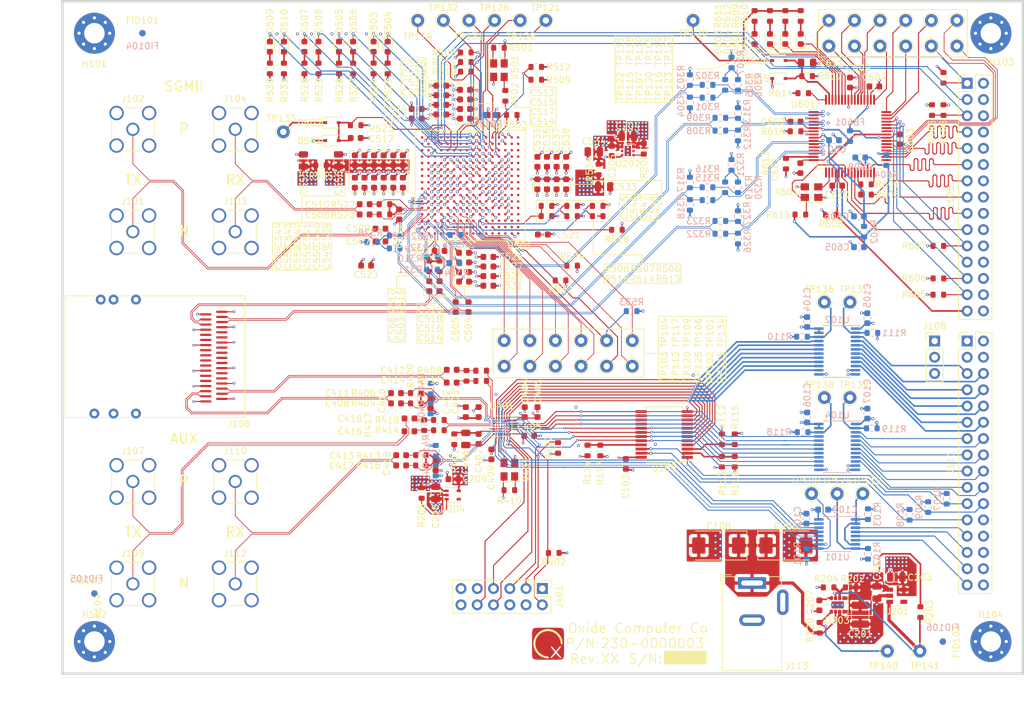
<source format=kicad_pcb>
(kicad_pcb (version 20171130) (host pcbnew 5.1.9-73d0e3b20d~88~ubuntu20.04.1)
  (title_block (title "Gimlet Management Bringup Board") (date 2021-01-12) (rev A) (company "Oxide Computer Company"))
  (layers (0 TOP signal) (1 GND power hide) (2 POWER power hide) (3 POWER2 power hide) (4 GND2 power hide) (31 BOTTOM signal hide) (34 B.Paste user hide) (35 F.Paste user) (36 B.SilkS user hide) (37 F.SilkS user) (38 B.Mask user hide) (39 F.Mask user) (44 Edge.Cuts user))
  (net 0 "")
  (net 1 GND)
  (net 2 +2V5)
  (net 3 "/Power Regulation/12V")
  (net 4 +3V3)
  (net 5 +1V2)
  (net 6 +1V0)
  (net 7 /ethernet_switch/~RST)
  (net 8 /SGMII0_TX_N)
  (net 9 /SGMII0_RX_N)
  (net 10 /SGMII1_TX_N)
  (net 11 /SGMII1_RX_N)
  (net 12 /dual_sgmii_phy/~RST)
  (net 13 /ethernet_switch/~SW_RST)
  (net 14 /dual_sgmii_phy/~PHY_RST)
  (net 15 /SMI_MDIO)
  (net 16 /SMI_MDC)
  (net 17 /~SMI_INTR)
  (net 18 /RMII_CRS_DV)
  (net 19 /RMII_RXD1)
  (net 20 /RMII_RXD0)
  (net 21 /RMII_TX_EN)
  (net 22 /RMII_TXD1)
  (net 23 /RMII_TXD0)
  (net 24 /RMII_REF_CLK)
  (net 25 /~AUX_I2C_INT)
  (net 26 /AUX_I2C_SDA)
  (net 27 /AUX_I2C_SCL)
  (net 28 /AUX_STATUS7)
  (net 29 /AUX_STATUS6)
  (net 30 /AUX_STATUS5)
  (net 31 /AUX_STATUS4)
  (net 32 /AUX_STATUS3)
  (net 33 /AUX_STATUS2)
  (net 34 /AUX_STATUS1)
  (net 35 /AUX_STATUS0)
  (net 36 /~AUX_SPI_CS)
  (net 37 /AUX_SPI_SCK)
  (net 38 /AUX_CMD7)
  (net 39 /AUX_CMD6)
  (net 40 /AUX_CMD5)
  (net 41 /AUX_CMD4)
  (net 42 /AUX_CMD3)
  (net 43 /AUX_CMD2)
  (net 44 /AUX_CMD1)
  (net 45 /AUX_CMD0)
  (net 46 /aux_controller/SCK)
  (net 47 /aux_controller/SDI)
  (net 48 /aux_controller/SDO)
  (net 49 /aux_controller/CDONE)
  (net 50 /aux_controller/~CRESET)
  (net 51 /aux_controller/SS)
  (net 52 "/Power Regulation/PWR_EN")
  (net 53 "/Power Regulation/3V3_PGOOD")
  (net 54 /ethernet_switch/REFCLK_I)
  (net 55 /ethernet_switch/REFCLK_O)
  (net 56 /ethernet_switch/FXSD2)
  (net 57 /ethernet_switch/FXSD1)
  (net 58 /ethernet_switch/EN_REFCLKO)
  (net 59 /dual_sgmii_phy/TRST)
  (net 60 /dual_sgmii_phy/PHYADD2)
  (net 61 /dual_sgmii_phy/PHYADD3)
  (net 62 /dual_sgmii_phy/PHYADD4)
  (net 63 /dual_sgmii_phy/COMA_MODE)
  (net 64 /dual_sgmii_phy/PHY_GPIO1)
  (net 65 /dual_sgmii_phy/PHY_GPIO0)
  (net 66 /dual_sgmii_phy/PHY_GPIO4)
  (net 67 /dual_sgmii_phy/PHY_GPIO5)
  (net 68 /ethernet_switch/SW_GPIO0)
  (net 69 /dual_sgmii_phy/PHY_GPIO8)
  (net 70 /ethernet_switch/SW_GPIO1)
  (net 71 /ethernet_switch/SW_GPIO6)
  (net 72 /dual_sgmii_phy/PHY_GPIO9)
  (net 73 /ethernet_switch/SW_GPIO2)
  (net 74 /ethernet_switch/SW_GPIO7)
  (net 75 /dual_sgmii_phy/PHY_GPIO10)
  (net 76 /ethernet_switch/SW_GPIO3)
  (net 77 /ethernet_switch/SW_GPIO8)
  (net 78 /dual_sgmii_phy/PHY_GPIO11)
  (net 79 /ethernet_switch/SW_GPIO4)
  (net 80 /ethernet_switch/SW_GPIO9)
  (net 81 /dual_sgmii_phy/PHY_GPIO12)
  (net 82 /dual_sgmii_phy/TMS)
  (net 83 /ethernet_switch/SW_GPIO5)
  (net 84 /ethernet_switch/SW_GPIO10)
  (net 85 /dual_sgmii_phy/PHY_GPIO13)
  (net 86 /dual_sgmii_phy/TDI)
  (net 87 /ethernet_switch/SW_GPIO11)
  (net 88 /dual_sgmii_phy/TDO)
  (net 89 /dual_sgmii_phy/TCK)
  (net 90 "/Power Regulation/3V3_FB")
  (net 91 "/Power Regulation/3V3_SS")
  (net 92 /ethernet_switch/3V3A)
  (net 93 /ethernet_switch/VDD_AL)
  (net 94 /ethernet_switch/ISET)
  (net 95 /dual_sgmii_phy/VDD25A)
  (net 96 /dual_sgmii_phy/VDD1A)
  (net 97 /dual_sgmii_phy/REXT1)
  (net 98 /dual_sgmii_phy/REXT0)
  (net 99 /dual_sgmii_phy/CLK_SQUELCH)
  (net 100 /dual_sgmii_phy/RCVRDCLK1)
  (net 101 /dual_sgmii_phy/RCVRDCLK2)
  (net 102 /dual_sgmii_phy/LED0_0)
  (net 103 /dual_sgmii_phy/LED0_1)
  (net 104 /dual_sgmii_phy/LED1_0)
  (net 105 /dual_sgmii_phy/LED1_1)
  (net 106 /dual_sgmii_phy/LED2_0)
  (net 107 /dual_sgmii_phy/LED2_1)
  (net 108 /dual_sgmii_phy/LED3_0)
  (net 109 /dual_sgmii_phy/LED3_1)
  (net 110 /dual_sgmii_phy/REF_FILT_A)
  (net 111 /dual_sgmii_phy/REFCLK_SEL2)
  (net 112 /dual_sgmii_phy/REF_REXT_A)
  (net 113 /dual_sgmii_phy/RGMII0_TXCLK)
  (net 114 /dual_sgmii_phy/RGMII1_TXCLK)
  (net 115 /dual_sgmii_phy/REFCLK_P)
  (net 116 /dual_sgmii_phy/PHY_REFCLK)
  (net 117 /dual_sgmii_phy/PHY_REFCLK_EN)
  (net 118 /ethernet_switch/VDD_L)
  (net 119 /ethernet_switch/X1)
  (net 120 /aux_controller/GNDPLL)
  (net 121 /aux_controller/VCCPLL)
  (net 122 /aux_controller/AUX_REFCLK)
  (net 123 /A2)
  (net 124 /A1)
  (net 125 /A0)
  (net 126 /BaseFX_Termination/PORT0_PHY_TX_P)
  (net 127 /BaseFX_Termination/PORT0_SW_RX_P)
  (net 128 /BaseFX_Termination/PORT0_PHY_TX_N)
  (net 129 /BaseFX_Termination/PORT0_SW_RX_N)
  (net 130 /BaseFX_Termination/PORT0_SW_TX_P)
  (net 131 /BaseFX_Termination/PORT0_PHY_RX_P)
  (net 132 /BaseFX_Termination/PORT0_SW_TX_N)
  (net 133 /BaseFX_Termination/PORT0_PHY_RX_N)
  (net 134 /BaseFX_Termination/PORT1_PHY_TX_P)
  (net 135 /BaseFX_Termination/PORT1_SW_RX_P)
  (net 136 /BaseFX_Termination/PORT1_PHY_TX_N)
  (net 137 /BaseFX_Termination/PORT1_SW_RX_N)
  (net 138 /BaseFX_Termination/PORT1_SW_TX_P)
  (net 139 /BaseFX_Termination/PORT1_PHY_RX_P)
  (net 140 /BaseFX_Termination/PORT1_SW_TX_N)
  (net 141 /BaseFX_Termination/PORT1_PHY_RX_N)
  (net 142 /dual_sgmii_phy/SGMII0_RX_PHY_P)
  (net 143 /SGMII0_RX_P)
  (net 144 /dual_sgmii_phy/SGMII0_TX_PHY_P)
  (net 145 /SGMII0_TX_P)
  (net 146 /dual_sgmii_phy/SGMII0_TX_PHY_N)
  (net 147 /dual_sgmii_phy/SGMII0_RX_PHY_N)
  (net 148 /dual_sgmii_phy/SGMII1_TX_PHY_P)
  (net 149 /SGMII1_TX_P)
  (net 150 /dual_sgmii_phy/SGMII1_RX_PHY_P)
  (net 151 /SGMII1_RX_P)
  (net 152 /dual_sgmii_phy/SGMII1_TX_PHY_N)
  (net 153 /dual_sgmii_phy/SGMII1_RX_PHY_N)
  (net 154 /aux_controller/AUX1_RX_FPGA_P)
  (net 155 /aux_controller/AUX1_RX_FPGA_N)
  (net 156 /aux_controller/AUX1_TX_FPGA_P)
  (net 157 /aux_controller/AUX1_TX_FPGA_N)
  (net 158 /aux_controller/AUX0_RX_FPGA_P)
  (net 159 /aux_controller/AUX0_RX_FPGA_N)
  (net 160 /aux_controller/AUX0_TX_FPGA_P)
  (net 161 /aux_controller/AUX0_TX_FPGA_N)
  (net 162 /AUX1_TX_P)
  (net 163 /AUX1_TX_N)
  (net 164 /AUX1_RX_P)
  (net 165 /AUX1_RX_N)
  (net 166 /AUX0_RX_P)
  (net 167 /AUX0_RX_N)
  (net 168 /AUX0_TX_P)
  (net 169 /AUX0_TX_N)
  (net 170 "/Power Regulation/1V_EN")
  (net 171 "/Power Regulation/1V2_EN")
  (net 172 /ethernet_switch/P1LED0)
  (net 173 /ethernet_switch/P1LED1)
  (net 174 /ethernet_switch/P2LED0)
  (net 175 /ethernet_switch/P2LED1)
  (net 176 /SPI_DO)
  (net 177 /~SW_INTR)
  (net 178 /SPI_SCLK)
  (net 179 /SPI_DI)
  (net 180 /~SPI_CS)
  (net 181 /3V3_SHIFT)
  (net 182 /AUX_SPI_CIPO_SHIFTED)
  (net 183 /AUX_SPI_COPI_SHIFTED)
  (net 184 /~AUX_SPI_CS_SHIFTED)
  (net 185 /AUX_SPI_SCK_SHIFTED)
  (net 186 /AUX_STATUS7_SHIFTED)
  (net 187 /AUX_STATUS6_SHIFTED)
  (net 188 /AUX_STATUS5_SHIFTED)
  (net 189 /AUX_STATUS4_SHIFTED)
  (net 190 /AUX_STATUS3_SHIFTED)
  (net 191 /AUX_STATUS2_SHIFTED)
  (net 192 /AUX_STATUS1_SHIFTED)
  (net 193 /AUX_STATUS0_SHIFTED)
  (net 194 /AUX_CMD7_SHIFTED)
  (net 195 /AUX_CMD6_SHIFTED)
  (net 196 /AUX_CMD5_SHIFTED)
  (net 197 /AUX_CMD4_SHIFTED)
  (net 198 /AUX_CMD3_SHIFTED)
  (net 199 /AUX_CMD2_SHIFTED)
  (net 200 /AUX_CMD1_SHIFTED)
  (net 201 /AUX_CMD0_SHIFTED)
  (net 202 /3V3_EXT)
  (net 203 "Net-(R118-Pad2)")
  (net 204 "Net-(R119-Pad2)")
  (net 205 /AUX_SPI_CIPO)
  (net 206 /AUX_SPI_COPI)
  (net 207 "Net-(C410-Pad1)")
  (net 208 "Net-(C412-Pad1)")
  (net 209 "Net-(C414-Pad1)")
  (net 210 "Net-(C415-Pad1)")
  (net 211 "Net-(C416-Pad1)")
  (net 212 "Net-(C418-Pad1)")
  (net 213 "Net-(C502-Pad1)")
  (net 214 "Net-(C511-Pad1)")
  (net 215 "Net-(D503-Pad2)")
  (net 216 "Net-(D504-Pad2)")
  (net 217 "Net-(D505-Pad2)")
  (net 218 "Net-(D506-Pad2)")
  (net 219 "Net-(D507-Pad2)")
  (net 220 "Net-(D508-Pad2)")
  (net 221 "Net-(D509-Pad2)")
  (net 222 "Net-(D510-Pad2)")
  (net 223 "Net-(D601-Pad2)")
  (net 224 "Net-(D602-Pad2)")
  (net 225 "Net-(D603-Pad2)")
  (net 226 "Net-(D604-Pad2)")
  (net 227 "Net-(R101-Pad2)")
  (net 228 "Net-(R102-Pad2)")
  (net 229 "Net-(R103-Pad2)")
  (net 230 "Net-(R110-Pad2)")
  (net 231 "Net-(R111-Pad2)")
  (net 232 "Net-(R305-Pad2)")
  (net 233 "Net-(R310-Pad2)")
  (net 234 "Net-(R319-Pad2)")
  (net 235 "Net-(R324-Pad2)")
  (net 236 "Net-(R410-Pad2)")
  (module Oxide_Graphics:Oxide_Board_Identifier_28x7mm (layer TOP) (at 155.8 250.3)
    (fp_text reference G101 hide)
    (fp_text value 230-0000003 (at 8.2 0) (layer F.SilkS) (effects (font (size 1.5 1.5)) (justify left)))
    (fp_poly (pts (xy 0.704515 -2.45469) (xy 1.218284 -2.451747) (xy 1.60456 -2.444981) (xy 1.884261 -2.432873) (xy 2.078307 -2.413899) (xy 2.207617 -2.38654) (xy 2.29311 -2.349273) (xy 2.355705 -2.300577) (xy 2.370667 -2.286) (xy 2.422552 -2.225915) (xy 2.462617 -2.14832) (xy 2.492382 -2.032294) (xy 2.51337 -1.856921) (xy 2.527101 -1.601279) (xy 2.535097 -1.244451) (xy 2.53888 -0.765516) (xy 2.53997 -0.143557) (xy 2.54 0.042333) (xy 2.539357 0.704515) (xy 2.536413 1.218284) (xy 2.529648 1.60456) (xy 2.517539 1.884261) (xy 2.498566 2.078307) (xy 2.471206 2.207617) (xy 2.433939 2.29311) (xy 2.385244 2.355705) (xy 2.370667 2.370667) (xy 2.310581 2.422552) (xy 2.232986 2.462617) (xy 2.116961 2.492382) (xy 1.941587 2.51337) (xy 1.685945 2.527101) (xy 1.329117 2.535097) (xy 0.850183 2.53888) (xy 0.228224 2.53997) (xy 0.042333 2.54) (xy -0.619848 2.539357) (xy -1.133618 2.536413) (xy -1.519893 2.529648) (xy -1.799595 2.517539) (xy -1.993641 2.498566) (xy -2.122951 2.471206) (xy -2.208444 2.433939) (xy -2.271038 2.385244) (xy -2.286 2.370667) (xy -2.337886 2.310581) (xy -2.37795 2.232986) (xy -2.407716 2.116961) (xy -2.428703 1.941587) (xy -2.442435 1.685945) (xy -2.450431 1.329117) (xy -2.454213 0.850183) (xy -2.455303 0.228224) (xy -2.455333 0.042333) (xy -2.455161 -0.135609) (xy -2.192676 -0.135609) (xy -2.17935 0.367728) (xy -2.05871 0.858021) (xy -1.828494 1.313049) (xy -1.486437 1.710592) (xy -1.030277 2.028428) (xy -0.593215 2.206892) (xy -0.329786 2.263933) (xy -0.087098 2.279007) (xy 0.088442 2.253785) (xy 0.107406 2.23425) (xy 0.423333 2.23425) (xy 0.472895 2.293263) (xy 0.60785 2.232464) (xy 0.807605 2.064105) (xy 0.941232 1.926167) (xy 1.270472 1.566333) (xy 1.590045 1.926167) (xy 1.806858 2.143318) (xy 1.982616 2.269271) (xy 2.092403 2.289451) (xy 2.116667 2.23425) (xy 2.06634 2.147365) (xy 1.935048 1.971855) (xy 1.770116 1.768583) (xy 1.423565 1.354667) (xy 1.772554 0.937837) (xy 1.96367 0.685071) (xy 2.043768 0.519579) (xy 2.028805 0.463692) (xy 1.925292 0.429149) (xy 1.908551 0.436022) (xy 1.843517 0.512409) (xy 1.705078 0.677845) (xy 1.582158 0.825562) (xy 1.283281 1.185458) (xy 0.947994 0.793206) (xy 0.742611 0.57978) (xy 0.584158 0.467212) (xy 0.515582 0.460981) (xy 0.507116 0.559812) (xy 0.629644 0.763656) (xy 0.767445 0.937837) (xy 1.116435 1.354667) (xy 0.769884 1.768583) (xy 0.590583 1.990253) (xy 0.465372 2.15941) (xy 0.423333 2.23425) (xy 0.107406 2.23425) (xy 0.150426 2.189938) (xy 0.148179 2.180205) (xy 0.050205 2.106562) (xy -0.157891 2.040652) (xy -0.281971 2.017925) (xy -0.806891 1.866417) (xy -1.244611 1.591257) (xy -1.586605 1.218739) (xy -1.824348 0.775157) (xy -1.949313 0.286806) (xy -1.952977 -0.22002) (xy -1.826812 -0.719026) (xy -1.562295 -1.183918) (xy -1.385455 -1.385455) (xy -0.934772 -1.724574) (xy -0.425358 -1.920044) (xy 0.111358 -1.971545) (xy 0.643942 -1.87876) (xy 1.140963 -1.641372) (xy 1.42539 -1.413876) (xy 1.756545 -1.021913) (xy 1.951767 -0.591173) (xy 2.019743 -0.269259) (xy 2.078874 -0.017716) (xy 2.15599 0.126666) (xy 2.229526 0.14928) (xy 2.277916 0.035525) (xy 2.286 -0.088955) (xy 2.228139 -0.561312) (xy 2.043387 -0.993732) (xy 1.714987 -1.422014) (xy 1.611977 -1.529126) (xy 1.18701 -1.890004) (xy 0.756202 -2.104977) (xy 0.271262 -2.192068) (xy -0.145819 -2.185164) (xy -0.728837 -2.070208) (xy -1.218122 -1.834969) (xy -1.611413 -1.501669) (xy -1.906444 -1.092528) (xy -2.100953 -0.629768) (xy -2.192676 -0.135609) (xy -2.455161 -0.135609) (xy -2.45469 -0.619848) (xy -2.451747 -1.133618) (xy -2.444981 -1.519893) (xy -2.432873 -1.799595) (xy -2.413899 -1.993641) (xy -2.38654 -2.122951) (xy -2.349273 -2.208444) (xy -2.300577 -2.271038) (xy -2.286 -2.286) (xy -2.225915 -2.337886) (xy -2.14832 -2.37795) (xy -2.032294 -2.407716) (xy -1.856921 -2.428703) (xy -1.601279 -2.442435) (xy -1.244451 -2.450431) (xy -0.765516 -2.454213) (xy -0.143557 -2.455303) (xy 0.042333 -2.455333) (xy 0.704515 -2.45469)) (layer TOP) (width 0.01))
    (fp_text user XX (at 8.2 2.4) (layer F.SilkS) (effects (font (size 1.5 1.5)) (justify left)))
    (fp_text user Rev: (at 8.2 2.4) (layer F.SilkS) (effects (font (size 1.5 1.5)) (justify right)))
    (fp_text user "Oxide Computer Co" (at 3 -2.4) (layer F.SilkS) (effects (font (size 1.5 1.5)) (justify left)))
    (fp_text user S/N: (at 18 2.4) (layer F.SilkS) (effects (font (size 1.5 1.5)) (justify right)))
    (fp_text user P/N: (at 8.2 0) (layer F.SilkS) (effects (font (size 1.5 1.5)) (justify right)))
  )
  (module Oxide_Connector_SATA_SAS:SAS-mini_TEConnectivity_1888019_RightAngle (layer TOP) (at 103.1 205.5 270)
    (fp_text reference J106 (at 10.5 -4.5 180) (layer F.SilkS))
    (fp_text value SFF-8087_miniSAS)
    (pad A18 smd oval (at 7 0.71 270) (size 0.35 1.8) (layers TOP F.Paste F.Mask) (net 1 GND))
    (pad B18 smd oval (at 6.6 -1.8 270) (size 0.35 1.8) (layers TOP F.Paste F.Mask) (net 1 GND))
    (pad 7 thru_hole circle (at 8.9 18.11 270) (size 1.55 1.55) (drill 0.8) (layers *.Cu *.Mask))
    (pad "" np_thru_hole circle (at 8 5.89 270) (size 1.55 1.55) (drill 1.55) (layers *.Mask BOTTOM))
    (pad "" np_thru_hole circle (at -8 5.89 270) (size 1.55 1.55) (drill 1.55) (layers *.Mask BOTTOM))
    (pad 6 thru_hole circle (at 8.9 15.11 270) (size 1.55 1.55) (drill 0.8) (layers *.Cu *.Mask))
    (pad 5 thru_hole circle (at 8.9 11.61 270) (size 1.55 1.55) (drill 0.8) (layers *.Cu *.Mask))
    (pad 3 thru_hole circle (at -8.9 17.11 270) (size 1.55 1.55) (drill 0.8) (layers *.Cu *.Mask))
    (pad 2 thru_hole circle (at -8.9 15.11 270) (size 1.55 1.55) (drill 0.8) (layers *.Cu *.Mask))
    (pad 1 thru_hole circle (at -8.9 11.61 270) (size 1.55 1.55) (drill 0.8) (layers *.Cu *.Mask))
    (pad A17 smd oval (at 6.2 0.71 270) (size 0.35 1.8) (layers TOP F.Paste F.Mask) (net 165 /AUX1_RX_N))
    (pad A16 smd oval (at 5.4 0.71 270) (size 0.35 1.8) (layers TOP F.Paste F.Mask) (net 164 /AUX1_RX_P))
    (pad A15 smd oval (at 4.6 0.71 270) (size 0.35 1.8) (layers TOP F.Paste F.Mask) (net 1 GND))
    (pad A14 smd oval (at 3.8 0.71 270) (size 0.35 1.8) (layers TOP F.Paste F.Mask))
    (pad A13 smd oval (at 3 0.71 270) (size 0.35 1.8) (layers TOP F.Paste F.Mask))
    (pad A12 smd oval (at 2.2 0.71 270) (size 0.35 1.8) (layers TOP F.Paste F.Mask) (net 1 GND))
    (pad A11 smd oval (at 1.4 0.71 270) (size 0.35 1.8) (layers TOP F.Paste F.Mask))
    (pad A10 smd oval (at 0.6 0.71 270) (size 0.35 1.8) (layers TOP F.Paste F.Mask))
    (pad A9 smd oval (at -0.2 0.71 270) (size 0.35 1.8) (layers TOP F.Paste F.Mask))
    (pad A8 smd oval (at -1 0.71 270) (size 0.35 1.8) (layers TOP F.Paste F.Mask))
    (pad A7 smd oval (at -1.8 0.71 270) (size 0.35 1.8) (layers TOP F.Paste F.Mask) (net 1 GND))
    (pad A6 smd oval (at -2.6 0.71 270) (size 0.35 1.8) (layers TOP F.Paste F.Mask))
    (pad A5 smd oval (at -3.4 0.71 270) (size 0.35 1.8) (layers TOP F.Paste F.Mask))
    (pad A4 smd oval (at -4.2 0.71 270) (size 0.35 1.8) (layers TOP F.Paste F.Mask) (net 1 GND))
    (pad A3 smd oval (at -5 0.71 270) (size 0.35 1.8) (layers TOP F.Paste F.Mask) (net 9 /SGMII0_RX_N))
    (pad A2 smd oval (at -5.8 0.71 270) (size 0.35 1.8) (layers TOP F.Paste F.Mask) (net 143 /SGMII0_RX_P))
    (pad A1 smd oval (at -6.6 0.71 270) (size 0.35 1.8) (layers TOP F.Paste F.Mask) (net 1 GND))
    (pad B17 smd oval (at 5.8 -1.8 270) (size 0.35 1.8) (layers TOP F.Paste F.Mask) (net 163 /AUX1_TX_N))
    (pad B16 smd oval (at 5 -1.8 270) (size 0.35 1.8) (layers TOP F.Paste F.Mask) (net 162 /AUX1_TX_P))
    (pad B15 smd oval (at 4.2 -1.8 270) (size 0.35 1.8) (layers TOP F.Paste F.Mask) (net 1 GND))
    (pad B14 smd oval (at 3.4 -1.8 270) (size 0.35 1.8) (layers TOP F.Paste F.Mask))
    (pad B13 smd oval (at 2.6 -1.8 270) (size 0.35 1.8) (layers TOP F.Paste F.Mask))
    (pad B12 smd oval (at 1.8 -1.8 270) (size 0.35 1.8) (layers TOP F.Paste F.Mask) (net 1 GND))
    (pad B11 smd oval (at 1 -1.8 270) (size 0.35 1.8) (layers TOP F.Paste F.Mask))
    (pad B10 smd oval (at 0.2 -1.8 270) (size 0.35 1.8) (layers TOP F.Paste F.Mask))
    (pad B9 smd oval (at -0.6 -1.8 270) (size 0.35 1.8) (layers TOP F.Paste F.Mask))
    (pad B8 smd oval (at -1.4 -1.8 270) (size 0.35 1.8) (layers TOP F.Paste F.Mask))
    (pad B7 smd oval (at -2.2 -1.8 270) (size 0.35 1.8) (layers TOP F.Paste F.Mask) (net 1 GND))
    (pad B6 smd oval (at -3 -1.8 270) (size 0.35 1.8) (layers TOP F.Paste F.Mask))
    (pad B5 smd oval (at -3.8 -1.8 270) (size 0.35 1.8) (layers TOP F.Paste F.Mask))
    (pad B4 smd oval (at -4.6 -1.8 270) (size 0.35 1.8) (layers TOP F.Paste F.Mask) (net 1 GND))
    (pad B3 smd oval (at -5.4 -1.8 270) (size 0.35 1.8) (layers TOP F.Paste F.Mask) (net 8 /SGMII0_TX_N))
    (pad B2 smd oval (at -6.2 -1.8 270) (size 0.35 1.8) (layers TOP F.Paste F.Mask) (net 145 /SGMII0_TX_P))
    (pad B1 smd oval (at -7 -1.8 270) (size 0.35 1.8) (layers TOP F.Paste F.Mask) (net 1 GND))
  )
  (module Package_SO:TSSOP-24_4.4x7.8mm_P0.65mm (layer BOTTOM) (at 201 219.6 180)
    (fp_text reference U104 (at 0 4.95) (layer B.SilkS) (effects (justify mirror)))
    (fp_text value SN74AXC8T245PW)
    (pad 24 smd roundrect (at 2.8625 3.575 180) (size 1.475 0.4) (layers BOTTOM B.Paste B.Mask) (net 2 +2V5))
    (pad 23 smd roundrect (at 2.8625 2.925 180) (size 1.475 0.4) (layers BOTTOM B.Paste B.Mask) (net 2 +2V5))
    (pad 22 smd roundrect (at 2.8625 2.275 180) (size 1.475 0.4) (layers BOTTOM B.Paste B.Mask) (net 203 "Net-(R118-Pad2)"))
    (pad 21 smd roundrect (at 2.8625 1.625 180) (size 1.475 0.4) (layers BOTTOM B.Paste B.Mask) (net 35 /AUX_STATUS0))
    (pad 20 smd roundrect (at 2.8625 0.975 180) (size 1.475 0.4) (layers BOTTOM B.Paste B.Mask) (net 34 /AUX_STATUS1))
    (pad 19 smd roundrect (at 2.8625 0.325 180) (size 1.475 0.4) (layers BOTTOM B.Paste B.Mask) (net 33 /AUX_STATUS2))
    (pad 18 smd roundrect (at 2.8625 -0.325 180) (size 1.475 0.4) (layers BOTTOM B.Paste B.Mask) (net 32 /AUX_STATUS3))
    (pad 17 smd roundrect (at 2.8625 -0.975 180) (size 1.475 0.4) (layers BOTTOM B.Paste B.Mask) (net 31 /AUX_STATUS4))
    (pad 16 smd roundrect (at 2.8625 -1.625 180) (size 1.475 0.4) (layers BOTTOM B.Paste B.Mask) (net 30 /AUX_STATUS5))
    (pad 15 smd roundrect (at 2.8625 -2.275 180) (size 1.475 0.4) (layers BOTTOM B.Paste B.Mask) (net 29 /AUX_STATUS6))
    (pad 14 smd roundrect (at 2.8625 -2.925 180) (size 1.475 0.4) (layers BOTTOM B.Paste B.Mask) (net 28 /AUX_STATUS7))
    (pad 13 smd roundrect (at 2.8625 -3.575 180) (size 1.475 0.4) (layers BOTTOM B.Paste B.Mask) (net 1 GND))
    (pad 12 smd roundrect (at -2.8625 -3.575 180) (size 1.475 0.4) (layers BOTTOM B.Paste B.Mask) (net 1 GND))
    (pad 11 smd roundrect (at -2.8625 -2.925 180) (size 1.475 0.4) (layers BOTTOM B.Paste B.Mask) (net 1 GND))
    (pad 10 smd roundrect (at -2.8625 -2.275 180) (size 1.475 0.4) (layers BOTTOM B.Paste B.Mask) (net 186 /AUX_STATUS7_SHIFTED))
    (pad 9 smd roundrect (at -2.8625 -1.625 180) (size 1.475 0.4) (layers BOTTOM B.Paste B.Mask) (net 187 /AUX_STATUS6_SHIFTED))
    (pad 8 smd roundrect (at -2.8625 -0.975 180) (size 1.475 0.4) (layers BOTTOM B.Paste B.Mask) (net 188 /AUX_STATUS5_SHIFTED))
    (pad 7 smd roundrect (at -2.8625 -0.325 180) (size 1.475 0.4) (layers BOTTOM B.Paste B.Mask) (net 189 /AUX_STATUS4_SHIFTED))
    (pad 6 smd roundrect (at -2.8625 0.325 180) (size 1.475 0.4) (layers BOTTOM B.Paste B.Mask) (net 190 /AUX_STATUS3_SHIFTED))
    (pad 5 smd roundrect (at -2.8625 0.975 180) (size 1.475 0.4) (layers BOTTOM B.Paste B.Mask) (net 191 /AUX_STATUS2_SHIFTED))
    (pad 4 smd roundrect (at -2.8625 1.625 180) (size 1.475 0.4) (layers BOTTOM B.Paste B.Mask) (net 192 /AUX_STATUS1_SHIFTED))
    (pad 3 smd roundrect (at -2.8625 2.275 180) (size 1.475 0.4) (layers BOTTOM B.Paste B.Mask) (net 193 /AUX_STATUS0_SHIFTED))
    (pad 2 smd roundrect (at -2.8625 2.925 180) (size 1.475 0.4) (layers BOTTOM B.Paste B.Mask) (net 204 "Net-(R119-Pad2)"))
    (pad 1 smd roundrect (at -2.8625 3.575 180) (size 1.475 0.4) (layers BOTTOM B.Paste B.Mask) (net 181 /3V3_SHIFT))
  )
  (module Package_SO:TSSOP-24_4.4x7.8mm_P0.65mm (layer BOTTOM) (at 201 204.7 180)
    (fp_text reference U102 (at 0 4.95) (layer B.SilkS) (effects (justify mirror)))
    (fp_text value SN74AXC8T245PW)
    (pad 24 smd roundrect (at 2.8625 3.575 180) (size 1.475 0.4) (layers BOTTOM B.Paste B.Mask) (net 2 +2V5))
    (pad 23 smd roundrect (at 2.8625 2.925 180) (size 1.475 0.4) (layers BOTTOM B.Paste B.Mask) (net 2 +2V5))
    (pad 22 smd roundrect (at 2.8625 2.275 180) (size 1.475 0.4) (layers BOTTOM B.Paste B.Mask) (net 230 "Net-(R110-Pad2)"))
    (pad 21 smd roundrect (at 2.8625 1.625 180) (size 1.475 0.4) (layers BOTTOM B.Paste B.Mask) (net 45 /AUX_CMD0))
    (pad 20 smd roundrect (at 2.8625 0.975 180) (size 1.475 0.4) (layers BOTTOM B.Paste B.Mask) (net 44 /AUX_CMD1))
    (pad 19 smd roundrect (at 2.8625 0.325 180) (size 1.475 0.4) (layers BOTTOM B.Paste B.Mask) (net 43 /AUX_CMD2))
    (pad 18 smd roundrect (at 2.8625 -0.325 180) (size 1.475 0.4) (layers BOTTOM B.Paste B.Mask) (net 42 /AUX_CMD3))
    (pad 17 smd roundrect (at 2.8625 -0.975 180) (size 1.475 0.4) (layers BOTTOM B.Paste B.Mask) (net 41 /AUX_CMD4))
    (pad 16 smd roundrect (at 2.8625 -1.625 180) (size 1.475 0.4) (layers BOTTOM B.Paste B.Mask) (net 40 /AUX_CMD5))
    (pad 15 smd roundrect (at 2.8625 -2.275 180) (size 1.475 0.4) (layers BOTTOM B.Paste B.Mask) (net 39 /AUX_CMD6))
    (pad 14 smd roundrect (at 2.8625 -2.925 180) (size 1.475 0.4) (layers BOTTOM B.Paste B.Mask) (net 38 /AUX_CMD7))
    (pad 13 smd roundrect (at 2.8625 -3.575 180) (size 1.475 0.4) (layers BOTTOM B.Paste B.Mask) (net 1 GND))
    (pad 12 smd roundrect (at -2.8625 -3.575 180) (size 1.475 0.4) (layers BOTTOM B.Paste B.Mask) (net 1 GND))
    (pad 11 smd roundrect (at -2.8625 -2.925 180) (size 1.475 0.4) (layers BOTTOM B.Paste B.Mask) (net 1 GND))
    (pad 10 smd roundrect (at -2.8625 -2.275 180) (size 1.475 0.4) (layers BOTTOM B.Paste B.Mask) (net 194 /AUX_CMD7_SHIFTED))
    (pad 9 smd roundrect (at -2.8625 -1.625 180) (size 1.475 0.4) (layers BOTTOM B.Paste B.Mask) (net 195 /AUX_CMD6_SHIFTED))
    (pad 8 smd roundrect (at -2.8625 -0.975 180) (size 1.475 0.4) (layers BOTTOM B.Paste B.Mask) (net 196 /AUX_CMD5_SHIFTED))
    (pad 7 smd roundrect (at -2.8625 -0.325 180) (size 1.475 0.4) (layers BOTTOM B.Paste B.Mask) (net 197 /AUX_CMD4_SHIFTED))
    (pad 6 smd roundrect (at -2.8625 0.325 180) (size 1.475 0.4) (layers BOTTOM B.Paste B.Mask) (net 198 /AUX_CMD3_SHIFTED))
    (pad 5 smd roundrect (at -2.8625 0.975 180) (size 1.475 0.4) (layers BOTTOM B.Paste B.Mask) (net 199 /AUX_CMD2_SHIFTED))
    (pad 4 smd roundrect (at -2.8625 1.625 180) (size 1.475 0.4) (layers BOTTOM B.Paste B.Mask) (net 200 /AUX_CMD1_SHIFTED))
    (pad 3 smd roundrect (at -2.8625 2.275 180) (size 1.475 0.4) (layers BOTTOM B.Paste B.Mask) (net 201 /AUX_CMD0_SHIFTED))
    (pad 2 smd roundrect (at -2.8625 2.925 180) (size 1.475 0.4) (layers BOTTOM B.Paste B.Mask) (net 231 "Net-(R111-Pad2)"))
    (pad 1 smd roundrect (at -2.8625 3.575 180) (size 1.475 0.4) (layers BOTTOM B.Paste B.Mask) (net 181 /3V3_SHIFT))
  )
  (module Package_SO:TSSOP-16_4.4x5mm_P0.65mm (layer BOTTOM) (at 201 233.2 180)
    (fp_text reference U101 (at 0 -3.6) (layer B.SilkS) (effects (justify mirror)))
    (fp_text value SN74AXC4T774PW)
    (pad 16 smd roundrect (at 2.8625 2.275 180) (size 1.475 0.4) (layers BOTTOM B.Paste B.Mask) (net 181 /3V3_SHIFT))
    (pad 15 smd roundrect (at 2.8625 1.625 180) (size 1.475 0.4) (layers BOTTOM B.Paste B.Mask) (net 2 +2V5))
    (pad 14 smd roundrect (at 2.8625 0.975 180) (size 1.475 0.4) (layers BOTTOM B.Paste B.Mask) (net 37 /AUX_SPI_SCK))
    (pad 13 smd roundrect (at 2.8625 0.325 180) (size 1.475 0.4) (layers BOTTOM B.Paste B.Mask) (net 36 /~AUX_SPI_CS))
    (pad 12 smd roundrect (at 2.8625 -0.325 180) (size 1.475 0.4) (layers BOTTOM B.Paste B.Mask) (net 206 /AUX_SPI_COPI))
    (pad 11 smd roundrect (at 2.8625 -0.975 180) (size 1.475 0.4) (layers BOTTOM B.Paste B.Mask) (net 205 /AUX_SPI_CIPO))
    (pad 10 smd roundrect (at 2.8625 -1.625 180) (size 1.475 0.4) (layers BOTTOM B.Paste B.Mask) (net 1 GND))
    (pad 9 smd roundrect (at 2.8625 -2.275 180) (size 1.475 0.4) (layers BOTTOM B.Paste B.Mask) (net 227 "Net-(R101-Pad2)"))
    (pad 8 smd roundrect (at -2.8625 -2.275 180) (size 1.475 0.4) (layers BOTTOM B.Paste B.Mask) (net 228 "Net-(R102-Pad2)"))
    (pad 7 smd roundrect (at -2.8625 -1.625 180) (size 1.475 0.4) (layers BOTTOM B.Paste B.Mask) (net 229 "Net-(R103-Pad2)"))
    (pad 6 smd roundrect (at -2.8625 -0.975 180) (size 1.475 0.4) (layers BOTTOM B.Paste B.Mask) (net 182 /AUX_SPI_CIPO_SHIFTED))
    (pad 5 smd roundrect (at -2.8625 -0.325 180) (size 1.475 0.4) (layers BOTTOM B.Paste B.Mask) (net 183 /AUX_SPI_COPI_SHIFTED))
    (pad 4 smd roundrect (at -2.8625 0.325 180) (size 1.475 0.4) (layers BOTTOM B.Paste B.Mask) (net 184 /~AUX_SPI_CS_SHIFTED))
    (pad 3 smd roundrect (at -2.8625 0.975 180) (size 1.475 0.4) (layers BOTTOM B.Paste B.Mask) (net 185 /AUX_SPI_SCK_SHIFTED))
    (pad 2 smd roundrect (at -2.8625 1.625 180) (size 1.475 0.4) (layers BOTTOM B.Paste B.Mask) (net 229 "Net-(R103-Pad2)"))
    (pad 1 smd roundrect (at -2.8625 2.275 180) (size 1.475 0.4) (layers BOTTOM B.Paste B.Mask) (net 229 "Net-(R103-Pad2)"))
  )
  (module TestPoint:TestPoint_THTPad_D2.0mm_Drill1.0mm (layer TOP) (at 202.99 211.9)
    (fp_text reference TP139 (at 0.61 -1.998) (layer F.SilkS))
    (fp_text value TestPoint)
    (pad 1 thru_hole circle (at 0 0) (size 2 2) (drill 1) (layers *.Cu *.Mask) (net 204 "Net-(R119-Pad2)"))
  )
  (module TestPoint:TestPoint_THTPad_D2.0mm_Drill1.0mm (layer TOP) (at 199 211.9)
    (fp_text reference TP138 (at -0.8 -1.998) (layer F.SilkS))
    (fp_text value TestPoint)
    (pad 1 thru_hole circle (at 0 0) (size 2 2) (drill 1) (layers *.Cu *.Mask) (net 203 "Net-(R118-Pad2)"))
  )
  (module TestPoint:TestPoint_THTPad_D2.0mm_Drill1.0mm (layer TOP) (at 203 197)
    (fp_text reference TP137 (at 0.6 -2) (layer F.SilkS))
    (fp_text value TestPoint)
    (pad 1 thru_hole circle (at 0 0) (size 2 2) (drill 1) (layers *.Cu *.Mask) (net 231 "Net-(R111-Pad2)"))
  )
  (module TestPoint:TestPoint_THTPad_D2.0mm_Drill1.0mm (layer TOP) (at 199 197)
    (fp_text reference TP136 (at -0.8 -2) (layer F.SilkS))
    (fp_text value TestPoint)
    (pad 1 thru_hole circle (at 0 0) (size 2 2) (drill 1) (layers *.Cu *.Mask) (net 230 "Net-(R110-Pad2)"))
  )
  (module TestPoint:TestPoint_THTPad_D2.0mm_Drill1.0mm (layer TOP) (at 201 226.9)
    (fp_text reference TP124 (at 0 -1.998) (layer F.SilkS))
    (fp_text value TestPoint)
    (pad 1 thru_hole circle (at 0 0) (size 2 2) (drill 1) (layers *.Cu *.Mask) (net 228 "Net-(R102-Pad2)"))
  )
  (module TestPoint:TestPoint_THTPad_D2.0mm_Drill1.0mm (layer TOP) (at 205 226.9)
    (fp_text reference TP112 (at 0.7 -2) (layer F.SilkS))
    (fp_text value TestPoint)
    (pad 1 thru_hole circle (at 0 0) (size 2 2) (drill 1) (layers *.Cu *.Mask) (net 229 "Net-(R103-Pad2)"))
  )
  (module TestPoint:TestPoint_THTPad_D2.0mm_Drill1.0mm (layer TOP) (at 197 226.9)
    (fp_text reference TP108 (at -0.9 -2) (layer F.SilkS))
    (fp_text value TestPoint)
    (pad 1 thru_hole circle (at 0 0) (size 2 2) (drill 1) (layers *.Cu *.Mask) (net 227 "Net-(R101-Pad2)"))
  )
  (module Resistor_SMD:R_0603_1608Metric (layer BOTTOM) (at 206.4125 216.7 180)
    (fp_text reference R119 (at -3.4875 -0.1) (layer B.SilkS) (effects (justify mirror)))
    (fp_text value 10k)
    (pad 2 smd roundrect (at 0.825 0 180) (size 0.8 0.95) (layers BOTTOM B.Paste B.Mask) (net 204 "Net-(R119-Pad2)"))
    (pad 1 smd roundrect (at -0.825 0 180) (size 0.8 0.95) (layers BOTTOM B.Paste B.Mask) (net 181 /3V3_SHIFT))
  )
  (module Resistor_SMD:R_0603_1608Metric (layer BOTTOM) (at 195.6 217.3)
    (fp_text reference R118 (at -3.7 0) (layer B.SilkS) (effects (justify mirror)))
    (fp_text value 10k)
    (pad 2 smd roundrect (at 0.825 0) (size 0.8 0.95) (layers BOTTOM B.Paste B.Mask) (net 203 "Net-(R118-Pad2)"))
    (pad 1 smd roundrect (at -0.825 0) (size 0.8 0.95) (layers BOTTOM B.Paste B.Mask) (net 1 GND))
  )
  (module Resistor_SMD:R_0603_1608Metric (layer BOTTOM) (at 206.5 201.8 180)
    (fp_text reference R111 (at -3.4 0) (layer B.SilkS) (effects (justify mirror)))
    (fp_text value 10k)
    (pad 2 smd roundrect (at 0.825 0 180) (size 0.8 0.95) (layers BOTTOM B.Paste B.Mask) (net 231 "Net-(R111-Pad2)"))
    (pad 1 smd roundrect (at -0.825 0 180) (size 0.8 0.95) (layers BOTTOM B.Paste B.Mask) (net 1 GND))
  )
  (module Resistor_SMD:R_0603_1608Metric (layer BOTTOM) (at 195.5 202.4)
    (fp_text reference R110 (at -3.5 0) (layer B.SilkS) (effects (justify mirror)))
    (fp_text value 10k)
    (pad 2 smd roundrect (at 0.825 0) (size 0.8 0.95) (layers BOTTOM B.Paste B.Mask) (net 230 "Net-(R110-Pad2)"))
    (pad 1 smd roundrect (at -0.825 0) (size 0.8 0.95) (layers BOTTOM B.Paste B.Mask) (net 1 GND))
  )
  (module Resistor_SMD:R_0603_1608Metric (layer BOTTOM) (at 205.8 230.1 270)
    (fp_text reference R103 (at 0 -1.5 90) (layer B.SilkS) (effects (justify mirror)))
    (fp_text value 10k)
    (pad 2 smd roundrect (at 0.825 0 270) (size 0.8 0.95) (layers BOTTOM B.Paste B.Mask) (net 229 "Net-(R103-Pad2)"))
    (pad 1 smd roundrect (at -0.825 0 270) (size 0.8 0.95) (layers BOTTOM B.Paste B.Mask) (net 181 /3V3_SHIFT))
  )
  (module Resistor_SMD:R_0603_1608Metric (layer BOTTOM) (at 205.8 236.3 90)
    (fp_text reference R102 (at 0 1.43 270) (layer B.SilkS) (effects (justify mirror)))
    (fp_text value 10k)
    (pad 2 smd roundrect (at 0.825 0 90) (size 0.8 0.95) (layers BOTTOM B.Paste B.Mask) (net 228 "Net-(R102-Pad2)"))
    (pad 1 smd roundrect (at -0.825 0 90) (size 0.8 0.95) (layers BOTTOM B.Paste B.Mask) (net 1 GND))
  )
  (module Resistor_SMD:R_0603_1608Metric (layer BOTTOM) (at 196.2 236.3 90)
    (fp_text reference R101 (at 0 -1.4 270) (layer B.SilkS) (effects (justify mirror)))
    (fp_text value 10k)
    (pad 2 smd roundrect (at 0.825 0 90) (size 0.8 0.95) (layers BOTTOM B.Paste B.Mask) (net 227 "Net-(R101-Pad2)"))
    (pad 1 smd roundrect (at -0.825 0 90) (size 0.8 0.95) (layers BOTTOM B.Paste B.Mask) (net 1 GND))
  )
  (module Connector_PinHeader_2.54mm:PinHeader_1x03_P2.54mm_Vertical (layer TOP) (at 216.22 203.0625)
    (fp_text reference J108 (at 0 -2.33) (layer F.SilkS))
    (fp_text value Conn_01x03)
    (pad 3 thru_hole oval (at 0 5.08) (size 1.7 1.7) (drill 1) (layers *.Cu *.Mask) (net 202 /3V3_EXT))
    (pad 2 thru_hole oval (at 0 2.54) (size 1.7 1.7) (drill 1) (layers *.Cu *.Mask) (net 181 /3V3_SHIFT))
    (pad 1 thru_hole rect (at 0 0) (size 1.7 1.7) (drill 1) (layers *.Cu *.Mask) (net 4 +3V3))
  )
  (module Capacitor_SMD:C_0603_1608Metric (layer BOTTOM) (at 205.7 214.4 90)
    (fp_text reference C107 (at 3.5 0 90) (layer B.SilkS) (effects (justify mirror)))
    (fp_text value 0.1u)
    (pad 2 smd roundrect (at 0.775 0 90) (size 0.9 0.95) (layers BOTTOM B.Paste B.Mask) (net 1 GND))
    (pad 1 smd roundrect (at -0.775 0 90) (size 0.9 0.95) (layers BOTTOM B.Paste B.Mask) (net 181 /3V3_SHIFT))
  )
  (module Capacitor_SMD:C_0603_1608Metric (layer BOTTOM) (at 196.3 215 90)
    (fp_text reference C106 (at 3.5 0 90) (layer B.SilkS) (effects (justify mirror)))
    (fp_text value 0.1u)
    (pad 2 smd roundrect (at 0.775 0 90) (size 0.9 0.95) (layers BOTTOM B.Paste B.Mask) (net 1 GND))
    (pad 1 smd roundrect (at -0.775 0 90) (size 0.9 0.95) (layers BOTTOM B.Paste B.Mask) (net 2 +2V5))
  )
  (module Capacitor_SMD:C_0603_1608Metric (layer BOTTOM) (at 205.7 199.5 90)
    (fp_text reference C105 (at 3.5 0 90) (layer B.SilkS) (effects (justify mirror)))
    (fp_text value 0.1u)
    (pad 2 smd roundrect (at 0.775 0 90) (size 0.9 0.95) (layers BOTTOM B.Paste B.Mask) (net 1 GND))
    (pad 1 smd roundrect (at -0.775 0 90) (size 0.9 0.95) (layers BOTTOM B.Paste B.Mask) (net 181 /3V3_SHIFT))
  )
  (module Capacitor_SMD:C_0603_1608Metric (layer BOTTOM) (at 196.3 200.1 90)
    (fp_text reference C104 (at 3.5 0 90) (layer B.SilkS) (effects (justify mirror)))
    (fp_text value 0.1u)
    (pad 2 smd roundrect (at 0.775 0 90) (size 0.9 0.95) (layers BOTTOM B.Paste B.Mask) (net 1 GND))
    (pad 1 smd roundrect (at -0.775 0 90) (size 0.9 0.95) (layers BOTTOM B.Paste B.Mask) (net 2 +2V5))
  )
  (module Capacitor_SMD:C_0603_1608Metric (layer BOTTOM) (at 198.8 229.4)
    (fp_text reference C102 (at 3.4 0) (layer B.SilkS) (effects (justify mirror)))
    (fp_text value 0.1u)
    (pad 2 smd roundrect (at 0.775 0) (size 0.9 0.95) (layers BOTTOM B.Paste B.Mask) (net 1 GND))
    (pad 1 smd roundrect (at -0.775 0) (size 0.9 0.95) (layers BOTTOM B.Paste B.Mask) (net 181 /3V3_SHIFT))
  )
  (module Capacitor_SMD:C_0603_1608Metric (layer BOTTOM) (at 196.2 230.8 90)
    (fp_text reference C101 (at 0 -1.4 270) (layer B.SilkS) (effects (justify mirror)))
    (fp_text value 0.1u)
    (pad 2 smd roundrect (at 0.775 0 90) (size 0.9 0.95) (layers BOTTOM B.Paste B.Mask) (net 1 GND))
    (pad 1 smd roundrect (at -0.775 0 90) (size 0.9 0.95) (layers BOTTOM B.Paste B.Mask) (net 2 +2V5))
  )
  (module Resistor_SMD:R_0603_1608Metric (layer TOP) (at 216.8 188.2125)
    (fp_text reference R607 (at -3.8 -0.0125 180) (layer F.SilkS))
    (fp_text value 4k7)
    (pad 2 smd roundrect (at 0.825 0) (size 0.8 0.95) (layers TOP F.Paste F.Mask) (net 177 /~SW_INTR))
    (pad 1 smd roundrect (at -0.825 0) (size 0.8 0.95) (layers TOP F.Paste F.Mask) (net 4 +3V3))
  )
  (module Resistor_SMD:R_0603_1608Metric (layer TOP) (at 216.81 193.2925)
    (fp_text reference R606 (at -3.8 -0.03 180) (layer F.SilkS))
    (fp_text value 4k7)
    (pad 2 smd roundrect (at 0.825 0) (size 0.8 0.95) (layers TOP F.Paste F.Mask) (net 179 /SPI_DI))
    (pad 1 smd roundrect (at -0.825 0) (size 0.8 0.95) (layers TOP F.Paste F.Mask) (net 4 +3V3))
  )
  (module Resistor_SMD:R_0603_1608Metric (layer TOP) (at 216.8 195.8325)
    (fp_text reference R605 (at -3.8 -0.03 180) (layer F.SilkS))
    (fp_text value 4k7)
    (pad 2 smd roundrect (at 0.825 0) (size 0.8 0.95) (layers TOP F.Paste F.Mask) (net 180 /~SPI_CS))
    (pad 1 smd roundrect (at -0.825 0) (size 0.8 0.95) (layers TOP F.Paste F.Mask) (net 4 +3V3))
  )
  (module Connector_PinHeader_2.54mm:PinHeader_2x15_P2.54mm_Vertical (layer TOP) (at 221.3 162.8125)
    (fp_text reference J105 (at -2.6 17.775 90) (layer F.SilkS))
    (fp_text value Conn_02x15_Odd_Even)
    (pad 30 thru_hole oval (at 2.54 35.56) (size 1.7 1.7) (drill 1) (layers *.Cu *.Mask) (net 1 GND))
    (pad 29 thru_hole oval (at 0 35.56) (size 1.7 1.7) (drill 1) (layers *.Cu *.Mask) (net 176 /SPI_DO))
    (pad 28 thru_hole oval (at 2.54 33.02) (size 1.7 1.7) (drill 1) (layers *.Cu *.Mask) (net 1 GND))
    (pad 27 thru_hole oval (at 0 33.02) (size 1.7 1.7) (drill 1) (layers *.Cu *.Mask) (net 180 /~SPI_CS))
    (pad 26 thru_hole oval (at 2.54 30.48) (size 1.7 1.7) (drill 1) (layers *.Cu *.Mask) (net 1 GND))
    (pad 25 thru_hole oval (at 0 30.48) (size 1.7 1.7) (drill 1) (layers *.Cu *.Mask) (net 179 /SPI_DI))
    (pad 24 thru_hole oval (at 2.54 27.94) (size 1.7 1.7) (drill 1) (layers *.Cu *.Mask) (net 1 GND))
    (pad 23 thru_hole oval (at 0 27.94) (size 1.7 1.7) (drill 1) (layers *.Cu *.Mask) (net 178 /SPI_SCLK))
    (pad 22 thru_hole oval (at 2.54 25.4) (size 1.7 1.7) (drill 1) (layers *.Cu *.Mask) (net 1 GND))
    (pad 21 thru_hole oval (at 0 25.4) (size 1.7 1.7) (drill 1) (layers *.Cu *.Mask) (net 177 /~SW_INTR))
    (pad 20 thru_hole oval (at 2.54 22.86) (size 1.7 1.7) (drill 1) (layers *.Cu *.Mask) (net 1 GND))
    (pad 19 thru_hole oval (at 0 22.86) (size 1.7 1.7) (drill 1) (layers *.Cu *.Mask) (net 21 /RMII_TX_EN))
    (pad 18 thru_hole oval (at 2.54 20.32) (size 1.7 1.7) (drill 1) (layers *.Cu *.Mask) (net 1 GND))
    (pad 17 thru_hole oval (at 0 20.32) (size 1.7 1.7) (drill 1) (layers *.Cu *.Mask) (net 22 /RMII_TXD1))
    (pad 16 thru_hole oval (at 2.54 17.78) (size 1.7 1.7) (drill 1) (layers *.Cu *.Mask) (net 1 GND))
    (pad 15 thru_hole oval (at 0 17.78) (size 1.7 1.7) (drill 1) (layers *.Cu *.Mask) (net 23 /RMII_TXD0))
    (pad 14 thru_hole oval (at 2.54 15.24) (size 1.7 1.7) (drill 1) (layers *.Cu *.Mask) (net 1 GND))
    (pad 13 thru_hole oval (at 0 15.24) (size 1.7 1.7) (drill 1) (layers *.Cu *.Mask) (net 24 /RMII_REF_CLK))
    (pad 12 thru_hole oval (at 2.54 12.7) (size 1.7 1.7) (drill 1) (layers *.Cu *.Mask) (net 1 GND))
    (pad 11 thru_hole oval (at 0 12.7) (size 1.7 1.7) (drill 1) (layers *.Cu *.Mask) (net 18 /RMII_CRS_DV))
    (pad 10 thru_hole oval (at 2.54 10.16) (size 1.7 1.7) (drill 1) (layers *.Cu *.Mask) (net 1 GND))
    (pad 9 thru_hole oval (at 0 10.16) (size 1.7 1.7) (drill 1) (layers *.Cu *.Mask) (net 19 /RMII_RXD1))
    (pad 8 thru_hole oval (at 2.54 7.62) (size 1.7 1.7) (drill 1) (layers *.Cu *.Mask) (net 1 GND))
    (pad 7 thru_hole oval (at 0 7.62) (size 1.7 1.7) (drill 1) (layers *.Cu *.Mask) (net 20 /RMII_RXD0))
    (pad 6 thru_hole oval (at 2.54 5.08) (size 1.7 1.7) (drill 1) (layers *.Cu *.Mask) (net 1 GND))
    (pad 5 thru_hole oval (at 0 5.08) (size 1.7 1.7) (drill 1) (layers *.Cu *.Mask) (net 17 /~SMI_INTR))
    (pad 4 thru_hole oval (at 2.54 2.54) (size 1.7 1.7) (drill 1) (layers *.Cu *.Mask) (net 1 GND))
    (pad 3 thru_hole oval (at 0 2.54) (size 1.7 1.7) (drill 1) (layers *.Cu *.Mask) (net 16 /SMI_MDC))
    (pad 2 thru_hole oval (at 2.54 0) (size 1.7 1.7) (drill 1) (layers *.Cu *.Mask) (net 1 GND))
    (pad 1 thru_hole rect (at 0 0) (size 1.7 1.7) (drill 1) (layers *.Cu *.Mask) (net 15 /SMI_MDIO))
  )
  (module Resistor_SMD:R_0603_1608Metric (layer BOTTOM) (at 208.675 174.8125 90)
    (fp_text reference R604 (at -2.2875 0.025 180) (layer B.SilkS) (effects (justify mirror)))
    (fp_text value 10k)
    (pad 2 smd roundrect (at 0.825 0 90) (size 0.8 0.95) (layers BOTTOM B.Paste B.Mask) (net 20 /RMII_RXD0))
    (pad 1 smd roundrect (at -0.825 0 90) (size 0.8 0.95) (layers BOTTOM B.Paste B.Mask) (net 4 +3V3))
  )
  (module Capacitor_SMD:C_0603_1608Metric (layer BOTTOM) (at 200.5 171.7)
    (fp_text reference C607 (at 0 1.43) (layer B.SilkS) (effects (justify mirror)))
    (fp_text value 0.1u)
    (pad 2 smd roundrect (at 0.775 0) (size 0.9 0.95) (layers BOTTOM B.Paste B.Mask) (net 1 GND))
    (pad 1 smd roundrect (at -0.775 0) (size 0.9 0.95) (layers BOTTOM B.Paste B.Mask) (net 92 /ethernet_switch/3V3A))
  )
  (module Resistor_SMD:R_0603_1608Metric (layer BOTTOM) (at 182.75 184.3125)
    (fp_text reference R323 (at -3.4 0.03) (layer B.SilkS) (effects (justify mirror)))
    (fp_text value 0R)
    (pad 2 smd roundrect (at 0.825 0) (size 0.8 0.95) (layers BOTTOM B.Paste B.Mask) (net 140 /BaseFX_Termination/PORT1_SW_TX_N))
    (pad 1 smd roundrect (at -0.825 0) (size 0.8 0.95) (layers BOTTOM B.Paste B.Mask) (net 141 /BaseFX_Termination/PORT1_PHY_RX_N))
  )
  (module Resistor_SMD:R_0603_1608Metric (layer BOTTOM) (at 182.75 186.3125)
    (fp_text reference R322 (at -3.4 0.03) (layer B.SilkS) (effects (justify mirror)))
    (fp_text value 0R)
    (pad 2 smd roundrect (at 0.825 0) (size 0.8 0.95) (layers BOTTOM B.Paste B.Mask) (net 138 /BaseFX_Termination/PORT1_SW_TX_P))
    (pad 1 smd roundrect (at -0.825 0) (size 0.8 0.95) (layers BOTTOM B.Paste B.Mask) (net 139 /BaseFX_Termination/PORT1_PHY_RX_P))
  )
  (module Resistor_SMD:R_0603_1608Metric (layer BOTTOM) (at 180.75 179.0625)
    (fp_text reference R316 (at 0 -2.8625) (layer B.SilkS) (effects (justify mirror)))
    (fp_text value 0R)
    (pad 2 smd roundrect (at 0.825 0) (size 0.8 0.95) (layers BOTTOM B.Paste B.Mask) (net 137 /BaseFX_Termination/PORT1_SW_RX_N))
    (pad 1 smd roundrect (at -0.825 0) (size 0.8 0.95) (layers BOTTOM B.Paste B.Mask) (net 136 /BaseFX_Termination/PORT1_PHY_TX_N))
  )
  (module Resistor_SMD:R_0603_1608Metric (layer BOTTOM) (at 180.75 181.0625)
    (fp_text reference R315 (at 0 -3.47) (layer B.SilkS) (effects (justify mirror)))
    (fp_text value 0R)
    (pad 2 smd roundrect (at 0.825 0) (size 0.8 0.95) (layers BOTTOM B.Paste B.Mask) (net 135 /BaseFX_Termination/PORT1_SW_RX_P))
    (pad 1 smd roundrect (at -0.825 0) (size 0.8 0.95) (layers BOTTOM B.Paste B.Mask) (net 134 /BaseFX_Termination/PORT1_PHY_TX_P))
  )
  (module Resistor_SMD:R_0603_1608Metric (layer BOTTOM) (at 182.75 168.2125)
    (fp_text reference R309 (at -3.4 0.03) (layer B.SilkS) (effects (justify mirror)))
    (fp_text value 0R)
    (pad 2 smd roundrect (at 0.825 0) (size 0.8 0.95) (layers BOTTOM B.Paste B.Mask) (net 132 /BaseFX_Termination/PORT0_SW_TX_N))
    (pad 1 smd roundrect (at -0.825 0) (size 0.8 0.95) (layers BOTTOM B.Paste B.Mask) (net 133 /BaseFX_Termination/PORT0_PHY_RX_N))
  )
  (module Resistor_SMD:R_0603_1608Metric (layer BOTTOM) (at 182.75 170.2125)
    (fp_text reference R308 (at -3.4 0.03) (layer B.SilkS) (effects (justify mirror)))
    (fp_text value 0R)
    (pad 2 smd roundrect (at 0.825 0) (size 0.8 0.95) (layers BOTTOM B.Paste B.Mask) (net 130 /BaseFX_Termination/PORT0_SW_TX_P))
    (pad 1 smd roundrect (at -0.825 0) (size 0.8 0.95) (layers BOTTOM B.Paste B.Mask) (net 131 /BaseFX_Termination/PORT0_PHY_RX_P))
  )
  (module Resistor_SMD:R_0603_1608Metric (layer BOTTOM) (at 180.75 163.0625 180)
    (fp_text reference R302 (at 0 1.43) (layer B.SilkS) (effects (justify mirror)))
    (fp_text value 0R)
    (pad 2 smd roundrect (at 0.825 0 180) (size 0.8 0.95) (layers BOTTOM B.Paste B.Mask) (net 128 /BaseFX_Termination/PORT0_PHY_TX_N))
    (pad 1 smd roundrect (at -0.825 0 180) (size 0.8 0.95) (layers BOTTOM B.Paste B.Mask) (net 129 /BaseFX_Termination/PORT0_SW_RX_N))
  )
  (module Resistor_SMD:R_0603_1608Metric (layer BOTTOM) (at 180.75 165.0625)
    (fp_text reference R301 (at 0 1.43) (layer B.SilkS) (effects (justify mirror)))
    (fp_text value 0R)
    (pad 2 smd roundrect (at 0.825 0) (size 0.8 0.95) (layers BOTTOM B.Paste B.Mask) (net 127 /BaseFX_Termination/PORT0_SW_RX_P))
    (pad 1 smd roundrect (at -0.825 0) (size 0.8 0.95) (layers BOTTOM B.Paste B.Mask) (net 126 /BaseFX_Termination/PORT0_PHY_TX_P))
  )
  (module TestPoint:TestPoint_THTPad_D2.0mm_Drill1.0mm (layer TOP) (at 153 203)
    (fp_text reference TP117 (at 22.78 -1.2 90) (layer F.SilkS))
    (fp_text value TestPoint)
    (pad 1 thru_hole circle (at 0 0) (size 2 2) (drill 1) (layers *.Cu *.Mask) (net 78 /dual_sgmii_phy/PHY_GPIO11))
  )
  (module Resistor_SMD:R_0603_1608Metric (layer TOP) (at 138.8 215.4)
    (fp_text reference R418 (at -8.1 0) (layer F.SilkS))
    (fp_text value 150R)
    (pad 2 smd roundrect (at 0.825 0) (size 0.8 0.95) (layers TOP F.Paste F.Mask) (net 161 /aux_controller/AUX0_TX_FPGA_N))
    (pad 1 smd roundrect (at -0.825 0) (size 0.8 0.95) (layers TOP F.Paste F.Mask) (net 212 "Net-(C418-Pad1)"))
  )
  (module Resistor_SMD:R_0603_1608Metric (layer TOP) (at 136.5 216.2 90)
    (fp_text reference R417 (at 0 -8.7675 90) (layer F.SilkS))
    (fp_text value 140R)
    (pad 2 smd roundrect (at 0.825 0 90) (size 0.8 0.95) (layers TOP F.Paste F.Mask) (net 212 "Net-(C418-Pad1)"))
    (pad 1 smd roundrect (at -0.825 0 90) (size 0.8 0.95) (layers TOP F.Paste F.Mask) (net 211 "Net-(C416-Pad1)"))
  )
  (module Resistor_SMD:R_0603_1608Metric (layer TOP) (at 138.8 217)
    (fp_text reference R414 (at -8.1 0) (layer F.SilkS))
    (fp_text value 150R)
    (pad 2 smd roundrect (at 0.825 0) (size 0.8 0.95) (layers TOP F.Paste F.Mask) (net 160 /aux_controller/AUX0_TX_FPGA_P))
    (pad 1 smd roundrect (at -0.825 0) (size 0.8 0.95) (layers TOP F.Paste F.Mask) (net 211 "Net-(C416-Pad1)"))
  )
  (module Resistor_SMD:R_0603_1608Metric (layer TOP) (at 145.4 209.3)
    (fp_text reference R411 (at -8.1 -0.1) (layer F.SilkS))
    (fp_text value 150R)
    (pad 2 smd roundrect (at 0.825 0) (size 0.8 0.95) (layers TOP F.Paste F.Mask) (net 157 /aux_controller/AUX1_TX_FPGA_N))
    (pad 1 smd roundrect (at -0.825 0) (size 0.8 0.95) (layers TOP F.Paste F.Mask) (net 209 "Net-(C414-Pad1)"))
  )
  (module Resistor_SMD:R_0603_1608Metric (layer TOP) (at 143.1 208.5 270)
    (fp_text reference R409 (at 0 8.7175 90) (layer F.SilkS))
    (fp_text value 140R)
    (pad 2 smd roundrect (at 0.825 0 270) (size 0.8 0.95) (layers TOP F.Paste F.Mask) (net 209 "Net-(C414-Pad1)"))
    (pad 1 smd roundrect (at -0.825 0 270) (size 0.8 0.95) (layers TOP F.Paste F.Mask) (net 208 "Net-(C412-Pad1)"))
  )
  (module Resistor_SMD:R_0603_1608Metric (layer TOP) (at 145.4 207.7)
    (fp_text reference R408 (at -8.1 -0.03) (layer F.SilkS))
    (fp_text value 150R)
    (pad 2 smd roundrect (at 0.825 0) (size 0.8 0.95) (layers TOP F.Paste F.Mask) (net 156 /aux_controller/AUX1_TX_FPGA_P))
    (pad 1 smd roundrect (at -0.825 0) (size 0.8 0.95) (layers TOP F.Paste F.Mask) (net 208 "Net-(C412-Pad1)"))
  )
  (module Capacitor_SMD:C_0805_2012Metric (layer TOP) (at 210.2388 239.952 180)
    (fp_text reference C203 (at -3.6612 -0.048) (layer F.SilkS))
    (fp_text value 1u)
    (pad 2 smd roundrect (at 0.95 0 180) (size 1 1.45) (layers TOP F.Paste F.Mask) (net 1 GND))
    (pad 1 smd roundrect (at -0.95 0 180) (size 1 1.45) (layers TOP F.Paste F.Mask) (net 2 +2V5))
  )
  (module Capacitor_SMD:C_0805_2012Metric (layer TOP) (at 207.2 242.3396 270)
    (fp_text reference C202 (at -3.7396 0 90) (layer F.SilkS))
    (fp_text value 1u)
    (pad 2 smd roundrect (at 0.95 0 270) (size 1 1.45) (layers TOP F.Paste F.Mask) (net 1 GND))
    (pad 1 smd roundrect (at -0.95 0 270) (size 1 1.45) (layers TOP F.Paste F.Mask) (net 4 +3V3))
  )
  (module Capacitor_SMD:C_0805_2012Metric (layer TOP) (at 138.3044 226.7726 270)
    (fp_text reference C208 (at 3.7274 0.0044 90) (layer F.SilkS))
    (fp_text value 1u)
    (pad 2 smd roundrect (at 0.95 0 270) (size 1 1.45) (layers TOP F.Paste F.Mask) (net 1 GND))
    (pad 1 smd roundrect (at -0.95 0 270) (size 1 1.45) (layers TOP F.Paste F.Mask) (net 2 +2V5))
  )
  (module Capacitor_SMD:C_0805_2012Metric (layer TOP) (at 168.3013 171.0995 180)
    (fp_text reference C204 (at 0.0013 1.5995) (layer F.SilkS))
    (fp_text value 1u)
    (pad 2 smd roundrect (at 0.95 0 180) (size 1 1.45) (layers TOP F.Paste F.Mask) (net 1 GND))
    (pad 1 smd roundrect (at -0.95 0 180) (size 1 1.45) (layers TOP F.Paste F.Mask) (net 2 +2V5))
  )
  (module Resistor_SMD:R_0603_1608Metric (layer BOTTOM) (at 215.2 229 270)
    (fp_text reference R109 (at 0 1.43 90) (layer B.SilkS) (effects (justify mirror)))
    (fp_text value 10k)
    (pad 2 smd roundrect (at 0.825 0 270) (size 0.8 0.95) (layers BOTTOM B.Paste B.Mask) (net 25 /~AUX_I2C_INT))
    (pad 1 smd roundrect (at -0.825 0 270) (size 0.8 0.95) (layers BOTTOM B.Paste B.Mask) (net 2 +2V5))
  )
  (module Resistor_SMD:R_0603_1608Metric (layer BOTTOM) (at 212.3 230.2 270)
    (fp_text reference R108 (at 0 1.43 270) (layer B.SilkS) (effects (justify mirror)))
    (fp_text value 10k)
    (pad 2 smd roundrect (at 0.825 0 270) (size 0.8 0.95) (layers BOTTOM B.Paste B.Mask) (net 26 /AUX_I2C_SDA))
    (pad 1 smd roundrect (at -0.825 0 270) (size 0.8 0.95) (layers BOTTOM B.Paste B.Mask) (net 2 +2V5))
  )
  (module Resistor_SMD:R_0603_1608Metric (layer BOTTOM) (at 218.1 227.7 270)
    (fp_text reference R107 (at 0 1.43 270) (layer B.SilkS) (effects (justify mirror)))
    (fp_text value 10k)
    (pad 2 smd roundrect (at 0.825 0 270) (size 0.8 0.95) (layers BOTTOM B.Paste B.Mask) (net 27 /AUX_I2C_SCL))
    (pad 1 smd roundrect (at -0.825 0 270) (size 0.8 0.95) (layers BOTTOM B.Paste B.Mask) (net 2 +2V5))
  )
  (module Capacitor_SMD:C_1210_3225Metric (layer TOP) (at 204.6 245.8 270)
    (fp_text reference C201 (at 3 0 180) (layer F.SilkS))
    (fp_text value 22u)
    (pad 2 smd roundrect (at 1.475 0 270) (size 1.15 2.7) (layers TOP F.Paste F.Mask) (roundrect_rratio 0.2173904347826087) (net 1 GND))
    (pad 1 smd roundrect (at -1.475 0 270) (size 1.15 2.7) (layers TOP F.Paste F.Mask) (roundrect_rratio 0.2173904347826087) (net 4 +3V3))
  )
  (module Capacitor_Tantalum_SMD:CP_EIA-7343-31_Kemet-D (layer TOP) (at 193 235)
    (fp_text reference C206 (at 0 -3) (layer F.SilkS))
    (fp_text value 22u)
    (pad 2 smd roundrect (at 3.1125 0) (size 2.075 2.55) (layers TOP F.Paste F.Mask) (roundrect_rratio 0.1204819277108434) (net 1 GND))
    (pad 1 smd roundrect (at -3.1125 0) (size 2.075 2.55) (layers TOP F.Paste F.Mask) (roundrect_rratio 0.1204819277108434) (net 3 "/Power Regulation/12V"))
  )
  (module Capacitor_Tantalum_SMD:CP_EIA-7343-31_Kemet-D (layer TOP) (at 182.5 235 180)
    (fp_text reference C108 (at 0 3) (layer F.SilkS))
    (fp_text value 22u)
    (pad 2 smd roundrect (at 3.1125 0 180) (size 2.075 2.55) (layers TOP F.Paste F.Mask) (roundrect_rratio 0.1204819277108434) (net 1 GND))
    (pad 1 smd roundrect (at -3.1125 0 180) (size 2.075 2.55) (layers TOP F.Paste F.Mask) (roundrect_rratio 0.1204819277108434) (net 3 "/Power Regulation/12V"))
  )
  (module MountingHole:MountingHole_3.2mm_M3_Pad_Via (layer TOP) (at 225 250)
    (fp_text reference H104 (at 0 -4.2) (layer F.SilkS))
    (fp_text value MountingHole_Pad)
    (pad 1 thru_hole circle (at 1.697056 -1.697056) (size 0.8 0.8) (drill 0.5) (layers *.Cu *.Mask) (net 1 GND))
    (pad 1 thru_hole circle (at 0 -2.4) (size 0.8 0.8) (drill 0.5) (layers *.Cu *.Mask) (net 1 GND))
    (pad 1 thru_hole circle (at -1.697056 -1.697056) (size 0.8 0.8) (drill 0.5) (layers *.Cu *.Mask) (net 1 GND))
    (pad 1 thru_hole circle (at -2.4 0) (size 0.8 0.8) (drill 0.5) (layers *.Cu *.Mask) (net 1 GND))
    (pad 1 thru_hole circle (at -1.697056 1.697056) (size 0.8 0.8) (drill 0.5) (layers *.Cu *.Mask) (net 1 GND))
    (pad 1 thru_hole circle (at 0 2.4) (size 0.8 0.8) (drill 0.5) (layers *.Cu *.Mask) (net 1 GND))
    (pad 1 thru_hole circle (at 1.697056 1.697056) (size 0.8 0.8) (drill 0.5) (layers *.Cu *.Mask) (net 1 GND))
    (pad 1 thru_hole circle (at 2.4 0) (size 0.8 0.8) (drill 0.5) (layers *.Cu *.Mask) (net 1 GND))
    (pad 1 thru_hole circle (at 0 0) (size 6.4 6.4) (drill 3.2) (layers *.Cu *.Mask) (net 1 GND))
  )
  (module MountingHole:MountingHole_3.2mm_M3_Pad_Via (layer TOP) (at 225 155)
    (fp_text reference H103 (at 1.7 4.5) (layer F.SilkS))
    (fp_text value MountingHole_Pad)
    (pad 1 thru_hole circle (at 1.697056 -1.697056) (size 0.8 0.8) (drill 0.5) (layers *.Cu *.Mask) (net 1 GND))
    (pad 1 thru_hole circle (at 0 -2.4) (size 0.8 0.8) (drill 0.5) (layers *.Cu *.Mask) (net 1 GND))
    (pad 1 thru_hole circle (at -1.697056 -1.697056) (size 0.8 0.8) (drill 0.5) (layers *.Cu *.Mask) (net 1 GND))
    (pad 1 thru_hole circle (at -2.4 0) (size 0.8 0.8) (drill 0.5) (layers *.Cu *.Mask) (net 1 GND))
    (pad 1 thru_hole circle (at -1.697056 1.697056) (size 0.8 0.8) (drill 0.5) (layers *.Cu *.Mask) (net 1 GND))
    (pad 1 thru_hole circle (at 0 2.4) (size 0.8 0.8) (drill 0.5) (layers *.Cu *.Mask) (net 1 GND))
    (pad 1 thru_hole circle (at 1.697056 1.697056) (size 0.8 0.8) (drill 0.5) (layers *.Cu *.Mask) (net 1 GND))
    (pad 1 thru_hole circle (at 2.4 0) (size 0.8 0.8) (drill 0.5) (layers *.Cu *.Mask) (net 1 GND))
    (pad 1 thru_hole circle (at 0 0) (size 6.4 6.4) (drill 3.2) (layers *.Cu *.Mask) (net 1 GND))
  )
  (module MountingHole:MountingHole_3.2mm_M3_Pad_Via (layer TOP) (at 85 250)
    (fp_text reference H102 (at 0 -4.2) (layer F.SilkS))
    (fp_text value MountingHole_Pad)
    (pad 1 thru_hole circle (at 1.697056 -1.697056) (size 0.8 0.8) (drill 0.5) (layers *.Cu *.Mask) (net 1 GND))
    (pad 1 thru_hole circle (at 0 -2.4) (size 0.8 0.8) (drill 0.5) (layers *.Cu *.Mask) (net 1 GND))
    (pad 1 thru_hole circle (at -1.697056 -1.697056) (size 0.8 0.8) (drill 0.5) (layers *.Cu *.Mask) (net 1 GND))
    (pad 1 thru_hole circle (at -2.4 0) (size 0.8 0.8) (drill 0.5) (layers *.Cu *.Mask) (net 1 GND))
    (pad 1 thru_hole circle (at -1.697056 1.697056) (size 0.8 0.8) (drill 0.5) (layers *.Cu *.Mask) (net 1 GND))
    (pad 1 thru_hole circle (at 0 2.4) (size 0.8 0.8) (drill 0.5) (layers *.Cu *.Mask) (net 1 GND))
    (pad 1 thru_hole circle (at 1.697056 1.697056) (size 0.8 0.8) (drill 0.5) (layers *.Cu *.Mask) (net 1 GND))
    (pad 1 thru_hole circle (at 2.4 0) (size 0.8 0.8) (drill 0.5) (layers *.Cu *.Mask) (net 1 GND))
    (pad 1 thru_hole circle (at 0 0) (size 6.4 6.4) (drill 3.2) (layers *.Cu *.Mask) (net 1 GND))
  )
  (module MountingHole:MountingHole_3.2mm_M3_Pad_Via (layer TOP) (at 85 155)
    (fp_text reference H101 (at 0 4.8) (layer F.SilkS))
    (fp_text value MountingHole_Pad)
    (pad 1 thru_hole circle (at 1.697056 -1.697056) (size 0.8 0.8) (drill 0.5) (layers *.Cu *.Mask) (net 1 GND))
    (pad 1 thru_hole circle (at 0 -2.4) (size 0.8 0.8) (drill 0.5) (layers *.Cu *.Mask) (net 1 GND))
    (pad 1 thru_hole circle (at -1.697056 -1.697056) (size 0.8 0.8) (drill 0.5) (layers *.Cu *.Mask) (net 1 GND))
    (pad 1 thru_hole circle (at -2.4 0) (size 0.8 0.8) (drill 0.5) (layers *.Cu *.Mask) (net 1 GND))
    (pad 1 thru_hole circle (at -1.697056 1.697056) (size 0.8 0.8) (drill 0.5) (layers *.Cu *.Mask) (net 1 GND))
    (pad 1 thru_hole circle (at 0 2.4) (size 0.8 0.8) (drill 0.5) (layers *.Cu *.Mask) (net 1 GND))
    (pad 1 thru_hole circle (at 1.697056 1.697056) (size 0.8 0.8) (drill 0.5) (layers *.Cu *.Mask) (net 1 GND))
    (pad 1 thru_hole circle (at 2.4 0) (size 0.8 0.8) (drill 0.5) (layers *.Cu *.Mask) (net 1 GND))
    (pad 1 thru_hole circle (at 0 0) (size 6.4 6.4) (drill 3.2) (layers *.Cu *.Mask) (net 1 GND))
  )
  (module Fiducial:Fiducial_1mm_Mask2mm (layer BOTTOM) (at 217.5 250)
    (fp_text reference FID106 (at 0 -2.2) (layer B.SilkS) (effects (justify mirror)))
    (fp_text value Fiducial)
    (pad "" smd circle (at 0 0) (size 1 1) (layers BOTTOM B.Mask) (clearance 0.5))
  )
  (module Fiducial:Fiducial_1mm_Mask2mm (layer BOTTOM) (at 85 242.5)
    (fp_text reference FID105 (at -1.2 -2.3) (layer B.SilkS) (effects (justify mirror)))
    (fp_text value Fiducial)
    (pad "" smd circle (at 0 0) (size 1 1) (layers BOTTOM B.Mask) (clearance 0.5))
  )
  (module Fiducial:Fiducial_1mm_Mask2mm (layer BOTTOM) (at 92.5 155)
    (fp_text reference FID104 (at 0 2) (layer B.SilkS) (effects (justify mirror)))
    (fp_text value Fiducial)
    (pad "" smd circle (at 0 0) (size 1 1) (layers BOTTOM B.Mask) (clearance 0.5))
  )
  (module Fiducial:Fiducial_1mm_Mask2mm (layer TOP) (at 217.5 250)
    (fp_text reference FID103 (at 2.1 0 90) (layer F.SilkS))
    (fp_text value Fiducial)
    (pad "" smd circle (at 0 0) (size 1 1) (layers TOP F.Mask) (clearance 0.5))
  )
  (module Fiducial:Fiducial_1mm_Mask2mm (layer TOP) (at 85 242.5)
    (fp_text reference FID102 (at -1.3 -2) (layer F.SilkS))
    (fp_text value Fiducial)
    (pad "" smd circle (at 0 0) (size 1 1) (layers TOP F.Mask) (clearance 0.5))
  )
  (module Fiducial:Fiducial_1mm_Mask2mm (layer TOP) (at 92.5 155)
    (fp_text reference FID101 (at 0 -2) (layer F.SilkS))
    (fp_text value Fiducial)
    (pad "" smd circle (at 0 0) (size 1 1) (layers TOP F.Mask) (clearance 0.5))
  )
  (module LED_SMD:LED_0603_1608Metric (layer TOP) (at 114.6 157.1 270)
    (fp_text reference D510 (at -4 -0.03 90) (layer F.SilkS))
    (fp_text value LED)
    (pad 2 smd roundrect (at 0.7875 0 270) (size 0.875 0.95) (layers TOP F.Paste F.Mask) (net 222 "Net-(D510-Pad2)"))
    (pad 1 smd roundrect (at -0.7875 0 270) (size 0.875 0.95) (layers TOP F.Paste F.Mask) (net 109 /dual_sgmii_phy/LED3_1))
  )
  (module LED_SMD:LED_0603_1608Metric (layer TOP) (at 112.4 157.1 270)
    (fp_text reference D509 (at -4 -0.03 90) (layer F.SilkS))
    (fp_text value LED)
    (pad 2 smd roundrect (at 0.7875 0 270) (size 0.875 0.95) (layers TOP F.Paste F.Mask) (net 221 "Net-(D509-Pad2)"))
    (pad 1 smd roundrect (at -0.7875 0 270) (size 0.875 0.95) (layers TOP F.Paste F.Mask) (net 108 /dual_sgmii_phy/LED3_0))
  )
  (module LED_SMD:LED_0603_1608Metric (layer TOP) (at 120 157.1 270)
    (fp_text reference D508 (at -4 -0.03 90) (layer F.SilkS))
    (fp_text value LED)
    (pad 2 smd roundrect (at 0.7875 0 270) (size 0.875 0.95) (layers TOP F.Paste F.Mask) (net 220 "Net-(D508-Pad2)"))
    (pad 1 smd roundrect (at -0.7875 0 270) (size 0.875 0.95) (layers TOP F.Paste F.Mask) (net 107 /dual_sgmii_phy/LED2_1))
  )
  (module LED_SMD:LED_0603_1608Metric (layer TOP) (at 117.8 157.1 270)
    (fp_text reference D507 (at -4 -0.03 90) (layer F.SilkS))
    (fp_text value LED)
    (pad 2 smd roundrect (at 0.7875 0 270) (size 0.875 0.95) (layers TOP F.Paste F.Mask) (net 219 "Net-(D507-Pad2)"))
    (pad 1 smd roundrect (at -0.7875 0 270) (size 0.875 0.95) (layers TOP F.Paste F.Mask) (net 106 /dual_sgmii_phy/LED2_0))
  )
  (module LED_SMD:LED_0603_1608Metric (layer TOP) (at 125.4 157.1 270)
    (fp_text reference D506 (at -4 -0.03 90) (layer F.SilkS))
    (fp_text value LED)
    (pad 2 smd roundrect (at 0.7875 0 270) (size 0.875 0.95) (layers TOP F.Paste F.Mask) (net 218 "Net-(D506-Pad2)"))
    (pad 1 smd roundrect (at -0.7875 0 270) (size 0.875 0.95) (layers TOP F.Paste F.Mask) (net 105 /dual_sgmii_phy/LED1_1))
  )
  (module LED_SMD:LED_0603_1608Metric (layer TOP) (at 123.2 157.1 270)
    (fp_text reference D505 (at -4 -0.03 90) (layer F.SilkS))
    (fp_text value LED)
    (pad 2 smd roundrect (at 0.7875 0 270) (size 0.875 0.95) (layers TOP F.Paste F.Mask) (net 217 "Net-(D505-Pad2)"))
    (pad 1 smd roundrect (at -0.7875 0 270) (size 0.875 0.95) (layers TOP F.Paste F.Mask) (net 104 /dual_sgmii_phy/LED1_0))
  )
  (module LED_SMD:LED_0603_1608Metric (layer TOP) (at 130.8 157.1 270)
    (fp_text reference D504 (at -3.6 -0.03 90) (layer F.SilkS))
    (fp_text value LED)
    (pad 2 smd roundrect (at 0.7875 0 270) (size 0.875 0.95) (layers TOP F.Paste F.Mask) (net 216 "Net-(D504-Pad2)"))
    (pad 1 smd roundrect (at -0.7875 0 270) (size 0.875 0.95) (layers TOP F.Paste F.Mask) (net 103 /dual_sgmii_phy/LED0_1))
  )
  (module LED_SMD:LED_0603_1608Metric (layer TOP) (at 128.6 157.1 270)
    (fp_text reference D503 (at -3.523809 -0.03 90) (layer F.SilkS))
    (fp_text value LED)
    (pad 2 smd roundrect (at 0.7875 0 270) (size 0.875 0.95) (layers TOP F.Paste F.Mask) (net 215 "Net-(D503-Pad2)"))
    (pad 1 smd roundrect (at -0.7875 0 270) (size 0.875 0.95) (layers TOP F.Paste F.Mask) (net 102 /dual_sgmii_phy/LED0_0))
  )
  (module Diode_SMD:D_SOD-323 (layer TOP) (at 122.1 168.9625)
    (fp_text reference D502 (at -3.5 0.0375) (layer F.SilkS))
    (fp_text value "1N4148WS-G RVG")
    (pad 2 smd rect (at 1.05 0) (size 0.6 0.45) (layers TOP F.Paste F.Mask) (net 12 /dual_sgmii_phy/~RST))
    (pad 1 smd rect (at -1.05 0) (size 0.6 0.45) (layers TOP F.Paste F.Mask) (net 14 /dual_sgmii_phy/~PHY_RST))
  )
  (module Diode_SMD:D_SOD-323 (layer TOP) (at 122.1 171.7625)
    (fp_text reference D501 (at -3.5 0.0375) (layer F.SilkS))
    (fp_text value "1N4148WS-G RVG")
    (pad 2 smd rect (at 1.05 0) (size 0.6 0.45) (layers TOP F.Paste F.Mask) (net 12 /dual_sgmii_phy/~RST))
    (pad 1 smd rect (at -1.05 0) (size 0.6 0.45) (layers TOP F.Paste F.Mask) (net 2 +2V5))
  )
  (module Diode_SMD:D_SOD-323 (layer TOP) (at 191.9 159.2625)
    (fp_text reference D606 (at -3.5 0.05) (layer F.SilkS))
    (fp_text value "1N4148WS-G RVG")
    (pad 2 smd rect (at 1.05 0) (size 0.6 0.45) (layers TOP F.Paste F.Mask) (net 7 /ethernet_switch/~RST))
    (pad 1 smd rect (at -1.05 0) (size 0.6 0.45) (layers TOP F.Paste F.Mask) (net 13 /ethernet_switch/~SW_RST))
  )
  (module Diode_SMD:D_SOD-323 (layer TOP) (at 191.9 162.0625)
    (fp_text reference D605 (at -3.5 0.05) (layer F.SilkS))
    (fp_text value "1N4148WS-G RVG")
    (pad 2 smd rect (at 1.05 0) (size 0.6 0.45) (layers TOP F.Paste F.Mask) (net 7 /ethernet_switch/~RST))
    (pad 1 smd rect (at -1.05 0) (size 0.6 0.45) (layers TOP F.Paste F.Mask) (net 4 +3V3))
  )
  (module LED_SMD:LED_0603_1608Metric (layer TOP) (at 190.5 155.9 90)
    (fp_text reference D604 (at -0.5 -6.7 90) (layer F.SilkS))
    (fp_text value LED)
    (pad 2 smd roundrect (at 0.7875 0 90) (size 0.875 0.95) (layers TOP F.Paste F.Mask) (net 226 "Net-(D604-Pad2)"))
    (pad 1 smd roundrect (at -0.7875 0 90) (size 0.875 0.95) (layers TOP F.Paste F.Mask) (net 175 /ethernet_switch/P2LED1))
  )
  (module LED_SMD:LED_0603_1608Metric (layer TOP) (at 188.1 155.9 90)
    (fp_text reference D603 (at -0.5 -5.7 90) (layer F.SilkS))
    (fp_text value LED)
    (pad 2 smd roundrect (at 0.7875 0 90) (size 0.875 0.95) (layers TOP F.Paste F.Mask) (net 225 "Net-(D603-Pad2)"))
    (pad 1 smd roundrect (at -0.7875 0 90) (size 0.875 0.95) (layers TOP F.Paste F.Mask) (net 174 /ethernet_switch/P2LED0))
  )
  (module LED_SMD:LED_0603_1608Metric (layer TOP) (at 195.3 155.9 90)
    (fp_text reference D602 (at -0.5 -8.73 90) (layer F.SilkS))
    (fp_text value LED)
    (pad 2 smd roundrect (at 0.7875 0 90) (size 0.875 0.95) (layers TOP F.Paste F.Mask) (net 224 "Net-(D602-Pad2)"))
    (pad 1 smd roundrect (at -0.7875 0 90) (size 0.875 0.95) (layers TOP F.Paste F.Mask) (net 173 /ethernet_switch/P1LED1))
  )
  (module LED_SMD:LED_0603_1608Metric (layer TOP) (at 192.9 155.9 90)
    (fp_text reference D601 (at -0.5 -7.7 90) (layer F.SilkS))
    (fp_text value LED)
    (pad 2 smd roundrect (at 0.7875 0 90) (size 0.875 0.95) (layers TOP F.Paste F.Mask) (net 223 "Net-(D601-Pad2)"))
    (pad 1 smd roundrect (at -0.7875 0 90) (size 0.875 0.95) (layers TOP F.Paste F.Mask) (net 172 /ethernet_switch/P1LED0))
  )
  (module Capacitor_SMD:C_0805_2012Metric (layer TOP) (at 123.1325 174.875004 90)
    (fp_text reference C556 (at -3.524996 0.05 90) (layer F.SilkS))
    (fp_text value 22u)
    (pad 2 smd roundrect (at 0.95 0 90) (size 1 1.45) (layers TOP F.Paste F.Mask) (net 1 GND))
    (pad 1 smd roundrect (at -0.95 0 90) (size 1 1.45) (layers TOP F.Paste F.Mask) (net 95 /dual_sgmii_phy/VDD25A))
  )
  (module Capacitor_SMD:C_0805_2012Metric (layer TOP) (at 117.6325 174.875004 90)
    (fp_text reference C555 (at -3.524996 0.0675 90) (layer F.SilkS))
    (fp_text value 22u)
    (pad 2 smd roundrect (at 0.95 0 90) (size 1 1.45) (layers TOP F.Paste F.Mask) (net 1 GND))
    (pad 1 smd roundrect (at -0.95 0 90) (size 1 1.45) (layers TOP F.Paste F.Mask) (net 2 +2V5))
  )
  (module Capacitor_SMD:C_0805_2012Metric (layer TOP) (at 162.987496 173.52 180)
    (fp_text reference C534 (at 0 1.62) (layer F.SilkS))
    (fp_text value 22u)
    (pad 2 smd roundrect (at 0.95 0 180) (size 1 1.45) (layers TOP F.Paste F.Mask) (net 1 GND))
    (pad 1 smd roundrect (at -0.95 0 180) (size 1 1.45) (layers TOP F.Paste F.Mask) (net 6 +1V0))
  )
  (module Capacitor_SMD:C_0805_2012Metric (layer TOP) (at 164.612504 178.98)
    (fp_text reference C533 (at 3.187496 0.02) (layer F.SilkS))
    (fp_text value 22u)
    (pad 2 smd roundrect (at 0.95 0) (size 1 1.45) (layers TOP F.Paste F.Mask) (net 1 GND))
    (pad 1 smd roundrect (at -0.95 0) (size 1 1.45) (layers TOP F.Paste F.Mask) (net 96 /dual_sgmii_phy/VDD1A))
  )
  (module Capacitor_SMD:C_0805_2012Metric (layer TOP) (at 143 218.3625 270)
    (fp_text reference C406 (at 3.6375 0 90) (layer F.SilkS))
    (fp_text value 10u)
    (pad 2 smd roundrect (at 0.95 0 270) (size 1 1.45) (layers TOP F.Paste F.Mask) (net 120 /aux_controller/GNDPLL))
    (pad 1 smd roundrect (at -0.95 0 270) (size 1 1.45) (layers TOP F.Paste F.Mask) (net 121 /aux_controller/VCCPLL))
  )
  (module Capacitor_SMD:C_0805_2012Metric (layer TOP) (at 196.3 159.6625)
    (fp_text reference C611 (at 3.8 0.0375) (layer F.SilkS))
    (fp_text value 10u)
    (pad 2 smd roundrect (at 0.95 0) (size 1 1.45) (layers TOP F.Paste F.Mask) (net 1 GND))
    (pad 1 smd roundrect (at -0.95 0) (size 1 1.45) (layers TOP F.Paste F.Mask) (net 7 /ethernet_switch/~RST))
  )
  (module Resistor_SMD:R_0603_1608Metric (layer TOP) (at 136 220.9)
    (fp_text reference R413 (at -8.2 0.1) (layer F.SilkS))
    (fp_text value 49R9)
    (pad 2 smd roundrect (at 0.825 0) (size 0.8 0.95) (layers TOP F.Paste F.Mask) (net 210 "Net-(C415-Pad1)"))
    (pad 1 smd roundrect (at -0.825 0) (size 0.8 0.95) (layers TOP F.Paste F.Mask) (net 158 /aux_controller/AUX0_RX_FPGA_P))
  )
  (module Resistor_SMD:R_0603_1608Metric (layer TOP) (at 135.2 212.8)
    (fp_text reference R404 (at -8.2 0) (layer F.SilkS))
    (fp_text value 49R9)
    (pad 2 smd roundrect (at 0.825 0) (size 0.8 0.95) (layers TOP F.Paste F.Mask) (net 207 "Net-(C410-Pad1)"))
    (pad 1 smd roundrect (at -0.825 0) (size 0.8 0.95) (layers TOP F.Paste F.Mask) (net 154 /aux_controller/AUX1_RX_FPGA_P))
  )
  (module Resistor_SMD:R_0603_1608Metric (layer TOP) (at 130.3 181.7 180)
    (fp_text reference R522 (at 6.5 -0.1) (layer F.SilkS))
    (fp_text value 49R9)
    (pad 2 smd roundrect (at 0.825 0 180) (size 0.8 0.95) (layers TOP F.Paste F.Mask) (net 153 /dual_sgmii_phy/SGMII1_RX_PHY_N))
    (pad 1 smd roundrect (at -0.825 0 180) (size 0.8 0.95) (layers TOP F.Paste F.Mask) (net 214 "Net-(C511-Pad1)"))
  )
  (module Resistor_SMD:R_0603_1608Metric (layer TOP) (at 137.3 191.4 270)
    (fp_text reference R516 (at 5.5 4.4 90) (layer F.SilkS))
    (fp_text value 49R9)
    (pad 2 smd roundrect (at 0.825 0 270) (size 0.8 0.95) (layers TOP F.Paste F.Mask) (net 147 /dual_sgmii_phy/SGMII0_RX_PHY_N))
    (pad 1 smd roundrect (at -0.825 0 270) (size 0.8 0.95) (layers TOP F.Paste F.Mask) (net 213 "Net-(C502-Pad1)"))
  )
  (module Resistor_SMD:R_0603_1608Metric (layer TOP) (at 136 222.5 180)
    (fp_text reference R416 (at 8.2 0) (layer F.SilkS))
    (fp_text value 49R9)
    (pad 2 smd roundrect (at 0.825 0 180) (size 0.8 0.95) (layers TOP F.Paste F.Mask) (net 159 /aux_controller/AUX0_RX_FPGA_N))
    (pad 1 smd roundrect (at -0.825 0 180) (size 0.8 0.95) (layers TOP F.Paste F.Mask) (net 210 "Net-(C415-Pad1)"))
  )
  (module Resistor_SMD:R_0603_1608Metric (layer BOTTOM) (at 138.3 220.2 90)
    (fp_text reference R415 (at 0.6 -1.5 90) (layer B.SilkS) (effects (justify mirror)))
    (fp_text value 10k)
    (pad 2 smd roundrect (at 0.825 0 90) (size 0.8 0.95) (layers BOTTOM B.Paste B.Mask) (net 1 GND))
    (pad 1 smd roundrect (at -0.825 0 90) (size 0.8 0.95) (layers BOTTOM B.Paste B.Mask) (net 210 "Net-(C415-Pad1)"))
  )
  (module Resistor_SMD:R_0603_1608Metric (layer BOTTOM) (at 138.3 223.3 90)
    (fp_text reference R412 (at -0.6 -1.5 90) (layer B.SilkS) (effects (justify mirror)))
    (fp_text value 10k)
    (pad 2 smd roundrect (at 0.825 0 90) (size 0.8 0.95) (layers BOTTOM B.Paste B.Mask) (net 210 "Net-(C415-Pad1)"))
    (pad 1 smd roundrect (at -0.825 0 90) (size 0.8 0.95) (layers BOTTOM B.Paste B.Mask) (net 2 +2V5))
  )
  (module Resistor_SMD:R_0603_1608Metric (layer TOP) (at 135.2 211.2 180)
    (fp_text reference R406 (at 8.2 0) (layer F.SilkS))
    (fp_text value 49R9)
    (pad 2 smd roundrect (at 0.825 0 180) (size 0.8 0.95) (layers TOP F.Paste F.Mask) (net 155 /aux_controller/AUX1_RX_FPGA_N))
    (pad 1 smd roundrect (at -0.825 0 180) (size 0.8 0.95) (layers TOP F.Paste F.Mask) (net 207 "Net-(C410-Pad1)"))
  )
  (module Resistor_SMD:R_0603_1608Metric (layer BOTTOM) (at 137.5 213.6 270)
    (fp_text reference R405 (at 0.5 1.43 270) (layer B.SilkS) (effects (justify mirror)))
    (fp_text value 10k)
    (pad 2 smd roundrect (at 0.825 0 270) (size 0.8 0.95) (layers BOTTOM B.Paste B.Mask) (net 1 GND))
    (pad 1 smd roundrect (at -0.825 0 270) (size 0.8 0.95) (layers BOTTOM B.Paste B.Mask) (net 207 "Net-(C410-Pad1)"))
  )
  (module Resistor_SMD:R_0603_1608Metric (layer BOTTOM) (at 137.5 210.5 270)
    (fp_text reference R403 (at -0.5 1.43 270) (layer B.SilkS) (effects (justify mirror)))
    (fp_text value 10k)
    (pad 2 smd roundrect (at 0.825 0 270) (size 0.8 0.95) (layers BOTTOM B.Paste B.Mask) (net 207 "Net-(C410-Pad1)"))
    (pad 1 smd roundrect (at -0.825 0 270) (size 0.8 0.95) (layers BOTTOM B.Paste B.Mask) (net 2 +2V5))
  )
  (module Capacitor_SMD:C_0603_1608Metric (layer TOP) (at 132.6 183.3 270)
    (fp_text reference C511 (at 3.4 0 90) (layer F.SilkS))
    (fp_text value 0.1u)
    (pad 2 smd roundrect (at 0.775 0 270) (size 0.9 0.95) (layers TOP F.Paste F.Mask) (net 1 GND))
    (pad 1 smd roundrect (at -0.775 0 270) (size 0.9 0.95) (layers TOP F.Paste F.Mask) (net 214 "Net-(C511-Pad1)"))
  )
  (module Capacitor_SMD:C_0603_1608Metric (layer TOP) (at 138.9 189)
    (fp_text reference C502 (at -3.5 0) (layer F.SilkS))
    (fp_text value 0.1u)
    (pad 2 smd roundrect (at 0.775 0) (size 0.9 0.95) (layers TOP F.Paste F.Mask) (net 1 GND))
    (pad 1 smd roundrect (at -0.775 0) (size 0.9 0.95) (layers TOP F.Paste F.Mask) (net 213 "Net-(C502-Pad1)"))
  )
  (module Capacitor_SMD:C_0603_1608Metric (layer TOP) (at 138.3 222.5 270)
    (fp_text reference C415 (at -0.3 7.6 90) (layer F.SilkS))
    (fp_text value 0.1u)
    (pad 2 smd roundrect (at 0.775 0 270) (size 0.9 0.95) (layers TOP F.Paste F.Mask) (net 1 GND))
    (pad 1 smd roundrect (at -0.775 0 270) (size 0.9 0.95) (layers TOP F.Paste F.Mask) (net 210 "Net-(C415-Pad1)"))
  )
  (module Capacitor_SMD:C_0603_1608Metric (layer TOP) (at 137.5 212.8 270)
    (fp_text reference C410 (at -0.4 7.6 90) (layer F.SilkS))
    (fp_text value 0.1u)
    (pad 2 smd roundrect (at 0.775 0 270) (size 0.9 0.95) (layers TOP F.Paste F.Mask) (net 1 GND))
    (pad 1 smd roundrect (at -0.775 0 270) (size 0.9 0.95) (layers TOP F.Paste F.Mask) (net 207 "Net-(C410-Pad1)"))
  )
  (module Resistor_SMD:R_0603_1608Metric (layer TOP) (at 188.1 152.3 270)
    (fp_text reference R611 (at 0 5.7 90) (layer F.SilkS))
    (fp_text value 130R)
    (pad 2 smd roundrect (at 0.825 0 270) (size 0.8 0.95) (layers TOP F.Paste F.Mask) (net 225 "Net-(D603-Pad2)"))
    (pad 1 smd roundrect (at -0.825 0 270) (size 0.8 0.95) (layers TOP F.Paste F.Mask) (net 4 +3V3))
  )
  (module Resistor_SMD:R_0603_1608Metric (layer TOP) (at 192.9 152.3 270)
    (fp_text reference R609 (at 0 7.7 90) (layer F.SilkS))
    (fp_text value 130R)
    (pad 2 smd roundrect (at 0.825 0 270) (size 0.8 0.95) (layers TOP F.Paste F.Mask) (net 223 "Net-(D601-Pad2)"))
    (pad 1 smd roundrect (at -0.825 0 270) (size 0.8 0.95) (layers TOP F.Paste F.Mask) (net 4 +3V3))
  )
  (module Resistor_SMD:R_0603_1608Metric (layer TOP) (at 195.3 152.3 270)
    (fp_text reference R610 (at 0 8.75 90) (layer F.SilkS))
    (fp_text value 130R)
    (pad 2 smd roundrect (at 0.825 0 270) (size 0.8 0.95) (layers TOP F.Paste F.Mask) (net 224 "Net-(D602-Pad2)"))
    (pad 1 smd roundrect (at -0.825 0 270) (size 0.8 0.95) (layers TOP F.Paste F.Mask) (net 4 +3V3))
  )
  (module Resistor_SMD:R_0603_1608Metric (layer TOP) (at 190.5 152.3 270)
    (fp_text reference R612 (at 0 6.7 90) (layer F.SilkS))
    (fp_text value 130R)
    (pad 2 smd roundrect (at 0.825 0 270) (size 0.8 0.95) (layers TOP F.Paste F.Mask) (net 226 "Net-(D604-Pad2)"))
    (pad 1 smd roundrect (at -0.825 0 270) (size 0.8 0.95) (layers TOP F.Paste F.Mask) (net 4 +3V3))
  )
  (module TestPoint:TestPoint_THTPad_D2.0mm_Drill1.0mm (layer TOP) (at 215.7 153)
    (fp_text reference TP119 (at -42.6 4.8 90) (layer F.SilkS))
    (fp_text value TestPoint)
    (pad 1 thru_hole circle (at 0 0) (size 2 2) (drill 1) (layers *.Cu *.Mask) (net 77 /ethernet_switch/SW_GPIO8))
  )
  (module TestPoint:TestPoint_THTPad_D2.0mm_Drill1.0mm (layer TOP) (at 139.5 153)
    (fp_text reference TP132 (at 0 -1.998) (layer F.SilkS))
    (fp_text value TestPoint)
    (pad 1 thru_hole circle (at 0 0) (size 2 2) (drill 1) (layers *.Cu *.Mask) (net 59 /dual_sgmii_phy/TRST))
  )
  (module TestPoint:TestPoint_THTPad_D2.0mm_Drill1.0mm (layer TOP) (at 155.5 153)
    (fp_text reference TP121 (at 0 -1.998) (layer F.SilkS))
    (fp_text value TestPoint)
    (pad 1 thru_hole circle (at 0 0) (size 2 2) (drill 1) (layers *.Cu *.Mask) (net 82 /dual_sgmii_phy/TMS))
  )
  (module TestPoint:TestPoint_THTPad_D2.0mm_Drill1.0mm (layer TOP) (at 203.7 153)
    (fp_text reference TP118 (at -35.1 4.8 90) (layer F.SilkS))
    (fp_text value TestPoint)
    (pad 1 thru_hole circle (at 0 0) (size 2 2) (drill 1) (layers *.Cu *.Mask) (net 79 /ethernet_switch/SW_GPIO4))
  )
  (module TestPoint:TestPoint_THTPad_D2.0mm_Drill1.0mm (layer TOP) (at 147.5 153)
    (fp_text reference TP126 (at 0 -1.998) (layer F.SilkS))
    (fp_text value TestPoint)
    (pad 1 thru_hole circle (at 0 0) (size 2 2) (drill 1) (layers *.Cu *.Mask) (net 86 /dual_sgmii_phy/TDI))
  )
  (module TestPoint:TestPoint_THTPad_D2.0mm_Drill1.0mm (layer TOP) (at 151.5 153)
    (fp_text reference TP128 (at 0.1 2.5) (layer F.SilkS))
    (fp_text value TestPoint)
    (pad 1 thru_hole circle (at 0 0) (size 2 2) (drill 1) (layers *.Cu *.Mask) (net 88 /dual_sgmii_phy/TDO))
  )
  (module TestPoint:TestPoint_THTPad_D2.0mm_Drill1.0mm (layer TOP) (at 135.5 153)
    (fp_text reference TP114 (at 0 2.5) (layer F.SilkS))
    (fp_text value TestPoint)
    (pad 1 thru_hole circle (at 0 0) (size 2 2) (drill 1) (layers *.Cu *.Mask) (net 63 /dual_sgmii_phy/COMA_MODE))
  )
  (module TestPoint:TestPoint_THTPad_D2.0mm_Drill1.0mm (layer TOP) (at 211.7 153)
    (fp_text reference TP105 (at -40.1 4.8 90) (layer F.SilkS))
    (fp_text value TestPoint)
    (pad 1 thru_hole circle (at 0 0) (size 2 2) (drill 1) (layers *.Cu *.Mask) (net 68 /ethernet_switch/SW_GPIO0))
  )
  (module TestPoint:TestPoint_THTPad_D2.0mm_Drill1.0mm (layer TOP) (at 199.7 153)
    (fp_text reference TP111 (at -32.6 4.8 90) (layer F.SilkS))
    (fp_text value TestPoint)
    (pad 1 thru_hole circle (at 0 0) (size 2 2) (drill 1) (layers *.Cu *.Mask) (net 71 /ethernet_switch/SW_GPIO6))
  )
  (module TestPoint:TestPoint_THTPad_D2.0mm_Drill1.0mm (layer TOP) (at 207.7 153)
    (fp_text reference TP110 (at -37.6 4.8 90) (layer F.SilkS))
    (fp_text value TestPoint)
    (pad 1 thru_hole circle (at 0 0) (size 2 2) (drill 1) (layers *.Cu *.Mask) (net 73 /ethernet_switch/SW_GPIO2))
  )
  (module TestPoint:TestPoint_THTPad_D2.0mm_Drill1.0mm (layer TOP) (at 219.7 153)
    (fp_text reference TP127 (at -45.1 4.8 90) (layer F.SilkS))
    (fp_text value TestPoint)
    (pad 1 thru_hole circle (at 0 0) (size 2 2) (drill 1) (layers *.Cu *.Mask) (net 84 /ethernet_switch/SW_GPIO10))
  )
  (module TestPoint:TestPoint_THTPad_D2.0mm_Drill1.0mm (layer TOP) (at 143.5 153)
    (fp_text reference TP131 (at 0 2.5) (layer F.SilkS))
    (fp_text value TestPoint)
    (pad 1 thru_hole circle (at 0 0) (size 2 2) (drill 1) (layers *.Cu *.Mask) (net 89 /dual_sgmii_phy/TCK))
  )
  (module Package_BGA:UCBGA-49_3x3mm_Layout7x7_P0.4mm (layer TOP) (at 148.6 216.3625)
    (fp_text reference U401 (at 0 -3.1625) (layer F.SilkS))
    (fp_text value ICE40LP1K-CM49)
    (pad G7 smd circle (at 1.2 1.2) (size 0.27 0.27) (layers TOP F.Paste F.Mask) (net 2 +2V5))
    (pad G6 smd circle (at 0.8 1.2) (size 0.27 0.27) (layers TOP F.Paste F.Mask) (net 47 /aux_controller/SDI))
    (pad G5 smd circle (at 0.4 1.2) (size 0.27 0.27) (layers TOP F.Paste F.Mask) (net 50 /aux_controller/~CRESET))
    (pad G4 smd circle (at 0 1.2) (size 0.27 0.27) (layers TOP F.Paste F.Mask) (net 37 /AUX_SPI_SCK))
    (pad G3 smd circle (at -0.4 1.2) (size 0.27 0.27) (layers TOP F.Paste F.Mask) (net 122 /aux_controller/AUX_REFCLK))
    (pad G2 smd circle (at -0.8 1.2) (size 0.27 0.27) (layers TOP F.Paste F.Mask) (net 2 +2V5))
    (pad G1 smd circle (at -1.2 1.2) (size 0.27 0.27) (layers TOP F.Paste F.Mask) (net 120 /aux_controller/GNDPLL))
    (pad F7 smd circle (at 1.2 0.8) (size 0.27 0.27) (layers TOP F.Paste F.Mask) (net 32 /AUX_STATUS3))
    (pad F6 smd circle (at 0.8 0.8) (size 0.27 0.27) (layers TOP F.Paste F.Mask) (net 46 /aux_controller/SCK))
    (pad F5 smd circle (at 0.4 0.8) (size 0.27 0.27) (layers TOP F.Paste F.Mask) (net 48 /aux_controller/SDO))
    (pad F4 smd circle (at 0 0.8) (size 0.27 0.27) (layers TOP F.Paste F.Mask) (net 36 /~AUX_SPI_CS))
    (pad F3 smd circle (at -0.4 0.8) (size 0.27 0.27) (layers TOP F.Paste F.Mask) (net 205 /AUX_SPI_CIPO))
    (pad F2 smd circle (at -0.8 0.8) (size 0.27 0.27) (layers TOP F.Paste F.Mask) (net 159 /aux_controller/AUX0_RX_FPGA_N))
    (pad F1 smd circle (at -1.2 0.8) (size 0.27 0.27) (layers TOP F.Paste F.Mask) (net 121 /aux_controller/VCCPLL))
    (pad E7 smd circle (at 1.2 0.4) (size 0.27 0.27) (layers TOP F.Paste F.Mask) (net 33 /AUX_STATUS2))
    (pad E6 smd circle (at 0.8 0.4) (size 0.27 0.27) (layers TOP F.Paste F.Mask) (net 51 /aux_controller/SS))
    (pad E5 smd circle (at 0.4 0.4) (size 0.27 0.27) (layers TOP F.Paste F.Mask) (net 1 GND))
    (pad E4 smd circle (at 0 0.4) (size 0.27 0.27) (layers TOP F.Paste F.Mask) (net 1 GND))
    (pad E3 smd circle (at -0.4 0.4) (size 0.27 0.27) (layers TOP F.Paste F.Mask) (net 1 GND))
    (pad E2 smd circle (at -0.8 0.4) (size 0.27 0.27) (layers TOP F.Paste F.Mask) (net 158 /aux_controller/AUX0_RX_FPGA_P))
    (pad E1 smd circle (at -1.2 0.4) (size 0.27 0.27) (layers TOP F.Paste F.Mask) (net 5 +1V2))
    (pad D7 smd circle (at 1.2 0) (size 0.27 0.27) (layers TOP F.Paste F.Mask) (net 34 /AUX_STATUS1))
    (pad D6 smd circle (at 0.8 0) (size 0.27 0.27) (layers TOP F.Paste F.Mask) (net 28 /AUX_STATUS7))
    (pad D5 smd circle (at 0.4 0) (size 0.27 0.27) (layers TOP F.Paste F.Mask) (net 49 /aux_controller/CDONE))
    (pad D4 smd circle (at 0 0) (size 0.27 0.27) (layers TOP F.Paste F.Mask) (net 206 /AUX_SPI_COPI))
    (pad D3 smd circle (at -0.4 0) (size 0.27 0.27) (layers TOP F.Paste F.Mask))
    (pad D2 smd circle (at -0.8 0) (size 0.27 0.27) (layers TOP F.Paste F.Mask))
    (pad D1 smd circle (at -1.2 0) (size 0.27 0.27) (layers TOP F.Paste F.Mask) (net 160 /aux_controller/AUX0_TX_FPGA_P))
    (pad C7 smd circle (at 1.2 -0.4) (size 0.27 0.27) (layers TOP F.Paste F.Mask) (net 35 /AUX_STATUS0))
    (pad C6 smd circle (at 0.8 -0.4) (size 0.27 0.27) (layers TOP F.Paste F.Mask) (net 29 /AUX_STATUS6))
    (pad C5 smd circle (at 0.4 -0.4) (size 0.27 0.27) (layers TOP F.Paste F.Mask) (net 30 /AUX_STATUS5))
    (pad C4 smd circle (at 0 -0.4) (size 0.27 0.27) (layers TOP F.Paste F.Mask) (net 31 /AUX_STATUS4))
    (pad C3 smd circle (at -0.4 -0.4) (size 0.27 0.27) (layers TOP F.Paste F.Mask) (net 5 +1V2))
    (pad C2 smd circle (at -0.8 -0.4) (size 0.27 0.27) (layers TOP F.Paste F.Mask) (net 154 /aux_controller/AUX1_RX_FPGA_P))
    (pad C1 smd circle (at -1.2 -0.4) (size 0.27 0.27) (layers TOP F.Paste F.Mask) (net 161 /aux_controller/AUX0_TX_FPGA_N))
    (pad B7 smd circle (at 1.2 -0.8) (size 0.27 0.27) (layers TOP F.Paste F.Mask) (net 2 +2V5))
    (pad B6 smd circle (at 0.8 -0.8) (size 0.27 0.27) (layers TOP F.Paste F.Mask) (net 2 +2V5))
    (pad B5 smd circle (at 0.4 -0.8) (size 0.27 0.27) (layers TOP F.Paste F.Mask) (net 2 +2V5))
    (pad B4 smd circle (at 0 -0.8) (size 0.27 0.27) (layers TOP F.Paste F.Mask) (net 42 /AUX_CMD3))
    (pad B3 smd circle (at -0.4 -0.8) (size 0.27 0.27) (layers TOP F.Paste F.Mask) (net 44 /AUX_CMD1))
    (pad B2 smd circle (at -0.8 -0.8) (size 0.27 0.27) (layers TOP F.Paste F.Mask) (net 155 /aux_controller/AUX1_RX_FPGA_N))
    (pad B1 smd circle (at -1.2 -0.8) (size 0.27 0.27) (layers TOP F.Paste F.Mask) (net 157 /aux_controller/AUX1_TX_FPGA_N))
    (pad A7 smd circle (at 1.2 -1.2) (size 0.27 0.27) (layers TOP F.Paste F.Mask) (net 38 /AUX_CMD7))
    (pad A6 smd circle (at 0.8 -1.2) (size 0.27 0.27) (layers TOP F.Paste F.Mask) (net 39 /AUX_CMD6))
    (pad A5 smd circle (at 0.4 -1.2) (size 0.27 0.27) (layers TOP F.Paste F.Mask) (net 40 /AUX_CMD5))
    (pad A4 smd circle (at 0 -1.2) (size 0.27 0.27) (layers TOP F.Paste F.Mask) (net 41 /AUX_CMD4))
    (pad A3 smd circle (at -0.4 -1.2) (size 0.27 0.27) (layers TOP F.Paste F.Mask) (net 43 /AUX_CMD2))
    (pad A2 smd circle (at -0.8 -1.2) (size 0.27 0.27) (layers TOP F.Paste F.Mask) (net 45 /AUX_CMD0))
    (pad A1 smd circle (at -1.2 -1.2) (size 0.27 0.27) (layers TOP F.Paste F.Mask) (net 156 /aux_controller/AUX1_TX_FPGA_P))
  )
  (module Package_BGA:BGA-256_17.0x17.0mm_Layout16x16_P1.0mm_Ball0.5mm_Pad0.4mm_NSMD (layer TOP) (at 143.674996 178.77 270)
    (fp_text reference U501 (at 9.43 -7.725004 180) (layer F.SilkS))
    (fp_text value VSC8552XKS-02)
    (pad H16 smd circle (at 7.5 -0.5 270) (size 0.4 0.4) (layers TOP F.Paste F.Mask))
    (pad J16 smd circle (at 7.5 0.5 270) (size 0.4 0.4) (layers TOP F.Paste F.Mask))
    (pad K16 smd circle (at 7.5 1.5 270) (size 0.4 0.4) (layers TOP F.Paste F.Mask) (net 78 /dual_sgmii_phy/PHY_GPIO11))
    (pad L16 smd circle (at 7.5 2.5 270) (size 0.4 0.4) (layers TOP F.Paste F.Mask))
    (pad M16 smd circle (at 7.5 3.5 270) (size 0.4 0.4) (layers TOP F.Paste F.Mask))
    (pad N16 smd circle (at 7.5 4.5 270) (size 0.4 0.4) (layers TOP F.Paste F.Mask) (net 146 /dual_sgmii_phy/SGMII0_TX_PHY_N))
    (pad P16 smd circle (at 7.5 5.5 270) (size 0.4 0.4) (layers TOP F.Paste F.Mask) (net 147 /dual_sgmii_phy/SGMII0_RX_PHY_N))
    (pad R16 smd circle (at 7.5 6.5 270) (size 0.4 0.4) (layers TOP F.Paste F.Mask) (net 1 GND))
    (pad T16 smd circle (at 7.5 7.5 270) (size 0.4 0.4) (layers TOP F.Paste F.Mask))
    (pad N12 smd circle (at 3.5 4.5 270) (size 0.4 0.4) (layers TOP F.Paste F.Mask) (net 6 +1V0))
    (pad M12 smd circle (at 3.5 3.5 270) (size 0.4 0.4) (layers TOP F.Paste F.Mask) (net 6 +1V0))
    (pad L12 smd circle (at 3.5 2.5 270) (size 0.4 0.4) (layers TOP F.Paste F.Mask) (net 6 +1V0))
    (pad K12 smd circle (at 3.5 1.5 270) (size 0.4 0.4) (layers TOP F.Paste F.Mask) (net 6 +1V0))
    (pad K11 smd circle (at 2.5 1.5 270) (size 0.4 0.4) (layers TOP F.Paste F.Mask) (net 1 GND))
    (pad L11 smd circle (at 2.5 2.5 270) (size 0.4 0.4) (layers TOP F.Paste F.Mask) (net 1 GND))
    (pad M11 smd circle (at 2.5 3.5 270) (size 0.4 0.4) (layers TOP F.Paste F.Mask) (net 1 GND))
    (pad N11 smd circle (at 2.5 4.5 270) (size 0.4 0.4) (layers TOP F.Paste F.Mask) (net 1 GND))
    (pad T15 smd circle (at 6.5 7.5 270) (size 0.4 0.4) (layers TOP F.Paste F.Mask) (net 133 /BaseFX_Termination/PORT0_PHY_RX_N))
    (pad R15 smd circle (at 6.5 6.5 270) (size 0.4 0.4) (layers TOP F.Paste F.Mask) (net 131 /BaseFX_Termination/PORT0_PHY_RX_P))
    (pad P15 smd circle (at 6.5 5.5 270) (size 0.4 0.4) (layers TOP F.Paste F.Mask) (net 142 /dual_sgmii_phy/SGMII0_RX_PHY_P))
    (pad N15 smd circle (at 6.5 4.5 270) (size 0.4 0.4) (layers TOP F.Paste F.Mask) (net 144 /dual_sgmii_phy/SGMII0_TX_PHY_P))
    (pad M15 smd circle (at 6.5 3.5 270) (size 0.4 0.4) (layers TOP F.Paste F.Mask))
    (pad L15 smd circle (at 6.5 2.5 270) (size 0.4 0.4) (layers TOP F.Paste F.Mask))
    (pad K15 smd circle (at 6.5 1.5 270) (size 0.4 0.4) (layers TOP F.Paste F.Mask) (net 75 /dual_sgmii_phy/PHY_GPIO10))
    (pad J15 smd circle (at 6.5 0.5 270) (size 0.4 0.4) (layers TOP F.Paste F.Mask))
    (pad H15 smd circle (at 6.5 -0.5 270) (size 0.4 0.4) (layers TOP F.Paste F.Mask))
    (pad H14 smd circle (at 5.5 -0.5 270) (size 0.4 0.4) (layers TOP F.Paste F.Mask) (net 85 /dual_sgmii_phy/PHY_GPIO13))
    (pad J14 smd circle (at 5.5 0.5 270) (size 0.4 0.4) (layers TOP F.Paste F.Mask) (net 81 /dual_sgmii_phy/PHY_GPIO12))
    (pad K14 smd circle (at 5.5 1.5 270) (size 0.4 0.4) (layers TOP F.Paste F.Mask) (net 72 /dual_sgmii_phy/PHY_GPIO9))
    (pad L14 smd circle (at 5.5 2.5 270) (size 0.4 0.4) (layers TOP F.Paste F.Mask) (net 67 /dual_sgmii_phy/PHY_GPIO5))
    (pad M14 smd circle (at 5.5 3.5 270) (size 0.4 0.4) (layers TOP F.Paste F.Mask) (net 64 /dual_sgmii_phy/PHY_GPIO1))
    (pad N14 smd circle (at 5.5 4.5 270) (size 0.4 0.4) (layers TOP F.Paste F.Mask) (net 65 /dual_sgmii_phy/PHY_GPIO0))
    (pad P14 smd circle (at 5.5 5.5 270) (size 0.4 0.4) (layers TOP F.Paste F.Mask) (net 98 /dual_sgmii_phy/REXT0))
    (pad R14 smd circle (at 5.5 6.5 270) (size 0.4 0.4) (layers TOP F.Paste F.Mask) (net 126 /BaseFX_Termination/PORT0_PHY_TX_P))
    (pad T14 smd circle (at 5.5 7.5 270) (size 0.4 0.4) (layers TOP F.Paste F.Mask) (net 128 /BaseFX_Termination/PORT0_PHY_TX_N))
    (pad N10 smd circle (at 1.5 4.5 270) (size 0.4 0.4) (layers TOP F.Paste F.Mask) (net 1 GND))
    (pad M10 smd circle (at 1.5 3.5 270) (size 0.4 0.4) (layers TOP F.Paste F.Mask) (net 1 GND))
    (pad L10 smd circle (at 1.5 2.5 270) (size 0.4 0.4) (layers TOP F.Paste F.Mask) (net 1 GND))
    (pad K10 smd circle (at 1.5 1.5 270) (size 0.4 0.4) (layers TOP F.Paste F.Mask) (net 1 GND))
    (pad K9 smd circle (at 0.5 1.5 270) (size 0.4 0.4) (layers TOP F.Paste F.Mask) (net 1 GND))
    (pad L9 smd circle (at 0.5 2.5 270) (size 0.4 0.4) (layers TOP F.Paste F.Mask) (net 1 GND))
    (pad M9 smd circle (at 0.5 3.5 270) (size 0.4 0.4) (layers TOP F.Paste F.Mask) (net 1 GND))
    (pad N9 smd circle (at 0.5 4.5 270) (size 0.4 0.4) (layers TOP F.Paste F.Mask) (net 1 GND))
    (pad T13 smd circle (at 4.5 7.5 270) (size 0.4 0.4) (layers TOP F.Paste F.Mask) (net 152 /dual_sgmii_phy/SGMII1_TX_PHY_N))
    (pad R13 smd circle (at 4.5 6.5 270) (size 0.4 0.4) (layers TOP F.Paste F.Mask) (net 148 /dual_sgmii_phy/SGMII1_TX_PHY_P))
    (pad P13 smd circle (at 4.5 5.5 270) (size 0.4 0.4) (layers TOP F.Paste F.Mask) (net 95 /dual_sgmii_phy/VDD25A))
    (pad N13 smd circle (at 4.5 4.5 270) (size 0.4 0.4) (layers TOP F.Paste F.Mask) (net 97 /dual_sgmii_phy/REXT1))
    (pad M13 smd circle (at 4.5 3.5 270) (size 0.4 0.4) (layers TOP F.Paste F.Mask) (net 2 +2V5))
    (pad L13 smd circle (at 4.5 2.5 270) (size 0.4 0.4) (layers TOP F.Paste F.Mask) (net 66 /dual_sgmii_phy/PHY_GPIO4))
    (pad K13 smd circle (at 4.5 1.5 270) (size 0.4 0.4) (layers TOP F.Paste F.Mask) (net 69 /dual_sgmii_phy/PHY_GPIO8))
    (pad J13 smd circle (at 4.5 0.5 270) (size 0.4 0.4) (layers TOP F.Paste F.Mask))
    (pad H13 smd circle (at 4.5 -0.5 270) (size 0.4 0.4) (layers TOP F.Paste F.Mask) (net 2 +2V5))
    (pad J12 smd circle (at 3.5 0.5 270) (size 0.4 0.4) (layers TOP F.Paste F.Mask) (net 6 +1V0))
    (pad J11 smd circle (at 2.5 0.5 270) (size 0.4 0.4) (layers TOP F.Paste F.Mask) (net 1 GND))
    (pad J10 smd circle (at 1.5 0.5 270) (size 0.4 0.4) (layers TOP F.Paste F.Mask) (net 1 GND))
    (pad H12 smd circle (at 3.5 -0.5 270) (size 0.4 0.4) (layers TOP F.Paste F.Mask) (net 6 +1V0))
    (pad H11 smd circle (at 2.5 -0.5 270) (size 0.4 0.4) (layers TOP F.Paste F.Mask) (net 1 GND))
    (pad H10 smd circle (at 1.5 -0.5 270) (size 0.4 0.4) (layers TOP F.Paste F.Mask) (net 1 GND))
    (pad H9 smd circle (at 0.5 -0.5 270) (size 0.4 0.4) (layers TOP F.Paste F.Mask) (net 1 GND))
    (pad T12 smd circle (at 3.5 7.5 270) (size 0.4 0.4) (layers TOP F.Paste F.Mask) (net 153 /dual_sgmii_phy/SGMII1_RX_PHY_N))
    (pad R12 smd circle (at 3.5 6.5 270) (size 0.4 0.4) (layers TOP F.Paste F.Mask) (net 150 /dual_sgmii_phy/SGMII1_RX_PHY_P))
    (pad G9 smd circle (at 0.5 -1.5 270) (size 0.4 0.4) (layers TOP F.Paste F.Mask) (net 1 GND))
    (pad G10 smd circle (at 1.5 -1.5 270) (size 0.4 0.4) (layers TOP F.Paste F.Mask) (net 1 GND))
    (pad G11 smd circle (at 2.5 -1.5 270) (size 0.4 0.4) (layers TOP F.Paste F.Mask) (net 1 GND))
    (pad G12 smd circle (at 3.5 -1.5 270) (size 0.4 0.4) (layers TOP F.Paste F.Mask) (net 6 +1V0))
    (pad J9 smd circle (at 0.5 0.5 270) (size 0.4 0.4) (layers TOP F.Paste F.Mask) (net 1 GND))
    (pad F12 smd circle (at 3.5 -2.5 270) (size 0.4 0.4) (layers TOP F.Paste F.Mask) (net 6 +1V0))
    (pad F11 smd circle (at 2.5 -2.5 270) (size 0.4 0.4) (layers TOP F.Paste F.Mask) (net 1 GND))
    (pad F10 smd circle (at 1.5 -2.5 270) (size 0.4 0.4) (layers TOP F.Paste F.Mask) (net 1 GND))
    (pad F9 smd circle (at 0.5 -2.5 270) (size 0.4 0.4) (layers TOP F.Paste F.Mask) (net 1 GND))
    (pad P12 smd circle (at 3.5 5.5 270) (size 0.4 0.4) (layers TOP F.Paste F.Mask) (net 95 /dual_sgmii_phy/VDD25A))
    (pad E12 smd circle (at 3.5 -3.5 270) (size 0.4 0.4) (layers TOP F.Paste F.Mask) (net 6 +1V0))
    (pad E11 smd circle (at 2.5 -3.5 270) (size 0.4 0.4) (layers TOP F.Paste F.Mask) (net 1 GND))
    (pad E10 smd circle (at 1.5 -3.5 270) (size 0.4 0.4) (layers TOP F.Paste F.Mask) (net 1 GND))
    (pad E9 smd circle (at 0.5 -3.5 270) (size 0.4 0.4) (layers TOP F.Paste F.Mask) (net 1 GND))
    (pad N8 smd circle (at -0.5 4.5 270) (size 0.4 0.4) (layers TOP F.Paste F.Mask) (net 1 GND))
    (pad T11 smd circle (at 2.5 7.5 270) (size 0.4 0.4) (layers TOP F.Paste F.Mask) (net 141 /BaseFX_Termination/PORT1_PHY_RX_N))
    (pad T10 smd circle (at 1.5 7.5 270) (size 0.4 0.4) (layers TOP F.Paste F.Mask) (net 136 /BaseFX_Termination/PORT1_PHY_TX_N))
    (pad T9 smd circle (at 0.5 7.5 270) (size 0.4 0.4) (layers TOP F.Paste F.Mask))
    (pad T8 smd circle (at -0.5 7.5 270) (size 0.4 0.4) (layers TOP F.Paste F.Mask))
    (pad T7 smd circle (at -1.5 7.5 270) (size 0.4 0.4) (layers TOP F.Paste F.Mask))
    (pad R11 smd circle (at 2.5 6.5 270) (size 0.4 0.4) (layers TOP F.Paste F.Mask) (net 139 /BaseFX_Termination/PORT1_PHY_RX_P))
    (pad R10 smd circle (at 1.5 6.5 270) (size 0.4 0.4) (layers TOP F.Paste F.Mask) (net 134 /BaseFX_Termination/PORT1_PHY_TX_P))
    (pad R9 smd circle (at 0.5 6.5 270) (size 0.4 0.4) (layers TOP F.Paste F.Mask))
    (pad R8 smd circle (at -0.5 6.5 270) (size 0.4 0.4) (layers TOP F.Paste F.Mask))
    (pad R7 smd circle (at -1.5 6.5 270) (size 0.4 0.4) (layers TOP F.Paste F.Mask))
    (pad P7 smd circle (at -1.5 5.5 270) (size 0.4 0.4) (layers TOP F.Paste F.Mask) (net 96 /dual_sgmii_phy/VDD1A))
    (pad P8 smd circle (at -0.5 5.5 270) (size 0.4 0.4) (layers TOP F.Paste F.Mask) (net 96 /dual_sgmii_phy/VDD1A))
    (pad P9 smd circle (at 0.5 5.5 270) (size 0.4 0.4) (layers TOP F.Paste F.Mask) (net 96 /dual_sgmii_phy/VDD1A))
    (pad P10 smd circle (at 1.5 5.5 270) (size 0.4 0.4) (layers TOP F.Paste F.Mask) (net 96 /dual_sgmii_phy/VDD1A))
    (pad P11 smd circle (at 2.5 5.5 270) (size 0.4 0.4) (layers TOP F.Paste F.Mask) (net 96 /dual_sgmii_phy/VDD1A))
    (pad N7 smd circle (at -1.5 4.5 270) (size 0.4 0.4) (layers TOP F.Paste F.Mask) (net 1 GND))
    (pad N6 smd circle (at -2.5 4.5 270) (size 0.4 0.4) (layers TOP F.Paste F.Mask) (net 1 GND))
    (pad N5 smd circle (at -3.5 4.5 270) (size 0.4 0.4) (layers TOP F.Paste F.Mask) (net 6 +1V0))
    (pad M8 smd circle (at -0.5 3.5 270) (size 0.4 0.4) (layers TOP F.Paste F.Mask) (net 1 GND))
    (pad T6 smd circle (at -2.5 7.5 270) (size 0.4 0.4) (layers TOP F.Paste F.Mask))
    (pad T5 smd circle (at -3.5 7.5 270) (size 0.4 0.4) (layers TOP F.Paste F.Mask))
    (pad R6 smd circle (at -2.5 6.5 270) (size 0.4 0.4) (layers TOP F.Paste F.Mask))
    (pad R5 smd circle (at -3.5 6.5 270) (size 0.4 0.4) (layers TOP F.Paste F.Mask))
    (pad P6 smd circle (at -2.5 5.5 270) (size 0.4 0.4) (layers TOP F.Paste F.Mask) (net 96 /dual_sgmii_phy/VDD1A))
    (pad P5 smd circle (at -3.5 5.5 270) (size 0.4 0.4) (layers TOP F.Paste F.Mask) (net 95 /dual_sgmii_phy/VDD25A))
    (pad M7 smd circle (at -1.5 3.5 270) (size 0.4 0.4) (layers TOP F.Paste F.Mask) (net 1 GND))
    (pad M6 smd circle (at -2.5 3.5 270) (size 0.4 0.4) (layers TOP F.Paste F.Mask) (net 1 GND))
    (pad M5 smd circle (at -3.5 3.5 270) (size 0.4 0.4) (layers TOP F.Paste F.Mask) (net 6 +1V0))
    (pad L8 smd circle (at -0.5 2.5 270) (size 0.4 0.4) (layers TOP F.Paste F.Mask) (net 1 GND))
    (pad L7 smd circle (at -1.5 2.5 270) (size 0.4 0.4) (layers TOP F.Paste F.Mask) (net 1 GND))
    (pad L6 smd circle (at -2.5 2.5 270) (size 0.4 0.4) (layers TOP F.Paste F.Mask) (net 1 GND))
    (pad L5 smd circle (at -3.5 2.5 270) (size 0.4 0.4) (layers TOP F.Paste F.Mask) (net 6 +1V0))
    (pad K8 smd circle (at -0.5 1.5 270) (size 0.4 0.4) (layers TOP F.Paste F.Mask) (net 1 GND))
    (pad K7 smd circle (at -1.5 1.5 270) (size 0.4 0.4) (layers TOP F.Paste F.Mask) (net 1 GND))
    (pad K6 smd circle (at -2.5 1.5 270) (size 0.4 0.4) (layers TOP F.Paste F.Mask) (net 1 GND))
    (pad K5 smd circle (at -3.5 1.5 270) (size 0.4 0.4) (layers TOP F.Paste F.Mask) (net 6 +1V0))
    (pad J8 smd circle (at -0.5 0.5 270) (size 0.4 0.4) (layers TOP F.Paste F.Mask) (net 1 GND))
    (pad J7 smd circle (at -1.5 0.5 270) (size 0.4 0.4) (layers TOP F.Paste F.Mask) (net 1 GND))
    (pad J6 smd circle (at -2.5 0.5 270) (size 0.4 0.4) (layers TOP F.Paste F.Mask) (net 1 GND))
    (pad J5 smd circle (at -3.5 0.5 270) (size 0.4 0.4) (layers TOP F.Paste F.Mask) (net 6 +1V0))
    (pad H8 smd circle (at -0.5 -0.5 270) (size 0.4 0.4) (layers TOP F.Paste F.Mask) (net 1 GND))
    (pad H7 smd circle (at -1.5 -0.5 270) (size 0.4 0.4) (layers TOP F.Paste F.Mask) (net 1 GND))
    (pad H6 smd circle (at -2.5 -0.5 270) (size 0.4 0.4) (layers TOP F.Paste F.Mask) (net 1 GND))
    (pad H5 smd circle (at -3.5 -0.5 270) (size 0.4 0.4) (layers TOP F.Paste F.Mask) (net 6 +1V0))
    (pad G8 smd circle (at -0.5 -1.5 270) (size 0.4 0.4) (layers TOP F.Paste F.Mask) (net 1 GND))
    (pad G7 smd circle (at -1.5 -1.5 270) (size 0.4 0.4) (layers TOP F.Paste F.Mask) (net 1 GND))
    (pad G6 smd circle (at -2.5 -1.5 270) (size 0.4 0.4) (layers TOP F.Paste F.Mask) (net 1 GND))
    (pad G5 smd circle (at -3.5 -1.5 270) (size 0.4 0.4) (layers TOP F.Paste F.Mask) (net 6 +1V0))
    (pad F8 smd circle (at -0.5 -2.5 270) (size 0.4 0.4) (layers TOP F.Paste F.Mask) (net 1 GND))
    (pad F7 smd circle (at -1.5 -2.5 270) (size 0.4 0.4) (layers TOP F.Paste F.Mask) (net 1 GND))
    (pad F6 smd circle (at -2.5 -2.5 270) (size 0.4 0.4) (layers TOP F.Paste F.Mask) (net 1 GND))
    (pad F5 smd circle (at -3.5 -2.5 270) (size 0.4 0.4) (layers TOP F.Paste F.Mask) (net 6 +1V0))
    (pad E5 smd circle (at -3.5 -3.5 270) (size 0.4 0.4) (layers TOP F.Paste F.Mask) (net 6 +1V0))
    (pad E6 smd circle (at -2.5 -3.5 270) (size 0.4 0.4) (layers TOP F.Paste F.Mask) (net 1 GND))
    (pad E7 smd circle (at -1.5 -3.5 270) (size 0.4 0.4) (layers TOP F.Paste F.Mask) (net 1 GND))
    (pad E8 smd circle (at -0.5 -3.5 270) (size 0.4 0.4) (layers TOP F.Paste F.Mask) (net 1 GND))
    (pad T4 smd circle (at -4.5 7.5 270) (size 0.4 0.4) (layers TOP F.Paste F.Mask))
    (pad T3 smd circle (at -5.5 7.5 270) (size 0.4 0.4) (layers TOP F.Paste F.Mask))
    (pad T2 smd circle (at -6.5 7.5 270) (size 0.4 0.4) (layers TOP F.Paste F.Mask))
    (pad T1 smd circle (at -7.5 7.5 270) (size 0.4 0.4) (layers TOP F.Paste F.Mask))
    (pad R1 smd circle (at -7.5 6.5 270) (size 0.4 0.4) (layers TOP F.Paste F.Mask) (net 1 GND))
    (pad P1 smd circle (at -7.5 5.5 270) (size 0.4 0.4) (layers TOP F.Paste F.Mask))
    (pad N1 smd circle (at -7.5 4.5 270) (size 0.4 0.4) (layers TOP F.Paste F.Mask))
    (pad R2 smd circle (at -6.5 6.5 270) (size 0.4 0.4) (layers TOP F.Paste F.Mask))
    (pad P2 smd circle (at -6.5 5.5 270) (size 0.4 0.4) (layers TOP F.Paste F.Mask) (net 16 /SMI_MDC))
    (pad N2 smd circle (at -6.5 4.5 270) (size 0.4 0.4) (layers TOP F.Paste F.Mask) (net 15 /SMI_MDIO))
    (pad N3 smd circle (at -5.5 4.5 270) (size 0.4 0.4) (layers TOP F.Paste F.Mask))
    (pad P3 smd circle (at -5.5 5.5 270) (size 0.4 0.4) (layers TOP F.Paste F.Mask) (net 2 +2V5))
    (pad R3 smd circle (at -5.5 6.5 270) (size 0.4 0.4) (layers TOP F.Paste F.Mask))
    (pad R4 smd circle (at -4.5 6.5 270) (size 0.4 0.4) (layers TOP F.Paste F.Mask))
    (pad P4 smd circle (at -4.5 5.5 270) (size 0.4 0.4) (layers TOP F.Paste F.Mask))
    (pad N4 smd circle (at -4.5 4.5 270) (size 0.4 0.4) (layers TOP F.Paste F.Mask))
    (pad M4 smd circle (at -4.5 3.5 270) (size 0.4 0.4) (layers TOP F.Paste F.Mask) (net 2 +2V5))
    (pad M3 smd circle (at -5.5 3.5 270) (size 0.4 0.4) (layers TOP F.Paste F.Mask) (net 12 /dual_sgmii_phy/~RST))
    (pad M2 smd circle (at -6.5 3.5 270) (size 0.4 0.4) (layers TOP F.Paste F.Mask) (net 17 /~SMI_INTR))
    (pad M1 smd circle (at -7.5 3.5 270) (size 0.4 0.4) (layers TOP F.Paste F.Mask))
    (pad L1 smd circle (at -7.5 2.5 270) (size 0.4 0.4) (layers TOP F.Paste F.Mask))
    (pad L2 smd circle (at -6.5 2.5 270) (size 0.4 0.4) (layers TOP F.Paste F.Mask))
    (pad L3 smd circle (at -5.5 2.5 270) (size 0.4 0.4) (layers TOP F.Paste F.Mask) (net 63 /dual_sgmii_phy/COMA_MODE))
    (pad L4 smd circle (at -4.5 2.5 270) (size 0.4 0.4) (layers TOP F.Paste F.Mask))
    (pad K4 smd circle (at -4.5 1.5 270) (size 0.4 0.4) (layers TOP F.Paste F.Mask))
    (pad K3 smd circle (at -5.5 1.5 270) (size 0.4 0.4) (layers TOP F.Paste F.Mask))
    (pad K2 smd circle (at -6.5 1.5 270) (size 0.4 0.4) (layers TOP F.Paste F.Mask))
    (pad K1 smd circle (at -7.5 1.5 270) (size 0.4 0.4) (layers TOP F.Paste F.Mask) (net 114 /dual_sgmii_phy/RGMII1_TXCLK))
    (pad J2 smd circle (at -6.5 0.5 270) (size 0.4 0.4) (layers TOP F.Paste F.Mask))
    (pad J3 smd circle (at -5.5 0.5 270) (size 0.4 0.4) (layers TOP F.Paste F.Mask))
    (pad J4 smd circle (at -4.5 0.5 270) (size 0.4 0.4) (layers TOP F.Paste F.Mask))
    (pad H4 smd circle (at -4.5 -0.5 270) (size 0.4 0.4) (layers TOP F.Paste F.Mask) (net 109 /dual_sgmii_phy/LED3_1))
    (pad H3 smd circle (at -5.5 -0.5 270) (size 0.4 0.4) (layers TOP F.Paste F.Mask) (net 107 /dual_sgmii_phy/LED2_1))
    (pad H2 smd circle (at -6.5 -0.5 270) (size 0.4 0.4) (layers TOP F.Paste F.Mask) (net 105 /dual_sgmii_phy/LED1_1))
    (pad G2 smd circle (at -6.5 -1.5 270) (size 0.4 0.4) (layers TOP F.Paste F.Mask) (net 104 /dual_sgmii_phy/LED1_0))
    (pad G3 smd circle (at -5.5 -1.5 270) (size 0.4 0.4) (layers TOP F.Paste F.Mask) (net 106 /dual_sgmii_phy/LED2_0))
    (pad G4 smd circle (at -4.5 -1.5 270) (size 0.4 0.4) (layers TOP F.Paste F.Mask) (net 108 /dual_sgmii_phy/LED3_0))
    (pad F4 smd circle (at -4.5 -2.5 270) (size 0.4 0.4) (layers TOP F.Paste F.Mask) (net 1 GND))
    (pad F3 smd circle (at -5.5 -2.5 270) (size 0.4 0.4) (layers TOP F.Paste F.Mask) (net 89 /dual_sgmii_phy/TCK))
    (pad F2 smd circle (at -6.5 -2.5 270) (size 0.4 0.4) (layers TOP F.Paste F.Mask) (net 86 /dual_sgmii_phy/TDI))
    (pad E16 smd circle (at 7.5 -3.5 270) (size 0.4 0.4) (layers TOP F.Paste F.Mask))
    (pad F16 smd circle (at 7.5 -2.5 270) (size 0.4 0.4) (layers TOP F.Paste F.Mask) (net 100 /dual_sgmii_phy/RCVRDCLK1))
    (pad G16 smd circle (at 7.5 -1.5 270) (size 0.4 0.4) (layers TOP F.Paste F.Mask) (net 101 /dual_sgmii_phy/RCVRDCLK2))
    (pad G15 smd circle (at 6.5 -1.5 270) (size 0.4 0.4) (layers TOP F.Paste F.Mask) (net 113 /dual_sgmii_phy/RGMII0_TXCLK))
    (pad F15 smd circle (at 6.5 -2.5 270) (size 0.4 0.4) (layers TOP F.Paste F.Mask))
    (pad E15 smd circle (at 6.5 -3.5 270) (size 0.4 0.4) (layers TOP F.Paste F.Mask) (net 99 /dual_sgmii_phy/CLK_SQUELCH))
    (pad E14 smd circle (at 5.5 -3.5 270) (size 0.4 0.4) (layers TOP F.Paste F.Mask))
    (pad F14 smd circle (at 5.5 -2.5 270) (size 0.4 0.4) (layers TOP F.Paste F.Mask) (net 62 /dual_sgmii_phy/PHYADD4))
    (pad G14 smd circle (at 5.5 -1.5 270) (size 0.4 0.4) (layers TOP F.Paste F.Mask) (net 61 /dual_sgmii_phy/PHYADD3))
    (pad G13 smd circle (at 4.5 -1.5 270) (size 0.4 0.4) (layers TOP F.Paste F.Mask) (net 60 /dual_sgmii_phy/PHYADD2))
    (pad F13 smd circle (at 4.5 -2.5 270) (size 0.4 0.4) (layers TOP F.Paste F.Mask))
    (pad E13 smd circle (at 4.5 -3.5 270) (size 0.4 0.4) (layers TOP F.Paste F.Mask) (net 95 /dual_sgmii_phy/VDD25A))
    (pad C16 smd circle (at 7.5 -5.5 270) (size 0.4 0.4) (layers TOP F.Paste F.Mask))
    (pad D16 smd circle (at 7.5 -4.5 270) (size 0.4 0.4) (layers TOP F.Paste F.Mask))
    (pad D15 smd circle (at 6.5 -4.5 270) (size 0.4 0.4) (layers TOP F.Paste F.Mask))
    (pad C15 smd circle (at 6.5 -5.5 270) (size 0.4 0.4) (layers TOP F.Paste F.Mask))
    (pad D13 smd circle (at 4.5 -4.5 270) (size 0.4 0.4) (layers TOP F.Paste F.Mask))
    (pad D14 smd circle (at 5.5 -4.5 270) (size 0.4 0.4) (layers TOP F.Paste F.Mask))
    (pad C14 smd circle (at 5.5 -5.5 270) (size 0.4 0.4) (layers TOP F.Paste F.Mask) (net 95 /dual_sgmii_phy/VDD25A))
    (pad C13 smd circle (at 4.5 -5.5 270) (size 0.4 0.4) (layers TOP F.Paste F.Mask) (net 96 /dual_sgmii_phy/VDD1A))
    (pad C12 smd circle (at 3.5 -5.5 270) (size 0.4 0.4) (layers TOP F.Paste F.Mask) (net 1 GND))
    (pad D12 smd circle (at 3.5 -4.5 270) (size 0.4 0.4) (layers TOP F.Paste F.Mask) (net 1 GND))
    (pad D11 smd circle (at 2.5 -4.5 270) (size 0.4 0.4) (layers TOP F.Paste F.Mask) (net 1 GND))
    (pad C11 smd circle (at 2.5 -5.5 270) (size 0.4 0.4) (layers TOP F.Paste F.Mask) (net 95 /dual_sgmii_phy/VDD25A))
    (pad D10 smd circle (at 1.5 -4.5 270) (size 0.4 0.4) (layers TOP F.Paste F.Mask) (net 1 GND))
    (pad C10 smd circle (at 1.5 -5.5 270) (size 0.4 0.4) (layers TOP F.Paste F.Mask))
    (pad E4 smd circle (at -4.5 -3.5 270) (size 0.4 0.4) (layers TOP F.Paste F.Mask) (net 95 /dual_sgmii_phy/VDD25A))
    (pad E3 smd circle (at -5.5 -3.5 270) (size 0.4 0.4) (layers TOP F.Paste F.Mask) (net 59 /dual_sgmii_phy/TRST))
    (pad E2 smd circle (at -6.5 -3.5 270) (size 0.4 0.4) (layers TOP F.Paste F.Mask) (net 82 /dual_sgmii_phy/TMS))
    (pad D9 smd circle (at 0.5 -4.5 270) (size 0.4 0.4) (layers TOP F.Paste F.Mask) (net 1 GND))
    (pad D8 smd circle (at -0.5 -4.5 270) (size 0.4 0.4) (layers TOP F.Paste F.Mask) (net 1 GND))
    (pad D7 smd circle (at -1.5 -4.5 270) (size 0.4 0.4) (layers TOP F.Paste F.Mask) (net 1 GND))
    (pad D6 smd circle (at -2.5 -4.5 270) (size 0.4 0.4) (layers TOP F.Paste F.Mask) (net 1 GND))
    (pad D5 smd circle (at -3.5 -4.5 270) (size 0.4 0.4) (layers TOP F.Paste F.Mask) (net 1 GND))
    (pad D4 smd circle (at -4.5 -4.5 270) (size 0.4 0.4) (layers TOP F.Paste F.Mask) (net 112 /dual_sgmii_phy/REF_REXT_A))
    (pad D3 smd circle (at -5.5 -4.5 270) (size 0.4 0.4) (layers TOP F.Paste F.Mask) (net 110 /dual_sgmii_phy/REF_FILT_A))
    (pad D2 smd circle (at -6.5 -4.5 270) (size 0.4 0.4) (layers TOP F.Paste F.Mask))
    (pad C9 smd circle (at 0.5 -5.5 270) (size 0.4 0.4) (layers TOP F.Paste F.Mask) (net 96 /dual_sgmii_phy/VDD1A))
    (pad C8 smd circle (at -0.5 -5.5 270) (size 0.4 0.4) (layers TOP F.Paste F.Mask) (net 96 /dual_sgmii_phy/VDD1A))
    (pad C7 smd circle (at -1.5 -5.5 270) (size 0.4 0.4) (layers TOP F.Paste F.Mask) (net 96 /dual_sgmii_phy/VDD1A))
    (pad C6 smd circle (at -2.5 -5.5 270) (size 0.4 0.4) (layers TOP F.Paste F.Mask) (net 95 /dual_sgmii_phy/VDD25A))
    (pad C5 smd circle (at -3.5 -5.5 270) (size 0.4 0.4) (layers TOP F.Paste F.Mask) (net 1 GND))
    (pad C4 smd circle (at -4.5 -5.5 270) (size 0.4 0.4) (layers TOP F.Paste F.Mask) (net 95 /dual_sgmii_phy/VDD25A))
    (pad C3 smd circle (at -5.5 -5.5 270) (size 0.4 0.4) (layers TOP F.Paste F.Mask))
    (pad C2 smd circle (at -6.5 -5.5 270) (size 0.4 0.4) (layers TOP F.Paste F.Mask) (net 95 /dual_sgmii_phy/VDD25A))
    (pad B4 smd circle (at -4.5 -6.5 270) (size 0.4 0.4) (layers TOP F.Paste F.Mask))
    (pad B3 smd circle (at -5.5 -6.5 270) (size 0.4 0.4) (layers TOP F.Paste F.Mask))
    (pad B2 smd circle (at -6.5 -6.5 270) (size 0.4 0.4) (layers TOP F.Paste F.Mask))
    (pad B5 smd circle (at -3.5 -6.5 270) (size 0.4 0.4) (layers TOP F.Paste F.Mask))
    (pad B6 smd circle (at -2.5 -6.5 270) (size 0.4 0.4) (layers TOP F.Paste F.Mask))
    (pad B7 smd circle (at -1.5 -6.5 270) (size 0.4 0.4) (layers TOP F.Paste F.Mask))
    (pad B8 smd circle (at -0.5 -6.5 270) (size 0.4 0.4) (layers TOP F.Paste F.Mask))
    (pad B9 smd circle (at 0.5 -6.5 270) (size 0.4 0.4) (layers TOP F.Paste F.Mask))
    (pad B10 smd circle (at 1.5 -6.5 270) (size 0.4 0.4) (layers TOP F.Paste F.Mask))
    (pad B11 smd circle (at 2.5 -6.5 270) (size 0.4 0.4) (layers TOP F.Paste F.Mask))
    (pad B12 smd circle (at 3.5 -6.5 270) (size 0.4 0.4) (layers TOP F.Paste F.Mask))
    (pad B13 smd circle (at 4.5 -6.5 270) (size 0.4 0.4) (layers TOP F.Paste F.Mask))
    (pad B14 smd circle (at 5.5 -6.5 270) (size 0.4 0.4) (layers TOP F.Paste F.Mask))
    (pad B15 smd circle (at 6.5 -6.5 270) (size 0.4 0.4) (layers TOP F.Paste F.Mask))
    (pad B16 smd circle (at 7.5 -6.5 270) (size 0.4 0.4) (layers TOP F.Paste F.Mask) (net 1 GND))
    (pad J1 smd circle (at -7.5 0.5 270) (size 0.4 0.4) (layers TOP F.Paste F.Mask))
    (pad H1 smd circle (at -7.5 -0.5 270) (size 0.4 0.4) (layers TOP F.Paste F.Mask) (net 103 /dual_sgmii_phy/LED0_1))
    (pad G1 smd circle (at -7.5 -1.5 270) (size 0.4 0.4) (layers TOP F.Paste F.Mask) (net 102 /dual_sgmii_phy/LED0_0))
    (pad F1 smd circle (at -7.5 -2.5 270) (size 0.4 0.4) (layers TOP F.Paste F.Mask) (net 88 /dual_sgmii_phy/TDO))
    (pad E1 smd circle (at -7.5 -3.5 270) (size 0.4 0.4) (layers TOP F.Paste F.Mask) (net 111 /dual_sgmii_phy/REFCLK_SEL2))
    (pad D1 smd circle (at -7.5 -4.5 270) (size 0.4 0.4) (layers TOP F.Paste F.Mask) (net 115 /dual_sgmii_phy/REFCLK_P))
    (pad C1 smd circle (at -7.5 -5.5 270) (size 0.4 0.4) (layers TOP F.Paste F.Mask) (net 6 +1V0))
    (pad B1 smd circle (at -7.5 -6.5 270) (size 0.4 0.4) (layers TOP F.Paste F.Mask) (net 1 GND))
    (pad A16 smd circle (at 7.5 -7.5 270) (size 0.4 0.4) (layers TOP F.Paste F.Mask))
    (pad A15 smd circle (at 6.5 -7.5 270) (size 0.4 0.4) (layers TOP F.Paste F.Mask))
    (pad A14 smd circle (at 5.5 -7.5 270) (size 0.4 0.4) (layers TOP F.Paste F.Mask))
    (pad A13 smd circle (at 4.5 -7.5 270) (size 0.4 0.4) (layers TOP F.Paste F.Mask))
    (pad A12 smd circle (at 3.5 -7.5 270) (size 0.4 0.4) (layers TOP F.Paste F.Mask))
    (pad A11 smd circle (at 2.5 -7.5 270) (size 0.4 0.4) (layers TOP F.Paste F.Mask))
    (pad A10 smd circle (at 1.5 -7.5 270) (size 0.4 0.4) (layers TOP F.Paste F.Mask))
    (pad A9 smd circle (at 0.5 -7.5 270) (size 0.4 0.4) (layers TOP F.Paste F.Mask))
    (pad A8 smd circle (at -0.5 -7.5 270) (size 0.4 0.4) (layers TOP F.Paste F.Mask))
    (pad A7 smd circle (at -1.5 -7.5 270) (size 0.4 0.4) (layers TOP F.Paste F.Mask))
    (pad A6 smd circle (at -2.5 -7.5 270) (size 0.4 0.4) (layers TOP F.Paste F.Mask))
    (pad A5 smd circle (at -3.5 -7.5 270) (size 0.4 0.4) (layers TOP F.Paste F.Mask))
    (pad A4 smd circle (at -4.5 -7.5 270) (size 0.4 0.4) (layers TOP F.Paste F.Mask))
    (pad A3 smd circle (at -5.5 -7.5 270) (size 0.4 0.4) (layers TOP F.Paste F.Mask))
    (pad A2 smd circle (at -6.5 -7.5 270) (size 0.4 0.4) (layers TOP F.Paste F.Mask))
    (pad A1 smd circle (at -7.5 -7.5 270) (size 0.4 0.4) (layers TOP F.Paste F.Mask))
  )
  (module Capacitor_SMD:C_0603_1608Metric (layer TOP) (at 147.2 167.77 180)
    (fp_text reference C501 (at 0.5 -1.53) (layer F.SilkS))
    (fp_text value 1u)
    (pad 2 smd roundrect (at 0.775 0 180) (size 0.9 0.95) (layers TOP F.Paste F.Mask) (net 1 GND))
    (pad 1 smd roundrect (at -0.775 0 180) (size 0.9 0.95) (layers TOP F.Paste F.Mask) (net 110 /dual_sgmii_phy/REF_FILT_A))
  )
  (module TestPoint:TestPoint_THTPad_D2.0mm_Drill1.0mm (layer TOP) (at 157 207)
    (fp_text reference TP120 (at 20.56 0.002 90) (layer F.SilkS))
    (fp_text value TestPoint)
    (pad 1 thru_hole circle (at 0 0) (size 2 2) (drill 1) (layers *.Cu *.Mask) (net 81 /dual_sgmii_phy/PHY_GPIO12))
  )
  (module TestPoint:TestPoint_THTPad_D2.0mm_Drill1.0mm (layer TOP) (at 161 207)
    (fp_text reference TP125 (at 18.34 0.002 90) (layer F.SilkS))
    (fp_text value TestPoint)
    (pad 1 thru_hole circle (at 0 0) (size 2 2) (drill 1) (layers *.Cu *.Mask) (net 85 /dual_sgmii_phy/PHY_GPIO13))
  )
  (module TestPoint:TestPoint_THTPad_D2.0mm_Drill1.0mm (layer TOP) (at 165 203)
    (fp_text reference TP101 (at 16.12 -1.2 90) (layer F.SilkS))
    (fp_text value TestPoint)
    (pad 1 thru_hole circle (at 0 0) (size 2 2) (drill 1) (layers *.Cu *.Mask) (net 65 /dual_sgmii_phy/PHY_GPIO0))
  )
  (module TestPoint:TestPoint_THTPad_D2.0mm_Drill1.0mm (layer TOP) (at 157 203)
    (fp_text reference TP109 (at 20.56 -1.2 90) (layer F.SilkS))
    (fp_text value TestPoint)
    (pad 1 thru_hole circle (at 0 0) (size 2 2) (drill 1) (layers *.Cu *.Mask) (net 72 /dual_sgmii_phy/PHY_GPIO9))
  )
  (module TestPoint:TestPoint_THTPad_D2.0mm_Drill1.0mm (layer TOP) (at 161 203)
    (fp_text reference TP106 (at 18.34 -1.2 90) (layer F.SilkS))
    (fp_text value TestPoint)
    (pad 1 thru_hole circle (at 0 0) (size 2 2) (drill 1) (layers *.Cu *.Mask) (net 69 /dual_sgmii_phy/PHY_GPIO8))
  )
  (module TestPoint:TestPoint_THTPad_D2.0mm_Drill1.0mm (layer TOP) (at 149 207)
    (fp_text reference TP103 (at 25 0.002 90) (layer F.SilkS))
    (fp_text value TestPoint)
    (pad 1 thru_hole circle (at 0 0) (size 2 2) (drill 1) (layers *.Cu *.Mask) (net 66 /dual_sgmii_phy/PHY_GPIO4))
  )
  (module TestPoint:TestPoint_THTPad_D2.0mm_Drill1.0mm (layer TOP) (at 149 203)
    (fp_text reference TP104 (at 25 -1.2 90) (layer F.SilkS))
    (fp_text value TestPoint)
    (pad 1 thru_hole circle (at 0 0) (size 2 2) (drill 1) (layers *.Cu *.Mask) (net 67 /dual_sgmii_phy/PHY_GPIO5))
  )
  (module TestPoint:TestPoint_THTPad_D2.0mm_Drill1.0mm (layer TOP) (at 153 207)
    (fp_text reference TP113 (at 22.78 0.002 90) (layer F.SilkS))
    (fp_text value TestPoint)
    (pad 1 thru_hole circle (at 0 0) (size 2 2) (drill 1) (layers *.Cu *.Mask) (net 75 /dual_sgmii_phy/PHY_GPIO10))
  )
  (module TestPoint:TestPoint_THTPad_D2.0mm_Drill1.0mm (layer TOP) (at 165 207)
    (fp_text reference TP102 (at 16.12 0.002 90) (layer F.SilkS))
    (fp_text value TestPoint)
    (pad 1 thru_hole circle (at 0 0) (size 2 2) (drill 1) (layers *.Cu *.Mask) (net 64 /dual_sgmii_phy/PHY_GPIO1))
  )
  (module TestPoint:TestPoint_THTPad_D2.0mm_Drill1.0mm (layer TOP) (at 169 207)
    (fp_text reference TP135 (at 13.9 0.002 90) (layer F.SilkS))
    (fp_text value TestPoint)
    (pad 1 thru_hole circle (at 0 0) (size 2 2) (drill 1) (layers *.Cu *.Mask) (net 101 /dual_sgmii_phy/RCVRDCLK2))
  )
  (module TestPoint:TestPoint_THTPad_D2.0mm_Drill1.0mm (layer TOP) (at 169 203)
    (fp_text reference TP134 (at 13.9 -1.2 90) (layer F.SilkS))
    (fp_text value TestPoint)
    (pad 1 thru_hole circle (at 0 0) (size 2 2) (drill 1) (layers *.Cu *.Mask) (net 100 /dual_sgmii_phy/RCVRDCLK1))
  )
  (module TestPoint:TestPoint_THTPad_D2.0mm_Drill1.0mm (layer TOP) (at 211.7 157)
    (fp_text reference TP130 (at -40.1 6.302 90) (layer F.SilkS))
    (fp_text value TestPoint)
    (pad 1 thru_hole circle (at 0 0) (size 2 2) (drill 1) (layers *.Cu *.Mask) (net 87 /ethernet_switch/SW_GPIO11))
  )
  (module TestPoint:TestPoint_THTPad_D2.0mm_Drill1.0mm (layer TOP) (at 219.7 157)
    (fp_text reference TP123 (at -45.1 6.302 90) (layer F.SilkS))
    (fp_text value TestPoint)
    (pad 1 thru_hole circle (at 0 0) (size 2 2) (drill 1) (layers *.Cu *.Mask) (net 80 /ethernet_switch/SW_GPIO9))
  )
  (module TestPoint:TestPoint_THTPad_D2.0mm_Drill1.0mm (layer TOP) (at 215.7 157)
    (fp_text reference TP116 (at -42.6 6.302 90) (layer F.SilkS))
    (fp_text value TestPoint)
    (pad 1 thru_hole circle (at 0 0) (size 2 2) (drill 1) (layers *.Cu *.Mask) (net 74 /ethernet_switch/SW_GPIO7))
  )
  (module TestPoint:TestPoint_THTPad_D2.0mm_Drill1.0mm (layer TOP) (at 199.7 157)
    (fp_text reference TP122 (at -32.6 6.302 90) (layer F.SilkS))
    (fp_text value TestPoint)
    (pad 1 thru_hole circle (at 0 0) (size 2 2) (drill 1) (layers *.Cu *.Mask) (net 83 /ethernet_switch/SW_GPIO5))
  )
  (module TestPoint:TestPoint_THTPad_D2.0mm_Drill1.0mm (layer TOP) (at 203.7 157)
    (fp_text reference TP115 (at -35.1 6.302 90) (layer F.SilkS))
    (fp_text value TestPoint)
    (pad 1 thru_hole circle (at 0 0) (size 2 2) (drill 1) (layers *.Cu *.Mask) (net 76 /ethernet_switch/SW_GPIO3))
  )
  (module TestPoint:TestPoint_THTPad_D2.0mm_Drill1.0mm (layer TOP) (at 207.7 157)
    (fp_text reference TP107 (at -37.6 6.302 90) (layer F.SilkS))
    (fp_text value TestPoint)
    (pad 1 thru_hole circle (at 0 0) (size 2 2) (drill 1) (layers *.Cu *.Mask) (net 70 /ethernet_switch/SW_GPIO1))
  )
  (module Resistor_SMD:R_0603_1608Metric (layer TOP) (at 130.8 160.5 90)
    (fp_text reference R525 (at -3.4 0.07 90) (layer F.SilkS))
    (fp_text value 49R9)
    (pad 2 smd roundrect (at 0.825 0 90) (size 0.8 0.95) (layers TOP F.Paste F.Mask) (net 216 "Net-(D504-Pad2)"))
    (pad 1 smd roundrect (at -0.825 0 90) (size 0.8 0.95) (layers TOP F.Paste F.Mask) (net 2 +2V5))
  )
  (module Resistor_SMD:R_0603_1608Metric (layer TOP) (at 112.4 160.5 90)
    (fp_text reference R530 (at -3.4 0.07 90) (layer F.SilkS))
    (fp_text value 49R9)
    (pad 2 smd roundrect (at 0.825 0 90) (size 0.8 0.95) (layers TOP F.Paste F.Mask) (net 221 "Net-(D509-Pad2)"))
    (pad 1 smd roundrect (at -0.825 0 90) (size 0.8 0.95) (layers TOP F.Paste F.Mask) (net 2 +2V5))
  )
  (module Resistor_SMD:R_0603_1608Metric (layer TOP) (at 114.6 160.5 90)
    (fp_text reference R531 (at -3.4 0.07 90) (layer F.SilkS))
    (fp_text value 49R9)
    (pad 2 smd roundrect (at 0.825 0 90) (size 0.8 0.95) (layers TOP F.Paste F.Mask) (net 222 "Net-(D510-Pad2)"))
    (pad 1 smd roundrect (at -0.825 0 90) (size 0.8 0.95) (layers TOP F.Paste F.Mask) (net 2 +2V5))
  )
  (module Resistor_SMD:R_0603_1608Metric (layer TOP) (at 120 160.5 90)
    (fp_text reference R529 (at -3.4 0.07 90) (layer F.SilkS))
    (fp_text value 49R9)
    (pad 2 smd roundrect (at 0.825 0 90) (size 0.8 0.95) (layers TOP F.Paste F.Mask) (net 220 "Net-(D508-Pad2)"))
    (pad 1 smd roundrect (at -0.825 0 90) (size 0.8 0.95) (layers TOP F.Paste F.Mask) (net 2 +2V5))
  )
  (module Resistor_SMD:R_0603_1608Metric (layer TOP) (at 125.4 160.5 90)
    (fp_text reference R527 (at -3.4 0.07 90) (layer F.SilkS))
    (fp_text value 49R9)
    (pad 2 smd roundrect (at 0.825 0 90) (size 0.8 0.95) (layers TOP F.Paste F.Mask) (net 218 "Net-(D506-Pad2)"))
    (pad 1 smd roundrect (at -0.825 0 90) (size 0.8 0.95) (layers TOP F.Paste F.Mask) (net 2 +2V5))
  )
  (module Resistor_SMD:R_0603_1608Metric (layer TOP) (at 128.6 160.5 90)
    (fp_text reference R524 (at -3.4 0.07 90) (layer F.SilkS))
    (fp_text value 49R9)
    (pad 2 smd roundrect (at 0.825 0 90) (size 0.8 0.95) (layers TOP F.Paste F.Mask) (net 215 "Net-(D503-Pad2)"))
    (pad 1 smd roundrect (at -0.825 0 90) (size 0.8 0.95) (layers TOP F.Paste F.Mask) (net 2 +2V5))
  )
  (module Resistor_SMD:R_0603_1608Metric (layer TOP) (at 123.2 160.5 90)
    (fp_text reference R526 (at -3.4 0.07 90) (layer F.SilkS))
    (fp_text value 49R9)
    (pad 2 smd roundrect (at 0.825 0 90) (size 0.8 0.95) (layers TOP F.Paste F.Mask) (net 217 "Net-(D505-Pad2)"))
    (pad 1 smd roundrect (at -0.825 0 90) (size 0.8 0.95) (layers TOP F.Paste F.Mask) (net 2 +2V5))
  )
  (module Resistor_SMD:R_0603_1608Metric (layer TOP) (at 117.8 160.5 90)
    (fp_text reference R528 (at -3.4 0.07 90) (layer F.SilkS))
    (fp_text value 49R9)
    (pad 2 smd roundrect (at 0.825 0 90) (size 0.8 0.95) (layers TOP F.Paste F.Mask) (net 219 "Net-(D507-Pad2)"))
    (pad 1 smd roundrect (at -0.825 0 90) (size 0.8 0.95) (layers TOP F.Paste F.Mask) (net 2 +2V5))
  )
  (module Resistor_SMD:R_0603_1608Metric (layer BOTTOM) (at 168.9 198.4 180)
    (fp_text reference R533 (at 0 1.43) (layer B.SilkS) (effects (justify mirror)))
    (fp_text value 10k)
    (pad 2 smd roundrect (at 0.825 0 180) (size 0.8 0.95) (layers BOTTOM B.Paste B.Mask) (net 65 /dual_sgmii_phy/PHY_GPIO0))
    (pad 1 smd roundrect (at -0.825 0 180) (size 0.8 0.95) (layers BOTTOM B.Paste B.Mask) (net 2 +2V5))
  )
  (module Resistor_SMD:R_0603_1608Metric (layer TOP) (at 157.8 193.6 180)
    (fp_text reference R532 (at 0 -1.43) (layer F.SilkS))
    (fp_text value 10k)
    (pad 2 smd roundrect (at 0.825 0 180) (size 0.8 0.95) (layers TOP F.Paste F.Mask) (net 64 /dual_sgmii_phy/PHY_GPIO1))
    (pad 1 smd roundrect (at -0.825 0 180) (size 0.8 0.95) (layers TOP F.Paste F.Mask) (net 2 +2V5))
  )
  (module Resistor_SMD:R_0603_1608Metric (layer TOP) (at 136.1 226.8 270)
    (fp_text reference R205 (at 3.5 0 90) (layer F.SilkS))
    (fp_text value 100k)
    (pad 2 smd roundrect (at 0.825 0 270) (size 0.8 0.95) (layers TOP F.Paste F.Mask) (net 171 "/Power Regulation/1V2_EN"))
    (pad 1 smd roundrect (at -0.825 0 270) (size 0.8 0.95) (layers TOP F.Paste F.Mask) (net 2 +2V5))
  )
  (module Resistor_SMD:R_0603_1608Metric (layer TOP) (at 170.8 173.0375 270)
    (fp_text reference R201 (at 2.7625 0 90) (layer F.SilkS))
    (fp_text value 100k)
    (pad 2 smd roundrect (at 0.825 0 270) (size 0.8 0.95) (layers TOP F.Paste F.Mask) (net 170 "/Power Regulation/1V_EN"))
    (pad 1 smd roundrect (at -0.825 0 270) (size 0.8 0.95) (layers TOP F.Paste F.Mask) (net 2 +2V5))
  )
  (module Resistor_SMD:R_0603_1608Metric (layer TOP) (at 217.6 167 270)
    (fp_text reference R106 (at 3.45 0 90) (layer F.SilkS))
    (fp_text value 10k)
    (pad 2 smd roundrect (at 0.825 0 270) (size 0.8 0.95) (layers TOP F.Paste F.Mask) (net 17 /~SMI_INTR))
    (pad 1 smd roundrect (at -0.825 0 270) (size 0.8 0.95) (layers TOP F.Paste F.Mask) (net 1 GND))
  )
  (module Resistor_SMD:R_0603_1608Metric (layer TOP) (at 215.8 167 270)
    (fp_text reference R105 (at 3.45 0 90) (layer F.SilkS))
    (fp_text value 10k)
    (pad 2 smd roundrect (at 0.825 0 270) (size 0.8 0.95) (layers TOP F.Paste F.Mask) (net 17 /~SMI_INTR))
    (pad 1 smd roundrect (at -0.825 0 270) (size 0.8 0.95) (layers TOP F.Paste F.Mask) (net 2 +2V5))
  )
  (module Resistor_SMD:R_0603_1608Metric (layer TOP) (at 217.6 161.9625 270)
    (fp_text reference R104 (at 82.5375 132.1 90) (layer F.SilkS))
    (fp_text value 2k)
    (pad 2 smd roundrect (at 0.825 0 270) (size 0.8 0.95) (layers TOP F.Paste F.Mask) (net 15 /SMI_MDIO))
    (pad 1 smd roundrect (at -0.825 0 270) (size 0.8 0.95) (layers TOP F.Paste F.Mask) (net 2 +2V5))
  )
  (module Resistor_SMD:R_0603_1608Metric (layer TOP) (at 120.3825 175.625004 180)
    (fp_text reference R535 (at 0 -1.674996) (layer F.SilkS))
    (fp_text value 0R)
    (pad 2 smd roundrect (at 0.825 0 180) (size 0.8 0.95) (layers TOP F.Paste F.Mask) (net 2 +2V5))
    (pad 1 smd roundrect (at -0.825 0 180) (size 0.8 0.95) (layers TOP F.Paste F.Mask) (net 95 /dual_sgmii_phy/VDD25A))
  )
  (module Resistor_SMD:R_0603_1608Metric (layer TOP) (at 163.737496 176.27 90)
    (fp_text reference R534 (at 0 -1.43 90) (layer F.SilkS))
    (fp_text value 0R)
    (pad 2 smd roundrect (at 0.825 0 90) (size 0.8 0.95) (layers TOP F.Paste F.Mask) (net 6 +1V0))
    (pad 1 smd roundrect (at -0.825 0 90) (size 0.8 0.95) (layers TOP F.Paste F.Mask) (net 96 /dual_sgmii_phy/VDD1A))
  )
  (module Resistor_SMD:R_0603_1608Metric (layer TOP) (at 125.8 169.3625 180)
    (fp_text reference R523 (at -4 -0.5375) (layer F.SilkS))
    (fp_text value 10k)
    (pad 2 smd roundrect (at 0.825 0 180) (size 0.8 0.95) (layers TOP F.Paste F.Mask) (net 12 /dual_sgmii_phy/~RST))
    (pad 1 smd roundrect (at -0.825 0 180) (size 0.8 0.95) (layers TOP F.Paste F.Mask) (net 2 +2V5))
  )
  (module Resistor_SMD:R_0603_1608Metric (layer BOTTOM) (at 141.4 186.5)
    (fp_text reference R521 (at 0 1.43) (layer B.SilkS) (effects (justify mirror)))
    (fp_text value 620R)
    (pad 2 smd roundrect (at 0.825 0) (size 0.8 0.95) (layers BOTTOM B.Paste B.Mask) (net 97 /dual_sgmii_phy/REXT1))
    (pad 1 smd roundrect (at -0.825 0) (size 0.8 0.95) (layers BOTTOM B.Paste B.Mask) (net 98 /dual_sgmii_phy/REXT0))
  )
  (module Resistor_SMD:R_0603_1608Metric (layer TOP) (at 130.3 183.3)
    (fp_text reference R520 (at -6.5 0.1) (layer F.SilkS))
    (fp_text value 49R9)
    (pad 2 smd roundrect (at 0.825 0) (size 0.8 0.95) (layers TOP F.Paste F.Mask) (net 214 "Net-(C511-Pad1)"))
    (pad 1 smd roundrect (at -0.825 0) (size 0.8 0.95) (layers TOP F.Paste F.Mask) (net 150 /dual_sgmii_phy/SGMII1_RX_PHY_P))
  )
  (module Resistor_SMD:R_0603_1608Metric (layer TOP) (at 143 161 180)
    (fp_text reference R519 (at 3.4 -0.03) (layer F.SilkS))
    (fp_text value 10k)
    (pad 2 smd roundrect (at 0.825 0 180) (size 0.8 0.95) (layers TOP F.Paste F.Mask) (net 1 GND))
    (pad 1 smd roundrect (at -0.825 0 180) (size 0.8 0.95) (layers TOP F.Paste F.Mask) (net 63 /dual_sgmii_phy/COMA_MODE))
  )
  (module Resistor_SMD:R_0603_1608Metric (layer TOP) (at 138.9 191.4 90)
    (fp_text reference R510 (at -5.5 -7.3 90) (layer F.SilkS))
    (fp_text value 49R9)
    (pad 2 smd roundrect (at 0.825 0 90) (size 0.8 0.95) (layers TOP F.Paste F.Mask) (net 213 "Net-(C502-Pad1)"))
    (pad 1 smd roundrect (at -0.825 0 90) (size 0.8 0.95) (layers TOP F.Paste F.Mask) (net 142 /dual_sgmii_phy/SGMII0_RX_PHY_P))
  )
  (module Resistor_SMD:R_0603_1608Metric (layer TOP) (at 166.6 185.7 180)
    (fp_text reference R518 (at 0 -1.5) (layer F.SilkS))
    (fp_text value 100k)
    (pad 2 smd roundrect (at 0.825 0 180) (size 0.8 0.95) (layers TOP F.Paste F.Mask) (net 99 /dual_sgmii_phy/CLK_SQUELCH))
    (pad 1 smd roundrect (at -0.825 0 180) (size 0.8 0.95) (layers TOP F.Paste F.Mask) (net 2 +2V5))
  )
  (module Resistor_SMD:R_0603_1608Metric (layer BOTTOM) (at 146.8 167.7625)
    (fp_text reference R517 (at 0 1.43) (layer B.SilkS) (effects (justify mirror)))
    (fp_text value 2k)
    (pad 2 smd roundrect (at 0.825 0) (size 0.8 0.95) (layers BOTTOM B.Paste B.Mask) (net 1 GND))
    (pad 1 smd roundrect (at -0.825 0) (size 0.8 0.95) (layers BOTTOM B.Paste B.Mask) (net 112 /dual_sgmii_phy/REF_REXT_A))
  )
  (module Resistor_SMD:R_0603_1608Metric (layer TOP) (at 155.6 183.5625 180)
    (fp_text reference R515 (at -11 -9.83) (layer F.SilkS))
    (fp_text value 10k)
    (pad 2 smd roundrect (at 0.825 0 180) (size 0.8 0.95) (layers TOP F.Paste F.Mask) (net 62 /dual_sgmii_phy/PHYADD4))
    (pad 1 smd roundrect (at -0.825 0 180) (size 0.8 0.95) (layers TOP F.Paste F.Mask) (net 1 GND))
  )
  (module Resistor_SMD:R_0603_1608Metric (layer TOP) (at 159.6 183.5625 180)
    (fp_text reference R514 (at -11 -9.83) (layer F.SilkS))
    (fp_text value 10k)
    (pad 2 smd roundrect (at 0.825 0 180) (size 0.8 0.95) (layers TOP F.Paste F.Mask) (net 61 /dual_sgmii_phy/PHYADD3))
    (pad 1 smd roundrect (at -0.825 0 180) (size 0.8 0.95) (layers TOP F.Paste F.Mask) (net 1 GND))
  )
  (module Resistor_SMD:R_0603_1608Metric (layer TOP) (at 163.6 183.5625 180)
    (fp_text reference R513 (at -11 -9.83) (layer F.SilkS))
    (fp_text value 10k)
    (pad 2 smd roundrect (at 0.825 0 180) (size 0.8 0.95) (layers TOP F.Paste F.Mask) (net 60 /dual_sgmii_phy/PHYADD2))
    (pad 1 smd roundrect (at -0.825 0 180) (size 0.8 0.95) (layers TOP F.Paste F.Mask) (net 1 GND))
  )
  (module Resistor_SMD:R_0603_1608Metric (layer TOP) (at 154 160.2625 180)
    (fp_text reference R512 (at -3.5 -0.03) (layer F.SilkS))
    (fp_text value 10k)
    (pad 2 smd roundrect (at 0.825 0 180) (size 0.8 0.95) (layers TOP F.Paste F.Mask) (net 111 /dual_sgmii_phy/REFCLK_SEL2))
    (pad 1 smd roundrect (at -0.825 0 180) (size 0.8 0.95) (layers TOP F.Paste F.Mask) (net 1 GND))
  )
  (module Resistor_SMD:R_0603_1608Metric (layer TOP) (at 143 159.5 180)
    (fp_text reference R511 (at 3.4 -0.03) (layer F.SilkS))
    (fp_text value 0R)
    (pad 2 smd roundrect (at 0.825 0 180) (size 0.8 0.95) (layers TOP F.Paste F.Mask) (net 1 GND))
    (pad 1 smd roundrect (at -0.825 0 180) (size 0.8 0.95) (layers TOP F.Paste F.Mask) (net 114 /dual_sgmii_phy/RGMII1_TXCLK))
  )
  (module Resistor_SMD:R_0603_1608Metric (layer TOP) (at 154 162.2625 180)
    (fp_text reference R509 (at -3.5 -0.03) (layer F.SilkS))
    (fp_text value 10k)
    (pad 2 smd roundrect (at 0.825 0 180) (size 0.8 0.95) (layers TOP F.Paste F.Mask) (net 111 /dual_sgmii_phy/REFCLK_SEL2))
    (pad 1 smd roundrect (at -0.825 0 180) (size 0.8 0.95) (layers TOP F.Paste F.Mask) (net 2 +2V5))
  )
  (module Resistor_SMD:R_0603_1608Metric (layer TOP) (at 155.6 181.9625 180)
    (fp_text reference R508 (at -11 -9.83) (layer F.SilkS))
    (fp_text value 10k)
    (pad 2 smd roundrect (at 0.825 0 180) (size 0.8 0.95) (layers TOP F.Paste F.Mask) (net 62 /dual_sgmii_phy/PHYADD4))
    (pad 1 smd roundrect (at -0.825 0 180) (size 0.8 0.95) (layers TOP F.Paste F.Mask) (net 2 +2V5))
  )
  (module Resistor_SMD:R_0603_1608Metric (layer TOP) (at 159.6 181.9625 180)
    (fp_text reference R507 (at -11 -9.83) (layer F.SilkS))
    (fp_text value 10k)
    (pad 2 smd roundrect (at 0.825 0 180) (size 0.8 0.95) (layers TOP F.Paste F.Mask) (net 61 /dual_sgmii_phy/PHYADD3))
    (pad 1 smd roundrect (at -0.825 0 180) (size 0.8 0.95) (layers TOP F.Paste F.Mask) (net 2 +2V5))
  )
  (module Resistor_SMD:R_0603_1608Metric (layer TOP) (at 163.6 181.9625 180)
    (fp_text reference R506 (at -11 -9.83) (layer F.SilkS))
    (fp_text value 10k)
    (pad 2 smd roundrect (at 0.825 0 180) (size 0.8 0.95) (layers TOP F.Paste F.Mask) (net 60 /dual_sgmii_phy/PHYADD2))
    (pad 1 smd roundrect (at -0.825 0 180) (size 0.8 0.95) (layers TOP F.Paste F.Mask) (net 2 +2V5))
  )
  (module Resistor_SMD:R_0603_1608Metric (layer TOP) (at 143 158 180)
    (fp_text reference R505 (at 3.4 -0.03) (layer F.SilkS))
    (fp_text value 10k)
    (pad 2 smd roundrect (at 0.825 0 180) (size 0.8 0.95) (layers TOP F.Paste F.Mask) (net 1 GND))
    (pad 1 smd roundrect (at -0.825 0 180) (size 0.8 0.95) (layers TOP F.Paste F.Mask) (net 59 /dual_sgmii_phy/TRST))
  )
  (module Resistor_SMD:R_0603_1608Metric (layer TOP) (at 159.6 191.3)
    (fp_text reference R504 (at 0 -1.43) (layer F.SilkS))
    (fp_text value 0R)
    (pad 2 smd roundrect (at 0.825 0) (size 0.8 0.95) (layers TOP F.Paste F.Mask) (net 1 GND))
    (pad 1 smd roundrect (at -0.825 0) (size 0.8 0.95) (layers TOP F.Paste F.Mask) (net 113 /dual_sgmii_phy/RGMII0_TXCLK))
  )
  (module Resistor_SMD:R_0603_1608Metric (layer TOP) (at 150.174996 167.77 180)
    (fp_text reference R503 (at -0.525004 -1.53) (layer F.SilkS))
    (fp_text value 910R)
    (pad 2 smd roundrect (at 0.825 0 180) (size 0.8 0.95) (layers TOP F.Paste F.Mask) (net 115 /dual_sgmii_phy/REFCLK_P))
    (pad 1 smd roundrect (at -0.825 0 180) (size 0.8 0.95) (layers TOP F.Paste F.Mask) (net 1 GND))
  )
  (module Resistor_SMD:R_0603_1608Metric (layer TOP) (at 149.174996 164.77 270)
    (fp_text reference R502 (at -0.17 -1.525004 90) (layer F.SilkS))
    (fp_text value 220R)
    (pad 2 smd roundrect (at 0.825 0 270) (size 0.8 0.95) (layers TOP F.Paste F.Mask) (net 115 /dual_sgmii_phy/REFCLK_P))
    (pad 1 smd roundrect (at -0.825 0 270) (size 0.8 0.95) (layers TOP F.Paste F.Mask) (net 116 /dual_sgmii_phy/PHY_REFCLK))
  )
  (module Resistor_SMD:R_0603_1608Metric (layer TOP) (at 148.174996 157.27 180)
    (fp_text reference R501 (at -3.425004 -0.03) (layer F.SilkS))
    (fp_text value 10k)
    (pad 2 smd roundrect (at 0.825 0 180) (size 0.8 0.95) (layers TOP F.Paste F.Mask) (net 117 /dual_sgmii_phy/PHY_REFCLK_EN))
    (pad 1 smd roundrect (at -0.825 0 180) (size 0.8 0.95) (layers TOP F.Paste F.Mask) (net 2 +2V5))
  )
  (module Resistor_SMD:R_0603_1608Metric (layer TOP) (at 149.8 226.3625)
    (fp_text reference R410 (at 0 1.6375) (layer F.SilkS))
    (fp_text value 100k)
    (pad 2 smd roundrect (at 0.825 0) (size 0.8 0.95) (layers TOP F.Paste F.Mask) (net 236 "Net-(R410-Pad2)"))
    (pad 1 smd roundrect (at -0.825 0) (size 0.8 0.95) (layers TOP F.Paste F.Mask) (net 2 +2V5))
  )
  (module Resistor_SMD:R_0603_1608Metric (layer TOP) (at 157.4 219.7625 90)
    (fp_text reference R407 (at 0 -1.43 90) (layer F.SilkS))
    (fp_text value 10k)
    (pad 2 smd roundrect (at 0.825 0 90) (size 0.8 0.95) (layers TOP F.Paste F.Mask) (net 50 /aux_controller/~CRESET))
    (pad 1 smd roundrect (at -0.825 0 90) (size 0.8 0.95) (layers TOP F.Paste F.Mask) (net 2 +2V5))
  )
  (module Resistor_SMD:R_0603_1608Metric (layer TOP) (at 156.7375 236.1625 180)
    (fp_text reference R402 (at 0 -1.43) (layer F.SilkS))
    (fp_text value 10k)
    (pad 2 smd roundrect (at 0.825 0 180) (size 0.8 0.95) (layers TOP F.Paste F.Mask) (net 51 /aux_controller/SS))
    (pad 1 smd roundrect (at -0.825 0 180) (size 0.8 0.95) (layers TOP F.Paste F.Mask) (net 2 +2V5))
  )
  (module Resistor_SMD:R_0603_1608Metric (layer TOP) (at 141.2 218.4 90)
    (fp_text reference R401 (at -3.4 0.1 90) (layer F.SilkS))
    (fp_text value 100R)
    (pad 2 smd roundrect (at 0.825 0 90) (size 0.8 0.95) (layers TOP F.Paste F.Mask) (net 121 /aux_controller/VCCPLL))
    (pad 1 smd roundrect (at -0.825 0 90) (size 0.8 0.95) (layers TOP F.Paste F.Mask) (net 5 +1V2))
  )
  (module Resistor_SMD:R_0603_1608Metric (layer TOP) (at 196.3 161.7 180)
    (fp_text reference R617 (at -3.6 0) (layer F.SilkS))
    (fp_text value 10k)
    (pad 2 smd roundrect (at 0.825 0 180) (size 0.8 0.95) (layers TOP F.Paste F.Mask) (net 7 /ethernet_switch/~RST))
    (pad 1 smd roundrect (at -0.825 0 180) (size 0.8 0.95) (layers TOP F.Paste F.Mask) (net 4 +3V3))
  )
  (module Resistor_SMD:R_0603_1608Metric (layer TOP) (at 195.25 183.3125)
    (fp_text reference R615 (at -3.45 0.0375) (layer F.SilkS))
    (fp_text value 10k)
    (pad 2 smd roundrect (at 0.825 0) (size 0.8 0.95) (layers TOP F.Paste F.Mask) (net 58 /ethernet_switch/EN_REFCLKO))
    (pad 1 smd roundrect (at -0.825 0) (size 0.8 0.95) (layers TOP F.Paste F.Mask) (net 4 +3V3))
  )
  (module Resistor_SMD:R_0603_1608Metric (layer TOP) (at 195.7 164.3625)
    (fp_text reference R614 (at -3.5 -0.0125) (layer F.SilkS))
    (fp_text value 10k)
    (pad 2 smd roundrect (at 0.825 0) (size 0.8 0.95) (layers TOP F.Paste F.Mask) (net 57 /ethernet_switch/FXSD1))
    (pad 1 smd roundrect (at -0.825 0) (size 0.8 0.95) (layers TOP F.Paste F.Mask) (net 4 +3V3))
  )
  (module Resistor_SMD:R_0603_1608Metric (layer TOP) (at 193 175.3625 90)
    (fp_text reference R613 (at 0.0625 -3.2 90) (layer F.SilkS))
    (fp_text value 10k)
    (pad 2 smd roundrect (at 0.825 0 90) (size 0.8 0.95) (layers TOP F.Paste F.Mask) (net 56 /ethernet_switch/FXSD2))
    (pad 1 smd roundrect (at -0.825 0 90) (size 0.8 0.95) (layers TOP F.Paste F.Mask) (net 4 +3V3))
  )
  (module Resistor_SMD:R_0603_1608Metric (layer TOP) (at 200 183.3625 180)
    (fp_text reference R608 (at 0 -1.43) (layer F.SilkS))
    (fp_text value 10k)
    (pad 2 smd roundrect (at 0.825 0 180) (size 0.8 0.95) (layers TOP F.Paste F.Mask) (net 1 GND))
    (pad 1 smd roundrect (at -0.825 0 180) (size 0.8 0.95) (layers TOP F.Paste F.Mask) (net 176 /SPI_DO))
  )
  (module Resistor_SMD:R_0603_1608Metric (layer TOP) (at 205.5 180.2)
    (fp_text reference R603 (at 3.4 0) (layer F.SilkS))
    (fp_text value 0R)
    (pad 2 smd roundrect (at 0.825 0) (size 0.8 0.95) (layers TOP F.Paste F.Mask) (net 24 /RMII_REF_CLK))
    (pad 1 smd roundrect (at -0.825 0) (size 0.8 0.95) (layers TOP F.Paste F.Mask) (net 54 /ethernet_switch/REFCLK_I))
  )
  (module Resistor_SMD:R_0603_1608Metric (layer BOTTOM) (at 205.2 186 90)
    (fp_text reference R602 (at 0 1.6 90) (layer B.SilkS) (effects (justify mirror)))
    (fp_text value 0R)
    (pad 2 smd roundrect (at 0.825 0 90) (size 0.8 0.95) (layers BOTTOM B.Paste B.Mask) (net 92 /ethernet_switch/3V3A))
    (pad 1 smd roundrect (at -0.825 0 90) (size 0.8 0.95) (layers BOTTOM B.Paste B.Mask) (net 4 +3V3))
  )
  (module Resistor_SMD:R_0603_1608Metric (layer TOP) (at 205.5 178.6 180)
    (fp_text reference R601 (at -3.4 0) (layer F.SilkS))
    (fp_text value 0R)
    (pad 2 smd roundrect (at 0.825 0 180) (size 0.8 0.95) (layers TOP F.Paste F.Mask) (net 54 /ethernet_switch/REFCLK_I))
    (pad 1 smd roundrect (at -0.825 0 180) (size 0.8 0.95) (layers TOP F.Paste F.Mask) (net 55 /ethernet_switch/REFCLK_O))
  )
  (module Resistor_SMD:R_0603_1608Metric (layer BOTTOM) (at 184.5 175.5625 90)
    (fp_text reference R321 (at 0 1.43 90) (layer B.SilkS) (effects (justify mirror)))
    (fp_text value 18R)
    (pad 2 smd roundrect (at 0.825 0 90) (size 0.8 0.95) (layers BOTTOM B.Paste B.Mask) (net 1 GND))
    (pad 1 smd roundrect (at -0.825 0 90) (size 0.8 0.95) (layers BOTTOM B.Paste B.Mask) (net 234 "Net-(R319-Pad2)"))
  )
  (module Resistor_SMD:R_0603_1608Metric (layer BOTTOM) (at 178 178.3125 90)
    (fp_text reference R317 (at 0.4125 -1.4 90) (layer B.SilkS) (effects (justify mirror)))
    (fp_text value 200R)
    (pad 2 smd roundrect (at 0.825 0 90) (size 0.8 0.95) (layers BOTTOM B.Paste B.Mask) (net 1 GND))
    (pad 1 smd roundrect (at -0.825 0 90) (size 0.8 0.95) (layers BOTTOM B.Paste B.Mask) (net 136 /BaseFX_Termination/PORT1_PHY_TX_N))
  )
  (module Resistor_SMD:R_0603_1608Metric (layer BOTTOM) (at 178 181.8125 270)
    (fp_text reference R318 (at 0.2875 1.4 90) (layer B.SilkS) (effects (justify mirror)))
    (fp_text value 200R)
    (pad 2 smd roundrect (at 0.825 0 270) (size 0.8 0.95) (layers BOTTOM B.Paste B.Mask) (net 1 GND))
    (pad 1 smd roundrect (at -0.825 0 270) (size 0.8 0.95) (layers BOTTOM B.Paste B.Mask) (net 134 /BaseFX_Termination/PORT1_PHY_TX_P))
  )
  (module Resistor_SMD:R_0603_1608Metric (layer BOTTOM) (at 185.5 179.0625 90)
    (fp_text reference R320 (at 0 3.2 90) (layer B.SilkS) (effects (justify mirror)))
    (fp_text value 49R9)
    (pad 2 smd roundrect (at 0.825 0 90) (size 0.8 0.95) (layers BOTTOM B.Paste B.Mask) (net 234 "Net-(R319-Pad2)"))
    (pad 1 smd roundrect (at -0.825 0 90) (size 0.8 0.95) (layers BOTTOM B.Paste B.Mask) (net 137 /BaseFX_Termination/PORT1_SW_RX_N))
  )
  (module Resistor_SMD:R_0603_1608Metric (layer BOTTOM) (at 183.5 179.0625 90)
    (fp_text reference R319 (at 0 3.73 90) (layer B.SilkS) (effects (justify mirror)))
    (fp_text value 49R9)
    (pad 2 smd roundrect (at 0.825 0 90) (size 0.8 0.95) (layers BOTTOM B.Paste B.Mask) (net 234 "Net-(R319-Pad2)"))
    (pad 1 smd roundrect (at -0.825 0 90) (size 0.8 0.95) (layers BOTTOM B.Paste B.Mask) (net 135 /BaseFX_Termination/PORT1_SW_RX_P))
  )
  (module Resistor_SMD:R_0603_1608Metric (layer BOTTOM) (at 128.3875 187.6 180)
    (fp_text reference R328 (at 0.2875 1.43) (layer B.SilkS) (effects (justify mirror)))
    (fp_text value 18R)
    (pad 2 smd roundrect (at 0.825 0 180) (size 0.8 0.95) (layers BOTTOM B.Paste B.Mask) (net 1 GND))
    (pad 1 smd roundrect (at -0.825 0 180) (size 0.8 0.95) (layers BOTTOM B.Paste B.Mask) (net 235 "Net-(R324-Pad2)"))
  )
  (module Resistor_SMD:R_0603_1608Metric (layer BOTTOM) (at 131.8875 188.6 180)
    (fp_text reference R324 (at -3.4125 0.1) (layer B.SilkS) (effects (justify mirror)))
    (fp_text value 49R9)
    (pad 2 smd roundrect (at 0.825 0 180) (size 0.8 0.95) (layers BOTTOM B.Paste B.Mask) (net 235 "Net-(R324-Pad2)"))
    (pad 1 smd roundrect (at -0.825 0 180) (size 0.8 0.95) (layers BOTTOM B.Paste B.Mask) (net 141 /BaseFX_Termination/PORT1_PHY_RX_N))
  )
  (module Resistor_SMD:R_0603_1608Metric (layer BOTTOM) (at 131.8875 186.6 180)
    (fp_text reference R325 (at -3.5125 -0.1) (layer B.SilkS) (effects (justify mirror)))
    (fp_text value 49R9)
    (pad 2 smd roundrect (at 0.825 0 180) (size 0.8 0.95) (layers BOTTOM B.Paste B.Mask) (net 235 "Net-(R324-Pad2)"))
    (pad 1 smd roundrect (at -0.825 0 180) (size 0.8 0.95) (layers BOTTOM B.Paste B.Mask) (net 139 /BaseFX_Termination/PORT1_PHY_RX_P))
  )
  (module Resistor_SMD:R_0603_1608Metric (layer BOTTOM) (at 185.5 187.0625 270)
    (fp_text reference R326 (at 0.3375 -1.5 90) (layer B.SilkS) (effects (justify mirror)))
    (fp_text value 200R)
    (pad 2 smd roundrect (at 0.825 0 270) (size 0.8 0.95) (layers BOTTOM B.Paste B.Mask) (net 1 GND))
    (pad 1 smd roundrect (at -0.825 0 270) (size 0.8 0.95) (layers BOTTOM B.Paste B.Mask) (net 138 /BaseFX_Termination/PORT1_SW_TX_P))
  )
  (module Resistor_SMD:R_0603_1608Metric (layer BOTTOM) (at 185.5 183.5625 90)
    (fp_text reference R327 (at 0.3625 1.43 90) (layer B.SilkS) (effects (justify mirror)))
    (fp_text value 200R)
    (pad 2 smd roundrect (at 0.825 0 90) (size 0.8 0.95) (layers BOTTOM B.Paste B.Mask) (net 1 GND))
    (pad 1 smd roundrect (at -0.825 0 90) (size 0.8 0.95) (layers BOTTOM B.Paste B.Mask) (net 140 /BaseFX_Termination/PORT1_SW_TX_N))
  )
  (module Resistor_SMD:R_0603_1608Metric (layer BOTTOM) (at 141.2125 190.9)
    (fp_text reference R314 (at 0.3875 1.5) (layer B.SilkS) (effects (justify mirror)))
    (fp_text value 18R)
    (pad 2 smd roundrect (at 0.825 0) (size 0.8 0.95) (layers BOTTOM B.Paste B.Mask) (net 1 GND))
    (pad 1 smd roundrect (at -0.825 0) (size 0.8 0.95) (layers BOTTOM B.Paste B.Mask) (net 233 "Net-(R310-Pad2)"))
  )
  (module Resistor_SMD:R_0603_1608Metric (layer BOTTOM) (at 185.5 167.4625 90)
    (fp_text reference R313 (at 0.2625 1.43 90) (layer B.SilkS) (effects (justify mirror)))
    (fp_text value 200R)
    (pad 2 smd roundrect (at 0.825 0 90) (size 0.8 0.95) (layers BOTTOM B.Paste B.Mask) (net 1 GND))
    (pad 1 smd roundrect (at -0.825 0 90) (size 0.8 0.95) (layers BOTTOM B.Paste B.Mask) (net 132 /BaseFX_Termination/PORT0_SW_TX_N))
  )
  (module Resistor_SMD:R_0603_1608Metric (layer BOTTOM) (at 185.5 170.9625 270)
    (fp_text reference R312 (at 0.3375 -1.5 90) (layer B.SilkS) (effects (justify mirror)))
    (fp_text value 200R)
    (pad 2 smd roundrect (at 0.825 0 270) (size 0.8 0.95) (layers BOTTOM B.Paste B.Mask) (net 1 GND))
    (pad 1 smd roundrect (at -0.825 0 270) (size 0.8 0.95) (layers BOTTOM B.Paste B.Mask) (net 130 /BaseFX_Termination/PORT0_SW_TX_P))
  )
  (module Resistor_SMD:R_0603_1608Metric (layer BOTTOM) (at 137.7125 191.9)
    (fp_text reference R311 (at -3.4125 0) (layer B.SilkS) (effects (justify mirror)))
    (fp_text value 49R9)
    (pad 2 smd roundrect (at 0.825 0) (size 0.8 0.95) (layers BOTTOM B.Paste B.Mask) (net 233 "Net-(R310-Pad2)"))
    (pad 1 smd roundrect (at -0.825 0) (size 0.8 0.95) (layers BOTTOM B.Paste B.Mask) (net 131 /BaseFX_Termination/PORT0_PHY_RX_P))
  )
  (module Resistor_SMD:R_0603_1608Metric (layer BOTTOM) (at 137.7125 189.9)
    (fp_text reference R310 (at -3.4125 0.3) (layer B.SilkS) (effects (justify mirror)))
    (fp_text value 49R9)
    (pad 2 smd roundrect (at 0.825 0) (size 0.8 0.95) (layers BOTTOM B.Paste B.Mask) (net 233 "Net-(R310-Pad2)"))
    (pad 1 smd roundrect (at -0.825 0) (size 0.8 0.95) (layers BOTTOM B.Paste B.Mask) (net 133 /BaseFX_Termination/PORT0_PHY_RX_N))
  )
  (module Resistor_SMD:R_0603_1608Metric (layer BOTTOM) (at 184.5 159.5625 90)
    (fp_text reference R307 (at 0 1.43 90) (layer B.SilkS) (effects (justify mirror)))
    (fp_text value 18R)
    (pad 2 smd roundrect (at 0.825 0 90) (size 0.8 0.95) (layers BOTTOM B.Paste B.Mask) (net 1 GND))
    (pad 1 smd roundrect (at -0.825 0 90) (size 0.8 0.95) (layers BOTTOM B.Paste B.Mask) (net 232 "Net-(R305-Pad2)"))
  )
  (module Resistor_SMD:R_0603_1608Metric (layer BOTTOM) (at 183.5 163.0625 90)
    (fp_text reference R305 (at -0.0375 3.8 90) (layer B.SilkS) (effects (justify mirror)))
    (fp_text value 49R9)
    (pad 2 smd roundrect (at 0.825 0 90) (size 0.8 0.95) (layers BOTTOM B.Paste B.Mask) (net 232 "Net-(R305-Pad2)"))
    (pad 1 smd roundrect (at -0.825 0 90) (size 0.8 0.95) (layers BOTTOM B.Paste B.Mask) (net 127 /BaseFX_Termination/PORT0_SW_RX_P))
  )
  (module Resistor_SMD:R_0603_1608Metric (layer BOTTOM) (at 185.5 163.0625 90)
    (fp_text reference R306 (at 0 3.2 90) (layer B.SilkS) (effects (justify mirror)))
    (fp_text value 49R9)
    (pad 2 smd roundrect (at 0.825 0 90) (size 0.8 0.95) (layers BOTTOM B.Paste B.Mask) (net 232 "Net-(R305-Pad2)"))
    (pad 1 smd roundrect (at -0.825 0 90) (size 0.8 0.95) (layers BOTTOM B.Paste B.Mask) (net 129 /BaseFX_Termination/PORT0_SW_RX_N))
  )
  (module Resistor_SMD:R_0603_1608Metric (layer BOTTOM) (at 178 162.3125 90)
    (fp_text reference R303 (at 0.4125 -1.4 90) (layer B.SilkS) (effects (justify mirror)))
    (fp_text value 200R)
    (pad 2 smd roundrect (at 0.825 0 90) (size 0.8 0.95) (layers BOTTOM B.Paste B.Mask) (net 1 GND))
    (pad 1 smd roundrect (at -0.825 0 90) (size 0.8 0.95) (layers BOTTOM B.Paste B.Mask) (net 128 /BaseFX_Termination/PORT0_PHY_TX_N))
  )
  (module Resistor_SMD:R_0603_1608Metric (layer BOTTOM) (at 178 165.8125 270)
    (fp_text reference R304 (at 0.3875 1.4 90) (layer B.SilkS) (effects (justify mirror)))
    (fp_text value 200R)
    (pad 2 smd roundrect (at 0.825 0 270) (size 0.8 0.95) (layers BOTTOM B.Paste B.Mask) (net 1 GND))
    (pad 1 smd roundrect (at -0.825 0 270) (size 0.8 0.95) (layers BOTTOM B.Paste B.Mask) (net 126 /BaseFX_Termination/PORT0_PHY_TX_P))
  )
  (module Resistor_SMD:R_0603_1608Metric (layer TOP) (at 199.6669 241.5413 180)
    (fp_text reference R204 (at 0.3669 1.3413) (layer F.SilkS))
    (fp_text value 100k)
    (pad 2 smd roundrect (at 0.825 0 180) (size 0.8 0.95) (layers TOP F.Paste F.Mask) (net 1 GND))
    (pad 1 smd roundrect (at -0.825 0 180) (size 0.8 0.95) (layers TOP F.Paste F.Mask) (net 90 "/Power Regulation/3V3_FB"))
  )
  (module Resistor_SMD:R_0603_1608Metric (layer TOP) (at 214 245.4 270)
    (fp_text reference R203 (at 0 -1.43 90) (layer F.SilkS))
    (fp_text value 100k)
    (pad 2 smd roundrect (at 0.825 0 270) (size 0.8 0.95) (layers TOP F.Paste F.Mask) (net 53 "/Power Regulation/3V3_PGOOD"))
    (pad 1 smd roundrect (at -0.825 0 270) (size 0.8 0.95) (layers TOP F.Paste F.Mask) (net 4 +3V3))
  )
  (module Resistor_SMD:R_0603_1608Metric (layer TOP) (at 203.1169 241.5413 180)
    (fp_text reference R202 (at -0.2831 1.3413) (layer F.SilkS))
    (fp_text value 309k)
    (pad 2 smd roundrect (at 0.825 0 180) (size 0.8 0.95) (layers TOP F.Paste F.Mask) (net 90 "/Power Regulation/3V3_FB"))
    (pad 1 smd roundrect (at -0.825 0 180) (size 0.8 0.95) (layers TOP F.Paste F.Mask) (net 4 +3V3))
  )
  (module Resistor_SMD:R_0603_1608Metric (layer TOP) (at 198.2613 247.841 90)
    (fp_text reference R120 (at -0.359 -1.4613 90) (layer F.SilkS))
    (fp_text value 10k)
    (pad 2 smd roundrect (at 0.825 0 90) (size 0.8 0.95) (layers TOP F.Paste F.Mask) (net 52 "/Power Regulation/PWR_EN"))
    (pad 1 smd roundrect (at -0.825 0 90) (size 0.8 0.95) (layers TOP F.Paste F.Mask) (net 3 "/Power Regulation/12V"))
  )
  (module Resistor_SMD:R_0603_1608Metric (layer TOP) (at 164 220.1625 90)
    (fp_text reference R117 (at -3.5 -0.03 90) (layer F.SilkS))
    (fp_text value 10k)
    (pad 2 smd roundrect (at 0.825 0 90) (size 0.8 0.95) (layers TOP F.Paste F.Mask) (net 125 /A0))
    (pad 1 smd roundrect (at -0.825 0 90) (size 0.8 0.95) (layers TOP F.Paste F.Mask) (net 1 GND))
  )
  (module Resistor_SMD:R_0603_1608Metric (layer TOP) (at 185 221.9125 90)
    (fp_text reference R116 (at -3.4 0.07 90) (layer F.SilkS))
    (fp_text value 10k)
    (pad 2 smd roundrect (at 0.825 0 90) (size 0.8 0.95) (layers TOP F.Paste F.Mask) (net 124 /A1))
    (pad 1 smd roundrect (at -0.825 0 90) (size 0.8 0.95) (layers TOP F.Paste F.Mask) (net 1 GND))
  )
  (module Resistor_SMD:R_0603_1608Metric (layer TOP) (at 185 218.4125 270)
    (fp_text reference R115 (at -3.5 -0.03 90) (layer F.SilkS))
    (fp_text value 10k)
    (pad 2 smd roundrect (at 0.825 0 270) (size 0.8 0.95) (layers TOP F.Paste F.Mask) (net 123 /A2))
    (pad 1 smd roundrect (at -0.825 0 270) (size 0.8 0.95) (layers TOP F.Paste F.Mask) (net 1 GND))
  )
  (module Resistor_SMD:R_0603_1608Metric (layer TOP) (at 162.0075 220.1625 90)
    (fp_text reference R114 (at -3.5 -0.03 90) (layer F.SilkS))
    (fp_text value 10k)
    (pad 2 smd roundrect (at 0.825 0 90) (size 0.8 0.95) (layers TOP F.Paste F.Mask) (net 125 /A0))
    (pad 1 smd roundrect (at -0.825 0 90) (size 0.8 0.95) (layers TOP F.Paste F.Mask) (net 2 +2V5))
  )
  (module Resistor_SMD:R_0603_1608Metric (layer TOP) (at 183 221.9125 90)
    (fp_text reference R113 (at -3.4 0.07 90) (layer F.SilkS))
    (fp_text value 10k)
    (pad 2 smd roundrect (at 0.825 0 90) (size 0.8 0.95) (layers TOP F.Paste F.Mask) (net 124 /A1))
    (pad 1 smd roundrect (at -0.825 0 90) (size 0.8 0.95) (layers TOP F.Paste F.Mask) (net 2 +2V5))
  )
  (module Resistor_SMD:R_0603_1608Metric (layer TOP) (at 183 218.4125 270)
    (fp_text reference R112 (at -3.5 -0.03 90) (layer F.SilkS))
    (fp_text value 10k)
    (pad 2 smd roundrect (at 0.825 0 270) (size 0.8 0.95) (layers TOP F.Paste F.Mask) (net 123 /A2))
    (pad 1 smd roundrect (at -0.825 0 270) (size 0.8 0.95) (layers TOP F.Paste F.Mask) (net 2 +2V5))
  )
  (module Resistor_SMD:R_0603_1608Metric (layer BOTTOM) (at 203 171.0625 270)
    (fp_text reference FB601 (at -2.1625 0 180) (layer B.SilkS) (effects (justify mirror)))
    (fp_text value \)
    (pad 2 smd roundrect (at 0.825 0 270) (size 0.8 0.95) (layers BOTTOM B.Paste B.Mask) (net 93 /ethernet_switch/VDD_AL))
    (pad 1 smd roundrect (at -0.825 0 270) (size 0.8 0.95) (layers BOTTOM B.Paste B.Mask) (net 118 /ethernet_switch/VDD_L))
  )
  (module Capacitor_SMD:C_0603_1608Metric (layer TOP) (at 125.8 171.3625)
    (fp_text reference C512 (at 4 0.1375) (layer F.SilkS))
    (fp_text value 0.15u)
    (pad 2 smd roundrect (at 0.775 0) (size 0.9 0.95) (layers TOP F.Paste F.Mask) (net 1 GND))
    (pad 1 smd roundrect (at -0.775 0) (size 0.9 0.95) (layers TOP F.Paste F.Mask) (net 12 /dual_sgmii_phy/~RST))
  )
  (module Capacitor_SMD:C_0603_1608Metric (layer TOP) (at 127.2 181.7)
    (fp_text reference C510 (at -7.4 0.1) (layer F.SilkS))
    (fp_text value 0.1u)
    (pad 2 smd roundrect (at 0.775 0) (size 0.9 0.95) (layers TOP F.Paste F.Mask) (net 153 /dual_sgmii_phy/SGMII1_RX_PHY_N))
    (pad 1 smd roundrect (at -0.775 0) (size 0.9 0.95) (layers TOP F.Paste F.Mask) (net 11 /SGMII1_RX_N))
  )
  (module Capacitor_SMD:C_0603_1608Metric (layer TOP) (at 129.674996 185.52)
    (fp_text reference C509 (at -3.5 -0.03) (layer F.SilkS))
    (fp_text value 0.1u)
    (pad 2 smd roundrect (at 0.775 0) (size 0.9 0.95) (layers TOP F.Paste F.Mask) (net 152 /dual_sgmii_phy/SGMII1_TX_PHY_N))
    (pad 1 smd roundrect (at -0.775 0) (size 0.9 0.95) (layers TOP F.Paste F.Mask) (net 10 /SGMII1_TX_N))
  )
  (module Capacitor_SMD:C_0603_1608Metric (layer TOP) (at 127.2 183.3)
    (fp_text reference C508 (at -7.4 0.1) (layer F.SilkS))
    (fp_text value 0.1u)
    (pad 2 smd roundrect (at 0.775 0) (size 0.9 0.95) (layers TOP F.Paste F.Mask) (net 150 /dual_sgmii_phy/SGMII1_RX_PHY_P))
    (pad 1 smd roundrect (at -0.775 0) (size 0.9 0.95) (layers TOP F.Paste F.Mask) (net 151 /SGMII1_RX_P))
  )
  (module Capacitor_SMD:C_0603_1608Metric (layer TOP) (at 129.674996 187.52)
    (fp_text reference C507 (at -3.5 -0.03) (layer F.SilkS))
    (fp_text value 0.1u)
    (pad 2 smd roundrect (at 0.775 0) (size 0.9 0.95) (layers TOP F.Paste F.Mask) (net 148 /dual_sgmii_phy/SGMII1_TX_PHY_P))
    (pad 1 smd roundrect (at -0.775 0) (size 0.9 0.95) (layers TOP F.Paste F.Mask) (net 149 /SGMII1_TX_P))
  )
  (module Capacitor_SMD:C_0603_1608Metric (layer TOP) (at 137.3 194.5 90)
    (fp_text reference C506 (at -6.7 -5.7 90) (layer F.SilkS))
    (fp_text value 0.1u)
    (pad 2 smd roundrect (at 0.775 0 90) (size 0.9 0.95) (layers TOP F.Paste F.Mask) (net 147 /dual_sgmii_phy/SGMII0_RX_PHY_N))
    (pad 1 smd roundrect (at -0.775 0 90) (size 0.9 0.95) (layers TOP F.Paste F.Mask) (net 9 /SGMII0_RX_N))
  )
  (module Capacitor_SMD:C_0603_1608Metric (layer TOP) (at 141.424996 197.77 90)
    (fp_text reference C505 (at -3.5 -0.03 90) (layer F.SilkS))
    (fp_text value 0.1u)
    (pad 2 smd roundrect (at 0.775 0 90) (size 0.9 0.95) (layers TOP F.Paste F.Mask) (net 146 /dual_sgmii_phy/SGMII0_TX_PHY_N))
    (pad 1 smd roundrect (at -0.775 0 90) (size 0.9 0.95) (layers TOP F.Paste F.Mask) (net 8 /SGMII0_TX_N))
  )
  (module Capacitor_SMD:C_0603_1608Metric (layer TOP) (at 143.424996 197.77 90)
    (fp_text reference C504 (at -3.5 -0.03 90) (layer F.SilkS))
    (fp_text value 0.1u)
    (pad 2 smd roundrect (at 0.775 0 90) (size 0.9 0.95) (layers TOP F.Paste F.Mask) (net 144 /dual_sgmii_phy/SGMII0_TX_PHY_P))
    (pad 1 smd roundrect (at -0.775 0 90) (size 0.9 0.95) (layers TOP F.Paste F.Mask) (net 145 /SGMII0_TX_P))
  )
  (module Capacitor_SMD:C_0603_1608Metric (layer TOP) (at 138.9 194.5 90)
    (fp_text reference C503 (at -6.7 -6 90) (layer F.SilkS))
    (fp_text value 0.1u)
    (pad 2 smd roundrect (at 0.775 0 90) (size 0.9 0.95) (layers TOP F.Paste F.Mask) (net 142 /dual_sgmii_phy/SGMII0_RX_PHY_P))
    (pad 1 smd roundrect (at -0.775 0 90) (size 0.9 0.95) (layers TOP F.Paste F.Mask) (net 143 /SGMII0_RX_P))
  )
  (module Capacitor_SMD:C_0603_1608Metric (layer TOP) (at 134.2 215.1625 180)
    (fp_text reference C418 (at 9.3 -0.0375) (layer F.SilkS))
    (fp_text value 0.1u)
    (pad 2 smd roundrect (at 0.775 0 180) (size 0.9 0.95) (layers TOP F.Paste F.Mask) (net 169 /AUX0_TX_N))
    (pad 1 smd roundrect (at -0.775 0 180) (size 0.9 0.95) (layers TOP F.Paste F.Mask) (net 212 "Net-(C418-Pad1)"))
  )
  (module Capacitor_SMD:C_0603_1608Metric (layer TOP) (at 134.2 217.1625 180)
    (fp_text reference C416 (at 9.3 -0.0375) (layer F.SilkS))
    (fp_text value 0.1u)
    (pad 2 smd roundrect (at 0.775 0 180) (size 0.9 0.95) (layers TOP F.Paste F.Mask) (net 168 /AUX0_TX_P))
    (pad 1 smd roundrect (at -0.775 0 180) (size 0.9 0.95) (layers TOP F.Paste F.Mask) (net 211 "Net-(C416-Pad1)"))
  )
  (module Capacitor_SMD:C_0603_1608Metric (layer TOP) (at 132.9 222.5)
    (fp_text reference C417 (at -9.3 0.07) (layer F.SilkS))
    (fp_text value 0.1u)
    (pad 2 smd roundrect (at 0.775 0) (size 0.9 0.95) (layers TOP F.Paste F.Mask) (net 159 /aux_controller/AUX0_RX_FPGA_N))
    (pad 1 smd roundrect (at -0.775 0) (size 0.9 0.95) (layers TOP F.Paste F.Mask) (net 167 /AUX0_RX_N))
  )
  (module Capacitor_SMD:C_0603_1608Metric (layer TOP) (at 132.9 220.9)
    (fp_text reference C413 (at -9.3 0.07) (layer F.SilkS))
    (fp_text value 0.1u)
    (pad 2 smd roundrect (at 0.775 0) (size 0.9 0.95) (layers TOP F.Paste F.Mask) (net 158 /aux_controller/AUX0_RX_FPGA_P))
    (pad 1 smd roundrect (at -0.775 0) (size 0.9 0.95) (layers TOP F.Paste F.Mask) (net 166 /AUX0_RX_P))
  )
  (module Capacitor_SMD:C_0603_1608Metric (layer TOP) (at 140.8 209.5625 180)
    (fp_text reference C414 (at 9.2 0.3625) (layer F.SilkS))
    (fp_text value 0.1u)
    (pad 2 smd roundrect (at 0.775 0 180) (size 0.9 0.95) (layers TOP F.Paste F.Mask) (net 163 /AUX1_TX_N))
    (pad 1 smd roundrect (at -0.775 0 180) (size 0.9 0.95) (layers TOP F.Paste F.Mask) (net 209 "Net-(C414-Pad1)"))
  )
  (module Capacitor_SMD:C_0603_1608Metric (layer TOP) (at 140.8 207.5625 180)
    (fp_text reference C412 (at 9.2 -0.1075) (layer F.SilkS))
    (fp_text value 0.1u)
    (pad 2 smd roundrect (at 0.775 0 180) (size 0.9 0.95) (layers TOP F.Paste F.Mask) (net 162 /AUX1_TX_P))
    (pad 1 smd roundrect (at -0.775 0 180) (size 0.9 0.95) (layers TOP F.Paste F.Mask) (net 208 "Net-(C412-Pad1)"))
  )
  (module Capacitor_SMD:C_0603_1608Metric (layer TOP) (at 132.1 211.2)
    (fp_text reference C411 (at -9.2 0) (layer F.SilkS))
    (fp_text value 0.1u)
    (pad 2 smd roundrect (at 0.775 0) (size 0.9 0.95) (layers TOP F.Paste F.Mask) (net 155 /aux_controller/AUX1_RX_FPGA_N))
    (pad 1 smd roundrect (at -0.775 0) (size 0.9 0.95) (layers TOP F.Paste F.Mask) (net 165 /AUX1_RX_N))
  )
  (module Capacitor_SMD:C_0603_1608Metric (layer TOP) (at 132.1 212.8)
    (fp_text reference C408 (at -9.2 0) (layer F.SilkS))
    (fp_text value 0.1u)
    (pad 2 smd roundrect (at 0.775 0) (size 0.9 0.95) (layers TOP F.Paste F.Mask) (net 154 /aux_controller/AUX1_RX_FPGA_P))
    (pad 1 smd roundrect (at -0.775 0) (size 0.9 0.95) (layers TOP F.Paste F.Mask) (net 164 /AUX1_RX_P))
  )
  (module Capacitor_SMD:C_0603_1608Metric (layer TOP) (at 147 220.7625 270)
    (fp_text reference C409 (at 3.6375 0 90) (layer F.SilkS))
    (fp_text value 0.1u)
    (pad 2 smd roundrect (at 0.775 0 270) (size 0.9 0.95) (layers TOP F.Paste F.Mask) (net 1 GND))
    (pad 1 smd roundrect (at -0.775 0 270) (size 0.9 0.95) (layers TOP F.Paste F.Mask) (net 2 +2V5))
  )
  (module Capacitor_SMD:C_0603_1608Metric (layer TOP) (at 145 218.3625 270)
    (fp_text reference C407 (at 3.4 -0.03 90) (layer F.SilkS))
    (fp_text value 0.1u)
    (pad 2 smd roundrect (at 0.775 0 270) (size 0.9 0.95) (layers TOP F.Paste F.Mask) (net 120 /aux_controller/GNDPLL))
    (pad 1 smd roundrect (at -0.775 0 270) (size 0.9 0.95) (layers TOP F.Paste F.Mask) (net 121 /aux_controller/VCCPLL))
  )
  (module Capacitor_SMD:C_0603_1608Metric (layer TOP) (at 152.9 217.8625)
    (fp_text reference C405 (at 0 -1.43) (layer F.SilkS))
    (fp_text value 0.1u)
    (pad 2 smd roundrect (at 0.775 0) (size 0.9 0.95) (layers TOP F.Paste F.Mask) (net 1 GND))
    (pad 1 smd roundrect (at -0.775 0) (size 0.9 0.95) (layers TOP F.Paste F.Mask) (net 2 +2V5))
  )
  (module Capacitor_SMD:C_0603_1608Metric (layer TOP) (at 152.2 214.1625 90)
    (fp_text reference C404 (at 3.3 0.07 90) (layer F.SilkS))
    (fp_text value 0.1u)
    (pad 2 smd roundrect (at 0.775 0 90) (size 0.9 0.95) (layers TOP F.Paste F.Mask) (net 1 GND))
    (pad 1 smd roundrect (at -0.775 0 90) (size 0.9 0.95) (layers TOP F.Paste F.Mask) (net 2 +2V5))
  )
  (module Capacitor_SMD:C_0603_1608Metric (layer TOP) (at 145 214.1625 90)
    (fp_text reference C403 (at 1.6 -3.63 90) (layer F.SilkS))
    (fp_text value 0.1u)
    (pad 2 smd roundrect (at 0.775 0 90) (size 0.9 0.95) (layers TOP F.Paste F.Mask) (net 1 GND))
    (pad 1 smd roundrect (at -0.775 0 90) (size 0.9 0.95) (layers TOP F.Paste F.Mask) (net 5 +1V2))
  )
  (module Capacitor_SMD:C_0603_1608Metric (layer TOP) (at 143 214.1625 90)
    (fp_text reference C402 (at 1.5625 -3 90) (layer F.SilkS))
    (fp_text value 0.1u)
    (pad 2 smd roundrect (at 0.775 0 90) (size 0.9 0.95) (layers TOP F.Paste F.Mask) (net 1 GND))
    (pad 1 smd roundrect (at -0.775 0 90) (size 0.9 0.95) (layers TOP F.Paste F.Mask) (net 5 +1V2))
  )
  (module Capacitor_SMD:C_0603_1608Metric (layer TOP) (at 154.2 214.1625 90)
    (fp_text reference C401 (at 3.3 0.07 90) (layer F.SilkS))
    (fp_text value 0.1u)
    (pad 2 smd roundrect (at 0.775 0 90) (size 0.9 0.95) (layers TOP F.Paste F.Mask) (net 1 GND))
    (pad 1 smd roundrect (at -0.775 0 90) (size 0.9 0.95) (layers TOP F.Paste F.Mask) (net 2 +2V5))
  )
  (module Capacitor_SMD:C_0603_1608Metric (layer TOP) (at 198.2169 244.3413 270)
    (fp_text reference C207 (at -0.4413 1.4169 90) (layer F.SilkS))
    (fp_text value 430p)
    (pad 2 smd roundrect (at 0.775 0 270) (size 0.9 0.95) (layers TOP F.Paste F.Mask) (net 1 GND))
    (pad 1 smd roundrect (at -0.775 0 270) (size 0.9 0.95) (layers TOP F.Paste F.Mask) (net 91 "/Power Regulation/3V3_SS"))
  )
  (module Capacitor_SMD:C_0603_1608Metric (layer TOP) (at 141.0476 224.639 180)
    (fp_text reference C209 (at -3.3524 0.039) (layer F.SilkS))
    (fp_text value 1u)
    (pad 2 smd roundrect (at 0.775 0 180) (size 0.9 0.95) (layers TOP F.Paste F.Mask) (net 1 GND))
    (pad 1 smd roundrect (at -0.775 0 180) (size 0.9 0.95) (layers TOP F.Paste F.Mask) (net 5 +1V2))
  )
  (module Capacitor_SMD:C_0603_1608Metric (layer TOP) (at 165.8 173.3855 270)
    (fp_text reference C205 (at 2.4145 -0.0919 90) (layer F.SilkS))
    (fp_text value 1u)
    (pad 2 smd roundrect (at 0.775 0 270) (size 0.9 0.95) (layers TOP F.Paste F.Mask) (net 1 GND))
    (pad 1 smd roundrect (at -0.775 0 270) (size 0.9 0.95) (layers TOP F.Paste F.Mask) (net 6 +1V0))
  )
  (module Capacitor_SMD:C_0603_1608Metric (layer TOP) (at 168 222.2625 270)
    (fp_text reference C103 (at 3.5375 0 90) (layer F.SilkS))
    (fp_text value 0.1u)
    (pad 2 smd roundrect (at 0.775 0 270) (size 0.9 0.95) (layers TOP F.Paste F.Mask) (net 1 GND))
    (pad 1 smd roundrect (at -0.775 0 270) (size 0.9 0.95) (layers TOP F.Paste F.Mask) (net 2 +2V5))
  )
  (module TestPoint:TestPoint_THTPad_D2.0mm_Drill1.0mm (layer TOP) (at 178.5 153 180)
    (fp_text reference TP129 (at 0 -1.998) (layer F.SilkS))
    (fp_text value TestPoint)
    (pad 1 thru_hole circle (at 0 0 180) (size 2 2) (drill 1) (layers *.Cu *.Mask) (net 13 /ethernet_switch/~SW_RST))
  )
  (module TestPoint:TestPoint_THTPad_D2.0mm_Drill1.0mm (layer TOP) (at 114.5 170.4)
    (fp_text reference TP133 (at -0.3 -2.1) (layer F.SilkS))
    (fp_text value TestPoint)
    (pad 1 thru_hole circle (at 0 0) (size 2 2) (drill 1) (layers *.Cu *.Mask) (net 14 /dual_sgmii_phy/~PHY_RST))
  )
  (module Connector_BarrelJack:BarrelJack_Wuerth_6941xx301002 (layer TOP) (at 187.7 240.8625)
    (fp_text reference J113 (at 7 12.9375) (layer F.SilkS))
    (fp_text value Barrel_Jack)
    (pad 1 thru_hole rect (at 0 0) (size 4.4 1.8) (drill oval 3.4 0.8) (layers *.Cu *.Mask) (net 3 "/Power Regulation/12V"))
    (pad 2 thru_hole oval (at 0 5.8) (size 4 1.8) (drill oval 3 0.8) (layers *.Cu *.Mask) (net 1 GND))
    (pad 3 thru_hole oval (at 4.8 3 90) (size 4 1.8) (drill oval 3 0.8) (layers *.Cu *.Mask))
  )
  (module Resistor_SMD:R_0603_1608Metric (layer TOP) (at 194.5 170.3125 180)
    (fp_text reference R616 (at 3.5 -0.0375) (layer F.SilkS))
    (fp_text value 6k49)
    (pad 2 smd roundrect (at 0.825 0 180) (size 0.8 0.95) (layers TOP F.Paste F.Mask) (net 1 GND))
    (pad 1 smd roundrect (at -0.825 0 180) (size 0.8 0.95) (layers TOP F.Paste F.Mask) (net 94 /ethernet_switch/ISET))
  )
  (module Capacitor_SMD:C_0603_1608Metric (layer TOP) (at 201 178.8125 180)
    (fp_text reference C610 (at 0 -1.43) (layer F.SilkS))
    (fp_text value 0.1u)
    (pad 2 smd roundrect (at 0.775 0 180) (size 0.9 0.95) (layers TOP F.Paste F.Mask) (net 1 GND))
    (pad 1 smd roundrect (at -0.775 0 180) (size 0.9 0.95) (layers TOP F.Paste F.Mask) (net 4 +3V3))
  )
  (module Capacitor_SMD:C_0603_1608Metric (layer TOP) (at 203 162.7 90)
    (fp_text reference C609 (at 2.3 1.3) (layer F.SilkS))
    (fp_text value 0.1u)
    (pad 2 smd roundrect (at 0.775 0 90) (size 0.9 0.95) (layers TOP F.Paste F.Mask) (net 1 GND))
    (pad 1 smd roundrect (at -0.775 0 90) (size 0.9 0.95) (layers TOP F.Paste F.Mask) (net 4 +3V3))
  )
  (module Capacitor_SMD:C_0603_1608Metric (layer BOTTOM) (at 204.6 174.4 180)
    (fp_text reference C608 (at 0 -1.5) (layer B.SilkS) (effects (justify mirror)))
    (fp_text value 0.1u)
    (pad 2 smd roundrect (at 0.775 0 180) (size 0.9 0.95) (layers BOTTOM B.Paste B.Mask) (net 1 GND))
    (pad 1 smd roundrect (at -0.775 0 180) (size 0.9 0.95) (layers BOTTOM B.Paste B.Mask) (net 4 +3V3))
  )
  (module Capacitor_SMD:C_0603_1608Metric (layer BOTTOM) (at 204.4 183.6 180)
    (fp_text reference C606 (at 3.5 0 180) (layer B.SilkS) (effects (justify mirror)))
    (fp_text value 0.1u)
    (pad 2 smd roundrect (at 0.775 0 180) (size 0.9 0.95) (layers BOTTOM B.Paste B.Mask) (net 1 GND))
    (pad 1 smd roundrect (at -0.775 0 180) (size 0.9 0.95) (layers BOTTOM B.Paste B.Mask) (net 92 /ethernet_switch/3V3A))
  )
  (module Capacitor_SMD:C_0603_1608Metric (layer BOTTOM) (at 204.4 188.4 180)
    (fp_text reference C605 (at 3.4 0) (layer B.SilkS) (effects (justify mirror)))
    (fp_text value 0.1u)
    (pad 2 smd roundrect (at 0.775 0 180) (size 0.9 0.95) (layers BOTTOM B.Paste B.Mask) (net 1 GND))
    (pad 1 smd roundrect (at -0.775 0 180) (size 0.9 0.95) (layers BOTTOM B.Paste B.Mask) (net 4 +3V3))
  )
  (module Capacitor_SMD:C_0603_1608Metric (layer TOP) (at 206.8 163.3125)
    (fp_text reference C604 (at 0 -1.43) (layer F.SilkS))
    (fp_text value 0.1u)
    (pad 2 smd roundrect (at 0.775 0) (size 0.9 0.95) (layers TOP F.Paste F.Mask) (net 1 GND))
    (pad 1 smd roundrect (at -0.775 0) (size 0.9 0.95) (layers TOP F.Paste F.Mask) (net 118 /ethernet_switch/VDD_L))
  )
  (module Capacitor_SMD:C_0603_1608Metric (layer TOP) (at 210.75 171.5625 270)
    (fp_text reference C603 (at 0.1375 -1.65 90) (layer F.SilkS))
    (fp_text value 0.1u)
    (pad 2 smd roundrect (at 0.775 0 270) (size 0.9 0.95) (layers TOP F.Paste F.Mask) (net 1 GND))
    (pad 1 smd roundrect (at -0.775 0 270) (size 0.9 0.95) (layers TOP F.Paste F.Mask) (net 118 /ethernet_switch/VDD_L))
  )
  (module Capacitor_SMD:C_0603_1608Metric (layer TOP) (at 194.5 168.8125 180)
    (fp_text reference C602 (at 3.5 0.0125) (layer F.SilkS))
    (fp_text value 0.1u)
    (pad 2 smd roundrect (at 0.775 0 180) (size 0.9 0.95) (layers TOP F.Paste F.Mask) (net 1 GND))
    (pad 1 smd roundrect (at -0.775 0 180) (size 0.9 0.95) (layers TOP F.Paste F.Mask) (net 93 /ethernet_switch/VDD_AL))
  )
  (module Capacitor_SMD:C_0603_1608Metric (layer TOP) (at 195.25 176.0625 270)
    (fp_text reference C601 (at 0.1375 3.95 270) (layer F.SilkS))
    (fp_text value 0.1u)
    (pad 2 smd roundrect (at 0.775 0 270) (size 0.9 0.95) (layers TOP F.Paste F.Mask) (net 1 GND))
    (pad 1 smd roundrect (at -0.775 0 270) (size 0.9 0.95) (layers TOP F.Paste F.Mask) (net 93 /ethernet_switch/VDD_AL))
  )
  (module Capacitor_SMD:C_0603_1608Metric (layer TOP) (at 135.324996 166.8325 180)
    (fp_text reference C524 (at 3.4 -0.03) (layer F.SilkS))
    (fp_text value 0.1u)
    (pad 2 smd roundrect (at 0.775 0 180) (size 0.9 0.95) (layers TOP F.Paste F.Mask) (net 1 GND))
    (pad 1 smd roundrect (at -0.775 0 180) (size 0.9 0.95) (layers TOP F.Paste F.Mask) (net 2 +2V5))
  )
  (module Capacitor_SMD:C_0603_1608Metric (layer TOP) (at 127.424996 191.2825 180)
    (fp_text reference C523 (at 0 -1.43) (layer F.SilkS))
    (fp_text value 0.1u)
    (pad 2 smd roundrect (at 0.775 0 180) (size 0.9 0.95) (layers TOP F.Paste F.Mask) (net 1 GND))
    (pad 1 smd roundrect (at -0.775 0 180) (size 0.9 0.95) (layers TOP F.Paste F.Mask) (net 2 +2V5))
  )
  (module Capacitor_SMD:C_0603_1608Metric (layer TOP) (at 135.324996 168.3325 180)
    (fp_text reference C522 (at 3.4 -0.03) (layer F.SilkS))
    (fp_text value 0.1u)
    (pad 2 smd roundrect (at 0.775 0 180) (size 0.9 0.95) (layers TOP F.Paste F.Mask) (net 1 GND))
    (pad 1 smd roundrect (at -0.775 0 180) (size 0.9 0.95) (layers TOP F.Paste F.Mask) (net 2 +2V5))
  )
  (module Capacitor_SMD:C_0603_1608Metric (layer TOP) (at 155.024996 186.4325)
    (fp_text reference C521 (at 3.975004 0.0675) (layer F.SilkS))
    (fp_text value 0.1u)
    (pad 2 smd roundrect (at 0.775 0) (size 0.9 0.95) (layers TOP F.Paste F.Mask) (net 1 GND))
    (pad 1 smd roundrect (at -0.775 0) (size 0.9 0.95) (layers TOP F.Paste F.Mask) (net 2 +2V5))
  )
  (module Capacitor_SMD:C_0603_1608Metric (layer TOP) (at 125.674996 174.8325 90)
    (fp_text reference C544 (at -11.7 -11.93 90) (layer F.SilkS))
    (fp_text value 0.1u)
    (pad 2 smd roundrect (at 0.775 0 90) (size 0.9 0.95) (layers TOP F.Paste F.Mask) (net 1 GND))
    (pad 1 smd roundrect (at -0.775 0 90) (size 0.9 0.95) (layers TOP F.Paste F.Mask) (net 95 /dual_sgmii_phy/VDD25A))
  )
  (module Capacitor_SMD:C_0603_1608Metric (layer TOP) (at 127.174996 174.8325 90)
    (fp_text reference C543 (at -11.7 -11.93 90) (layer F.SilkS))
    (fp_text value 0.1u)
    (pad 2 smd roundrect (at 0.775 0 90) (size 0.9 0.95) (layers TOP F.Paste F.Mask) (net 1 GND))
    (pad 1 smd roundrect (at -0.775 0 90) (size 0.9 0.95) (layers TOP F.Paste F.Mask) (net 95 /dual_sgmii_phy/VDD25A))
  )
  (module Capacitor_SMD:C_0603_1608Metric (layer TOP) (at 128.674996 174.8325 90)
    (fp_text reference C542 (at -11.7 -11.93 90) (layer F.SilkS))
    (fp_text value 0.1u)
    (pad 2 smd roundrect (at 0.775 0 90) (size 0.9 0.95) (layers TOP F.Paste F.Mask) (net 1 GND))
    (pad 1 smd roundrect (at -0.775 0 90) (size 0.9 0.95) (layers TOP F.Paste F.Mask) (net 95 /dual_sgmii_phy/VDD25A))
  )
  (module Capacitor_SMD:C_0603_1608Metric (layer TOP) (at 130.174996 174.8325 90)
    (fp_text reference C541 (at -11.7 -11.93 90) (layer F.SilkS))
    (fp_text value 0.1u)
    (pad 2 smd roundrect (at 0.775 0 90) (size 0.9 0.95) (layers TOP F.Paste F.Mask) (net 1 GND))
    (pad 1 smd roundrect (at -0.775 0 90) (size 0.9 0.95) (layers TOP F.Paste F.Mask) (net 95 /dual_sgmii_phy/VDD25A))
  )
  (module Capacitor_SMD:C_0603_1608Metric (layer TOP) (at 131.674996 174.8325 90)
    (fp_text reference C540 (at -11.7 -11.93 90) (layer F.SilkS))
    (fp_text value 0.1u)
    (pad 2 smd roundrect (at 0.775 0 90) (size 0.9 0.95) (layers TOP F.Paste F.Mask) (net 1 GND))
    (pad 1 smd roundrect (at -0.775 0 90) (size 0.9 0.95) (layers TOP F.Paste F.Mask) (net 95 /dual_sgmii_phy/VDD25A))
  )
  (module Capacitor_SMD:C_0603_1608Metric (layer TOP) (at 133.174996 174.8325 90)
    (fp_text reference C539 (at -11.7 -11.93 90) (layer F.SilkS))
    (fp_text value 0.1u)
    (pad 2 smd roundrect (at 0.775 0 90) (size 0.9 0.95) (layers TOP F.Paste F.Mask) (net 1 GND))
    (pad 1 smd roundrect (at -0.775 0 90) (size 0.9 0.95) (layers TOP F.Paste F.Mask) (net 95 /dual_sgmii_phy/VDD25A))
  )
  (module Capacitor_SMD:C_0603_1608Metric (layer TOP) (at 158.674996 175.0825 90)
    (fp_text reference C538 (at 3.4 -0.03 90) (layer F.SilkS))
    (fp_text value 0.1u)
    (pad 2 smd roundrect (at 0.775 0 90) (size 0.9 0.95) (layers TOP F.Paste F.Mask) (net 1 GND))
    (pad 1 smd roundrect (at -0.775 0 90) (size 0.9 0.95) (layers TOP F.Paste F.Mask) (net 95 /dual_sgmii_phy/VDD25A))
  )
  (module Capacitor_SMD:C_0603_1608Metric (layer TOP) (at 157.174996 175.0825 90)
    (fp_text reference C537 (at 3.4 -0.03 90) (layer F.SilkS))
    (fp_text value 0.1u)
    (pad 2 smd roundrect (at 0.775 0 90) (size 0.9 0.95) (layers TOP F.Paste F.Mask) (net 1 GND))
    (pad 1 smd roundrect (at -0.775 0 90) (size 0.9 0.95) (layers TOP F.Paste F.Mask) (net 95 /dual_sgmii_phy/VDD25A))
  )
  (module Capacitor_SMD:C_0603_1608Metric (layer TOP) (at 155.674996 175.0825 90)
    (fp_text reference C536 (at 3.4 -0.03 90) (layer F.SilkS))
    (fp_text value 0.1u)
    (pad 2 smd roundrect (at 0.775 0 90) (size 0.9 0.95) (layers TOP F.Paste F.Mask) (net 1 GND))
    (pad 1 smd roundrect (at -0.775 0 90) (size 0.9 0.95) (layers TOP F.Paste F.Mask) (net 95 /dual_sgmii_phy/VDD25A))
  )
  (module Capacitor_SMD:C_0603_1608Metric (layer TOP) (at 154.174996 175.0825 90)
    (fp_text reference C535 (at 3.4 -0.03 90) (layer F.SilkS))
    (fp_text value 0.1u)
    (pad 2 smd roundrect (at 0.775 0 90) (size 0.9 0.95) (layers TOP F.Paste F.Mask) (net 1 GND))
    (pad 1 smd roundrect (at -0.775 0 90) (size 0.9 0.95) (layers TOP F.Paste F.Mask) (net 95 /dual_sgmii_phy/VDD25A))
  )
  (module Capacitor_SMD:C_0603_1608Metric (layer TOP) (at 125.674996 178.3325 90)
    (fp_text reference C554 (at -11.7 -11.93 90) (layer F.SilkS))
    (fp_text value 0.1u)
    (pad 2 smd roundrect (at 0.775 0 90) (size 0.9 0.95) (layers TOP F.Paste F.Mask) (net 1 GND))
    (pad 1 smd roundrect (at -0.775 0 90) (size 0.9 0.95) (layers TOP F.Paste F.Mask) (net 96 /dual_sgmii_phy/VDD1A))
  )
  (module Capacitor_SMD:C_0603_1608Metric (layer TOP) (at 127.174996 178.3325 90)
    (fp_text reference C553 (at -11.7 -11.93 90) (layer F.SilkS))
    (fp_text value 0.1u)
    (pad 2 smd roundrect (at 0.775 0 90) (size 0.9 0.95) (layers TOP F.Paste F.Mask) (net 1 GND))
    (pad 1 smd roundrect (at -0.775 0 90) (size 0.9 0.95) (layers TOP F.Paste F.Mask) (net 96 /dual_sgmii_phy/VDD1A))
  )
  (module Capacitor_SMD:C_0603_1608Metric (layer TOP) (at 128.674996 178.3325 90)
    (fp_text reference C552 (at -11.7 -11.93 90) (layer F.SilkS))
    (fp_text value 0.1u)
    (pad 2 smd roundrect (at 0.775 0 90) (size 0.9 0.95) (layers TOP F.Paste F.Mask) (net 1 GND))
    (pad 1 smd roundrect (at -0.775 0 90) (size 0.9 0.95) (layers TOP F.Paste F.Mask) (net 96 /dual_sgmii_phy/VDD1A))
  )
  (module Capacitor_SMD:C_0603_1608Metric (layer TOP) (at 130.174996 178.3325 90)
    (fp_text reference C551 (at -11.7 -11.93 90) (layer F.SilkS))
    (fp_text value 0.1u)
    (pad 2 smd roundrect (at 0.775 0 90) (size 0.9 0.95) (layers TOP F.Paste F.Mask) (net 1 GND))
    (pad 1 smd roundrect (at -0.775 0 90) (size 0.9 0.95) (layers TOP F.Paste F.Mask) (net 96 /dual_sgmii_phy/VDD1A))
  )
  (module Capacitor_SMD:C_0603_1608Metric (layer TOP) (at 131.674996 178.3325 90)
    (fp_text reference C550 (at -11.7 -11.93 90) (layer F.SilkS))
    (fp_text value 0.1u)
    (pad 2 smd roundrect (at 0.775 0 90) (size 0.9 0.95) (layers TOP F.Paste F.Mask) (net 1 GND))
    (pad 1 smd roundrect (at -0.775 0 90) (size 0.9 0.95) (layers TOP F.Paste F.Mask) (net 96 /dual_sgmii_phy/VDD1A))
  )
  (module Capacitor_SMD:C_0603_1608Metric (layer TOP) (at 133.174996 178.3325 90)
    (fp_text reference C549 (at -11.7 -11.93 90) (layer F.SilkS))
    (fp_text value 0.1u)
    (pad 2 smd roundrect (at 0.775 0 90) (size 0.9 0.95) (layers TOP F.Paste F.Mask) (net 1 GND))
    (pad 1 smd roundrect (at -0.775 0 90) (size 0.9 0.95) (layers TOP F.Paste F.Mask) (net 96 /dual_sgmii_phy/VDD1A))
  )
  (module Capacitor_SMD:C_0603_1608Metric (layer TOP) (at 158.674996 178.5825 270)
    (fp_text reference C548 (at 3.7 -13.63 90) (layer F.SilkS))
    (fp_text value 0.1u)
    (pad 2 smd roundrect (at 0.775 0 270) (size 0.9 0.95) (layers TOP F.Paste F.Mask) (net 1 GND))
    (pad 1 smd roundrect (at -0.775 0 270) (size 0.9 0.95) (layers TOP F.Paste F.Mask) (net 96 /dual_sgmii_phy/VDD1A))
  )
  (module Capacitor_SMD:C_0603_1608Metric (layer TOP) (at 157.174996 178.5825 270)
    (fp_text reference C547 (at 3.7 -13.63 90) (layer F.SilkS))
    (fp_text value 0.1u)
    (pad 2 smd roundrect (at 0.775 0 270) (size 0.9 0.95) (layers TOP F.Paste F.Mask) (net 1 GND))
    (pad 1 smd roundrect (at -0.775 0 270) (size 0.9 0.95) (layers TOP F.Paste F.Mask) (net 96 /dual_sgmii_phy/VDD1A))
  )
  (module Capacitor_SMD:C_0603_1608Metric (layer TOP) (at 155.674996 178.5825 270)
    (fp_text reference C546 (at 3.7 -13.63 90) (layer F.SilkS))
    (fp_text value 0.1u)
    (pad 2 smd roundrect (at 0.775 0 270) (size 0.9 0.95) (layers TOP F.Paste F.Mask) (net 1 GND))
    (pad 1 smd roundrect (at -0.775 0 270) (size 0.9 0.95) (layers TOP F.Paste F.Mask) (net 96 /dual_sgmii_phy/VDD1A))
  )
  (module Capacitor_SMD:C_0603_1608Metric (layer TOP) (at 154.174996 178.5825 270)
    (fp_text reference C545 (at 3.7 -13.63 90) (layer F.SilkS))
    (fp_text value 0.1u)
    (pad 2 smd roundrect (at 0.775 0 270) (size 0.9 0.95) (layers TOP F.Paste F.Mask) (net 1 GND))
    (pad 1 smd roundrect (at -0.775 0 270) (size 0.9 0.95) (layers TOP F.Paste F.Mask) (net 96 /dual_sgmii_phy/VDD1A))
  )
  (module Capacitor_SMD:C_0603_1608Metric (layer TOP) (at 139.17 167.687504 180)
    (fp_text reference C532 (at 4.3 3.47) (layer F.SilkS))
    (fp_text value 0.1u)
    (pad 2 smd roundrect (at 0.775 0 180) (size 0.9 0.95) (layers TOP F.Paste F.Mask) (net 1 GND))
    (pad 1 smd roundrect (at -0.775 0 180) (size 0.9 0.95) (layers TOP F.Paste F.Mask) (net 6 +1V0))
  )
  (module Capacitor_SMD:C_0603_1608Metric (layer TOP) (at 146.524996 194.4325)
    (fp_text reference C531 (at 3.5 -0.03) (layer F.SilkS))
    (fp_text value 0.1u)
    (pad 2 smd roundrect (at 0.775 0) (size 0.9 0.95) (layers TOP F.Paste F.Mask) (net 1 GND))
    (pad 1 smd roundrect (at -0.775 0) (size 0.9 0.95) (layers TOP F.Paste F.Mask) (net 6 +1V0))
  )
  (module Capacitor_SMD:C_0603_1608Metric (layer TOP) (at 139.17 166.187504 180)
    (fp_text reference C530 (at 4.3 3.47) (layer F.SilkS))
    (fp_text value 0.1u)
    (pad 2 smd roundrect (at 0.775 0 180) (size 0.9 0.95) (layers TOP F.Paste F.Mask) (net 1 GND))
    (pad 1 smd roundrect (at -0.775 0 180) (size 0.9 0.95) (layers TOP F.Paste F.Mask) (net 6 +1V0))
  )
  (module Capacitor_SMD:C_0603_1608Metric (layer TOP) (at 146.524996 192.9325)
    (fp_text reference C529 (at 3.5 -0.03) (layer F.SilkS))
    (fp_text value 0.1u)
    (pad 2 smd roundrect (at 0.775 0) (size 0.9 0.95) (layers TOP F.Paste F.Mask) (net 1 GND))
    (pad 1 smd roundrect (at -0.775 0) (size 0.9 0.95) (layers TOP F.Paste F.Mask) (net 6 +1V0))
  )
  (module Capacitor_SMD:C_0603_1608Metric (layer TOP) (at 139.17 164.687504 180)
    (fp_text reference C528 (at 4.3 3.47) (layer F.SilkS))
    (fp_text value 0.1u)
    (pad 2 smd roundrect (at 0.775 0 180) (size 0.9 0.95) (layers TOP F.Paste F.Mask) (net 1 GND))
    (pad 1 smd roundrect (at -0.775 0 180) (size 0.9 0.95) (layers TOP F.Paste F.Mask) (net 6 +1V0))
  )
  (module Capacitor_SMD:C_0603_1608Metric (layer TOP) (at 146.524996 191.4325)
    (fp_text reference C527 (at 3.5 -0.03) (layer F.SilkS))
    (fp_text value 0.1u)
    (pad 2 smd roundrect (at 0.775 0) (size 0.9 0.95) (layers TOP F.Paste F.Mask) (net 1 GND))
    (pad 1 smd roundrect (at -0.775 0) (size 0.9 0.95) (layers TOP F.Paste F.Mask) (net 6 +1V0))
  )
  (module Capacitor_SMD:C_0603_1608Metric (layer TOP) (at 139.17 163.187504 180)
    (fp_text reference C526 (at 4.3 3.47) (layer F.SilkS))
    (fp_text value 0.1u)
    (pad 2 smd roundrect (at 0.775 0 180) (size 0.9 0.95) (layers TOP F.Paste F.Mask) (net 1 GND))
    (pad 1 smd roundrect (at -0.775 0 180) (size 0.9 0.95) (layers TOP F.Paste F.Mask) (net 6 +1V0))
  )
  (module Capacitor_SMD:C_0603_1608Metric (layer TOP) (at 146.524996 189.9325)
    (fp_text reference C525 (at 3.5 -0.03) (layer F.SilkS))
    (fp_text value 0.1u)
    (pad 2 smd roundrect (at 0.775 0) (size 0.9 0.95) (layers TOP F.Paste F.Mask) (net 1 GND))
    (pad 1 smd roundrect (at -0.775 0) (size 0.9 0.95) (layers TOP F.Paste F.Mask) (net 6 +1V0))
  )
  (module Capacitor_SMD:C_0603_1608Metric (layer TOP) (at 142.72 189.287504 180)
    (fp_text reference C520 (at 5.3 -8.83) (layer F.SilkS))
    (fp_text value 0.1u)
    (pad 2 smd roundrect (at 0.775 0 180) (size 0.9 0.95) (layers TOP F.Paste F.Mask) (net 1 GND))
    (pad 1 smd roundrect (at -0.775 0 180) (size 0.9 0.95) (layers TOP F.Paste F.Mask) (net 6 +1V0))
  )
  (module Capacitor_SMD:C_0603_1608Metric (layer TOP) (at 142.88 168.337496)
    (fp_text reference C519 (at 12.1 0.47) (layer F.SilkS))
    (fp_text value 0.1u)
    (pad 2 smd roundrect (at 0.775 0) (size 0.9 0.95) (layers TOP F.Paste F.Mask) (net 1 GND))
    (pad 1 smd roundrect (at -0.775 0) (size 0.9 0.95) (layers TOP F.Paste F.Mask) (net 6 +1V0))
  )
  (module Capacitor_SMD:C_0603_1608Metric (layer TOP) (at 142.72 190.787504 180)
    (fp_text reference C518 (at 5.3 -8.83) (layer F.SilkS))
    (fp_text value 0.1u)
    (pad 2 smd roundrect (at 0.775 0 180) (size 0.9 0.95) (layers TOP F.Paste F.Mask) (net 1 GND))
    (pad 1 smd roundrect (at -0.775 0 180) (size 0.9 0.95) (layers TOP F.Paste F.Mask) (net 6 +1V0))
  )
  (module Capacitor_SMD:C_0603_1608Metric (layer TOP) (at 142.88 166.837496)
    (fp_text reference C517 (at 12.1 0.47) (layer F.SilkS))
    (fp_text value 0.1u)
    (pad 2 smd roundrect (at 0.775 0) (size 0.9 0.95) (layers TOP F.Paste F.Mask) (net 1 GND))
    (pad 1 smd roundrect (at -0.775 0) (size 0.9 0.95) (layers TOP F.Paste F.Mask) (net 6 +1V0))
  )
  (module Capacitor_SMD:C_0603_1608Metric (layer TOP) (at 142.72 192.287504 180)
    (fp_text reference C516 (at 5.3 -8.83) (layer F.SilkS))
    (fp_text value 0.1u)
    (pad 2 smd roundrect (at 0.775 0 180) (size 0.9 0.95) (layers TOP F.Paste F.Mask) (net 1 GND))
    (pad 1 smd roundrect (at -0.775 0 180) (size 0.9 0.95) (layers TOP F.Paste F.Mask) (net 6 +1V0))
  )
  (module Capacitor_SMD:C_0603_1608Metric (layer TOP) (at 142.88 165.337496)
    (fp_text reference C515 (at 12.1 0.47) (layer F.SilkS))
    (fp_text value 0.1u)
    (pad 2 smd roundrect (at 0.775 0) (size 0.9 0.95) (layers TOP F.Paste F.Mask) (net 1 GND))
    (pad 1 smd roundrect (at -0.775 0) (size 0.9 0.95) (layers TOP F.Paste F.Mask) (net 6 +1V0))
  )
  (module Capacitor_SMD:C_0603_1608Metric (layer TOP) (at 142.72 193.787504 180)
    (fp_text reference C514 (at 5.3 -8.83) (layer F.SilkS))
    (fp_text value 0.1u)
    (pad 2 smd roundrect (at 0.775 0 180) (size 0.9 0.95) (layers TOP F.Paste F.Mask) (net 1 GND))
    (pad 1 smd roundrect (at -0.775 0 180) (size 0.9 0.95) (layers TOP F.Paste F.Mask) (net 6 +1V0))
  )
  (module Capacitor_SMD:C_0603_1608Metric (layer TOP) (at 142.88 163.837496)
    (fp_text reference C513 (at 12.1 0.47 180) (layer F.SilkS))
    (fp_text value 0.1u)
    (pad 2 smd roundrect (at 0.775 0) (size 0.9 0.95) (layers TOP F.Paste F.Mask) (net 1 GND))
    (pad 1 smd roundrect (at -0.775 0) (size 0.9 0.95) (layers TOP F.Paste F.Mask) (net 6 +1V0))
  )
  (module Package_SON:WSON-6-1EP_2x2mm_P0.65mm_EP1x1.6mm (layer TOP) (at 168.2957 173.3855)
    (fp_text reference U202 (at 0 2.0145) (layer F.SilkS))
    (fp_text value TLV75710PDRV)
    (pad 7 smd rect (at 0 0) (size 1 1.6) (layers TOP F.Mask) (net 1 GND))
    (pad 6 smd roundrect (at 0.8875 -0.65) (size 0.375 0.4) (layers TOP F.Paste F.Mask) (net 2 +2V5))
    (pad 5 smd roundrect (at 0.8875 0) (size 0.375 0.4) (layers TOP F.Paste F.Mask))
    (pad 4 smd roundrect (at 0.8875 0.65) (size 0.375 0.4) (layers TOP F.Paste F.Mask) (net 170 "/Power Regulation/1V_EN"))
    (pad 3 smd roundrect (at -0.8875 0.65) (size 0.375 0.4) (layers TOP F.Paste F.Mask) (net 1 GND))
    (pad 2 smd roundrect (at -0.8875 0) (size 0.375 0.4) (layers TOP F.Paste F.Mask))
    (pad 1 smd roundrect (at -0.8875 -0.65) (size 0.375 0.4) (layers TOP F.Paste F.Mask) (net 6 +1V0))
  )
  (module Package_TO_SOT_SMD:SOT-23-5 (layer TOP) (at 210.3 242.8476)
    (fp_text reference U201 (at 0.012 2.4524) (layer F.SilkS))
    (fp_text value TLV75725PDBV)
    (pad 5 smd rect (at 1.1 -0.95) (size 1.06 0.65) (layers TOP F.Paste F.Mask) (net 2 +2V5))
    (pad 4 smd rect (at 1.1 0.95) (size 1.06 0.65) (layers TOP F.Paste F.Mask))
    (pad 3 smd rect (at -1.1 0.95) (size 1.06 0.65) (layers TOP F.Paste F.Mask) (net 53 "/Power Regulation/3V3_PGOOD"))
    (pad 2 smd rect (at -1.1 0) (size 1.06 0.65) (layers TOP F.Paste F.Mask) (net 1 GND))
    (pad 1 smd rect (at -1.1 -0.95) (size 1.06 0.65) (layers TOP F.Paste F.Mask) (net 4 +3V3))
  )
  (module Oscillator:Oscillator_SMD_Abracon_ASE-4Pin_3.2x2.5mm (layer TOP) (at 148.174996 160.77 270)
    (fp_text reference X501 (at -0.47 -2.525004 270) (layer F.SilkS))
    (fp_text value "25 MHz")
    (pad 4 smd rect (at -1.05 -0.825 270) (size 1.3 1.1) (layers TOP F.Paste F.Mask) (net 2 +2V5))
    (pad 3 smd rect (at 1.05 -0.825 270) (size 1.3 1.1) (layers TOP F.Paste F.Mask) (net 116 /dual_sgmii_phy/PHY_REFCLK))
    (pad 2 smd rect (at 1.05 0.825 270) (size 1.3 1.1) (layers TOP F.Paste F.Mask) (net 1 GND))
    (pad 1 smd rect (at -1.05 0.825 270) (size 1.3 1.1) (layers TOP F.Paste F.Mask) (net 117 /dual_sgmii_phy/PHY_REFCLK_EN))
  )
  (module Oscillator:Oscillator_SMD_Abracon_ASE-4Pin_3.2x2.5mm (layer TOP) (at 149.8 223.1625 90)
    (fp_text reference X401 (at 0 2.7 270) (layer F.SilkS))
    (fp_text value "25 MHz")
    (pad 4 smd rect (at -1.05 -0.825 90) (size 1.3 1.1) (layers TOP F.Paste F.Mask) (net 2 +2V5))
    (pad 3 smd rect (at 1.05 -0.825 90) (size 1.3 1.1) (layers TOP F.Paste F.Mask) (net 122 /aux_controller/AUX_REFCLK))
    (pad 2 smd rect (at 1.05 0.825 90) (size 1.3 1.1) (layers TOP F.Paste F.Mask) (net 1 GND))
    (pad 1 smd rect (at -1.05 0.825 90) (size 1.3 1.1) (layers TOP F.Paste F.Mask) (net 236 "Net-(R410-Pad2)"))
  )
  (module Oscillator:Oscillator_SMD_Abracon_ASE-4Pin_3.2x2.5mm (layer TOP) (at 197 179.8125)
    (fp_text reference X601 (at -3.9 -0.0125) (layer F.SilkS))
    (fp_text value "25 MHz")
    (pad 4 smd rect (at -1.05 -0.825) (size 1.3 1.1) (layers TOP F.Paste F.Mask) (net 2 +2V5))
    (pad 3 smd rect (at 1.05 -0.825) (size 1.3 1.1) (layers TOP F.Paste F.Mask) (net 119 /ethernet_switch/X1))
    (pad 2 smd rect (at 1.05 0.825) (size 1.3 1.1) (layers TOP F.Paste F.Mask) (net 1 GND))
    (pad 1 smd rect (at -1.05 0.825) (size 1.3 1.1) (layers TOP F.Paste F.Mask) (net 58 /ethernet_switch/EN_REFCLKO))
  )
  (module Package_QFP:LQFP-64_10x10mm_P0.5mm (layer TOP) (at 203 171.0625)
    (fp_text reference U601 (at -7.3 -4.9625) (layer F.SilkS))
    (fp_text value KSZ8463FRL)
    (pad 64 smd roundrect (at -3.75 -5.675) (size 0.3 1.55) (layers TOP F.Paste F.Mask) (net 57 /ethernet_switch/FXSD1))
    (pad 63 smd roundrect (at -3.25 -5.675) (size 0.3 1.55) (layers TOP F.Paste F.Mask) (net 7 /ethernet_switch/~RST))
    (pad 62 smd roundrect (at -2.75 -5.675) (size 0.3 1.55) (layers TOP F.Paste F.Mask) (net 174 /ethernet_switch/P2LED0))
    (pad 61 smd roundrect (at -2.25 -5.675) (size 0.3 1.55) (layers TOP F.Paste F.Mask) (net 175 /ethernet_switch/P2LED1))
    (pad 60 smd roundrect (at -1.75 -5.675) (size 0.3 1.55) (layers TOP F.Paste F.Mask) (net 172 /ethernet_switch/P1LED0))
    (pad 59 smd roundrect (at -1.25 -5.675) (size 0.3 1.55) (layers TOP F.Paste F.Mask) (net 173 /ethernet_switch/P1LED1))
    (pad 58 smd roundrect (at -0.75 -5.675) (size 0.3 1.55) (layers TOP F.Paste F.Mask) (net 71 /ethernet_switch/SW_GPIO6))
    (pad 57 smd roundrect (at -0.25 -5.675) (size 0.3 1.55) (layers TOP F.Paste F.Mask) (net 1 GND))
    (pad 56 smd roundrect (at 0.25 -5.675) (size 0.3 1.55) (layers TOP F.Paste F.Mask) (net 4 +3V3))
    (pad 55 smd roundrect (at 0.75 -5.675) (size 0.3 1.55) (layers TOP F.Paste F.Mask) (net 83 /ethernet_switch/SW_GPIO5))
    (pad 54 smd roundrect (at 1.25 -5.675) (size 0.3 1.55) (layers TOP F.Paste F.Mask) (net 79 /ethernet_switch/SW_GPIO4))
    (pad 53 smd roundrect (at 1.75 -5.675) (size 0.3 1.55) (layers TOP F.Paste F.Mask) (net 76 /ethernet_switch/SW_GPIO3))
    (pad 52 smd roundrect (at 2.25 -5.675) (size 0.3 1.55) (layers TOP F.Paste F.Mask) (net 73 /ethernet_switch/SW_GPIO2))
    (pad 51 smd roundrect (at 2.75 -5.675) (size 0.3 1.55) (layers TOP F.Paste F.Mask) (net 118 /ethernet_switch/VDD_L))
    (pad 50 smd roundrect (at 3.25 -5.675) (size 0.3 1.55) (layers TOP F.Paste F.Mask) (net 1 GND))
    (pad 49 smd roundrect (at 3.75 -5.675) (size 0.3 1.55) (layers TOP F.Paste F.Mask) (net 70 /ethernet_switch/SW_GPIO1))
    (pad 48 smd roundrect (at 5.675 -3.75) (size 1.55 0.3) (layers TOP F.Paste F.Mask) (net 68 /ethernet_switch/SW_GPIO0))
    (pad 47 smd roundrect (at 5.675 -3.25) (size 1.55 0.3) (layers TOP F.Paste F.Mask) (net 87 /ethernet_switch/SW_GPIO11))
    (pad 46 smd roundrect (at 5.675 -2.75) (size 1.55 0.3) (layers TOP F.Paste F.Mask) (net 77 /ethernet_switch/SW_GPIO8))
    (pad 45 smd roundrect (at 5.675 -2.25) (size 1.55 0.3) (layers TOP F.Paste F.Mask) (net 179 /SPI_DI))
    (pad 44 smd roundrect (at 5.675 -1.75) (size 1.55 0.3) (layers TOP F.Paste F.Mask) (net 178 /SPI_SCLK))
    (pad 43 smd roundrect (at 5.675 -1.25) (size 1.55 0.3) (layers TOP F.Paste F.Mask) (net 177 /~SW_INTR))
    (pad 42 smd roundrect (at 5.675 -0.75) (size 1.55 0.3) (layers TOP F.Paste F.Mask) (net 180 /~SPI_CS))
    (pad 41 smd roundrect (at 5.675 -0.25) (size 1.55 0.3) (layers TOP F.Paste F.Mask) (net 176 /SPI_DO))
    (pad 40 smd roundrect (at 5.675 0.25) (size 1.55 0.3) (layers TOP F.Paste F.Mask) (net 118 /ethernet_switch/VDD_L))
    (pad 39 smd roundrect (at 5.675 0.75) (size 1.55 0.3) (layers TOP F.Paste F.Mask) (net 1 GND))
    (pad 38 smd roundrect (at 5.675 1.25) (size 1.55 0.3) (layers TOP F.Paste F.Mask) (net 74 /ethernet_switch/SW_GPIO7))
    (pad 37 smd roundrect (at 5.675 1.75) (size 1.55 0.3) (layers TOP F.Paste F.Mask) (net 84 /ethernet_switch/SW_GPIO10))
    (pad 36 smd roundrect (at 5.675 2.25) (size 1.55 0.3) (layers TOP F.Paste F.Mask) (net 80 /ethernet_switch/SW_GPIO9))
    (pad 35 smd roundrect (at 5.675 2.75) (size 1.55 0.3) (layers TOP F.Paste F.Mask) (net 20 /RMII_RXD0))
    (pad 34 smd roundrect (at 5.675 3.25) (size 1.55 0.3) (layers TOP F.Paste F.Mask) (net 19 /RMII_RXD1))
    (pad 33 smd roundrect (at 5.675 3.75) (size 1.55 0.3) (layers TOP F.Paste F.Mask))
    (pad 32 smd roundrect (at 3.75 5.675) (size 0.3 1.55) (layers TOP F.Paste F.Mask) (net 55 /ethernet_switch/REFCLK_O))
    (pad 31 smd roundrect (at 3.25 5.675) (size 0.3 1.55) (layers TOP F.Paste F.Mask) (net 18 /RMII_CRS_DV))
    (pad 30 smd roundrect (at 2.75 5.675) (size 0.3 1.55) (layers TOP F.Paste F.Mask) (net 4 +3V3))
    (pad 29 smd roundrect (at 2.25 5.675) (size 0.3 1.55) (layers TOP F.Paste F.Mask) (net 1 GND))
    (pad 28 smd roundrect (at 1.75 5.675) (size 0.3 1.55) (layers TOP F.Paste F.Mask))
    (pad 27 smd roundrect (at 1.25 5.675) (size 0.3 1.55) (layers TOP F.Paste F.Mask) (net 54 /ethernet_switch/REFCLK_I))
    (pad 26 smd roundrect (at 0.75 5.675) (size 0.3 1.55) (layers TOP F.Paste F.Mask) (net 23 /RMII_TXD0))
    (pad 25 smd roundrect (at 0.25 5.675) (size 0.3 1.55) (layers TOP F.Paste F.Mask) (net 22 /RMII_TXD1))
    (pad 24 smd roundrect (at -0.25 5.675) (size 0.3 1.55) (layers TOP F.Paste F.Mask))
    (pad 23 smd roundrect (at -0.75 5.675) (size 0.3 1.55) (layers TOP F.Paste F.Mask) (net 58 /ethernet_switch/EN_REFCLKO))
    (pad 22 smd roundrect (at -1.25 5.675) (size 0.3 1.55) (layers TOP F.Paste F.Mask) (net 21 /RMII_TX_EN))
    (pad 21 smd roundrect (at -1.75 5.675) (size 0.3 1.55) (layers TOP F.Paste F.Mask) (net 4 +3V3))
    (pad 20 smd roundrect (at -2.25 5.675) (size 0.3 1.55) (layers TOP F.Paste F.Mask) (net 1 GND))
    (pad 19 smd roundrect (at -2.75 5.675) (size 0.3 1.55) (layers TOP F.Paste F.Mask))
    (pad 18 smd roundrect (at -3.25 5.675) (size 0.3 1.55) (layers TOP F.Paste F.Mask) (net 119 /ethernet_switch/X1))
    (pad 17 smd roundrect (at -3.75 5.675) (size 0.3 1.55) (layers TOP F.Paste F.Mask))
    (pad 16 smd roundrect (at -5.675 3.75) (size 1.55 0.3) (layers TOP F.Paste F.Mask) (net 93 /ethernet_switch/VDD_AL))
    (pad 15 smd roundrect (at -5.675 3.25) (size 1.55 0.3) (layers TOP F.Paste F.Mask) (net 56 /ethernet_switch/FXSD2))
    (pad 14 smd roundrect (at -5.675 2.75) (size 1.55 0.3) (layers TOP F.Paste F.Mask) (net 138 /BaseFX_Termination/PORT1_SW_TX_P))
    (pad 13 smd roundrect (at -5.675 2.25) (size 1.55 0.3) (layers TOP F.Paste F.Mask) (net 140 /BaseFX_Termination/PORT1_SW_TX_N))
    (pad 12 smd roundrect (at -5.675 1.75) (size 1.55 0.3) (layers TOP F.Paste F.Mask) (net 1 GND))
    (pad 11 smd roundrect (at -5.675 1.25) (size 1.55 0.3) (layers TOP F.Paste F.Mask) (net 135 /BaseFX_Termination/PORT1_SW_RX_P))
    (pad 10 smd roundrect (at -5.675 0.75) (size 1.55 0.3) (layers TOP F.Paste F.Mask) (net 137 /BaseFX_Termination/PORT1_SW_RX_N))
    (pad 9 smd roundrect (at -5.675 0.25) (size 1.55 0.3) (layers TOP F.Paste F.Mask) (net 92 /ethernet_switch/3V3A))
    (pad 8 smd roundrect (at -5.675 -0.25) (size 1.55 0.3) (layers TOP F.Paste F.Mask) (net 1 GND))
    (pad 7 smd roundrect (at -5.675 -0.75) (size 1.55 0.3) (layers TOP F.Paste F.Mask) (net 94 /ethernet_switch/ISET))
    (pad 6 smd roundrect (at -5.675 -1.25) (size 1.55 0.3) (layers TOP F.Paste F.Mask) (net 93 /ethernet_switch/VDD_AL))
    (pad 5 smd roundrect (at -5.675 -1.75) (size 1.55 0.3) (layers TOP F.Paste F.Mask) (net 130 /BaseFX_Termination/PORT0_SW_TX_P))
    (pad 4 smd roundrect (at -5.675 -2.25) (size 1.55 0.3) (layers TOP F.Paste F.Mask) (net 132 /BaseFX_Termination/PORT0_SW_TX_N))
    (pad 3 smd roundrect (at -5.675 -2.75) (size 1.55 0.3) (layers TOP F.Paste F.Mask) (net 1 GND))
    (pad 2 smd roundrect (at -5.675 -3.25) (size 1.55 0.3) (layers TOP F.Paste F.Mask) (net 127 /BaseFX_Termination/PORT0_SW_RX_P))
    (pad 1 smd roundrect (at -5.675 -3.75) (size 1.55 0.3) (layers TOP F.Paste F.Mask) (net 129 /BaseFX_Termination/PORT0_SW_RX_N))
  )
  (module Package_LGA:Texas_SIL0008D_MicroSiP-8-1EP_2.8x3mm_P0.65mm_EP1.1x1.9mm_ThermalVias (layer TOP) (at 201.0669 244.2813 90)
    (fp_text reference U203 (at -2.4187 -0.0669 180) (layer F.SilkS))
    (fp_text value TPS82140)
    (pad 9 smd rect (at 0 0 90) (size 0.5 2) (layers BOTTOM) (net 1 GND))
    (pad 9 thru_hole circle (at 0 0.75 90) (size 0.5 0.5) (drill 0.2) (layers *.Cu) (net 1 GND))
    (pad 9 thru_hole circle (at 0 0 90) (size 0.5 0.5) (drill 0.2) (layers *.Cu) (net 1 GND))
    (pad 9 thru_hole circle (at 0 -0.75 90) (size 0.5 0.5) (drill 0.2) (layers *.Cu) (net 1 GND))
    (pad 9 smd rect (at 0 0 90) (size 1.1 1.9) (layers TOP F.Mask) (net 1 GND))
    (pad 8 smd roundrect (at 1.0625 -0.975 90) (size 0.625 0.5) (layers TOP F.Paste F.Mask) (net 91 "/Power Regulation/3V3_SS"))
    (pad 7 smd roundrect (at 1.0625 -0.325 90) (size 0.625 0.5) (layers TOP F.Paste F.Mask) (net 53 "/Power Regulation/3V3_PGOOD"))
    (pad 6 smd roundrect (at 1.0625 0.325 90) (size 0.625 0.5) (layers TOP F.Paste F.Mask) (net 90 "/Power Regulation/3V3_FB"))
    (pad 5 smd roundrect (at 1.0625 0.975 90) (size 0.625 0.5) (layers TOP F.Paste F.Mask) (net 4 +3V3))
    (pad 4 smd roundrect (at -1.0625 0.975 90) (size 0.625 0.5) (layers TOP F.Paste F.Mask) (net 4 +3V3))
    (pad 3 smd roundrect (at -1.0625 0.325 90) (size 0.625 0.5) (layers TOP F.Paste F.Mask) (net 1 GND))
    (pad 2 smd roundrect (at -1.0625 -0.325 90) (size 0.625 0.5) (layers TOP F.Paste F.Mask) (net 3 "/Power Regulation/12V"))
    (pad 1 smd roundrect (at -1.0625 -0.975 90) (size 0.625 0.5) (layers TOP F.Paste F.Mask) (net 52 "/Power Regulation/PWR_EN"))
  )
  (module Package_TO_SOT_SMD:SOT-353_SC-70-5 (layer TOP) (at 140.9508 227.1182)
    (fp_text reference U204 (at 0 2.1818) (layer F.SilkS))
    (fp_text value TLV70012_SOT353)
    (pad 5 smd rect (at 0.95 -0.65) (size 0.65 0.4) (layers TOP F.Paste F.Mask) (net 5 +1V2))
    (pad 4 smd rect (at 0.95 0.65) (size 0.65 0.4) (layers TOP F.Paste F.Mask))
    (pad 2 smd rect (at -0.95 0) (size 0.65 0.4) (layers TOP F.Paste F.Mask) (net 1 GND))
    (pad 3 smd rect (at -0.95 0.65) (size 0.65 0.4) (layers TOP F.Paste F.Mask) (net 171 "/Power Regulation/1V2_EN"))
    (pad 1 smd rect (at -0.95 -0.65) (size 0.65 0.4) (layers TOP F.Paste F.Mask) (net 2 +2V5))
  )
  (module Package_SO:SSOP-24_5.3x8.2mm_P0.65mm (layer TOP) (at 173.9875 217.6625 180)
    (fp_text reference U103 (at 0 -5.25) (layer F.SilkS))
    (fp_text value PCA9555DB)
    (pad 24 smd rect (at 3.6 -3.575 180) (size 1.75 0.45) (layers TOP F.Paste F.Mask) (net 2 +2V5))
    (pad 23 smd rect (at 3.6 -2.925 180) (size 1.75 0.45) (layers TOP F.Paste F.Mask) (net 26 /AUX_I2C_SDA))
    (pad 22 smd rect (at 3.6 -2.275 180) (size 1.75 0.45) (layers TOP F.Paste F.Mask) (net 27 /AUX_I2C_SCL))
    (pad 21 smd rect (at 3.6 -1.625 180) (size 1.75 0.45) (layers TOP F.Paste F.Mask) (net 125 /A0))
    (pad 20 smd rect (at 3.6 -0.975 180) (size 1.75 0.45) (layers TOP F.Paste F.Mask) (net 28 /AUX_STATUS7))
    (pad 19 smd rect (at 3.6 -0.325 180) (size 1.75 0.45) (layers TOP F.Paste F.Mask) (net 29 /AUX_STATUS6))
    (pad 18 smd rect (at 3.6 0.325 180) (size 1.75 0.45) (layers TOP F.Paste F.Mask) (net 30 /AUX_STATUS5))
    (pad 17 smd rect (at 3.6 0.975 180) (size 1.75 0.45) (layers TOP F.Paste F.Mask) (net 31 /AUX_STATUS4))
    (pad 16 smd rect (at 3.6 1.625 180) (size 1.75 0.45) (layers TOP F.Paste F.Mask) (net 32 /AUX_STATUS3))
    (pad 15 smd rect (at 3.6 2.275 180) (size 1.75 0.45) (layers TOP F.Paste F.Mask) (net 33 /AUX_STATUS2))
    (pad 14 smd rect (at 3.6 2.925 180) (size 1.75 0.45) (layers TOP F.Paste F.Mask) (net 34 /AUX_STATUS1))
    (pad 13 smd rect (at 3.6 3.575 180) (size 1.75 0.45) (layers TOP F.Paste F.Mask) (net 35 /AUX_STATUS0))
    (pad 12 smd rect (at -3.6 3.575 180) (size 1.75 0.45) (layers TOP F.Paste F.Mask) (net 1 GND))
    (pad 11 smd rect (at -3.6 2.925 180) (size 1.75 0.45) (layers TOP F.Paste F.Mask) (net 38 /AUX_CMD7))
    (pad 10 smd rect (at -3.6 2.275 180) (size 1.75 0.45) (layers TOP F.Paste F.Mask) (net 39 /AUX_CMD6))
    (pad 9 smd rect (at -3.6 1.625 180) (size 1.75 0.45) (layers TOP F.Paste F.Mask) (net 40 /AUX_CMD5))
    (pad 8 smd rect (at -3.6 0.975 180) (size 1.75 0.45) (layers TOP F.Paste F.Mask) (net 41 /AUX_CMD4))
    (pad 7 smd rect (at -3.6 0.325 180) (size 1.75 0.45) (layers TOP F.Paste F.Mask) (net 42 /AUX_CMD3))
    (pad 6 smd rect (at -3.6 -0.325 180) (size 1.75 0.45) (layers TOP F.Paste F.Mask) (net 43 /AUX_CMD2))
    (pad 5 smd rect (at -3.6 -0.975 180) (size 1.75 0.45) (layers TOP F.Paste F.Mask) (net 44 /AUX_CMD1))
    (pad 4 smd rect (at -3.6 -1.625 180) (size 1.75 0.45) (layers TOP F.Paste F.Mask) (net 45 /AUX_CMD0))
    (pad 3 smd rect (at -3.6 -2.275 180) (size 1.75 0.45) (layers TOP F.Paste F.Mask) (net 123 /A2))
    (pad 2 smd rect (at -3.6 -2.925 180) (size 1.75 0.45) (layers TOP F.Paste F.Mask) (net 124 /A1))
    (pad 1 smd rect (at -3.6 -3.575 180) (size 1.75 0.45) (layers TOP F.Paste F.Mask) (net 25 /~AUX_I2C_INT))
  )
  (module TestPoint:TestPoint_THTPad_D2.0mm_Drill1.0mm (layer TOP) (at 213.9195 251.4845)
    (fp_text reference TP141 (at 0.7805 2.3155) (layer F.SilkS))
    (fp_text value TestPoint)
    (pad 1 thru_hole circle (at 0 0) (size 2 2) (drill 1) (layers *.Cu *.Mask) (net 53 "/Power Regulation/3V3_PGOOD"))
  )
  (module TestPoint:TestPoint_THTPad_D2.0mm_Drill1.0mm (layer TOP) (at 208.8395 251.4845)
    (fp_text reference TP140 (at -0.6395 2.3155) (layer F.SilkS))
    (fp_text value TestPoint)
    (pad 1 thru_hole circle (at 0 0) (size 2 2) (drill 1) (layers *.Cu *.Mask) (net 52 "/Power Regulation/PWR_EN"))
  )
  (module Connector_PinHeader_2.54mm:PinHeader_2x06_P2.54mm_Vertical (layer TOP) (at 154.95 241.725 270)
    (fp_text reference J401 (at 1.27 -2.65 90) (layer F.SilkS))
    (fp_text value Conn_02x06_Odd_Even)
    (pad 12 thru_hole oval (at 2.54 12.7 270) (size 1.7 1.7) (drill 1) (layers *.Cu *.Mask))
    (pad 11 thru_hole oval (at 0 12.7 270) (size 1.7 1.7) (drill 1) (layers *.Cu *.Mask))
    (pad 10 thru_hole oval (at 2.54 10.16 270) (size 1.7 1.7) (drill 1) (layers *.Cu *.Mask) (net 46 /aux_controller/SCK))
    (pad 9 thru_hole oval (at 0 10.16 270) (size 1.7 1.7) (drill 1) (layers *.Cu *.Mask))
    (pad 8 thru_hole oval (at 2.54 7.62 270) (size 1.7 1.7) (drill 1) (layers *.Cu *.Mask) (net 47 /aux_controller/SDI))
    (pad 7 thru_hole oval (at 0 7.62 270) (size 1.7 1.7) (drill 1) (layers *.Cu *.Mask) (net 48 /aux_controller/SDO))
    (pad 6 thru_hole oval (at 2.54 5.08 270) (size 1.7 1.7) (drill 1) (layers *.Cu *.Mask))
    (pad 5 thru_hole oval (at 0 5.08 270) (size 1.7 1.7) (drill 1) (layers *.Cu *.Mask) (net 49 /aux_controller/CDONE))
    (pad 4 thru_hole oval (at 2.54 2.54 270) (size 1.7 1.7) (drill 1) (layers *.Cu *.Mask) (net 1 GND))
    (pad 3 thru_hole oval (at 0 2.54 270) (size 1.7 1.7) (drill 1) (layers *.Cu *.Mask) (net 50 /aux_controller/~CRESET))
    (pad 2 thru_hole oval (at 2.54 0 270) (size 1.7 1.7) (drill 1) (layers *.Cu *.Mask) (net 51 /aux_controller/SS))
    (pad 1 thru_hole rect (at 0 0 270) (size 1.7 1.7) (drill 1) (layers *.Cu *.Mask) (net 2 +2V5))
  )
  (module Connector_Coaxial:SMA_Amphenol_901-144_Vertical (layer TOP) (at 107 241)
    (fp_text reference J112 (at 0 -4.75) (layer F.SilkS))
    (fp_text value Conn_Coaxial)
    (pad 2 thru_hole circle (at -2.54 2.54) (size 2.25 2.25) (drill 1.7) (layers *.Cu *.Mask) (net 1 GND))
    (pad 2 thru_hole circle (at -2.54 -2.54) (size 2.25 2.25) (drill 1.7) (layers *.Cu *.Mask) (net 1 GND))
    (pad 2 thru_hole circle (at 2.54 -2.54) (size 2.25 2.25) (drill 1.7) (layers *.Cu *.Mask) (net 1 GND))
    (pad 2 thru_hole circle (at 2.54 2.54) (size 2.25 2.25) (drill 1.7) (layers *.Cu *.Mask) (net 1 GND))
    (pad 1 thru_hole circle (at 0 0) (size 2.05 2.05) (drill 1.5) (layers *.Cu *.Mask) (net 167 /AUX0_RX_N))
  )
  (module Connector_Coaxial:SMA_Amphenol_901-144_Vertical (layer TOP) (at 107 225)
    (fp_text reference J110 (at 0 -4.75) (layer F.SilkS))
    (fp_text value Conn_Coaxial)
    (pad 2 thru_hole circle (at -2.54 2.54) (size 2.25 2.25) (drill 1.7) (layers *.Cu *.Mask) (net 1 GND))
    (pad 2 thru_hole circle (at -2.54 -2.54) (size 2.25 2.25) (drill 1.7) (layers *.Cu *.Mask) (net 1 GND))
    (pad 2 thru_hole circle (at 2.54 -2.54) (size 2.25 2.25) (drill 1.7) (layers *.Cu *.Mask) (net 1 GND))
    (pad 2 thru_hole circle (at 2.54 2.54) (size 2.25 2.25) (drill 1.7) (layers *.Cu *.Mask) (net 1 GND))
    (pad 1 thru_hole circle (at 0 0) (size 2.05 2.05) (drill 1.5) (layers *.Cu *.Mask) (net 166 /AUX0_RX_P))
  )
  (module Connector_Coaxial:SMA_Amphenol_901-144_Vertical (layer TOP) (at 91 241)
    (fp_text reference J109 (at 0 -4.75) (layer F.SilkS))
    (fp_text value Conn_Coaxial)
    (pad 2 thru_hole circle (at -2.54 2.54) (size 2.25 2.25) (drill 1.7) (layers *.Cu *.Mask) (net 1 GND))
    (pad 2 thru_hole circle (at -2.54 -2.54) (size 2.25 2.25) (drill 1.7) (layers *.Cu *.Mask) (net 1 GND))
    (pad 2 thru_hole circle (at 2.54 -2.54) (size 2.25 2.25) (drill 1.7) (layers *.Cu *.Mask) (net 1 GND))
    (pad 2 thru_hole circle (at 2.54 2.54) (size 2.25 2.25) (drill 1.7) (layers *.Cu *.Mask) (net 1 GND))
    (pad 1 thru_hole circle (at 0 0) (size 2.05 2.05) (drill 1.5) (layers *.Cu *.Mask) (net 169 /AUX0_TX_N))
  )
  (module Connector_PinHeader_2.54mm:PinHeader_2x16_P2.54mm_Vertical (layer TOP) (at 221.3 203.0625)
    (fp_text reference J111 (at -2.6 18.9375 90) (layer F.SilkS))
    (fp_text value Conn_02x16_Odd_Even)
    (pad 32 thru_hole oval (at 2.54 38.1) (size 1.7 1.7) (drill 1) (layers *.Cu *.Mask) (net 1 GND))
    (pad 31 thru_hole oval (at 0 38.1) (size 1.7 1.7) (drill 1) (layers *.Cu *.Mask) (net 182 /AUX_SPI_CIPO_SHIFTED))
    (pad 30 thru_hole oval (at 2.54 35.56) (size 1.7 1.7) (drill 1) (layers *.Cu *.Mask) (net 1 GND))
    (pad 29 thru_hole oval (at 0 35.56) (size 1.7 1.7) (drill 1) (layers *.Cu *.Mask) (net 183 /AUX_SPI_COPI_SHIFTED))
    (pad 28 thru_hole oval (at 2.54 33.02) (size 1.7 1.7) (drill 1) (layers *.Cu *.Mask) (net 1 GND))
    (pad 27 thru_hole oval (at 0 33.02) (size 1.7 1.7) (drill 1) (layers *.Cu *.Mask) (net 184 /~AUX_SPI_CS_SHIFTED))
    (pad 26 thru_hole oval (at 2.54 30.48) (size 1.7 1.7) (drill 1) (layers *.Cu *.Mask) (net 1 GND))
    (pad 25 thru_hole oval (at 0 30.48) (size 1.7 1.7) (drill 1) (layers *.Cu *.Mask) (net 185 /AUX_SPI_SCK_SHIFTED))
    (pad 24 thru_hole oval (at 2.54 27.94) (size 1.7 1.7) (drill 1) (layers *.Cu *.Mask) (net 1 GND))
    (pad 23 thru_hole oval (at 0 27.94) (size 1.7 1.7) (drill 1) (layers *.Cu *.Mask) (net 26 /AUX_I2C_SDA))
    (pad 22 thru_hole oval (at 2.54 25.4) (size 1.7 1.7) (drill 1) (layers *.Cu *.Mask) (net 25 /~AUX_I2C_INT))
    (pad 21 thru_hole oval (at 0 25.4) (size 1.7 1.7) (drill 1) (layers *.Cu *.Mask) (net 27 /AUX_I2C_SCL))
    (pad 20 thru_hole oval (at 2.54 22.86) (size 1.7 1.7) (drill 1) (layers *.Cu *.Mask) (net 186 /AUX_STATUS7_SHIFTED))
    (pad 19 thru_hole oval (at 0 22.86) (size 1.7 1.7) (drill 1) (layers *.Cu *.Mask) (net 187 /AUX_STATUS6_SHIFTED))
    (pad 18 thru_hole oval (at 2.54 20.32) (size 1.7 1.7) (drill 1) (layers *.Cu *.Mask) (net 188 /AUX_STATUS5_SHIFTED))
    (pad 17 thru_hole oval (at 0 20.32) (size 1.7 1.7) (drill 1) (layers *.Cu *.Mask) (net 189 /AUX_STATUS4_SHIFTED))
    (pad 16 thru_hole oval (at 2.54 17.78) (size 1.7 1.7) (drill 1) (layers *.Cu *.Mask) (net 190 /AUX_STATUS3_SHIFTED))
    (pad 15 thru_hole oval (at 0 17.78) (size 1.7 1.7) (drill 1) (layers *.Cu *.Mask) (net 191 /AUX_STATUS2_SHIFTED))
    (pad 14 thru_hole oval (at 2.54 15.24) (size 1.7 1.7) (drill 1) (layers *.Cu *.Mask) (net 192 /AUX_STATUS1_SHIFTED))
    (pad 13 thru_hole oval (at 0 15.24) (size 1.7 1.7) (drill 1) (layers *.Cu *.Mask) (net 193 /AUX_STATUS0_SHIFTED))
    (pad 12 thru_hole oval (at 2.54 12.7) (size 1.7 1.7) (drill 1) (layers *.Cu *.Mask) (net 194 /AUX_CMD7_SHIFTED))
    (pad 11 thru_hole oval (at 0 12.7) (size 1.7 1.7) (drill 1) (layers *.Cu *.Mask) (net 195 /AUX_CMD6_SHIFTED))
    (pad 10 thru_hole oval (at 2.54 10.16) (size 1.7 1.7) (drill 1) (layers *.Cu *.Mask) (net 196 /AUX_CMD5_SHIFTED))
    (pad 9 thru_hole oval (at 0 10.16) (size 1.7 1.7) (drill 1) (layers *.Cu *.Mask) (net 197 /AUX_CMD4_SHIFTED))
    (pad 8 thru_hole oval (at 2.54 7.62) (size 1.7 1.7) (drill 1) (layers *.Cu *.Mask) (net 198 /AUX_CMD3_SHIFTED))
    (pad 7 thru_hole oval (at 0 7.62) (size 1.7 1.7) (drill 1) (layers *.Cu *.Mask) (net 199 /AUX_CMD2_SHIFTED))
    (pad 6 thru_hole oval (at 2.54 5.08) (size 1.7 1.7) (drill 1) (layers *.Cu *.Mask) (net 200 /AUX_CMD1_SHIFTED))
    (pad 5 thru_hole oval (at 0 5.08) (size 1.7 1.7) (drill 1) (layers *.Cu *.Mask) (net 201 /AUX_CMD0_SHIFTED))
    (pad 4 thru_hole oval (at 2.54 2.54) (size 1.7 1.7) (drill 1) (layers *.Cu *.Mask) (net 202 /3V3_EXT))
    (pad 3 thru_hole oval (at 0 2.54) (size 1.7 1.7) (drill 1) (layers *.Cu *.Mask) (net 4 +3V3))
    (pad 2 thru_hole oval (at 2.54 0) (size 1.7 1.7) (drill 1) (layers *.Cu *.Mask) (net 202 /3V3_EXT))
    (pad 1 thru_hole rect (at 0 0) (size 1.7 1.7) (drill 1) (layers *.Cu *.Mask) (net 4 +3V3))
  )
  (module Connector_Coaxial:SMA_Amphenol_901-144_Vertical (layer TOP) (at 91 225)
    (fp_text reference J107 (at 0 -4.75) (layer F.SilkS))
    (fp_text value Conn_Coaxial)
    (pad 2 thru_hole circle (at -2.54 2.54) (size 2.25 2.25) (drill 1.7) (layers *.Cu *.Mask) (net 1 GND))
    (pad 2 thru_hole circle (at -2.54 -2.54) (size 2.25 2.25) (drill 1.7) (layers *.Cu *.Mask) (net 1 GND))
    (pad 2 thru_hole circle (at 2.54 -2.54) (size 2.25 2.25) (drill 1.7) (layers *.Cu *.Mask) (net 1 GND))
    (pad 2 thru_hole circle (at 2.54 2.54) (size 2.25 2.25) (drill 1.7) (layers *.Cu *.Mask) (net 1 GND))
    (pad 1 thru_hole circle (at 0 0) (size 2.05 2.05) (drill 1.5) (layers *.Cu *.Mask) (net 168 /AUX0_TX_P))
  )
  (module Connector_Coaxial:SMA_Amphenol_901-144_Vertical (layer TOP) (at 107 170)
    (fp_text reference J104 (at 0 -4.75) (layer F.SilkS))
    (fp_text value Conn_Coaxial)
    (pad 2 thru_hole circle (at -2.54 2.54) (size 2.25 2.25) (drill 1.7) (layers *.Cu *.Mask) (net 1 GND))
    (pad 2 thru_hole circle (at -2.54 -2.54) (size 2.25 2.25) (drill 1.7) (layers *.Cu *.Mask) (net 1 GND))
    (pad 2 thru_hole circle (at 2.54 -2.54) (size 2.25 2.25) (drill 1.7) (layers *.Cu *.Mask) (net 1 GND))
    (pad 2 thru_hole circle (at 2.54 2.54) (size 2.25 2.25) (drill 1.7) (layers *.Cu *.Mask) (net 1 GND))
    (pad 1 thru_hole circle (at 0 0) (size 2.05 2.05) (drill 1.5) (layers *.Cu *.Mask) (net 11 /SGMII1_RX_N))
  )
  (module Connector_Coaxial:SMA_Amphenol_901-144_Vertical (layer TOP) (at 107 186)
    (fp_text reference J103 (at 0 -4.75) (layer F.SilkS))
    (fp_text value Conn_Coaxial)
    (pad 2 thru_hole circle (at -2.54 2.54) (size 2.25 2.25) (drill 1.7) (layers *.Cu *.Mask) (net 1 GND))
    (pad 2 thru_hole circle (at -2.54 -2.54) (size 2.25 2.25) (drill 1.7) (layers *.Cu *.Mask) (net 1 GND))
    (pad 2 thru_hole circle (at 2.54 -2.54) (size 2.25 2.25) (drill 1.7) (layers *.Cu *.Mask) (net 1 GND))
    (pad 2 thru_hole circle (at 2.54 2.54) (size 2.25 2.25) (drill 1.7) (layers *.Cu *.Mask) (net 1 GND))
    (pad 1 thru_hole circle (at 0 0) (size 2.05 2.05) (drill 1.5) (layers *.Cu *.Mask) (net 151 /SGMII1_RX_P))
  )
  (module Connector_Coaxial:SMA_Amphenol_901-144_Vertical (layer TOP) (at 91 170)
    (fp_text reference J102 (at 0 -4.75) (layer F.SilkS))
    (fp_text value Conn_Coaxial)
    (pad 2 thru_hole circle (at -2.54 2.54) (size 2.25 2.25) (drill 1.7) (layers *.Cu *.Mask) (net 1 GND))
    (pad 2 thru_hole circle (at -2.54 -2.54) (size 2.25 2.25) (drill 1.7) (layers *.Cu *.Mask) (net 1 GND))
    (pad 2 thru_hole circle (at 2.54 -2.54) (size 2.25 2.25) (drill 1.7) (layers *.Cu *.Mask) (net 1 GND))
    (pad 2 thru_hole circle (at 2.54 2.54) (size 2.25 2.25) (drill 1.7) (layers *.Cu *.Mask) (net 1 GND))
    (pad 1 thru_hole circle (at 0 0) (size 2.05 2.05) (drill 1.5) (layers *.Cu *.Mask) (net 10 /SGMII1_TX_N))
  )
  (module Connector_Coaxial:SMA_Amphenol_901-144_Vertical (layer TOP) (at 91 186)
    (fp_text reference J101 (at 0 -4.75) (layer F.SilkS))
    (fp_text value Conn_Coaxial)
    (pad 2 thru_hole circle (at -2.54 2.54) (size 2.25 2.25) (drill 1.7) (layers *.Cu *.Mask) (net 1 GND))
    (pad 2 thru_hole circle (at -2.54 -2.54) (size 2.25 2.25) (drill 1.7) (layers *.Cu *.Mask) (net 1 GND))
    (pad 2 thru_hole circle (at 2.54 -2.54) (size 2.25 2.25) (drill 1.7) (layers *.Cu *.Mask) (net 1 GND))
    (pad 2 thru_hole circle (at 2.54 2.54) (size 2.25 2.25) (drill 1.7) (layers *.Cu *.Mask) (net 1 GND))
    (pad 1 thru_hole circle (at 0 0) (size 2.05 2.05) (drill 1.5) (layers *.Cu *.Mask) (net 149 /SGMII1_TX_P))
  )
  (gr_line (start 170.8 205) (end 173.1 205) (layer F.SilkS) (width 0.127))
  (gr_line (start 147.3 208.8) (end 147.2 201.2) (layer F.SilkS) (width 0.127))
  (gr_line (start 170.8 208.7) (end 147.3 208.8) (layer F.SilkS) (width 0.127))
  (gr_line (start 170.8 201.2) (end 170.8 208.7) (layer F.SilkS) (width 0.127))
  (gr_line (start 147.2 201.2) (end 170.8 201.2) (layer F.SilkS) (width 0.127))
  (gr_line (start 173.1 209.5) (end 173.1 199.2) (layer F.SilkS) (width 0.127))
  (gr_line (start 183.6 209.5) (end 173.1 209.5) (layer F.SilkS) (width 0.127))
  (gr_line (start 183.7 199.2) (end 183.6 209.5) (layer F.SilkS) (width 0.127))
  (gr_line (start 173.1 199.2) (end 183.7 199.2) (layer F.SilkS) (width 0.127))
  (gr_line (start 181.6 160.6) (end 175.3 160.6) (layer F.SilkS) (width 0.127))
  (gr_line (start 187.6 158.1) (end 181.6 160.6) (layer F.SilkS) (width 0.127))
  (gr_line (start 198.1 158.1) (end 187.6 158.1) (layer F.SilkS) (width 0.127))
  (gr_line (start 198.1 158.7) (end 198.1 151.3) (layer F.SilkS) (width 0.127))
  (gr_line (start 221.3 158.7) (end 198.1 158.7) (layer F.SilkS) (width 0.127))
  (gr_line (start 221.3 151.3) (end 221.3 158.7) (layer F.SilkS) (width 0.127))
  (gr_line (start 198.1 151.3) (end 221.3 151.3) (layer F.SilkS) (width 0.127))
  (gr_line (start 166.3 165.8) (end 166.3 155.3) (layer F.SilkS) (width 0.127))
  (gr_line (start 175.3 165.8) (end 166.3 165.8) (layer F.SilkS) (width 0.127))
  (gr_line (start 175.3 155.3) (end 175.3 165.8) (layer F.SilkS) (width 0.127))
  (gr_line (start 166.3 155.3) (end 175.3 155.3) (layer F.SilkS) (width 0.127))
  (gr_line (start 162.9 189.6) (end 162.9 184.4) (layer F.SilkS) (width 0.127))
  (gr_line (start 170.6 189.6) (end 162.9 189.6) (layer F.SilkS) (width 0.127))
  (gr_line (start 170.6 191) (end 170.6 189.6) (layer F.SilkS) (width 0.127))
  (gr_line (start 164.6 194.1) (end 164.6 191) (layer F.SilkS) (width 0.127))
  (gr_line (start 176.6 194.1) (end 164.6 194.1) (layer F.SilkS) (width 0.127))
  (gr_line (start 176.6 191) (end 176.6 194.1) (layer F.SilkS) (width 0.127))
  (gr_line (start 164.6 191) (end 176.6 191) (layer F.SilkS) (width 0.127))
  (gr_line (start 154 184.4) (end 154 181.1) (layer F.SilkS) (width 0.127))
  (gr_line (start 165.2 184.4) (end 154 184.4) (layer F.SilkS) (width 0.127))
  (gr_line (start 165.2 181.1) (end 165.2 184.4) (layer F.SilkS) (width 0.127))
  (gr_line (start 154 181.1) (end 165.2 181.1) (layer F.SilkS) (width 0.127))
  (gr_line (start 130.8 203.2) (end 130.8 194.9) (layer F.SilkS) (width 0.127))
  (gr_line (start 133.6 203.2) (end 130.8 203.2) (layer F.SilkS) (width 0.127))
  (gr_line (start 133.6 194.9) (end 133.6 203.2) (layer F.SilkS) (width 0.127))
  (gr_line (start 130.8 194.9) (end 133.6 194.9) (layer F.SilkS) (width 0.127))
  (gr_line (start 132.2 192.9) (end 132.2 194.8) (layer F.SilkS) (width 0.127))
  (gr_line (start 136.4 192.9) (end 132.2 192.9) (layer F.SilkS) (width 0.127))
  (gr_line (start 136.4 196) (end 136.4 189.8) (layer F.SilkS) (width 0.127))
  (gr_line (start 139.8 196) (end 136.4 196) (layer F.SilkS) (width 0.127))
  (gr_line (start 139.8 189.8) (end 139.8 196) (layer F.SilkS) (width 0.127))
  (gr_line (start 136.4 189.8) (end 139.8 189.8) (layer F.SilkS) (width 0.127))
  (gr_text P (at 99 169.89078) (layer F.SilkS) (effects (font (size 1.524 1.524) (thickness 0.254))))
  (gr_text N (at 99 185.89078) (layer F.SilkS) (effects (font (size 1.524 1.524) (thickness 0.254))))
  (gr_text N (at 99 240.89078) (layer F.SilkS) (effects (font (size 1.524 1.524) (thickness 0.254))))
  (gr_text P (at 99 224.89078) (layer F.SilkS) (effects (font (size 1.524 1.524) (thickness 0.254))))
  (gr_text SGMII (at 99 163.3) (layer F.SilkS) (effects (font (size 1.524 1.524) (thickness 0.254))))
  (gr_text AUX (at 99 218.3) (layer F.SilkS) (effects (font (size 1.524 1.524) (thickness 0.254))))
  (gr_text RX (at 107 177.89078) (layer F.SilkS) (effects (font (size 1.524 1.524) (thickness 0.254))))
  (gr_text TX (at 91 177.89078) (layer F.SilkS) (effects (font (size 1.524 1.524) (thickness 0.254))))
  (gr_text RX (at 107 232.89078) (layer F.SilkS) (effects (font (size 1.524 1.524) (thickness 0.254))))
  (gr_text TX (at 91 232.89078) (layer F.SilkS) (effects (font (size 1.524 1.524) (thickness 0.254))))
  (gr_line (start 173.6 181.8) (end 173 181.8) (layer F.SilkS) (width 0.127))
  (gr_line (start 173.6 178) (end 173.6 181.8) (layer F.SilkS) (width 0.127))
  (gr_line (start 169.2 178) (end 173.6 178) (layer F.SilkS) (width 0.127))
  (gr_line (start 162.8 178) (end 169.2 178) (layer F.SilkS) (width 0.127))
  (gr_line (start 162.8 178.6) (end 162.8 178) (layer F.SilkS) (width 0.127))
  (gr_line (start 159.4 178.6) (end 162.8 178.6) (layer F.SilkS) (width 0.127))
  (gr_line (start 159.4 177.2) (end 153.4 177.2) (layer F.SilkS) (width 0.127))
  (gr_line (start 159.4 180) (end 159.4 177.2) (layer F.SilkS) (width 0.127))
  (gr_line (start 153.4 180) (end 159.4 180) (layer F.SilkS) (width 0.127))
  (gr_line (start 153.4 177.2) (end 153.4 180) (layer F.SilkS) (width 0.127))
  (gr_line (start 167 180.2) (end 167 184.3) (layer F.SilkS) (width 0.127))
  (gr_line (start 173 180.2) (end 167 180.2) (layer F.SilkS) (width 0.127))
  (gr_line (start 173 184.3) (end 173 180.2) (layer F.SilkS) (width 0.127))
  (gr_line (start 167 184.3) (end 173 184.3) (layer F.SilkS) (width 0.127))
  (gr_line (start 147.4 166.6) (end 153 166.6) (layer F.SilkS) (width 0.127))
  (gr_line (start 147.4 166) (end 147.4 166.6) (layer F.SilkS) (width 0.127))
  (gr_line (start 144.4 166) (end 147.4 166) (layer F.SilkS) (width 0.127))
  (gr_line (start 144.4 169.2) (end 141.4 169.2) (layer F.SilkS) (width 0.127))
  (gr_line (start 144.4 163) (end 144.4 169.2) (layer F.SilkS) (width 0.127))
  (gr_line (start 141.4 163) (end 144.4 163) (layer F.SilkS) (width 0.127))
  (gr_line (start 141.4 169.2) (end 141.4 163) (layer F.SilkS) (width 0.127))
  (gr_line (start 157.1 169.6) (end 153 169.6) (layer F.SilkS) (width 0.127))
  (gr_line (start 157.1 163.4) (end 157.1 169.6) (layer F.SilkS) (width 0.127))
  (gr_line (start 153 163.4) (end 157.1 163.4) (layer F.SilkS) (width 0.127))
  (gr_line (start 153 169.6) (end 153 163.4) (layer F.SilkS) (width 0.127))
  (gr_line (start 137.2 161.8) (end 136.8 161.8) (layer F.SilkS) (width 0.127))
  (gr_line (start 137.2 165.4) (end 137.2 161.8) (layer F.SilkS) (width 0.127))
  (gr_line (start 137.6 165.4) (end 137.2 165.4) (layer F.SilkS) (width 0.127))
  (gr_line (start 137.6 162.4) (end 137.6 168.4) (layer F.SilkS) (width 0.127))
  (gr_line (start 140.8 162.4) (end 137.6 162.4) (layer F.SilkS) (width 0.127))
  (gr_line (start 140.8 168.4) (end 140.8 162.4) (layer F.SilkS) (width 0.127))
  (gr_line (start 137.6 168.4) (end 140.8 168.4) (layer F.SilkS) (width 0.127))
  (gr_line (start 132.9 165) (end 132.9 158.8) (layer F.SilkS) (width 0.127))
  (gr_line (start 136.8 165) (end 132.9 165) (layer F.SilkS) (width 0.127))
  (gr_line (start 136.8 158.8) (end 136.8 165) (layer F.SilkS) (width 0.127))
  (gr_line (start 132.9 158.8) (end 136.8 158.8) (layer F.SilkS) (width 0.127))
  (gr_line (start 138 196.2) (end 138 197.2) (layer F.SilkS) (width 0.127))
  (gr_line (start 142.8 196.2) (end 138 196.2) (layer F.SilkS) (width 0.127))
  (gr_line (start 142.8 194.6) (end 142.8 196.2) (layer F.SilkS) (width 0.127))
  (gr_line (start 141.2 188.4) (end 141.2 194.6) (layer F.SilkS) (width 0.127))
  (gr_line (start 144.2 188.4) (end 141.2 188.4) (layer F.SilkS) (width 0.127))
  (gr_line (start 144.2 194.6) (end 144.2 188.4) (layer F.SilkS) (width 0.127))
  (gr_line (start 141.2 194.6) (end 144.2 194.6) (layer F.SilkS) (width 0.127))
  (gr_line (start 135.4 197.2) (end 135.4 203.4) (layer F.SilkS) (width 0.127))
  (gr_line (start 139.4 197.2) (end 135.4 197.2) (layer F.SilkS) (width 0.127))
  (gr_line (start 139.4 203.4) (end 139.4 197.2) (layer F.SilkS) (width 0.127))
  (gr_line (start 135.4 203.4) (end 139.4 203.4) (layer F.SilkS) (width 0.127))
  (gr_line (start 117.4 180.4) (end 117.4 184.6) (layer F.SilkS) (width 0.127))
  (gr_line (start 124.2 180.4) (end 117.4 180.4) (layer F.SilkS) (width 0.127))
  (gr_line (start 124.2 176.6) (end 124.2 180.4) (layer F.SilkS) (width 0.127))
  (gr_line (start 124.8 176.6) (end 124.2 176.6) (layer F.SilkS) (width 0.127))
  (gr_line (start 134 179.8) (end 124.8 179.8) (layer F.SilkS) (width 0.127))
  (gr_line (start 134 173.4) (end 134 179.8) (layer F.SilkS) (width 0.127))
  (gr_line (start 124.8 173.4) (end 134 173.4) (layer F.SilkS) (width 0.127))
  (gr_line (start 124.8 179.8) (end 124.8 173.4) (layer F.SilkS) (width 0.127))
  (gr_line (start 112.8 192) (end 122 192) (layer F.SilkS) (width 0.127))
  (gr_line (start 112.8 184.6) (end 112.8 192) (layer F.SilkS) (width 0.127))
  (gr_line (start 122 184.6) (end 112.8 184.6) (layer F.SilkS) (width 0.127))
  (gr_line (start 122 192) (end 122 184.6) (layer F.SilkS) (width 0.127))
  (gr_line (start 230 150) (end 80 150) (layer Edge.Cuts) (width 0.381))
  (gr_line (start 230 255) (end 230 150) (layer Edge.Cuts) (width 0.381))
  (gr_line (start 80 150) (end 80 255) (layer Edge.Cuts) (width 0.381))
  (gr_line (start 80 255) (end 230 255) (layer Edge.Cuts) (width 0.381))
  (via (at 202.7 222.55) (size 0.4572) (drill 0.254) (layers TOP BOTTOM) (net 1))
  (segment (start 202.725 222.525) (end 202.7 222.55) (width 0.254) (layer BOTTOM) (net 1))
  (segment (start 203.85 222.525) (end 202.725 222.525) (width 0.254) (layer BOTTOM) (net 1))
  (via (at 202.7 207.65) (size 0.4572) (drill 0.254) (layers TOP BOTTOM) (net 1))
  (segment (start 202.725 207.625) (end 202.7 207.65) (width 0.254) (layer BOTTOM) (net 1))
  (segment (start 203.85 207.625) (end 202.725 207.625) (width 0.254) (layer BOTTOM) (net 1))
  (via (at 202.7 208.3) (size 0.4572) (drill 0.254) (layers TOP BOTTOM) (net 1))
  (segment (start 202.725 208.275) (end 202.7 208.3) (width 0.254) (layer BOTTOM) (net 1))
  (segment (start 203.85 208.275) (end 202.725 208.275) (width 0.254) (layer BOTTOM) (net 1))
  (via (at 199.3 208.25) (size 0.4572) (drill 0.254) (layers TOP BOTTOM) (net 1))
  (segment (start 199.275 208.275) (end 199.3 208.25) (width 0.254) (layer BOTTOM) (net 1))
  (segment (start 198.15 208.275) (end 199.275 208.275) (width 0.254) (layer BOTTOM) (net 1))
  (via (at 202.7 223.2) (size 0.4572) (drill 0.254) (layers TOP BOTTOM) (net 1))
  (segment (start 202.725 223.175) (end 202.7 223.2) (width 0.254) (layer BOTTOM) (net 1))
  (segment (start 203.85 223.175) (end 202.725 223.175) (width 0.254) (layer BOTTOM) (net 1))
  (via (at 199.3 223.15) (size 0.4572) (drill 0.254) (layers TOP BOTTOM) (net 1))
  (segment (start 199.275 223.175) (end 199.3 223.15) (width 0.254) (layer BOTTOM) (net 1))
  (segment (start 198.15 223.175) (end 199.275 223.175) (width 0.254) (layer BOTTOM) (net 1))
  (via (at 207.275 202.7) (size 0.4572) (drill 0.254) (layers TOP BOTTOM) (net 1))
  (segment (start 207.2875 202.6875) (end 207.275 202.7) (width 0.254) (layer BOTTOM) (net 1))
  (segment (start 207.2875 201.8) (end 207.2875 202.6875) (width 0.254) (layer BOTTOM) (net 1))
  (via (at 204.8 198.7) (size 0.4572) (drill 0.254) (layers TOP BOTTOM) (net 1))
  (segment (start 205.7 198.7125) (end 204.8125 198.7125) (width 0.254) (layer BOTTOM) (net 1))
  (via (at 195.4 199.3) (size 0.4572) (drill 0.254) (layers TOP BOTTOM) (net 1))
  (segment (start 195.4125 199.3125) (end 195.4 199.3) (width 0.254) (layer BOTTOM) (net 1))
  (segment (start 196.3 199.3125) (end 195.4125 199.3125) (width 0.254) (layer BOTTOM) (net 1))
  (via (at 193.8125 202.3875) (size 0.4572) (drill 0.254) (layers TOP BOTTOM) (net 1))
  (segment (start 193.825 202.4) (end 193.8125 202.3875) (width 0.254) (layer BOTTOM) (net 1))
  (segment (start 194.7125 202.4) (end 193.825 202.4) (width 0.254) (layer BOTTOM) (net 1))
  (via (at 204.8 213.6) (size 0.4572) (drill 0.254) (layers TOP BOTTOM) (net 1))
  (segment (start 204.8125 213.6125) (end 204.8 213.6) (width 0.254) (layer BOTTOM) (net 1))
  (segment (start 205.7 213.6125) (end 204.8125 213.6125) (width 0.254) (layer BOTTOM) (net 1))
  (via (at 195.4 214.2) (size 0.4572) (drill 0.254) (layers TOP BOTTOM) (net 1))
  (segment (start 195.4125 214.2125) (end 195.4 214.2) (width 0.254) (layer BOTTOM) (net 1))
  (segment (start 196.3 214.2125) (end 195.4125 214.2125) (width 0.254) (layer BOTTOM) (net 1))
  (via (at 193.9125 217.2875) (size 0.4572) (drill 0.254) (layers TOP BOTTOM) (net 1))
  (segment (start 194.025 217.3) (end 194.0125 217.2875) (width 0.254) (layer BOTTOM) (net 1))
  (segment (start 194.8125 217.3) (end 193.925 217.3) (width 0.254) (layer BOTTOM) (net 1))
  (segment (start 200.375 170.8) (end 201.175 171.6) (width 0.254) (layer BOTTOM) (net 1))
  (via (at 200.375 170.8) (size 0.4572) (drill 0.254) (layers TOP BOTTOM) (net 1))
  (via (at 140.6 221) (size 0.4572) (drill 0.254) (layers TOP BOTTOM) (net 1))
  (via (at 140.6 222.4) (size 0.4572) (drill 0.254) (layers TOP BOTTOM) (net 1))
  (via (at 202.7 248.8) (size 0.4572) (drill 0.254) (layers TOP BOTTOM) (net 1))
  (via (at 202.7 250) (size 0.4572) (drill 0.254) (layers TOP BOTTOM) (net 1))
  (via (at 202.1 249.4) (size 0.4572) (drill 0.254) (layers TOP BOTTOM) (net 1))
  (via (at 201.5 248.8) (size 0.4572) (drill 0.254) (layers TOP BOTTOM) (net 1))
  (via (at 201.5 250) (size 0.4572) (drill 0.254) (layers TOP BOTTOM) (net 1))
  (via (at 206.9 249.4) (size 0.4572) (drill 0.254) (layers TOP BOTTOM) (net 1))
  (via (at 207.5 248.8) (size 0.4572) (drill 0.254) (layers TOP BOTTOM) (net 1))
  (via (at 192.75 236) (size 0.4572) (drill 0.254) (layers TOP BOTTOM) (net 1))
  (via (at 193.5 233.5) (size 0.4572) (drill 0.254) (layers TOP BOTTOM) (net 1))
  (via (at 192.75 237) (size 0.4572) (drill 0.254) (layers TOP BOTTOM) (net 1))
  (via (at 193.5 236.5) (size 0.4572) (drill 0.254) (layers TOP BOTTOM) (net 1))
  (via (at 193.5 235.5) (size 0.4572) (drill 0.254) (layers TOP BOTTOM) (net 1))
  (via (at 192.75 235) (size 0.4572) (drill 0.254) (layers TOP BOTTOM) (net 1))
  (via (at 193.5 234.5) (size 0.4572) (drill 0.254) (layers TOP BOTTOM) (net 1))
  (via (at 192.75 233) (size 0.4572) (drill 0.254) (layers TOP BOTTOM) (net 1))
  (via (at 192.75 234) (size 0.4572) (drill 0.254) (layers TOP BOTTOM) (net 1))
  (via (at 182.75 235) (size 0.4572) (drill 0.254) (layers TOP BOTTOM) (net 1))
  (via (at 182 235.5) (size 0.4572) (drill 0.254) (layers TOP BOTTOM) (net 1))
  (via (at 182.75 236) (size 0.4572) (drill 0.254) (layers TOP BOTTOM) (net 1))
  (via (at 182 236.5) (size 0.4572) (drill 0.254) (layers TOP BOTTOM) (net 1))
  (via (at 182.75 237) (size 0.4572) (drill 0.254) (layers TOP BOTTOM) (net 1))
  (segment (start 197.275 159.725) (end 198.075006 159.725) (width 0.254) (layer TOP) (net 1))
  (via (at 198.075006 159.725) (size 0.4064) (drill 0.2032) (layers TOP BOTTOM) (net 1))
  (via (at 167.1 170.1) (size 0.4572) (drill 0.254) (layers TOP BOTTOM) (net 1))
  (segment (start 142.225 161) (end 142.2125 161) (width 0.254) (layer TOP) (net 1))
  (via (at 141.4125 160.3) (size 0.4572) (drill 0.254) (layers TOP BOTTOM) (net 1))
  (segment (start 142.2125 159.5) (end 141.4125 160.3) (width 0.254) (layer TOP) (net 1))
  (segment (start 142.225 159.5) (end 142.2125 159.5) (width 0.254) (layer TOP) (net 1))
  (segment (start 203 161.9125) (end 203.9875 161.9125) (width 0.254) (layer TOP) (net 1))
  (via (at 204 161.925) (size 0.4572) (drill 0.254) (layers TOP BOTTOM) (net 1))
  (via (at 202.75 166.5625) (size 0.4572) (drill 0.254) (layers TOP BOTTOM) (net 1))
  (segment (start 202.75 165.3875) (end 202.75 166.5625) (width 0.1524) (layer TOP) (net 1))
  (via (at 134.537496 169.295) (size 0.4572) (drill 0.254) (layers TOP BOTTOM) (net 1))
  (segment (start 134.537496 168.3325) (end 134.537496 169.295) (width 0.254) (layer TOP) (net 1))
  (via (at 134.537496 165.87) (size 0.4572) (drill 0.254) (layers TOP BOTTOM) (net 1))
  (segment (start 134.537496 166.8325) (end 134.537496 165.87) (width 0.254) (layer TOP) (net 1))
  (via (at 136.674996 171.77) (size 0.4572) (drill 0.254) (layers TOP BOTTOM) (net 1))
  (segment (start 137.174996 171.27) (end 136.674996 171.77) (width 0.1524) (layer TOP) (net 1))
  (segment (start 203.6125 188.2125) (end 203 187.6) (width 0.254) (layer BOTTOM) (net 1))
  (segment (start 203.6125 188.4) (end 203.6125 188.2125) (width 0.254) (layer BOTTOM) (net 1))
  (via (at 203 187.6) (size 0.4572) (drill 0.254) (layers TOP BOTTOM) (net 1))
  (segment (start 218.3875 166.2125) (end 218.4 166.225) (width 0.1524) (layer TOP) (net 1))
  (via (at 218.4 166.225) (size 0.4572) (drill 0.254) (layers TOP BOTTOM) (net 1))
  (segment (start 217.6 166.2125) (end 218.3875 166.2125) (width 0.1524) (layer TOP) (net 1))
  (via (at 100.49 203.7375) (size 0.4064) (drill 0.2032) (layers TOP BOTTOM) (net 1))
  (segment (start 102.39 203.7) (end 100.5275 203.7) (width 0.1524) (layer TOP) (net 1))
  (via (at 106.8 203.2625) (size 0.4064) (drill 0.2032) (layers TOP BOTTOM) (net 1))
  (segment (start 104.9 203.3) (end 106.7625 203.3) (width 0.1524) (layer TOP) (net 1))
  (via (at 106.8 207.2625) (size 0.4064) (drill 0.2032) (layers TOP BOTTOM) (net 1))
  (segment (start 104.9 207.3) (end 106.7625 207.3) (width 0.1524) (layer TOP) (net 1))
  (via (at 100.49 207.7375) (size 0.4064) (drill 0.2032) (layers TOP BOTTOM) (net 1))
  (segment (start 102.39 207.7) (end 100.5275 207.7) (width 0.1524) (layer TOP) (net 1))
  (segment (start 154.9375 160.2625) (end 155.8 160.2625) (width 0.254) (layer TOP) (net 1))
  (via (at 155.8 160.2625) (size 0.4064) (drill 0.2032) (layers TOP BOTTOM) (net 1))
  (segment (start 126.7375 171.3625) (end 127.8 171.3625) (width 0.254) (layer TOP) (net 1))
  (via (at 127.8 171.3625) (size 0.4064) (drill 0.2032) (layers TOP BOTTOM) (net 1))
  (segment (start 164.5375 183.5625) (end 163.675 183.5625) (width 0.254) (layer TOP) (net 1))
  (via (at 163.675 183.5625) (size 0.4064) (drill 0.2032) (layers TOP BOTTOM) (net 1))
  (segment (start 160.5375 183.5625) (end 161.4 183.5625) (width 0.254) (layer TOP) (net 1))
  (via (at 161.4 183.5625) (size 0.4064) (drill 0.2032) (layers TOP BOTTOM) (net 1))
  (via (at 150.674996 186.77) (size 0.4572) (drill 0.254) (layers TOP BOTTOM) (net 1))
  (segment (start 150.174996 186.27) (end 150.674996 186.77) (width 0.1524) (layer TOP) (net 1))
  (via (at 158.674996 180.3325) (size 0.4572) (drill 0.254) (layers TOP BOTTOM) (net 1))
  (segment (start 158.674996 179.37) (end 158.674996 180.3325) (width 0.254) (layer TOP) (net 1))
  (segment (start 104.9 200.9) (end 106.7625 200.9) (width 0.1524) (layer TOP) (net 1))
  (via (at 106.8 200.8625) (size 0.4064) (drill 0.2032) (layers TOP BOTTOM) (net 1))
  (segment (start 104.9 198.5) (end 106.7625 198.5) (width 0.1524) (layer TOP) (net 1))
  (via (at 106.8 198.4625) (size 0.4064) (drill 0.2032) (layers TOP BOTTOM) (net 1))
  (segment (start 102.39 201.3) (end 100.5275 201.3) (width 0.1524) (layer TOP) (net 1))
  (via (at 100.49 201.3375) (size 0.4064) (drill 0.2032) (layers TOP BOTTOM) (net 1))
  (segment (start 102.39 212.5) (end 100.5275 212.5) (width 0.1524) (layer TOP) (net 1))
  (via (at 100.49 212.5375) (size 0.4064) (drill 0.2032) (layers TOP BOTTOM) (net 1))
  (segment (start 104.9 212.1) (end 106.7625 212.1) (width 0.1524) (layer TOP) (net 1))
  (via (at 106.8 212.0625) (size 0.4064) (drill 0.2032) (layers TOP BOTTOM) (net 1))
  (segment (start 102.39 210.1) (end 100.5275 210.1) (width 0.1524) (layer TOP) (net 1))
  (via (at 100.49 210.1375) (size 0.4064) (drill 0.2032) (layers TOP BOTTOM) (net 1))
  (segment (start 104.9 209.7) (end 106.7625 209.7) (width 0.1524) (layer TOP) (net 1))
  (via (at 106.8 209.6625) (size 0.4064) (drill 0.2032) (layers TOP BOTTOM) (net 1))
  (segment (start 184.5 158.6019) (end 184.5 157.7614) (width 0.254) (layer BOTTOM) (net 1))
  (via (at 184.5 157.7614) (size 0.4572) (drill 0.254) (layers TOP BOTTOM) (net 1))
  (segment (start 178 161.3394) (end 178 160.4989) (width 0.254) (layer BOTTOM) (net 1))
  (via (at 178 160.4989) (size 0.4572) (drill 0.254) (layers TOP BOTTOM) (net 1))
  (segment (start 178 166.7731) (end 178 167.6136) (width 0.254) (layer BOTTOM) (net 1))
  (via (at 178 167.6136) (size 0.4572) (drill 0.254) (layers TOP BOTTOM) (net 1))
  (segment (start 185.5 166.5019) (end 185.5 165.6614) (width 0.254) (layer BOTTOM) (net 1))
  (segment (start 185.5 171.9231) (end 185.5 172.7636) (width 0.254) (layer BOTTOM) (net 1))
  (via (at 185.5 172.7636) (size 0.4572) (drill 0.254) (layers TOP BOTTOM) (net 1))
  (segment (start 184.5 174.6019) (end 184.5 173.7614) (width 0.254) (layer BOTTOM) (net 1))
  (via (at 184.5 173.7614) (size 0.4572) (drill 0.254) (layers TOP BOTTOM) (net 1))
  (segment (start 178 177.3394) (end 178 176.4989) (width 0.254) (layer BOTTOM) (net 1))
  (via (at 178 176.4989) (size 0.4572) (drill 0.254) (layers TOP BOTTOM) (net 1))
  (segment (start 178 182.7731) (end 178 183.6136) (width 0.254) (layer BOTTOM) (net 1))
  (via (at 178 183.6136) (size 0.4572) (drill 0.254) (layers TOP BOTTOM) (net 1))
  (segment (start 185.5 182.6019) (end 185.5 181.7614) (width 0.254) (layer BOTTOM) (net 1))
  (via (at 185.5 181.7614) (size 0.4572) (drill 0.254) (layers TOP BOTTOM) (net 1))
  (segment (start 185.5 188.0231) (end 185.5 188.8636) (width 0.254) (layer BOTTOM) (net 1))
  (via (at 185.5 188.8636) (size 0.4572) (drill 0.254) (layers TOP BOTTOM) (net 1))
  (segment (start 127.4269 187.6) (end 126.5864 187.6) (width 0.254) (layer BOTTOM) (net 1))
  (via (at 126.5864 187.6) (size 0.4572) (drill 0.254) (layers TOP BOTTOM) (net 1))
  (via (at 145.85 221.675) (size 0.4064) (drill 0.2032) (layers TOP BOTTOM) (net 1))
  (segment (start 145.875 221.7) (end 145.85 221.675) (width 0.1524) (layer TOP) (net 1))
  (segment (start 147 221.7) (end 145.875 221.7) (width 0.1524) (layer TOP) (net 1))
  (via (at 141.85 213.2) (size 0.4064) (drill 0.2032) (layers TOP BOTTOM) (net 1))
  (segment (start 141.875 213.225) (end 141.85 213.2) (width 0.1524) (layer TOP) (net 1))
  (segment (start 143 213.225) (end 141.875 213.225) (width 0.1524) (layer TOP) (net 1))
  (via (at 147.324996 162.97) (size 0.4064) (drill 0.2032) (layers TOP BOTTOM) (net 1))
  (segment (start 147.349996 162.945) (end 147.324996 162.97) (width 0.1524) (layer TOP) (net 1))
  (segment (start 147.349996 161.82) (end 147.349996 162.945) (width 0.1524) (layer TOP) (net 1))
  (segment (start 151.112496 167.77) (end 151.112496 168.8377) (width 0.254) (layer TOP) (net 1))
  (via (at 151.106996 168.8432) (size 0.4572) (drill 0.254) (layers TOP BOTTOM) (net 1))
  (segment (start 162.049996 173.52) (end 162.049996 174.5877) (width 0.254) (layer TOP) (net 1))
  (via (at 162.044496 174.5932) (size 0.4572) (drill 0.254) (layers TOP BOTTOM) (net 1))
  (segment (start 165.550004 178.98) (end 165.550004 180.0477) (width 0.254) (layer TOP) (net 1))
  (via (at 165.544504 180.0532) (size 0.4572) (drill 0.254) (layers TOP BOTTOM) (net 1))
  (via (at 207.575 162.3625) (size 0.4572) (drill 0.254) (layers TOP BOTTOM) (net 1))
  (segment (start 207.575 163.325) (end 207.575 162.3625) (width 0.254) (layer TOP) (net 1))
  (via (at 211.7125 172.35) (size 0.4572) (drill 0.254) (layers TOP BOTTOM) (net 1))
  (segment (start 210.75 172.35) (end 211.7125 172.35) (width 0.254) (layer TOP) (net 1))
  (via (at 200.2125 179.775) (size 0.4572) (drill 0.254) (layers TOP BOTTOM) (net 1))
  (segment (start 200.2125 178.8125) (end 200.2125 179.775) (width 0.254) (layer TOP) (net 1))
  (via (at 194.2875 176.85) (size 0.4572) (drill 0.254) (layers TOP BOTTOM) (net 1))
  (segment (start 195.25 176.85) (end 194.2875 176.85) (width 0.254) (layer TOP) (net 1))
  (via (at 192.75 170.3125) (size 0.4572) (drill 0.254) (layers TOP BOTTOM) (net 1))
  (segment (start 193.7125 170.3125) (end 192.75 170.3125) (width 0.254) (layer TOP) (net 1))
  (segment (start 196.25 170.8125) (end 196.2 170.7625) (width 0.15748) (layer TOP) (net 1))
  (segment (start 197.325 170.8125) (end 196.25 170.8125) (width 0.15748) (layer TOP) (net 1))
  (via (at 196.2 170.7625) (size 0.4064) (drill 0.2032) (layers TOP BOTTOM) (net 1))
  (via (at 154.675 217.8625) (size 0.4064) (drill 0.2032) (layers TOP BOTTOM) (net 1))
  (segment (start 153.8375 217.8625) (end 154.675 217.8625) (width 0.15748) (layer TOP) (net 1))
  (via (at 154.2 214.0625) (size 0.4064) (drill 0.2032) (layers TOP BOTTOM) (net 1))
  (segment (start 154.2 213.225) (end 154.2 214.0625) (width 0.15748) (layer TOP) (net 1))
  (segment (start 117.6325 173.937504) (end 116.5648 173.937504) (width 0.254) (layer TOP) (net 1))
  (via (at 116.5593 173.932004) (size 0.4572) (drill 0.254) (layers TOP BOTTOM) (net 1))
  (segment (start 123.1325 173.937504) (end 124.2002 173.937504) (width 0.254) (layer TOP) (net 1))
  (via (at 124.2057 173.943004) (size 0.4572) (drill 0.254) (layers TOP BOTTOM) (net 1))
  (via (at 126.399992 173.315) (size 0.4572) (drill 0.254) (layers TOP BOTTOM) (net 1))
  (segment (start 125.687492 174.0275) (end 126.399992 173.315) (width 0.254) (layer TOP) (net 1))
  (via (at 127.899992 173.315) (size 0.4572) (drill 0.254) (layers TOP BOTTOM) (net 1))
  (segment (start 127.187492 174.0275) (end 127.899992 173.315) (width 0.254) (layer TOP) (net 1))
  (segment (start 155.8 186.3625) (end 156.7625 186.3625) (width 0.254) (layer TOP) (net 1))
  (via (at 156.7625 186.3625) (size 0.4572) (drill 0.254) (layers TOP BOTTOM) (net 1))
  (segment (start 185 217.475) (end 186.0677 217.475) (width 0.254) (layer TOP) (net 1))
  (via (at 186.0732 217.4805) (size 0.4572) (drill 0.254) (layers TOP BOTTOM) (net 1))
  (segment (start 164 221.1) (end 165.0677 221.1) (width 0.254) (layer TOP) (net 1))
  (via (at 165.0732 221.1055) (size 0.4572) (drill 0.254) (layers TOP BOTTOM) (net 1))
  (segment (start 168 223.2) (end 169.0677 223.2) (width 0.254) (layer TOP) (net 1))
  (via (at 169.0732 223.2055) (size 0.4572) (drill 0.254) (layers TOP BOTTOM) (net 1))
  (segment (start 198.7063 241.5413) (end 197.8658 241.5413) (width 0.254) (layer TOP) (net 1))
  (via (at 197.8658 241.5413) (size 0.4572) (drill 0.254) (layers TOP BOTTOM) (net 1))
  (segment (start 167.3407 171.0995) (end 166.5002 171.0995) (width 0.254) (layer TOP) (net 1))
  (via (at 166.5002 171.0995) (size 0.4572) (drill 0.254) (layers TOP BOTTOM) (net 1))
  (via (at 148.681723 216.844223) (size 0.254) (drill 0.127) (layers TOP BOTTOM) (net 1))
  (segment (start 148.6 216.7625) (end 148.681723 216.844223) (width 0.1524) (layer TOP) (net 1))
  (via (at 149.081723 216.844223) (size 0.254) (drill 0.127) (layers TOP BOTTOM) (net 1))
  (segment (start 149 216.7625) (end 149.081723 216.844223) (width 0.1524) (layer TOP) (net 1))
  (via (at 148.274996 194.4325) (size 0.4572) (drill 0.254) (layers TOP BOTTOM) (net 1))
  (via (at 148.274996 191.4325) (size 0.4572) (drill 0.254) (layers TOP BOTTOM) (net 1))
  (via (at 148.274996 189.9325) (size 0.4572) (drill 0.254) (layers TOP BOTTOM) (net 1))
  (via (at 148.274996 192.9325) (size 0.4572) (drill 0.254) (layers TOP BOTTOM) (net 1))
  (segment (start 147.312496 192.9325) (end 148.274996 192.9325) (width 0.254) (layer TOP) (net 1))
  (segment (start 147.312496 189.9325) (end 148.274996 189.9325) (width 0.254) (layer TOP) (net 1))
  (segment (start 147.312496 194.4325) (end 148.274996 194.4325) (width 0.254) (layer TOP) (net 1))
  (segment (start 147.312496 191.4325) (end 148.274996 191.4325) (width 0.254) (layer TOP) (net 1))
  (via (at 137.42 163.187504) (size 0.4572) (drill 0.254) (layers TOP BOTTOM) (net 1))
  (via (at 137.42 166.187504) (size 0.4572) (drill 0.254) (layers TOP BOTTOM) (net 1))
  (via (at 137.42 167.687504) (size 0.4572) (drill 0.254) (layers TOP BOTTOM) (net 1))
  (via (at 137.42 164.687504) (size 0.4572) (drill 0.254) (layers TOP BOTTOM) (net 1))
  (segment (start 138.3825 164.687504) (end 137.42 164.687504) (width 0.254) (layer TOP) (net 1))
  (segment (start 138.3825 167.687504) (end 137.42 167.687504) (width 0.254) (layer TOP) (net 1))
  (segment (start 138.3825 163.187504) (end 137.42 163.187504) (width 0.254) (layer TOP) (net 1))
  (segment (start 138.3825 166.187504) (end 137.42 166.187504) (width 0.254) (layer TOP) (net 1))
  (via (at 132.424996 176.8325) (size 0.4572) (drill 0.254) (layers TOP BOTTOM) (net 1))
  (via (at 133.924996 176.8325) (size 0.4572) (drill 0.254) (layers TOP BOTTOM) (net 1))
  (segment (start 131.712496 177.545) (end 132.424996 176.8325) (width 0.254) (layer TOP) (net 1))
  (segment (start 133.174996 177.545) (end 133.212496 177.545) (width 0.254) (layer TOP) (net 1))
  (segment (start 131.674996 177.545) (end 131.712496 177.545) (width 0.254) (layer TOP) (net 1))
  (segment (start 133.212496 177.545) (end 133.924996 176.8325) (width 0.254) (layer TOP) (net 1))
  (via (at 126.424996 176.8325) (size 0.4572) (drill 0.254) (layers TOP BOTTOM) (net 1))
  (via (at 130.924996 176.8325) (size 0.4572) (drill 0.254) (layers TOP BOTTOM) (net 1))
  (via (at 127.924996 176.8325) (size 0.4572) (drill 0.254) (layers TOP BOTTOM) (net 1))
  (via (at 129.424996 176.8325) (size 0.4572) (drill 0.254) (layers TOP BOTTOM) (net 1))
  (segment (start 128.712496 177.545) (end 129.424996 176.8325) (width 0.254) (layer TOP) (net 1))
  (segment (start 125.712496 177.545) (end 126.424996 176.8325) (width 0.254) (layer TOP) (net 1))
  (segment (start 127.174996 177.545) (end 127.212496 177.545) (width 0.254) (layer TOP) (net 1))
  (segment (start 125.674996 177.545) (end 125.712496 177.545) (width 0.254) (layer TOP) (net 1))
  (segment (start 128.674996 177.545) (end 128.712496 177.545) (width 0.254) (layer TOP) (net 1))
  (segment (start 127.212496 177.545) (end 127.924996 176.8325) (width 0.254) (layer TOP) (net 1))
  (segment (start 130.212496 177.545) (end 130.924996 176.8325) (width 0.254) (layer TOP) (net 1))
  (segment (start 130.174996 177.545) (end 130.212496 177.545) (width 0.254) (layer TOP) (net 1))
  (via (at 129.424996 173.3325) (size 0.4572) (drill 0.254) (layers TOP BOTTOM) (net 1))
  (via (at 130.924996 173.3325) (size 0.4572) (drill 0.254) (layers TOP BOTTOM) (net 1))
  (via (at 132.424996 173.3325) (size 0.4572) (drill 0.254) (layers TOP BOTTOM) (net 1))
  (segment (start 131.712496 174.045) (end 132.424996 173.3325) (width 0.254) (layer TOP) (net 1))
  (segment (start 128.712496 174.045) (end 129.424996 173.3325) (width 0.254) (layer TOP) (net 1))
  (segment (start 130.174996 174.045) (end 130.212496 174.045) (width 0.254) (layer TOP) (net 1))
  (segment (start 128.674996 174.045) (end 128.712496 174.045) (width 0.254) (layer TOP) (net 1))
  (segment (start 131.674996 174.045) (end 131.712496 174.045) (width 0.254) (layer TOP) (net 1))
  (segment (start 130.212496 174.045) (end 130.924996 173.3325) (width 0.254) (layer TOP) (net 1))
  (segment (start 143.6675 165.337496) (end 144.63 165.337496) (width 0.254) (layer TOP) (net 1))
  (via (at 144.63 165.337496) (size 0.4572) (drill 0.254) (layers TOP BOTTOM) (net 1))
  (segment (start 143.6675 166.837496) (end 144.63 166.837496) (width 0.254) (layer TOP) (net 1))
  (via (at 144.63 166.837496) (size 0.4572) (drill 0.254) (layers TOP BOTTOM) (net 1))
  (segment (start 143.6675 168.337496) (end 144.63 168.337496) (width 0.254) (layer TOP) (net 1))
  (via (at 144.63 168.337496) (size 0.4572) (drill 0.254) (layers TOP BOTTOM) (net 1))
  (via (at 156.424996 173.5825) (size 0.4572) (drill 0.254) (layers TOP BOTTOM) (net 1))
  (via (at 157.924996 173.5825) (size 0.4572) (drill 0.254) (layers TOP BOTTOM) (net 1))
  (via (at 154.924996 173.5825) (size 0.4572) (drill 0.254) (layers TOP BOTTOM) (net 1))
  (segment (start 158.674996 174.295) (end 158.712496 174.295) (width 0.254) (layer TOP) (net 1))
  (segment (start 154.174996 174.295) (end 154.212496 174.295) (width 0.254) (layer TOP) (net 1))
  (segment (start 155.712496 174.295) (end 156.424996 173.5825) (width 0.254) (layer TOP) (net 1))
  (segment (start 157.212496 174.295) (end 157.924996 173.5825) (width 0.254) (layer TOP) (net 1))
  (segment (start 158.712496 174.295) (end 159.424996 173.5825) (width 0.254) (layer TOP) (net 1))
  (segment (start 155.674996 174.295) (end 155.712496 174.295) (width 0.254) (layer TOP) (net 1))
  (segment (start 154.212496 174.295) (end 154.924996 173.5825) (width 0.254) (layer TOP) (net 1))
  (segment (start 157.174996 174.295) (end 157.212496 174.295) (width 0.254) (layer TOP) (net 1))
  (via (at 157.174996 180.3325) (size 0.4572) (drill 0.254) (layers TOP BOTTOM) (net 1))
  (segment (start 157.174996 179.37) (end 157.174996 180.3325) (width 0.254) (layer TOP) (net 1))
  (via (at 155.674996 180.3325) (size 0.4572) (drill 0.254) (layers TOP BOTTOM) (net 1))
  (segment (start 155.674996 179.37) (end 155.674996 180.3325) (width 0.254) (layer TOP) (net 1))
  (via (at 141.22 188.537504) (size 0.4572) (drill 0.254) (layers TOP BOTTOM) (net 1))
  (segment (start 141.9325 189.287504) (end 141.9325 189.250004) (width 0.254) (layer TOP) (net 1))
  (segment (start 141.9325 189.250004) (end 141.22 188.537504) (width 0.254) (layer TOP) (net 1))
  (via (at 141.22 190.037504) (size 0.4572) (drill 0.254) (layers TOP BOTTOM) (net 1))
  (segment (start 141.9325 190.787504) (end 141.9325 190.750004) (width 0.254) (layer TOP) (net 1))
  (segment (start 141.9325 190.750004) (end 141.22 190.037504) (width 0.254) (layer TOP) (net 1))
  (via (at 141.22 191.537504) (size 0.4572) (drill 0.254) (layers TOP BOTTOM) (net 1))
  (segment (start 141.9325 192.287504) (end 141.9325 192.250004) (width 0.254) (layer TOP) (net 1))
  (segment (start 141.9325 192.250004) (end 141.22 191.537504) (width 0.254) (layer TOP) (net 1))
  (segment (start 150.174996 171.27) (end 149.674996 170.77) (width 0.1524) (layer TOP) (net 1))
  (via (at 149.674996 170.77) (size 0.4572) (drill 0.254) (layers TOP BOTTOM) (net 1))
  (segment (start 137.174996 186.27) (end 137.674996 186.77) (width 0.1524) (layer TOP) (net 1))
  (via (at 137.674996 186.77) (size 0.4572) (drill 0.254) (layers TOP BOTTOM) (net 1))
  (segment (start 139.174996 181.27) (end 138.674996 181.77) (width 0.1524) (layer TOP) (net 1))
  (via (at 138.674996 181.77) (size 0.4572) (drill 0.254) (layers TOP BOTTOM) (net 1))
  (segment (start 139.174996 180.27) (end 138.674996 180.77) (width 0.1524) (layer TOP) (net 1))
  (via (at 138.674996 180.77) (size 0.4572) (drill 0.254) (layers TOP BOTTOM) (net 1))
  (segment (start 139.174996 179.27) (end 138.674996 179.77) (width 0.1524) (layer TOP) (net 1))
  (via (at 138.674996 179.77) (size 0.4572) (drill 0.254) (layers TOP BOTTOM) (net 1))
  (segment (start 139.174996 178.27) (end 138.674996 178.77) (width 0.1524) (layer TOP) (net 1))
  (via (at 138.674996 178.77) (size 0.4572) (drill 0.254) (layers TOP BOTTOM) (net 1))
  (segment (start 139.174996 177.27) (end 138.674996 177.77) (width 0.1524) (layer TOP) (net 1))
  (via (at 138.674996 177.77) (size 0.4572) (drill 0.254) (layers TOP BOTTOM) (net 1))
  (segment (start 139.174996 176.27) (end 138.674996 176.77) (width 0.1524) (layer TOP) (net 1))
  (via (at 138.674996 176.77) (size 0.4572) (drill 0.254) (layers TOP BOTTOM) (net 1))
  (segment (start 140.174996 181.27) (end 139.674996 181.77) (width 0.1524) (layer TOP) (net 1))
  (via (at 139.674996 181.77) (size 0.4572) (drill 0.254) (layers TOP BOTTOM) (net 1))
  (segment (start 140.174996 180.27) (end 139.674996 180.77) (width 0.1524) (layer TOP) (net 1))
  (via (at 139.674996 180.77) (size 0.4572) (drill 0.254) (layers TOP BOTTOM) (net 1))
  (segment (start 140.174996 179.27) (end 139.674996 179.77) (width 0.1524) (layer TOP) (net 1))
  (via (at 139.674996 179.77) (size 0.4572) (drill 0.254) (layers TOP BOTTOM) (net 1))
  (segment (start 140.174996 178.27) (end 139.674996 178.77) (width 0.1524) (layer TOP) (net 1))
  (via (at 139.674996 178.77) (size 0.4572) (drill 0.254) (layers TOP BOTTOM) (net 1))
  (segment (start 140.174996 177.27) (end 139.674996 177.77) (width 0.1524) (layer TOP) (net 1))
  (via (at 139.674996 177.77) (size 0.4572) (drill 0.254) (layers TOP BOTTOM) (net 1))
  (segment (start 140.174996 176.27) (end 139.674996 176.77) (width 0.1524) (layer TOP) (net 1))
  (via (at 139.674996 176.77) (size 0.4572) (drill 0.254) (layers TOP BOTTOM) (net 1))
  (segment (start 141.174996 181.27) (end 141.674996 181.77) (width 0.1524) (layer TOP) (net 1))
  (via (at 141.674996 181.77) (size 0.4572) (drill 0.254) (layers TOP BOTTOM) (net 1))
  (segment (start 141.174996 180.27) (end 140.674996 180.77) (width 0.1524) (layer TOP) (net 1))
  (via (at 140.674996 180.77) (size 0.4572) (drill 0.254) (layers TOP BOTTOM) (net 1))
  (segment (start 141.174996 179.27) (end 140.674996 179.77) (width 0.1524) (layer TOP) (net 1))
  (via (at 140.674996 179.77) (size 0.4572) (drill 0.254) (layers TOP BOTTOM) (net 1))
  (segment (start 141.174996 178.27) (end 140.674996 178.77) (width 0.1524) (layer TOP) (net 1))
  (via (at 140.674996 178.77) (size 0.4572) (drill 0.254) (layers TOP BOTTOM) (net 1))
  (segment (start 141.174996 177.27) (end 140.674996 177.77) (width 0.1524) (layer TOP) (net 1))
  (via (at 140.674996 177.77) (size 0.4572) (drill 0.254) (layers TOP BOTTOM) (net 1))
  (segment (start 141.174996 176.27) (end 140.674996 176.77) (width 0.1524) (layer TOP) (net 1))
  (via (at 140.674996 176.77) (size 0.4572) (drill 0.254) (layers TOP BOTTOM) (net 1))
  (segment (start 142.174996 181.27) (end 142.674996 181.77) (width 0.1524) (layer TOP) (net 1))
  (via (at 142.674996 181.77) (size 0.4572) (drill 0.254) (layers TOP BOTTOM) (net 1))
  (segment (start 142.174996 180.27) (end 142.674996 180.77) (width 0.1524) (layer TOP) (net 1))
  (via (at 142.674996 180.77) (size 0.4572) (drill 0.254) (layers TOP BOTTOM) (net 1))
  (segment (start 142.174996 179.27) (end 141.674996 179.77) (width 0.1524) (layer TOP) (net 1))
  (via (at 141.674996 179.77) (size 0.4572) (drill 0.254) (layers TOP BOTTOM) (net 1))
  (segment (start 142.174996 178.27) (end 141.674996 178.77) (width 0.1524) (layer TOP) (net 1))
  (via (at 141.674996 178.77) (size 0.4572) (drill 0.254) (layers TOP BOTTOM) (net 1))
  (segment (start 142.174996 177.27) (end 141.674996 177.77) (width 0.1524) (layer TOP) (net 1))
  (via (at 141.674996 177.77) (size 0.4572) (drill 0.254) (layers TOP BOTTOM) (net 1))
  (segment (start 142.174996 176.27) (end 141.674996 175.77) (width 0.1524) (layer TOP) (net 1))
  (via (at 141.674996 175.77) (size 0.4572) (drill 0.254) (layers TOP BOTTOM) (net 1))
  (segment (start 143.174996 176.27) (end 142.674996 175.77) (width 0.1524) (layer TOP) (net 1))
  (via (at 142.674996 175.77) (size 0.4572) (drill 0.254) (layers TOP BOTTOM) (net 1))
  (segment (start 143.174996 177.27) (end 142.674996 176.77) (width 0.1524) (layer TOP) (net 1))
  (via (at 142.674996 176.77) (size 0.4572) (drill 0.254) (layers TOP BOTTOM) (net 1))
  (segment (start 143.174996 178.27) (end 142.674996 178.77) (width 0.1524) (layer TOP) (net 1))
  (via (at 142.674996 178.77) (size 0.4572) (drill 0.254) (layers TOP BOTTOM) (net 1))
  (segment (start 143.174996 179.27) (end 143.674996 179.77) (width 0.1524) (layer TOP) (net 1))
  (via (at 143.674996 179.77) (size 0.4572) (drill 0.254) (layers TOP BOTTOM) (net 1))
  (segment (start 143.174996 180.27) (end 143.674996 180.77) (width 0.1524) (layer TOP) (net 1))
  (via (at 143.674996 180.77) (size 0.4572) (drill 0.254) (layers TOP BOTTOM) (net 1))
  (segment (start 143.174996 181.27) (end 143.674996 181.77) (width 0.1524) (layer TOP) (net 1))
  (via (at 143.674996 181.77) (size 0.4572) (drill 0.254) (layers TOP BOTTOM) (net 1))
  (segment (start 144.174996 181.27) (end 144.674996 181.77) (width 0.1524) (layer TOP) (net 1))
  (via (at 144.674996 181.77) (size 0.4572) (drill 0.254) (layers TOP BOTTOM) (net 1))
  (segment (start 144.174996 180.27) (end 144.674996 180.77) (width 0.1524) (layer TOP) (net 1))
  (via (at 144.674996 180.77) (size 0.4572) (drill 0.254) (layers TOP BOTTOM) (net 1))
  (segment (start 144.174996 179.27) (end 144.674996 178.77) (width 0.1524) (layer TOP) (net 1))
  (via (at 144.674996 178.77) (size 0.4572) (drill 0.254) (layers TOP BOTTOM) (net 1))
  (segment (start 144.174996 178.27) (end 143.674996 177.77) (width 0.1524) (layer TOP) (net 1))
  (via (at 143.674996 177.77) (size 0.4572) (drill 0.254) (layers TOP BOTTOM) (net 1))
  (segment (start 144.174996 177.27) (end 143.674996 176.77) (width 0.1524) (layer TOP) (net 1))
  (via (at 143.674996 176.77) (size 0.4572) (drill 0.254) (layers TOP BOTTOM) (net 1))
  (segment (start 144.174996 176.27) (end 143.674996 175.77) (width 0.1524) (layer TOP) (net 1))
  (via (at 143.674996 175.77) (size 0.4572) (drill 0.254) (layers TOP BOTTOM) (net 1))
  (segment (start 145.174996 181.27) (end 145.674996 181.77) (width 0.1524) (layer TOP) (net 1))
  (via (at 145.674996 181.77) (size 0.4572) (drill 0.254) (layers TOP BOTTOM) (net 1))
  (segment (start 145.174996 180.27) (end 145.674996 179.77) (width 0.1524) (layer TOP) (net 1))
  (via (at 145.674996 179.77) (size 0.4572) (drill 0.254) (layers TOP BOTTOM) (net 1))
  (segment (start 145.174996 179.27) (end 145.674996 178.77) (width 0.1524) (layer TOP) (net 1))
  (via (at 145.674996 178.77) (size 0.4572) (drill 0.254) (layers TOP BOTTOM) (net 1))
  (segment (start 145.174996 178.27) (end 145.674996 177.77) (width 0.1524) (layer TOP) (net 1))
  (via (at 145.674996 177.77) (size 0.4572) (drill 0.254) (layers TOP BOTTOM) (net 1))
  (segment (start 145.174996 177.27) (end 144.674996 176.77) (width 0.1524) (layer TOP) (net 1))
  (via (at 144.674996 176.77) (size 0.4572) (drill 0.254) (layers TOP BOTTOM) (net 1))
  (segment (start 145.174996 176.27) (end 144.674996 175.77) (width 0.1524) (layer TOP) (net 1))
  (via (at 144.674996 175.77) (size 0.4572) (drill 0.254) (layers TOP BOTTOM) (net 1))
  (segment (start 146.174996 176.27) (end 145.674996 175.77) (width 0.1524) (layer TOP) (net 1))
  (via (at 145.674996 175.77) (size 0.4572) (drill 0.254) (layers TOP BOTTOM) (net 1))
  (segment (start 146.174996 177.27) (end 146.674996 176.77) (width 0.1524) (layer TOP) (net 1))
  (via (at 146.674996 176.77) (size 0.4572) (drill 0.254) (layers TOP BOTTOM) (net 1))
  (segment (start 146.174996 178.27) (end 146.674996 177.77) (width 0.1524) (layer TOP) (net 1))
  (via (at 146.674996 177.77) (size 0.4572) (drill 0.254) (layers TOP BOTTOM) (net 1))
  (segment (start 146.174996 179.27) (end 146.674996 178.77) (width 0.1524) (layer TOP) (net 1))
  (via (at 146.674996 178.77) (size 0.4572) (drill 0.254) (layers TOP BOTTOM) (net 1))
  (segment (start 146.174996 180.27) (end 146.674996 179.77) (width 0.1524) (layer TOP) (net 1))
  (via (at 146.674996 179.77) (size 0.4572) (drill 0.254) (layers TOP BOTTOM) (net 1))
  (segment (start 146.174996 181.27) (end 146.674996 180.77) (width 0.1524) (layer TOP) (net 1))
  (via (at 146.674996 180.77) (size 0.4572) (drill 0.254) (layers TOP BOTTOM) (net 1))
  (segment (start 147.174996 181.27) (end 147.674996 180.77) (width 0.1524) (layer TOP) (net 1))
  (via (at 147.674996 180.77) (size 0.4572) (drill 0.254) (layers TOP BOTTOM) (net 1))
  (segment (start 147.174996 180.27) (end 147.674996 179.77) (width 0.1524) (layer TOP) (net 1))
  (via (at 147.674996 179.77) (size 0.4572) (drill 0.254) (layers TOP BOTTOM) (net 1))
  (segment (start 147.174996 179.27) (end 147.674996 178.77) (width 0.1524) (layer TOP) (net 1))
  (via (at 147.674996 178.77) (size 0.4572) (drill 0.254) (layers TOP BOTTOM) (net 1))
  (segment (start 147.174996 178.27) (end 147.674996 177.77) (width 0.1524) (layer TOP) (net 1))
  (via (at 147.674996 177.77) (size 0.4572) (drill 0.254) (layers TOP BOTTOM) (net 1))
  (segment (start 147.174996 177.27) (end 147.674996 176.77) (width 0.1524) (layer TOP) (net 1))
  (via (at 147.674996 176.77) (size 0.4572) (drill 0.254) (layers TOP BOTTOM) (net 1))
  (segment (start 147.174996 176.27) (end 147.674996 175.77) (width 0.1524) (layer TOP) (net 1))
  (via (at 147.674996 175.77) (size 0.4572) (drill 0.254) (layers TOP BOTTOM) (net 1))
  (segment (start 149.174996 182.27) (end 149.674996 181.77) (width 0.1524) (layer TOP) (net 1))
  (via (at 149.674996 181.77) (size 0.4572) (drill 0.254) (layers TOP BOTTOM) (net 1))
  (segment (start 148.174996 182.27) (end 148.674996 181.77) (width 0.1524) (layer TOP) (net 1))
  (via (at 148.674996 181.77) (size 0.4572) (drill 0.254) (layers TOP BOTTOM) (net 1))
  (segment (start 148.174996 181.27) (end 148.674996 180.77) (width 0.1524) (layer TOP) (net 1))
  (via (at 148.674996 180.77) (size 0.4572) (drill 0.254) (layers TOP BOTTOM) (net 1))
  (segment (start 148.174996 180.27) (end 148.674996 179.77) (width 0.1524) (layer TOP) (net 1))
  (via (at 148.674996 179.77) (size 0.4572) (drill 0.254) (layers TOP BOTTOM) (net 1))
  (segment (start 148.174996 179.27) (end 148.674996 178.77) (width 0.1524) (layer TOP) (net 1))
  (via (at 148.674996 178.77) (size 0.4572) (drill 0.254) (layers TOP BOTTOM) (net 1))
  (segment (start 148.174996 178.27) (end 148.674996 177.77) (width 0.1524) (layer TOP) (net 1))
  (via (at 148.674996 177.77) (size 0.4572) (drill 0.254) (layers TOP BOTTOM) (net 1))
  (segment (start 148.174996 177.27) (end 148.674996 176.77) (width 0.1524) (layer TOP) (net 1))
  (via (at 148.674996 176.77) (size 0.4572) (drill 0.254) (layers TOP BOTTOM) (net 1))
  (segment (start 148.174996 176.27) (end 148.674996 175.77) (width 0.1524) (layer TOP) (net 1))
  (via (at 148.674996 175.77) (size 0.4572) (drill 0.254) (layers TOP BOTTOM) (net 1))
  (segment (start 148.174996 175.27) (end 148.674996 174.77) (width 0.1524) (layer TOP) (net 1))
  (via (at 148.674996 174.77) (size 0.4572) (drill 0.254) (layers TOP BOTTOM) (net 1))
  (segment (start 165.9081 174.323) (end 164.8404 174.323) (width 0.254) (layer TOP) (net 1))
  (via (at 164.8349 174.3175) (size 0.4572) (drill 0.254) (layers TOP BOTTOM) (net 1))
  (segment (start 209.3013 239.952) (end 209.3013 238.8843) (width 0.254) (layer TOP) (net 1))
  (via (at 209.3068 238.8788) (size 0.4572) (drill 0.254) (layers TOP BOTTOM) (net 1))
  (segment (start 140.1101 224.639) (end 140.1101 223.5713) (width 0.254) (layer TOP) (net 1))
  (via (at 140.1156 223.5658) (size 0.4572) (drill 0.254) (layers TOP BOTTOM) (net 1))
  (via (at 168.2957 173.9443) (size 0.4572) (drill 0.254) (layers TOP BOTTOM) (net 1))
  (via (at 168.2957 173.3855) (size 0.4572) (drill 0.254) (layers TOP BOTTOM) (net 1))
  (segment (start 167.1207 174.323) (end 167.4082 174.0355) (width 0.254) (layer TOP) (net 1))
  (segment (start 165.9081 174.323) (end 167.1207 174.323) (width 0.254) (layer TOP) (net 1))
  (via (at 203.9 248.8) (size 0.4572) (drill 0.254) (layers TOP BOTTOM) (net 1))
  (via (at 197.1437 245.2733) (size 0.4572) (drill 0.254) (layers TOP BOTTOM) (net 1))
  (segment (start 197.1492 245.2788) (end 197.1437 245.2733) (width 0.254) (layer TOP) (net 1))
  (segment (start 198.2169 245.2788) (end 197.1492 245.2788) (width 0.254) (layer TOP) (net 1))
  (segment (start 149.174996 175.27) (end 149.674996 174.77) (width 0.1524) (layer TOP) (net 1))
  (via (at 149.674996 174.77) (size 0.4572) (drill 0.254) (layers TOP BOTTOM) (net 1))
  (via (at 145.674996 173.77) (size 0.4572) (drill 0.254) (layers TOP BOTTOM) (net 1))
  (segment (start 146.174996 174.27) (end 145.674996 173.77) (width 0.1524) (layer TOP) (net 1))
  (via (at 154.174996 180.3325) (size 0.4572) (drill 0.254) (layers TOP BOTTOM) (net 1))
  (segment (start 154.174996 179.37) (end 154.174996 180.3325) (width 0.254) (layer TOP) (net 1))
  (via (at 152.2 214.0625) (size 0.4064) (drill 0.2032) (layers TOP BOTTOM) (net 1))
  (segment (start 152.2 213.225) (end 152.2 214.0625) (width 0.15748) (layer TOP) (net 1))
  (via (at 177.6 213.4625) (size 0.4064) (drill 0.2032) (layers TOP BOTTOM) (net 1))
  (segment (start 177.5875 213.475) (end 177.6 213.4625) (width 0.15748) (layer TOP) (net 1))
  (segment (start 177.5875 214.0875) (end 177.5875 213.475) (width 0.15748) (layer TOP) (net 1))
  (segment (start 196.25 168.3125) (end 196.2 168.2625) (width 0.15748) (layer TOP) (net 1))
  (via (at 196.2 168.2625) (size 0.4064) (drill 0.2032) (layers TOP BOTTOM) (net 1))
  (segment (start 197.325 168.3125) (end 196.25 168.3125) (width 0.15748) (layer TOP) (net 1))
  (via (at 192.8 168.3625) (size 0.4064) (drill 0.2032) (layers TOP BOTTOM) (net 1))
  (segment (start 193.25 168.8125) (end 192.8 168.3625) (width 0.15748) (layer TOP) (net 1))
  (segment (start 193.7125 168.8125) (end 193.25 168.8125) (width 0.15748) (layer TOP) (net 1))
  (segment (start 206.25 164.35) (end 207.2875 163.3125) (width 0.15748) (layer TOP) (net 1))
  (segment (start 206.25 165.3875) (end 206.25 164.35) (width 0.15748) (layer TOP) (net 1))
  (segment (start 210.2125 171.8125) (end 210.75 172.35) (width 0.15748) (layer TOP) (net 1))
  (segment (start 208.675 171.8125) (end 210.2125 171.8125) (width 0.15748) (layer TOP) (net 1))
  (segment (start 200.75 178.275) (end 200.75 176.7375) (width 0.1524) (layer TOP) (net 1))
  (segment (start 200.2125 178.8125) (end 200.75 178.275) (width 0.1524) (layer TOP) (net 1))
  (via (at 199.2 180.6625) (size 0.4064) (drill 0.2032) (layers TOP BOTTOM) (net 1))
  (segment (start 199.175 180.6375) (end 199.2 180.6625) (width 0.1524) (layer TOP) (net 1))
  (segment (start 198.05 180.6375) (end 199.175 180.6375) (width 0.1524) (layer TOP) (net 1))
  (via (at 144.2 213.9625) (size 0.4064) (drill 0.2032) (layers TOP BOTTOM) (net 1))
  (segment (start 144.9375 213.225) (end 144.2 213.9625) (width 0.1524) (layer TOP) (net 1))
  (segment (start 145 213.225) (end 144.9375 213.225) (width 0.1524) (layer TOP) (net 1))
  (via (at 150.7 221.0625) (size 0.4064) (drill 0.2032) (layers TOP BOTTOM) (net 1))
  (segment (start 150.625 221.1375) (end 150.7 221.0625) (width 0.1524) (layer TOP) (net 1))
  (segment (start 150.625 222.1125) (end 150.625 221.1375) (width 0.1524) (layer TOP) (net 1))
  (via (at 101.1 198.8625) (size 0.4064) (drill 0.2032) (layers TOP BOTTOM) (net 1))
  (segment (start 101.1375 198.9) (end 101.1 198.8625) (width 0.1524) (layer TOP) (net 1))
  (segment (start 102.39 198.9) (end 101.1375 198.9) (width 0.1524) (layer TOP) (net 1))
  (segment (start 133.174996 174.045) (end 133.212496 174.045) (width 0.254) (layer TOP) (net 1))
  (segment (start 133.212496 174.045) (end 133.924996 173.3325) (width 0.254) (layer TOP) (net 1))
  (via (at 133.924996 173.3325) (size 0.4572) (drill 0.254) (layers TOP BOTTOM) (net 1))
  (via (at 142.6 193.1625) (size 0.4064) (drill 0.2032) (layers TOP BOTTOM) (net 1))
  (segment (start 141.974996 193.787504) (end 142.6 193.1625) (width 0.254) (layer TOP) (net 1))
  (via (at 157.4 183.5625) (size 0.4064) (drill 0.2032) (layers TOP BOTTOM) (net 1))
  (segment (start 156.5375 183.5625) (end 157.4 183.5625) (width 0.254) (layer TOP) (net 1))
  (segment (start 147.674996 167.825004) (end 147.7375 167.7625) (width 0.1524) (layer BOTTOM) (net 1))
  (segment (start 154.8 159.8275) (end 154.8075 159.82) (width 0.1524) (layer TOP) (net 1))
  (segment (start 126.637496 190.682504) (end 127 190.32) (width 0.254) (layer TOP) (net 1))
  (segment (start 126.637496 191.2825) (end 126.637496 190.682504) (width 0.254) (layer TOP) (net 1))
  (via (at 127 190.32) (size 0.4572) (drill 0.254) (layers TOP BOTTOM) (net 1))
  (via (at 144.714878 163.922374) (size 0.4572) (drill 0.254) (layers TOP BOTTOM) (net 1))
  (segment (start 144.63 163.837496) (end 144.714878 163.922374) (width 0.254) (layer TOP) (net 1))
  (segment (start 143.6675 163.837496) (end 144.63 163.837496) (width 0.254) (layer TOP) (net 1))
  (via (at 204.6 175.2) (size 0.4572) (drill 0.254) (layers TOP BOTTOM) (net 1))
  (segment (start 203.8125 174.4125) (end 204.6 175.2) (width 0.254) (layer BOTTOM) (net 1))
  (segment (start 203.8125 174.4) (end 203.8125 174.4125) (width 0.254) (layer BOTTOM) (net 1))
  (segment (start 205.25 175.85) (end 205.25 176.7375) (width 0.254) (layer TOP) (net 1))
  (segment (start 204.6 175.2) (end 205.25 175.85) (width 0.254) (layer TOP) (net 1))
  (via (at 203 182.8) (size 0.4572) (drill 0.254) (layers TOP BOTTOM) (net 1))
  (segment (start 203.6125 183.4125) (end 203 182.8) (width 0.254) (layer BOTTOM) (net 1))
  (segment (start 203.6125 183.6) (end 203.6125 183.4125) (width 0.254) (layer BOTTOM) (net 1))
  (via (at 198.6 182.6) (size 0.4572) (drill 0.254) (layers TOP BOTTOM) (net 1))
  (segment (start 199.2125 183.2125) (end 198.6 182.6) (width 0.254) (layer TOP) (net 1))
  (segment (start 199.2125 183.3625) (end 199.2125 183.2125) (width 0.254) (layer TOP) (net 1))
  (segment (start 142.2 158) (end 141.4 158.8) (width 0.254) (layer TOP) (net 1))
  (via (at 141.4 158.8) (size 0.4572) (drill 0.254) (layers TOP BOTTOM) (net 1))
  (segment (start 142.2125 158) (end 142.2 158) (width 0.254) (layer TOP) (net 1))
  (via (at 141.4125 161.79359) (size 0.4572) (drill 0.254) (layers TOP BOTTOM) (net 1))
  (segment (start 142.2125 161) (end 141.41891 161.79359) (width 0.254) (layer TOP) (net 1))
  (segment (start 141.41891 161.79359) (end 141.4125 161.79359) (width 0.254) (layer TOP) (net 1))
  (via (at 160.4 192.2) (size 0.4572) (drill 0.254) (layers TOP BOTTOM) (net 1))
  (segment (start 160.3875 192.1875) (end 160.4 192.2) (width 0.1524) (layer TOP) (net 1))
  (segment (start 160.3875 191.3) (end 160.3875 192.1875) (width 0.1524) (layer TOP) (net 1))
  (via (at 147.8 166.8) (size 0.4572) (drill 0.254) (layers TOP BOTTOM) (net 1))
  (segment (start 147.5875 167.0125) (end 147.8 166.8) (width 0.1524) (layer BOTTOM) (net 1))
  (segment (start 147.5875 167.7625) (end 147.5875 167.0125) (width 0.1524) (layer BOTTOM) (net 1))
  (via (at 146.5 166.8) (size 0.4572) (drill 0.254) (layers TOP BOTTOM) (net 1))
  (segment (start 146.4125 166.8875) (end 146.5 166.8) (width 0.1524) (layer TOP) (net 1))
  (segment (start 146.4125 167.77) (end 146.4125 166.8875) (width 0.1524) (layer TOP) (net 1))
  (segment (start 148.2 216.7625) (end 148.118277 216.844223) (width 0.1524) (layer TOP) (net 1))
  (via (at 148.118277 216.844223) (size 0.254) (drill 0.127) (layers TOP BOTTOM) (net 1))
  (via (at 159.424996 173.5825) (size 0.4572) (drill 0.254) (layers TOP BOTTOM) (net 1))
  (via (at 168.2957 172.8267) (size 0.4572) (drill 0.254) (layers TOP BOTTOM) (net 1))
  (segment (start 141.9325 193.787504) (end 141.9325 193.750004) (width 0.254) (layer TOP) (net 1))
  (segment (start 141.9325 193.787504) (end 141.974996 193.787504) (width 0.254) (layer TOP) (net 1))
  (via (at 185.5 165.6614) (size 0.4572) (drill 0.254) (layers TOP BOTTOM) (net 1))
  (via (at 131.9 184.8) (size 0.4572) (drill 0.254) (layers TOP BOTTOM) (net 1))
  (segment (start 132.6 184.1) (end 131.9 184.8) (width 0.254) (layer TOP) (net 1))
  (segment (start 132.6 184.0875) (end 132.6 184.1) (width 0.254) (layer TOP) (net 1))
  (via (at 139.7 188.1) (size 0.4572) (drill 0.254) (layers TOP BOTTOM) (net 1))
  (segment (start 139.6875 188.1125) (end 139.7 188.1) (width 0.254) (layer TOP) (net 1))
  (segment (start 139.6875 189) (end 139.6875 188.1125) (width 0.254) (layer TOP) (net 1))
  (via (at 138.5 214.4) (size 0.4572) (drill 0.254) (layers TOP BOTTOM) (net 1))
  (segment (start 138.4875 214.3875) (end 138.5 214.4) (width 0.254) (layer BOTTOM) (net 1))
  (segment (start 137.5 214.3875) (end 138.4875 214.3875) (width 0.254) (layer BOTTOM) (net 1))
  (segment (start 137.6875 213.5875) (end 138.5 214.4) (width 0.254) (layer TOP) (net 1))
  (segment (start 137.5 213.5875) (end 137.6875 213.5875) (width 0.254) (layer TOP) (net 1))
  (via (at 137.4 219.4) (size 0.4572) (drill 0.254) (layers TOP BOTTOM) (net 1))
  (segment (start 137.4125 219.4125) (end 137.4 219.4) (width 0.254) (layer BOTTOM) (net 1))
  (segment (start 138.3 219.4125) (end 137.4125 219.4125) (width 0.254) (layer BOTTOM) (net 1))
  (via (at 139.2 223.3) (size 0.4572) (drill 0.254) (layers TOP BOTTOM) (net 1))
  (segment (start 139.1875 223.2875) (end 139.2 223.3) (width 0.254) (layer TOP) (net 1))
  (segment (start 138.3 223.2875) (end 139.1875 223.2875) (width 0.254) (layer TOP) (net 1))
  (via (at 178.5 208.4) (size 0.4572) (drill 0.254) (layers TOP BOTTOM) (net 1))
  (via (at 160.2 213.4) (size 0.4572) (drill 0.254) (layers TOP BOTTOM) (net 1))
  (via (at 160.6 219.4) (size 0.4572) (drill 0.254) (layers TOP BOTTOM) (net 1))
  (via (at 172.6 219.2) (size 0.4572) (drill 0.254) (layers TOP BOTTOM) (net 1))
  (via (at 199.6 167.6) (size 0.4572) (drill 0.254) (layers TOP BOTTOM) (net 1))
  (via (at 199.6 169) (size 0.4572) (drill 0.254) (layers TOP BOTTOM) (net 1))
  (via (at 198.400006 172.8125) (size 0.4064) (drill 0.2032) (layers TOP BOTTOM) (net 1))
  (segment (start 197.325 172.8125) (end 198.400006 172.8125) (width 0.15748) (layer TOP) (net 1))
  (via (at 113.5 155.1) (size 0.4572) (drill 0.254) (layers TOP BOTTOM) (net 1))
  (via (at 116.7 155.1) (size 0.4572) (drill 0.254) (layers TOP BOTTOM) (net 1))
  (via (at 118.9 155.1) (size 0.4572) (drill 0.254) (layers TOP BOTTOM) (net 1))
  (via (at 122.1 155.1) (size 0.4572) (drill 0.254) (layers TOP BOTTOM) (net 1))
  (via (at 124.3 155.1) (size 0.4572) (drill 0.254) (layers TOP BOTTOM) (net 1))
  (via (at 127.5 155.1) (size 0.4572) (drill 0.254) (layers TOP BOTTOM) (net 1))
  (via (at 129.7 155.1) (size 0.4572) (drill 0.254) (layers TOP BOTTOM) (net 1))
  (via (at 147.7 211.4) (size 0.4572) (drill 0.254) (layers TOP BOTTOM) (net 1))
  (via (at 205.1 248.8) (size 0.4572) (drill 0.254) (layers TOP BOTTOM) (net 1))
  (via (at 206.3 248.8) (size 0.4572) (drill 0.254) (layers TOP BOTTOM) (net 1))
  (via (at 204.5 249.4) (size 0.4572) (drill 0.254) (layers TOP BOTTOM) (net 1))
  (via (at 205.7 249.4) (size 0.4572) (drill 0.254) (layers TOP BOTTOM) (net 1))
  (via (at 203.9 250) (size 0.4572) (drill 0.254) (layers TOP BOTTOM) (net 1))
  (via (at 205.1 250) (size 0.4572) (drill 0.254) (layers TOP BOTTOM) (net 1))
  (via (at 206.3 250) (size 0.4572) (drill 0.254) (layers TOP BOTTOM) (net 1))
  (via (at 138.9 228.6) (size 0.4572) (drill 0.254) (layers TOP BOTTOM) (net 1))
  (via (at 138.3 228.6) (size 0.4572) (drill 0.254) (layers TOP BOTTOM) (net 1))
  (via (at 137.7 228.6) (size 0.4572) (drill 0.254) (layers TOP BOTTOM) (net 1))
  (via (at 138 229.1) (size 0.4572) (drill 0.254) (layers TOP BOTTOM) (net 1))
  (via (at 138.6 229.1) (size 0.4572) (drill 0.254) (layers TOP BOTTOM) (net 1))
  (via (at 138.9 229.6) (size 0.4572) (drill 0.254) (layers TOP BOTTOM) (net 1))
  (via (at 138.3 229.6) (size 0.4572) (drill 0.254) (layers TOP BOTTOM) (net 1))
  (via (at 167.7 168.9) (size 0.4572) (drill 0.254) (layers TOP BOTTOM) (net 1))
  (via (at 167.1 168.9) (size 0.4572) (drill 0.254) (layers TOP BOTTOM) (net 1))
  (via (at 166.5 168.9) (size 0.4572) (drill 0.254) (layers TOP BOTTOM) (net 1))
  (via (at 165.9 168.9) (size 0.4572) (drill 0.254) (layers TOP BOTTOM) (net 1))
  (via (at 165.9 169.5) (size 0.4572) (drill 0.254) (layers TOP BOTTOM) (net 1))
  (via (at 166.5 169.5) (size 0.4572) (drill 0.254) (layers TOP BOTTOM) (net 1))
  (via (at 167.1 169.5) (size 0.4572) (drill 0.254) (layers TOP BOTTOM) (net 1))
  (via (at 167.7 169.5) (size 0.4572) (drill 0.254) (layers TOP BOTTOM) (net 1))
  (via (at 167.7 170.1) (size 0.4572) (drill 0.254) (layers TOP BOTTOM) (net 1))
  (via (at 166.5 170.1) (size 0.4572) (drill 0.254) (layers TOP BOTTOM) (net 1))
  (via (at 165.9 170.1) (size 0.4572) (drill 0.254) (layers TOP BOTTOM) (net 1))
  (via (at 165.3 170.1) (size 0.4572) (drill 0.254) (layers TOP BOTTOM) (net 1))
  (via (at 165.3 169.5) (size 0.4572) (drill 0.254) (layers TOP BOTTOM) (net 1))
  (via (at 165.3 168.9) (size 0.4572) (drill 0.254) (layers TOP BOTTOM) (net 1))
  (via (at 182.75 233) (size 0.4572) (drill 0.254) (layers TOP BOTTOM) (net 1))
  (via (at 182.75 234) (size 0.4572) (drill 0.254) (layers TOP BOTTOM) (net 1))
  (via (at 182 234.5) (size 0.4572) (drill 0.254) (layers TOP BOTTOM) (net 1))
  (via (at 182 233.5) (size 0.4572) (drill 0.254) (layers TOP BOTTOM) (net 1))
  (via (at 207.2 244.2) (size 0.4572) (drill 0.254) (layers TOP BOTTOM) (net 1))
  (segment (start 207.14 244.14) (end 207.2 244.2) (width 0.254) (layer TOP) (net 1))
  (via (at 203.3 249.4) (size 0.4572) (drill 0.254) (layers TOP BOTTOM) (net 1))
  (segment (start 207.5695 242.8476) (end 207.14 243.2771) (width 0.508) (layer TOP) (net 1))
  (segment (start 209.088 242.8476) (end 207.5695 242.8476) (width 0.508) (layer TOP) (net 1))
  (segment (start 207.2 243.3371) (end 207.14 243.2771) (width 0.254) (layer TOP) (net 1))
  (segment (start 207.2 244.2) (end 207.2 243.3371) (width 0.254) (layer TOP) (net 1))
  (segment (start 138.8963 227.1182) (end 138.3044 227.7101) (width 0.254) (layer TOP) (net 1))
  (segment (start 140.0008 227.1182) (end 138.8963 227.1182) (width 0.254) (layer TOP) (net 1))
  (segment (start 141.22 190.12) (end 142 190.9) (width 0.254) (layer BOTTOM) (net 1))
  (segment (start 141.22 190.037504) (end 141.22 190.12) (width 0.254) (layer BOTTOM) (net 1))
  (via (at 185 223.5) (size 0.4572) (drill 0.254) (layers TOP BOTTOM) (net 1))
  (segment (start 185 222.7) (end 185 223.5) (width 0.1524) (layer TOP) (net 1))
  (via (at 195.3 230) (size 0.4572) (drill 0.254) (layers TOP BOTTOM) (net 1))
  (segment (start 195.3125 230.0125) (end 195.3 230) (width 0.254) (layer BOTTOM) (net 1))
  (segment (start 196.2 230.0125) (end 195.3125 230.0125) (width 0.254) (layer BOTTOM) (net 1))
  (via (at 200.4 229.4) (size 0.4572) (drill 0.254) (layers TOP BOTTOM) (net 1))
  (segment (start 199.5875 229.4) (end 200.4 229.4) (width 0.254) (layer BOTTOM) (net 1))
  (via (at 204.8 237.1) (size 0.4572) (drill 0.254) (layers TOP BOTTOM) (net 1))
  (segment (start 204.8125 237.0875) (end 204.8 237.1) (width 0.254) (layer BOTTOM) (net 1))
  (segment (start 205.8 237.0875) (end 204.8125 237.0875) (width 0.254) (layer BOTTOM) (net 1))
  (via (at 196.2 237.9) (size 0.4572) (drill 0.254) (layers TOP BOTTOM) (net 1))
  (segment (start 196.2 237.0875) (end 196.2 237.9) (width 0.254) (layer BOTTOM) (net 1))
  (via (at 199.2 234.8) (size 0.4572) (drill 0.254) (layers TOP BOTTOM) (net 1))
  (segment (start 199.175 234.825) (end 199.2 234.8) (width 0.254) (layer BOTTOM) (net 1))
  (segment (start 198.05 234.825) (end 199.175 234.825) (width 0.254) (layer BOTTOM) (net 1))
  (via (at 195.4 200.875) (size 0.4572) (drill 0.254) (layers TOP BOTTOM) (net 2))
  (segment (start 195.4125 200.8875) (end 195.4 200.875) (width 0.254) (layer BOTTOM) (net 2))
  (segment (start 196.3 200.8875) (end 195.4125 200.8875) (width 0.254) (layer BOTTOM) (net 2))
  (via (at 195.4 215.775) (size 0.4572) (drill 0.254) (layers TOP BOTTOM) (net 2))
  (segment (start 195.4125 215.7875) (end 195.4 215.775) (width 0.254) (layer BOTTOM) (net 2))
  (segment (start 196.3 215.7875) (end 195.4125 215.7875) (width 0.254) (layer BOTTOM) (net 2))
  (via (at 195.3 231.575) (size 0.4572) (drill 0.254) (layers TOP BOTTOM) (net 2))
  (segment (start 195.3125 231.5875) (end 195.3 231.575) (width 0.254) (layer BOTTOM) (net 2))
  (segment (start 196.2 231.5875) (end 195.3125 231.5875) (width 0.254) (layer BOTTOM) (net 2))
  (via (at 217.1 226.9) (size 0.4572) (drill 0.254) (layers TOP BOTTOM) (net 2))
  (segment (start 217.1125 226.9125) (end 217.1 226.9) (width 0.1524) (layer BOTTOM) (net 2))
  (segment (start 218.1 226.9125) (end 217.1125 226.9125) (width 0.1524) (layer BOTTOM) (net 2))
  (via (at 214.2 228.2) (size 0.4572) (drill 0.254) (layers TOP BOTTOM) (net 2))
  (segment (start 214.2125 228.2125) (end 214.2 228.2) (width 0.1524) (layer BOTTOM) (net 2))
  (segment (start 215.2 228.2125) (end 214.2125 228.2125) (width 0.1524) (layer BOTTOM) (net 2))
  (via (at 170.6625 198.4) (size 0.4572) (drill 0.254) (layers TOP BOTTOM) (net 2))
  (segment (start 169.7 198.4) (end 170.6625 198.4) (width 0.254) (layer BOTTOM) (net 2))
  (via (at 158.6 194.5) (size 0.4572) (drill 0.254) (layers TOP BOTTOM) (net 2))
  (segment (start 158.5875 194.4875) (end 158.6 194.5) (width 0.1524) (layer TOP) (net 2))
  (segment (start 158.5875 193.6) (end 158.5875 194.4875) (width 0.1524) (layer TOP) (net 2))
  (segment (start 112.4 162.2) (end 112.394183 162.205817) (width 0.254) (layer TOP) (net 2))
  (segment (start 112.4 161.2875) (end 112.4 162.2) (width 0.254) (layer TOP) (net 2))
  (via (at 112.394183 162.205817) (size 0.4572) (drill 0.254) (layers TOP BOTTOM) (net 2))
  (segment (start 114.6 162.2) (end 114.594183 162.205817) (width 0.254) (layer TOP) (net 2))
  (segment (start 114.6 161.2875) (end 114.6 162.2) (width 0.254) (layer TOP) (net 2))
  (via (at 114.594183 162.205817) (size 0.4572) (drill 0.254) (layers TOP BOTTOM) (net 2))
  (segment (start 117.8 162.2) (end 117.794183 162.205817) (width 0.254) (layer TOP) (net 2))
  (segment (start 117.8 161.2875) (end 117.8 162.2) (width 0.254) (layer TOP) (net 2))
  (via (at 117.794183 162.205817) (size 0.4572) (drill 0.254) (layers TOP BOTTOM) (net 2))
  (segment (start 120 162.2) (end 119.994183 162.205817) (width 0.254) (layer TOP) (net 2))
  (segment (start 120 161.2875) (end 120 162.2) (width 0.254) (layer TOP) (net 2))
  (via (at 119.994183 162.205817) (size 0.4572) (drill 0.254) (layers TOP BOTTOM) (net 2))
  (segment (start 123.2 162.2) (end 123.194183 162.205817) (width 0.254) (layer TOP) (net 2))
  (segment (start 123.2 161.2875) (end 123.2 162.2) (width 0.254) (layer TOP) (net 2))
  (via (at 123.194183 162.205817) (size 0.4572) (drill 0.254) (layers TOP BOTTOM) (net 2))
  (segment (start 125.4 162.2) (end 125.394183 162.205817) (width 0.254) (layer TOP) (net 2))
  (segment (start 125.4 161.2875) (end 125.4 162.2) (width 0.254) (layer TOP) (net 2))
  (via (at 125.394183 162.205817) (size 0.4572) (drill 0.254) (layers TOP BOTTOM) (net 2))
  (segment (start 128.6 162.2) (end 128.594183 162.205817) (width 0.254) (layer TOP) (net 2))
  (segment (start 128.6 161.2875) (end 128.6 162.2) (width 0.254) (layer TOP) (net 2))
  (via (at 128.594183 162.205817) (size 0.4572) (drill 0.254) (layers TOP BOTTOM) (net 2))
  (via (at 139.674996 174.77) (size 0.4572) (drill 0.254) (layers TOP BOTTOM) (net 2))
  (segment (start 140.174996 174.27) (end 139.674996 174.77) (width 0.1524) (layer TOP) (net 2))
  (segment (start 154.9375 162.2625) (end 155.8 162.2625) (width 0.254) (layer TOP) (net 2))
  (via (at 155.8 162.2625) (size 0.4064) (drill 0.2032) (layers TOP BOTTOM) (net 2))
  (segment (start 126.7375 169.3625) (end 127.8 169.3625) (width 0.254) (layer TOP) (net 2))
  (via (at 127.8 169.3625) (size 0.4064) (drill 0.2032) (layers TOP BOTTOM) (net 2))
  (segment (start 156.5375 181.7625) (end 157.4 181.7625) (width 0.254) (layer TOP) (net 2))
  (via (at 157.4 181.7625) (size 0.4064) (drill 0.2032) (layers TOP BOTTOM) (net 2))
  (segment (start 160.5375 181.7625) (end 161.4 181.7625) (width 0.254) (layer TOP) (net 2))
  (via (at 161.4 181.7625) (size 0.4064) (drill 0.2032) (layers TOP BOTTOM) (net 2))
  (segment (start 164.5375 181.7625) (end 165.4 181.7625) (width 0.254) (layer TOP) (net 2))
  (via (at 165.4 181.7625) (size 0.4064) (drill 0.2032) (layers TOP BOTTOM) (net 2))
  (segment (start 157.4 220.7) (end 156.275 220.7) (width 0.1524) (layer TOP) (net 2))
  (segment (start 156.275 220.7) (end 156.25 220.675) (width 0.1524) (layer TOP) (net 2))
  (via (at 156.25 220.675) (size 0.4064) (drill 0.2032) (layers TOP BOTTOM) (net 2))
  (segment (start 160.8825 221.1) (end 160.8575 221.075) (width 0.1524) (layer TOP) (net 2))
  (segment (start 162.0075 221.1) (end 160.8825 221.1) (width 0.1524) (layer TOP) (net 2))
  (via (at 160.8575 221.075) (size 0.4064) (drill 0.2032) (layers TOP BOTTOM) (net 2))
  (segment (start 152.2 215.0625) (end 151.5 214.3625) (width 0.1524) (layer TOP) (net 2))
  (segment (start 152.2 215.1) (end 152.2 215.0625) (width 0.1524) (layer TOP) (net 2))
  (via (at 151.5 214.3625) (size 0.4064) (drill 0.2032) (layers TOP BOTTOM) (net 2))
  (segment (start 151.9625 217.8625) (end 151.9625 218.9875) (width 0.1524) (layer TOP) (net 2))
  (segment (start 151.9625 218.9875) (end 151.9375 219.0125) (width 0.1524) (layer TOP) (net 2))
  (via (at 151.9375 219.0125) (size 0.4064) (drill 0.2032) (layers TOP BOTTOM) (net 2))
  (segment (start 148.8625 227.4875) (end 148.8375 227.5125) (width 0.1524) (layer TOP) (net 2))
  (segment (start 148.8625 226.3625) (end 148.8625 227.4875) (width 0.1524) (layer TOP) (net 2))
  (via (at 148.8375 227.5125) (size 0.4064) (drill 0.2032) (layers TOP BOTTOM) (net 2))
  (segment (start 149.112496 157.27) (end 149.112496 156.2023) (width 0.254) (layer TOP) (net 2))
  (via (at 149.117996 156.1968) (size 0.4572) (drill 0.254) (layers TOP BOTTOM) (net 2))
  (via (at 147.718277 217.644223) (size 0.254) (drill 0.127) (layers TOP BOTTOM) (net 2))
  (segment (start 147.8 217.5625) (end 147.718277 217.644223) (width 0.1524) (layer TOP) (net 2))
  (via (at 137.074996 168.3325) (size 0.4572) (drill 0.254) (layers TOP BOTTOM) (net 2))
  (via (at 137.074996 166.8325) (size 0.4572) (drill 0.254) (layers TOP BOTTOM) (net 2))
  (segment (start 136.112496 166.8325) (end 137.074996 166.8325) (width 0.254) (layer TOP) (net 2))
  (segment (start 136.112496 168.3325) (end 137.074996 168.3325) (width 0.254) (layer TOP) (net 2))
  (via (at 140.674996 183.77) (size 0.4572) (drill 0.254) (layers TOP BOTTOM) (net 2))
  (segment (start 140.174996 183.27) (end 140.674996 183.77) (width 0.1524) (layer TOP) (net 2))
  (segment (start 211.1763 239.952) (end 211.1763 238.8843) (width 0.254) (layer TOP) (net 2))
  (via (at 211.1818 238.8788) (size 0.4572) (drill 0.254) (layers TOP BOTTOM) (net 2))
  (segment (start 211.234 240.2637) (end 211.1763 240.206) (width 0.254) (layer TOP) (net 2))
  (segment (start 211.288 240.0637) (end 211.1763 239.952) (width 0.254) (layer TOP) (net 2))
  (segment (start 211.288 241.8976) (end 211.288 240.0637) (width 0.254) (layer TOP) (net 2))
  (segment (start 149.112496 159.6075) (end 148.999996 159.72) (width 0.1524) (layer TOP) (net 2))
  (segment (start 149.112496 157.27) (end 149.112496 159.6075) (width 0.1524) (layer TOP) (net 2))
  (segment (start 154.2 215.1) (end 152.2 215.1) (width 0.1524) (layer TOP) (net 2))
  (segment (start 151.2625 215.1) (end 150.8 215.5625) (width 0.1524) (layer TOP) (net 2))
  (segment (start 152.2 215.1) (end 151.2625 215.1) (width 0.1524) (layer TOP) (net 2))
  (segment (start 148.8625 224.325) (end 148.975 224.2125) (width 0.1524) (layer TOP) (net 2))
  (segment (start 148.8625 226.3625) (end 148.8625 224.325) (width 0.1524) (layer TOP) (net 2))
  (segment (start 168.0875 221.2375) (end 168 221.325) (width 0.254) (layer TOP) (net 2))
  (segment (start 170.3875 221.2375) (end 168.0875 221.2375) (width 0.254) (layer TOP) (net 2))
  (segment (start 147.718277 219.106723) (end 147 219.825) (width 0.1524) (layer TOP) (net 2))
  (segment (start 147.718277 217.644223) (end 147.718277 219.106723) (width 0.1524) (layer TOP) (net 2))
  (segment (start 151.6625 217.5625) (end 151.9625 217.8625) (width 0.1524) (layer TOP) (net 2))
  (segment (start 149.8 217.5625) (end 151.6625 217.5625) (width 0.1524) (layer TOP) (net 2))
  (via (at 155 186.4625) (size 0.4064) (drill 0.2032) (layers TOP BOTTOM) (net 2))
  (segment (start 154.97 186.4325) (end 155 186.4625) (width 0.1524) (layer TOP) (net 2))
  (segment (start 154.237496 186.4325) (end 154.97 186.4325) (width 0.1524) (layer TOP) (net 2))
  (via (at 147 220.6625) (size 0.4064) (drill 0.2032) (layers TOP BOTTOM) (net 2))
  (segment (start 147 219.825) (end 147 220.6625) (width 0.1524) (layer TOP) (net 2))
  (via (at 153.5 214.3625) (size 0.4064) (drill 0.2032) (layers TOP BOTTOM) (net 2))
  (segment (start 154.2 215.0625) (end 153.5 214.3625) (width 0.1524) (layer TOP) (net 2))
  (segment (start 154.2 215.1) (end 154.2 215.0625) (width 0.1524) (layer TOP) (net 2))
  (via (at 183 216.4625) (size 0.4064) (drill 0.2032) (layers TOP BOTTOM) (net 2))
  (segment (start 183 217.475) (end 183 216.4625) (width 0.1524) (layer TOP) (net 2))
  (segment (start 168 221.325) (end 166.89351 221.325) (width 0.1524) (layer TOP) (net 2))
  (via (at 166.85 221.28149) (size 0.4064) (drill 0.2032) (layers TOP BOTTOM) (net 2))
  (via (at 181.875665 222.799335) (size 0.4064) (drill 0.2032) (layers TOP BOTTOM) (net 2))
  (segment (start 166.89351 221.325) (end 166.85 221.28149) (width 0.1524) (layer TOP) (net 2))
  (segment (start 181.92633 222.85) (end 181.875665 222.799335) (width 0.1524) (layer TOP) (net 2))
  (segment (start 183 222.85) (end 181.92633 222.85) (width 0.1524) (layer TOP) (net 2))
  (via (at 216.6 160.1625) (size 0.4064) (drill 0.2032) (layers TOP BOTTOM) (net 2))
  (segment (start 217.4625 161.025) (end 216.6 160.1625) (width 0.254) (layer TOP) (net 2))
  (via (at 158.8 236.1625) (size 0.4064) (drill 0.2032) (layers TOP BOTTOM) (net 2))
  (segment (start 157.675 236.1625) (end 158.8 236.1625) (width 0.254) (layer TOP) (net 2))
  (via (at 128.600006 190.32) (size 0.4572) (drill 0.254) (layers TOP BOTTOM) (net 2))
  (segment (start 128.137496 191.2825) (end 128.137496 190.78251) (width 0.254) (layer TOP) (net 2))
  (segment (start 128.137496 190.78251) (end 128.600006 190.32) (width 0.254) (layer TOP) (net 2))
  (via (at 215 166.2) (size 0.4572) (drill 0.254) (layers TOP BOTTOM) (net 2))
  (segment (start 215.0125 166.2125) (end 215 166.2) (width 0.1524) (layer TOP) (net 2))
  (segment (start 215.8 166.2125) (end 215.0125 166.2125) (width 0.1524) (layer TOP) (net 2))
  (via (at 130.794183 162.205817) (size 0.4572) (drill 0.254) (layers TOP BOTTOM) (net 2))
  (segment (start 130.8 162.2) (end 130.794183 162.205817) (width 0.254) (layer TOP) (net 2))
  (segment (start 130.8 161.2875) (end 130.8 162.2) (width 0.254) (layer TOP) (net 2))
  (via (at 167.4 184.7) (size 0.4572) (drill 0.254) (layers TOP BOTTOM) (net 2))
  (segment (start 167.4 185.7125) (end 167.4 184.7) (width 0.1524) (layer TOP) (net 2))
  (segment (start 150.8 215.5625) (end 149 215.5625) (width 0.1524) (layer TOP) (net 2))
  (via (at 117.1 178.5) (size 0.4572) (drill 0.254) (layers TOP BOTTOM) (net 2))
  (via (at 117.7 178.5) (size 0.4572) (drill 0.254) (layers TOP BOTTOM) (net 2))
  (via (at 118.3 178.5) (size 0.4572) (drill 0.254) (layers TOP BOTTOM) (net 2))
  (via (at 118.9 178.5) (size 0.4572) (drill 0.254) (layers TOP BOTTOM) (net 2))
  (via (at 119.5 178.5) (size 0.4572) (drill 0.254) (layers TOP BOTTOM) (net 2))
  (via (at 119.5 177.9) (size 0.4572) (drill 0.254) (layers TOP BOTTOM) (net 2))
  (via (at 118.9 177.9) (size 0.4572) (drill 0.254) (layers TOP BOTTOM) (net 2))
  (via (at 118.3 177.9) (size 0.4572) (drill 0.254) (layers TOP BOTTOM) (net 2))
  (via (at 117.7 177.9) (size 0.4572) (drill 0.254) (layers TOP BOTTOM) (net 2))
  (via (at 117.1 177.9) (size 0.4572) (drill 0.254) (layers TOP BOTTOM) (net 2))
  (via (at 117.1 177.3) (size 0.4572) (drill 0.254) (layers TOP BOTTOM) (net 2))
  (via (at 117.7 177.3) (size 0.4572) (drill 0.254) (layers TOP BOTTOM) (net 2))
  (via (at 118.3 177.3) (size 0.4572) (drill 0.254) (layers TOP BOTTOM) (net 2))
  (via (at 118.9 177.3) (size 0.4572) (drill 0.254) (layers TOP BOTTOM) (net 2))
  (via (at 119.5 177.3) (size 0.4572) (drill 0.254) (layers TOP BOTTOM) (net 2))
  (via (at 119.5 176.7) (size 0.4572) (drill 0.254) (layers TOP BOTTOM) (net 2))
  (via (at 118.9 176.7) (size 0.4572) (drill 0.254) (layers TOP BOTTOM) (net 2))
  (via (at 118.3 176.7) (size 0.4572) (drill 0.254) (layers TOP BOTTOM) (net 2))
  (via (at 117.7 176.7) (size 0.4572) (drill 0.254) (layers TOP BOTTOM) (net 2))
  (via (at 117.1 176.7) (size 0.4572) (drill 0.254) (layers TOP BOTTOM) (net 2))
  (via (at 171.15 171.2) (size 0.4572) (drill 0.254) (layers TOP BOTTOM) (net 2))
  (via (at 170.6 171.2) (size 0.4572) (drill 0.254) (layers TOP BOTTOM) (net 2))
  (via (at 170.05 171.2) (size 0.4572) (drill 0.254) (layers TOP BOTTOM) (net 2))
  (via (at 170.05 170.65) (size 0.4572) (drill 0.254) (layers TOP BOTTOM) (net 2))
  (via (at 170.6 170.65) (size 0.4572) (drill 0.254) (layers TOP BOTTOM) (net 2))
  (via (at 171.15 170.65) (size 0.4572) (drill 0.254) (layers TOP BOTTOM) (net 2))
  (via (at 171.15 170.1) (size 0.4572) (drill 0.254) (layers TOP BOTTOM) (net 2))
  (via (at 170.6 170.1) (size 0.4572) (drill 0.254) (layers TOP BOTTOM) (net 2))
  (via (at 170.05 170.1) (size 0.4572) (drill 0.254) (layers TOP BOTTOM) (net 2))
  (via (at 170.05 169.55) (size 0.4572) (drill 0.254) (layers TOP BOTTOM) (net 2))
  (via (at 170.6 169.55) (size 0.4572) (drill 0.254) (layers TOP BOTTOM) (net 2))
  (via (at 171.15 169.55) (size 0.4572) (drill 0.254) (layers TOP BOTTOM) (net 2))
  (via (at 171.15 169) (size 0.4572) (drill 0.254) (layers TOP BOTTOM) (net 2))
  (via (at 170.6 169) (size 0.4572) (drill 0.254) (layers TOP BOTTOM) (net 2))
  (via (at 170.05 169) (size 0.4572) (drill 0.254) (layers TOP BOTTOM) (net 2))
  (via (at 169.5 170.1) (size 0.4572) (drill 0.254) (layers TOP BOTTOM) (net 2))
  (via (at 168.95 170.1) (size 0.4572) (drill 0.254) (layers TOP BOTTOM) (net 2))
  (via (at 168.4 170.1) (size 0.4572) (drill 0.254) (layers TOP BOTTOM) (net 2))
  (via (at 168.4 169.55) (size 0.4572) (drill 0.254) (layers TOP BOTTOM) (net 2))
  (via (at 168.95 169.55) (size 0.4572) (drill 0.254) (layers TOP BOTTOM) (net 2))
  (via (at 169.5 169.55) (size 0.4572) (drill 0.254) (layers TOP BOTTOM) (net 2))
  (via (at 169.5 169) (size 0.4572) (drill 0.254) (layers TOP BOTTOM) (net 2))
  (via (at 168.95 169) (size 0.4572) (drill 0.254) (layers TOP BOTTOM) (net 2))
  (via (at 168.4 169) (size 0.4572) (drill 0.254) (layers TOP BOTTOM) (net 2))
  (segment (start 144.174996 183.27) (end 143.772498 183.672498) (width 0.1524) (layer TOP) (net 2))
  (via (at 143.772498 183.672498) (size 0.4572) (drill 0.254) (layers TOP BOTTOM) (net 2))
  (via (at 138.5 209.7) (size 0.4572) (drill 0.254) (layers TOP BOTTOM) (net 2))
  (segment (start 138.4875 209.7125) (end 138.5 209.7) (width 0.254) (layer BOTTOM) (net 2))
  (segment (start 137.5 209.7125) (end 138.4875 209.7125) (width 0.254) (layer BOTTOM) (net 2))
  (via (at 139.2 224.1) (size 0.4572) (drill 0.254) (layers TOP BOTTOM) (net 2))
  (segment (start 139.1875 224.0875) (end 139.2 224.1) (width 0.254) (layer BOTTOM) (net 2))
  (segment (start 138.3 224.0875) (end 139.1875 224.0875) (width 0.254) (layer BOTTOM) (net 2))
  (via (at 208.8 237) (size 0.4572) (drill 0.254) (layers TOP BOTTOM) (net 2))
  (via (at 209.4 237) (size 0.4572) (drill 0.254) (layers TOP BOTTOM) (net 2))
  (via (at 208.8 237.6) (size 0.4572) (drill 0.254) (layers TOP BOTTOM) (net 2))
  (via (at 208.8 238.2) (size 0.4572) (drill 0.254) (layers TOP BOTTOM) (net 2))
  (via (at 209.4 237.6) (size 0.4572) (drill 0.254) (layers TOP BOTTOM) (net 2))
  (via (at 209.4 238.2) (size 0.4572) (drill 0.254) (layers TOP BOTTOM) (net 2))
  (via (at 210 237) (size 0.4572) (drill 0.254) (layers TOP BOTTOM) (net 2))
  (via (at 210 237.6) (size 0.4572) (drill 0.254) (layers TOP BOTTOM) (net 2))
  (via (at 210 238.2) (size 0.4572) (drill 0.254) (layers TOP BOTTOM) (net 2))
  (via (at 210.6 237) (size 0.4572) (drill 0.254) (layers TOP BOTTOM) (net 2))
  (via (at 210.6 237.6) (size 0.4572) (drill 0.254) (layers TOP BOTTOM) (net 2))
  (via (at 210.6 238.2) (size 0.4572) (drill 0.254) (layers TOP BOTTOM) (net 2))
  (via (at 211.2 237) (size 0.4572) (drill 0.254) (layers TOP BOTTOM) (net 2))
  (via (at 211.2 237.6) (size 0.4572) (drill 0.254) (layers TOP BOTTOM) (net 2))
  (via (at 211.2 238.2) (size 0.4572) (drill 0.254) (layers TOP BOTTOM) (net 2))
  (via (at 211.8 237) (size 0.4572) (drill 0.254) (layers TOP BOTTOM) (net 2))
  (via (at 211.8 237.6) (size 0.4572) (drill 0.254) (layers TOP BOTTOM) (net 2))
  (via (at 211.8 238.2) (size 0.4572) (drill 0.254) (layers TOP BOTTOM) (net 2))
  (segment (start 140.0008 226.4682) (end 139.4682 226.4682) (width 0.254) (layer TOP) (net 2))
  (via (at 138.9 225) (size 0.4572) (drill 0.254) (layers TOP BOTTOM) (net 2))
  (via (at 137.1 224.4) (size 0.4572) (drill 0.254) (layers TOP BOTTOM) (net 2))
  (via (at 136.5 224.4) (size 0.4572) (drill 0.254) (layers TOP BOTTOM) (net 2))
  (via (at 135.9 224.4) (size 0.4572) (drill 0.254) (layers TOP BOTTOM) (net 2))
  (via (at 135.3 224.4) (size 0.4572) (drill 0.254) (layers TOP BOTTOM) (net 2))
  (via (at 134.7 224.4) (size 0.4572) (drill 0.254) (layers TOP BOTTOM) (net 2))
  (via (at 134.7 225) (size 0.4572) (drill 0.254) (layers TOP BOTTOM) (net 2))
  (via (at 135.3 225) (size 0.4572) (drill 0.254) (layers TOP BOTTOM) (net 2))
  (via (at 135.9 225) (size 0.4572) (drill 0.254) (layers TOP BOTTOM) (net 2))
  (via (at 136.5 225) (size 0.4572) (drill 0.254) (layers TOP BOTTOM) (net 2))
  (via (at 137.1 225) (size 0.4572) (drill 0.254) (layers TOP BOTTOM) (net 2))
  (via (at 137.7 225) (size 0.4572) (drill 0.254) (layers TOP BOTTOM) (net 2))
  (via (at 138.3 225) (size 0.4572) (drill 0.254) (layers TOP BOTTOM) (net 2))
  (via (at 134.7 225.6) (size 0.4572) (drill 0.254) (layers TOP BOTTOM) (net 2))
  (via (at 135.3 225.6) (size 0.4572) (drill 0.254) (layers TOP BOTTOM) (net 2))
  (via (at 134.7 226.2) (size 0.4572) (drill 0.254) (layers TOP BOTTOM) (net 2))
  (via (at 135.3 226.2) (size 0.4572) (drill 0.254) (layers TOP BOTTOM) (net 2))
  (via (at 137.1 225.6) (size 0.4572) (drill 0.254) (layers TOP BOTTOM) (net 2))
  (via (at 137.1 226.2) (size 0.4572) (drill 0.254) (layers TOP BOTTOM) (net 2))
  (segment (start 138.9851 225.9851) (end 139.4682 226.4682) (width 0.254) (layer TOP) (net 2))
  (segment (start 138.3044 225.9851) (end 138.9851 225.9851) (width 0.254) (layer TOP) (net 2))
  (via (at 194.7 178.9625) (size 0.4064) (drill 0.2032) (layers TOP BOTTOM) (net 2))
  (segment (start 194.725 178.9875) (end 194.7 178.9625) (width 0.1524) (layer TOP) (net 2))
  (segment (start 195.95 178.9875) (end 194.725 178.9875) (width 0.1524) (layer TOP) (net 2))
  (via (at 119.2 171.8) (size 0.4572) (drill 0.254) (layers TOP BOTTOM) (net 2))
  (via (at 211.3 229.4) (size 0.4572) (drill 0.254) (layers TOP BOTTOM) (net 2))
  (segment (start 211.3125 229.4125) (end 211.3 229.4) (width 0.1524) (layer BOTTOM) (net 2))
  (segment (start 212.3 229.4125) (end 211.3125 229.4125) (width 0.1524) (layer BOTTOM) (net 2))
  (segment (start 196.2125 231.575) (end 196.2 231.5875) (width 0.254) (layer BOTTOM) (net 2))
  (segment (start 198.05 231.575) (end 196.2125 231.575) (width 0.254) (layer BOTTOM) (net 2))
  (segment (start 196.5375 201.125) (end 196.3 200.8875) (width 0.254) (layer BOTTOM) (net 2))
  (segment (start 198.15 201.125) (end 196.7375 201.125) (width 0.254) (layer BOTTOM) (net 2))
  (segment (start 198.15 201.775) (end 198.15 201.125) (width 0.254) (layer BOTTOM) (net 2))
  (segment (start 198.15 216.675) (end 198.15 216.025) (width 0.254) (layer BOTTOM) (net 2))
  (segment (start 196.7375 216.025) (end 196.5 215.7875) (width 0.254) (layer BOTTOM) (net 2))
  (segment (start 198.15 216.025) (end 196.7375 216.025) (width 0.254) (layer BOTTOM) (net 2))
  (via (at 137.674996 173.77) (size 0.4572) (drill 0.254) (layers TOP BOTTOM) (net 2))
  (segment (start 138.174996 173.27) (end 137.674996 173.77) (width 0.1524) (layer TOP) (net 2))
  (segment (start 119.2375 171.7625) (end 119.2 171.8) (width 0.254) (layer TOP) (net 2))
  (segment (start 121.05 171.7625) (end 119.2375 171.7625) (width 0.254) (layer TOP) (net 2))
  (segment (start 198.2273 248.6625) (end 198.2613 248.6285) (width 0.508) (layer TOP) (net 3))
  (segment (start 197.2285 248.6285) (end 198.2613 248.6285) (width 0.508) (layer TOP) (net 3))
  (segment (start 195.6 242.4) (end 195.6 247) (width 0.508) (layer TOP) (net 3))
  (segment (start 194.0625 240.8625) (end 195.6 242.4) (width 0.508) (layer TOP) (net 3))
  (segment (start 195.6 247) (end 197.2285 248.6285) (width 0.508) (layer TOP) (net 3))
  (segment (start 187.7 240.8625) (end 194.0625 240.8625) (width 0.508) (layer TOP) (net 3))
  (segment (start 200.7419 246.734758) (end 200.7419 245.3438) (width 0.254) (layer TOP) (net 3))
  (segment (start 198.848158 248.6285) (end 200.7419 246.734758) (width 0.254) (layer TOP) (net 3))
  (segment (start 198.2613 248.6285) (end 198.848158 248.6285) (width 0.254) (layer TOP) (net 3))
  (segment (start 216.0125 195.8325) (end 215.1125 195.8325) (width 0.1524) (layer TOP) (net 4))
  (segment (start 215.1125 195.8325) (end 215.1 195.82) (width 0.1524) (layer TOP) (net 4))
  (via (at 215.1 195.82) (size 0.4572) (drill 0.254) (layers TOP BOTTOM) (net 4))
  (segment (start 216.0225 193.2925) (end 215.1225 193.2925) (width 0.1524) (layer TOP) (net 4))
  (segment (start 215.1225 193.2925) (end 215.11 193.28) (width 0.1524) (layer TOP) (net 4))
  (via (at 215.11 193.28) (size 0.4572) (drill 0.254) (layers TOP BOTTOM) (net 4))
  (via (at 186.4 157.5) (size 0.4064) (drill 0.2032) (layers TOP BOTTOM) (net 4))
  (via (at 201.7875 179.775) (size 0.4572) (drill 0.254) (layers TOP BOTTOM) (net 4))
  (segment (start 201.7875 178.8125) (end 201.7875 179.775) (width 0.254) (layer TOP) (net 4))
  (segment (start 194.3125 183.3125) (end 194.3125 184.3802) (width 0.254) (layer TOP) (net 4))
  (via (at 194.307 184.3857) (size 0.4572) (drill 0.254) (layers TOP BOTTOM) (net 4))
  (segment (start 201.25 178.275) (end 201.25 176.7375) (width 0.1524) (layer TOP) (net 4))
  (segment (start 201.7875 178.8125) (end 201.25 178.275) (width 0.1524) (layer TOP) (net 4))
  (via (at 193 177.3625) (size 0.4064) (drill 0.2032) (layers TOP BOTTOM) (net 4))
  (segment (start 193 176.3) (end 193 177.3625) (width 0.254) (layer TOP) (net 4))
  (via (at 193.9 164.3625) (size 0.4064) (drill 0.2032) (layers TOP BOTTOM) (net 4))
  (segment (start 194.7625 164.3625) (end 193.9 164.3625) (width 0.254) (layer TOP) (net 4))
  (via (at 203.2 239.6) (size 0.4572) (drill 0.254) (layers TOP BOTTOM) (net 4))
  (via (at 204.2 239.6) (size 0.4572) (drill 0.254) (layers TOP BOTTOM) (net 4))
  (via (at 205.2 239.6) (size 0.4572) (drill 0.254) (layers TOP BOTTOM) (net 4))
  (via (at 206.2 239.6) (size 0.4572) (drill 0.254) (layers TOP BOTTOM) (net 4))
  (via (at 207.2 239.6) (size 0.4572) (drill 0.254) (layers TOP BOTTOM) (net 4))
  (via (at 203.7 240.1) (size 0.4572) (drill 0.254) (layers TOP BOTTOM) (net 4))
  (via (at 204.7 240.1) (size 0.4572) (drill 0.254) (layers TOP BOTTOM) (net 4))
  (via (at 205.7 240.1) (size 0.4572) (drill 0.254) (layers TOP BOTTOM) (net 4))
  (via (at 206.7 240.1) (size 0.4572) (drill 0.254) (layers TOP BOTTOM) (net 4))
  (via (at 207.8 240.1) (size 0.4572) (drill 0.254) (layers TOP BOTTOM) (net 4))
  (segment (start 205.2 188.4125) (end 205.1875 188.4) (width 0.254) (layer BOTTOM) (net 4))
  (segment (start 205.2 188.3875) (end 205.1875 188.4) (width 0.254) (layer BOTTOM) (net 4))
  (segment (start 205.2 186.7875) (end 205.2 188.3875) (width 0.254) (layer BOTTOM) (net 4))
  (segment (start 196.7088 186.7875) (end 194.307 184.3857) (width 0.254) (layer BOTTOM) (net 4))
  (segment (start 205.2 186.7875) (end 196.7088 186.7875) (width 0.254) (layer BOTTOM) (net 4))
  (segment (start 205.2 186.7875) (end 202.525 186.7875) (width 0.254) (layer BOTTOM) (net 4))
  (segment (start 201.7875 183.375) (end 201.7875 179.775) (width 0.254) (layer BOTTOM) (net 4))
  (segment (start 205.2 186.7875) (end 201.7875 183.375) (width 0.254) (layer BOTTOM) (net 4))
  (segment (start 205.2 186.7875) (end 202.425 186.7875) (width 0.254) (layer BOTTOM) (net 4))
  (segment (start 209 182.9875) (end 209 175.925) (width 0.254) (layer BOTTOM) (net 4))
  (segment (start 205.2 186.7875) (end 209 182.9875) (width 0.254) (layer BOTTOM) (net 4))
  (via (at 205.6 175.4) (size 0.4572) (drill 0.254) (layers TOP BOTTOM) (net 4))
  (segment (start 205.75 175.55) (end 205.6 175.4) (width 0.254) (layer TOP) (net 4))
  (segment (start 205.75 176.7375) (end 205.75 175.55) (width 0.254) (layer TOP) (net 4))
  (segment (start 205.6 175.4) (end 205.4 175.2) (width 0.254) (layer BOTTOM) (net 4))
  (segment (start 205.4 174.4125) (end 205.3875 174.4) (width 0.254) (layer BOTTOM) (net 4))
  (segment (start 205.4 175.2) (end 205.4 174.4125) (width 0.254) (layer BOTTOM) (net 4))
  (segment (start 206.2 174.4) (end 207.4 175.6) (width 0.254) (layer BOTTOM) (net 4))
  (segment (start 205.3875 174.4) (end 206.2 174.4) (width 0.254) (layer BOTTOM) (net 4))
  (segment (start 208.675 175.6) (end 207.4 175.6) (width 0.254) (layer BOTTOM) (net 4))
  (segment (start 203.25 163.7375) (end 203 163.4875) (width 0.1524) (layer TOP) (net 4))
  (segment (start 203.25 165.3875) (end 203.25 163.7375) (width 0.1524) (layer TOP) (net 4))
  (segment (start 208.1 236.3) (end 207.6 236.8) (width 0.254) (layer TOP) (net 4))
  (segment (start 212.4 236.3) (end 208.1 236.3) (width 0.254) (layer TOP) (net 4))
  (segment (start 214 237.9) (end 212.4 236.3) (width 0.254) (layer TOP) (net 4))
  (segment (start 214 244.6125) (end 214 237.9) (width 0.254) (layer TOP) (net 4))
  (via (at 190.9 163.4) (size 0.4572) (drill 0.254) (layers TOP BOTTOM) (net 4))
  (segment (start 190.85 163.35) (end 190.9 163.4) (width 0.254) (layer TOP) (net 4))
  (segment (start 190.85 162.0625) (end 190.85 163.35) (width 0.254) (layer TOP) (net 4))
  (via (at 198.1 161.7) (size 0.4064) (drill 0.2032) (layers TOP BOTTOM) (net 4))
  (segment (start 197.0875 161.7) (end 198.1 161.7) (width 0.254) (layer TOP) (net 4))
  (via (at 203.99359 163.5) (size 0.4572) (drill 0.254) (layers TOP BOTTOM) (net 4))
  (segment (start 203 163.4875) (end 203.98109 163.4875) (width 0.254) (layer TOP) (net 4))
  (segment (start 203.98109 163.4875) (end 203.99359 163.5) (width 0.254) (layer TOP) (net 4))
  (segment (start 195.3 151.5125) (end 192.9 151.5125) (width 0.254) (layer TOP) (net 4))
  (segment (start 192.9 151.5125) (end 190.5 151.5125) (width 0.254) (layer TOP) (net 4))
  (segment (start 190.5 151.5125) (end 188.1 151.5125) (width 0.254) (layer TOP) (net 4))
  (segment (start 186.4 153.2125) (end 186.4 157.5) (width 0.254) (layer TOP) (net 4))
  (segment (start 188.1 151.5125) (end 186.4 153.2125) (width 0.254) (layer TOP) (net 4))
  (segment (start 202.0419 243.2188) (end 203.0812 243.2188) (width 0.508) (layer TOP) (net 4))
  (segment (start 208.5925 241.4021) (end 209.088 241.8976) (width 0.508) (layer TOP) (net 4))
  (segment (start 207.14 241.4021) (end 208.5925 241.4021) (width 0.508) (layer TOP) (net 4))
  (segment (start 207.6 239.9) (end 207.8 240.1) (width 0.254) (layer TOP) (net 4))
  (segment (start 207.6 236.8) (end 207.6 239.9) (width 0.254) (layer TOP) (net 4))
  (segment (start 215.1125 188.2125) (end 215.1 188.2) (width 0.1524) (layer TOP) (net 4))
  (via (at 215.1 188.2) (size 0.4572) (drill 0.254) (layers TOP BOTTOM) (net 4))
  (segment (start 216.0125 188.2125) (end 215.1125 188.2125) (width 0.1524) (layer TOP) (net 4))
  (segment (start 143 215.1) (end 141.9323 215.1) (width 0.254) (layer TOP) (net 5))
  (via (at 141.9268 215.0945) (size 0.4572) (drill 0.254) (layers TOP BOTTOM) (net 5))
  (via (at 148.118277 215.880777) (size 0.254) (drill 0.127) (layers TOP BOTTOM) (net 5))
  (segment (start 148.2 215.9625) (end 148.118277 215.880777) (width 0.1524) (layer TOP) (net 5))
  (segment (start 141.9851 224.639) (end 141.9851 225.7335) (width 0.254) (layer TOP) (net 5))
  (segment (start 141.9008 225.8178) (end 141.9008 226.4682) (width 0.254) (layer TOP) (net 5))
  (segment (start 141.9851 225.7335) (end 141.9008 225.8178) (width 0.254) (layer TOP) (net 5))
  (segment (start 141.9323 215.1) (end 141.9268 215.0945) (width 0.254) (layer TOP) (net 5))
  (segment (start 145 215.1) (end 141.9323 215.1) (width 0.254) (layer TOP) (net 5))
  (via (at 146.8 216.7625) (size 0.254) (drill 0.127) (layers TOP BOTTOM) (net 5))
  (segment (start 147.4 216.7625) (end 146.8 216.7625) (width 0.1524) (layer TOP) (net 5))
  (via (at 141.2 223.5) (size 0.4572) (drill 0.254) (layers TOP BOTTOM) (net 5))
  (via (at 141.8 223.5) (size 0.4572) (drill 0.254) (layers TOP BOTTOM) (net 5))
  (via (at 142.4 223.5) (size 0.4572) (drill 0.254) (layers TOP BOTTOM) (net 5))
  (via (at 143 223.5) (size 0.4572) (drill 0.254) (layers TOP BOTTOM) (net 5))
  (via (at 141.2 222.9) (size 0.4572) (drill 0.254) (layers TOP BOTTOM) (net 5))
  (via (at 141.8 222.9) (size 0.4572) (drill 0.254) (layers TOP BOTTOM) (net 5))
  (via (at 142.4 222.9) (size 0.4572) (drill 0.254) (layers TOP BOTTOM) (net 5))
  (via (at 143 222.9) (size 0.4572) (drill 0.254) (layers TOP BOTTOM) (net 5))
  (via (at 143 224.1) (size 0.4572) (drill 0.254) (layers TOP BOTTOM) (net 5))
  (via (at 143 224.7) (size 0.4572) (drill 0.254) (layers TOP BOTTOM) (net 5))
  (via (at 143 225.3) (size 0.4572) (drill 0.254) (layers TOP BOTTOM) (net 5))
  (via (at 141.2 220) (size 0.4572) (drill 0.254) (layers TOP BOTTOM) (net 5))
  (segment (start 141.2 219.1875) (end 141.2 220) (width 0.254) (layer TOP) (net 5))
  (via (at 141.13 166.837496) (size 0.4572) (drill 0.254) (layers TOP BOTTOM) (net 6))
  (segment (start 142.0925 166.837496) (end 141.13 166.837496) (width 0.254) (layer TOP) (net 6))
  (via (at 139.674996 175.77) (size 0.4572) (drill 0.254) (layers TOP BOTTOM) (net 6))
  (segment (start 140.174996 175.27) (end 139.674996 175.77) (width 0.1524) (layer TOP) (net 6))
  (via (at 144.68 191.437496) (size 0.4572) (drill 0.254) (layers TOP BOTTOM) (net 6))
  (via (at 144.68 189.937496) (size 0.4572) (drill 0.254) (layers TOP BOTTOM) (net 6))
  (via (at 144.68 192.937496) (size 0.4572) (drill 0.254) (layers TOP BOTTOM) (net 6))
  (via (at 144.47 193.787504) (size 0.4572) (drill 0.254) (layers TOP BOTTOM) (net 6))
  (via (at 144.47 190.787504) (size 0.4572) (drill 0.254) (layers TOP BOTTOM) (net 6))
  (via (at 144.68 194.437496) (size 0.4572) (drill 0.254) (layers TOP BOTTOM) (net 6))
  (via (at 144.47 189.287504) (size 0.4572) (drill 0.254) (layers TOP BOTTOM) (net 6))
  (via (at 144.47 192.287504) (size 0.4572) (drill 0.254) (layers TOP BOTTOM) (net 6))
  (segment (start 145.6425 194.437496) (end 144.68 194.437496) (width 0.254) (layer TOP) (net 6))
  (segment (start 143.5075 192.287504) (end 144.47 192.287504) (width 0.254) (layer TOP) (net 6))
  (segment (start 143.5075 189.287504) (end 144.47 189.287504) (width 0.254) (layer TOP) (net 6))
  (segment (start 143.5075 193.787504) (end 144.47 193.787504) (width 0.254) (layer TOP) (net 6))
  (segment (start 143.5075 190.787504) (end 144.47 190.787504) (width 0.254) (layer TOP) (net 6))
  (segment (start 145.6425 189.937496) (end 144.68 189.937496) (width 0.254) (layer TOP) (net 6))
  (segment (start 145.6425 191.437496) (end 144.68 191.437496) (width 0.254) (layer TOP) (net 6))
  (segment (start 145.6425 192.937496) (end 144.68 192.937496) (width 0.254) (layer TOP) (net 6))
  (via (at 140.92 166.187504) (size 0.4572) (drill 0.254) (layers TOP BOTTOM) (net 6))
  (via (at 140.92 164.687504) (size 0.4572) (drill 0.254) (layers TOP BOTTOM) (net 6))
  (via (at 140.92 163.187504) (size 0.4572) (drill 0.254) (layers TOP BOTTOM) (net 6))
  (segment (start 139.9575 163.187504) (end 140.92 163.187504) (width 0.254) (layer TOP) (net 6))
  (segment (start 139.9575 166.187504) (end 140.92 166.187504) (width 0.254) (layer TOP) (net 6))
  (segment (start 139.9575 164.687504) (end 140.92 164.687504) (width 0.254) (layer TOP) (net 6))
  (segment (start 142.0925 168.337496) (end 141.13 168.337496) (width 0.254) (layer TOP) (net 6))
  (via (at 141.13 168.337496) (size 0.4572) (drill 0.254) (layers TOP BOTTOM) (net 6))
  (via (at 141.13 165.337496) (size 0.4572) (drill 0.254) (layers TOP BOTTOM) (net 6))
  (via (at 141.13 163.837496) (size 0.4572) (drill 0.254) (layers TOP BOTTOM) (net 6))
  (segment (start 142.0925 163.837496) (end 141.13 163.837496) (width 0.254) (layer TOP) (net 6))
  (segment (start 142.0925 165.337496) (end 141.13 165.337496) (width 0.254) (layer TOP) (net 6))
  (segment (start 149.174996 171.27) (end 148.674996 170.77) (width 0.1524) (layer TOP) (net 6))
  (via (at 148.674996 170.77) (size 0.4572) (drill 0.254) (layers TOP BOTTOM) (net 6))
  (via (at 138.674996 175.77) (size 0.4572) (drill 0.254) (layers TOP BOTTOM) (net 6))
  (segment (start 139.174996 175.27) (end 138.674996 175.77) (width 0.1524) (layer TOP) (net 6))
  (via (at 140.674996 174.77) (size 0.4572) (drill 0.254) (layers TOP BOTTOM) (net 6))
  (segment (start 141.174996 175.27) (end 140.674996 174.77) (width 0.1524) (layer TOP) (net 6))
  (via (at 141.674996 174.77) (size 0.4572) (drill 0.254) (layers TOP BOTTOM) (net 6))
  (segment (start 142.174996 175.27) (end 141.674996 174.77) (width 0.1524) (layer TOP) (net 6))
  (via (at 142.674996 174.77) (size 0.4572) (drill 0.254) (layers TOP BOTTOM) (net 6))
  (segment (start 143.174996 175.27) (end 142.674996 174.77) (width 0.1524) (layer TOP) (net 6))
  (via (at 143.674996 174.77) (size 0.4572) (drill 0.254) (layers TOP BOTTOM) (net 6))
  (segment (start 144.174996 175.27) (end 143.674996 174.77) (width 0.1524) (layer TOP) (net 6))
  (via (at 144.674996 174.77) (size 0.4572) (drill 0.254) (layers TOP BOTTOM) (net 6))
  (segment (start 145.174996 175.27) (end 144.674996 174.77) (width 0.1524) (layer TOP) (net 6))
  (via (at 145.674996 174.77) (size 0.4572) (drill 0.254) (layers TOP BOTTOM) (net 6))
  (segment (start 146.174996 175.27) (end 145.674996 174.77) (width 0.1524) (layer TOP) (net 6))
  (via (at 146.674996 174.77) (size 0.4572) (drill 0.254) (layers TOP BOTTOM) (net 6))
  (segment (start 147.174996 175.27) (end 146.674996 174.77) (width 0.1524) (layer TOP) (net 6))
  (via (at 138.674996 182.77) (size 0.4572) (drill 0.254) (layers TOP BOTTOM) (net 6))
  (segment (start 139.174996 182.27) (end 138.674996 182.77) (width 0.1524) (layer TOP) (net 6))
  (via (at 140.674996 182.77) (size 0.4572) (drill 0.254) (layers TOP BOTTOM) (net 6))
  (segment (start 140.174996 182.27) (end 140.674996 182.77) (width 0.1524) (layer TOP) (net 6))
  (via (at 141.674996 182.77) (size 0.4572) (drill 0.254) (layers TOP BOTTOM) (net 6))
  (segment (start 141.174996 182.27) (end 141.674996 182.77) (width 0.1524) (layer TOP) (net 6))
  (via (at 142.674996 182.77) (size 0.4572) (drill 0.254) (layers TOP BOTTOM) (net 6))
  (segment (start 142.174996 182.27) (end 142.674996 182.77) (width 0.1524) (layer TOP) (net 6))
  (via (at 143.674996 182.77) (size 0.4572) (drill 0.254) (layers TOP BOTTOM) (net 6))
  (segment (start 143.174996 182.27) (end 143.674996 182.77) (width 0.1524) (layer TOP) (net 6))
  (via (at 144.674996 182.77) (size 0.4572) (drill 0.254) (layers TOP BOTTOM) (net 6))
  (segment (start 144.174996 182.27) (end 144.674996 182.77) (width 0.1524) (layer TOP) (net 6))
  (via (at 145.674996 182.77) (size 0.4572) (drill 0.254) (layers TOP BOTTOM) (net 6))
  (segment (start 145.174996 182.27) (end 145.674996 182.77) (width 0.1524) (layer TOP) (net 6))
  (via (at 146.674996 182.77) (size 0.4572) (drill 0.254) (layers TOP BOTTOM) (net 6))
  (segment (start 146.174996 182.27) (end 146.674996 182.77) (width 0.1524) (layer TOP) (net 6))
  (via (at 147.674996 181.77) (size 0.4572) (drill 0.254) (layers TOP BOTTOM) (net 6))
  (segment (start 147.174996 182.27) (end 147.674996 181.77) (width 0.1524) (layer TOP) (net 6))
  (segment (start 163.737496 175.3325) (end 163.737496 173.7075) (width 0.254) (layer TOP) (net 6))
  (via (at 140.934874 167.702378) (size 0.4572) (drill 0.254) (layers TOP BOTTOM) (net 6))
  (segment (start 139.9575 167.687504) (end 140.92 167.687504) (width 0.254) (layer TOP) (net 6))
  (segment (start 140.92 167.687504) (end 140.934874 167.702378) (width 0.254) (layer TOP) (net 6))
  (via (at 165 172.5) (size 0.4572) (drill 0.254) (layers TOP BOTTOM) (net 6))
  (via (at 164.4 172.5) (size 0.4572) (drill 0.254) (layers TOP BOTTOM) (net 6))
  (via (at 163.8 172.5) (size 0.4572) (drill 0.254) (layers TOP BOTTOM) (net 6))
  (via (at 163.2 172.5) (size 0.4572) (drill 0.254) (layers TOP BOTTOM) (net 6))
  (via (at 163.2 171.9) (size 0.4572) (drill 0.254) (layers TOP BOTTOM) (net 6))
  (via (at 163.8 171.9) (size 0.4572) (drill 0.254) (layers TOP BOTTOM) (net 6))
  (via (at 165 171.9) (size 0.4572) (drill 0.254) (layers TOP BOTTOM) (net 6))
  (via (at 164.4 171.9) (size 0.4572) (drill 0.254) (layers TOP BOTTOM) (net 6))
  (via (at 163.2 171.3) (size 0.4572) (drill 0.254) (layers TOP BOTTOM) (net 6))
  (via (at 163.8 171.3) (size 0.4572) (drill 0.254) (layers TOP BOTTOM) (net 6))
  (via (at 164.4 171.3) (size 0.4572) (drill 0.254) (layers TOP BOTTOM) (net 6))
  (via (at 165 171.3) (size 0.4572) (drill 0.254) (layers TOP BOTTOM) (net 6))
  (segment (start 194.4375 162.0625) (end 193.55 162.0625) (width 0.254) (layer TOP) (net 7))
  (segment (start 195.5 161.7125) (end 194.7875 161.7125) (width 0.254) (layer TOP) (net 7))
  (segment (start 195.7125 161.5) (end 195.5 161.7125) (width 0.254) (layer TOP) (net 7))
  (segment (start 195.5 159.675) (end 195.5125 159.6625) (width 0.254) (layer TOP) (net 7))
  (segment (start 195.5 161.7125) (end 195.5 159.675) (width 0.254) (layer TOP) (net 7))
  (segment (start 194.7625 159.6625) (end 195.5125 159.6625) (width 0.254) (layer TOP) (net 7))
  (segment (start 193.55 159.2625) (end 194.3625 159.2625) (width 0.254) (layer TOP) (net 7))
  (segment (start 194.3625 159.2625) (end 194.7625 159.6625) (width 0.254) (layer TOP) (net 7))
  (segment (start 192.95 159.2625) (end 194.3625 159.2625) (width 0.254) (layer TOP) (net 7))
  (segment (start 194.4375 162.0625) (end 194.7875 161.7125) (width 0.254) (layer TOP) (net 7))
  (segment (start 192.95 162.0625) (end 194.4375 162.0625) (width 0.254) (layer TOP) (net 7))
  (segment (start 195.5125 161.7) (end 196.4125 162.6) (width 0.254) (layer TOP) (net 7))
  (segment (start 199.75 164.45) (end 199.75 165.3875) (width 0.254) (layer TOP) (net 7))
  (segment (start 196.4125 162.6) (end 197.7 162.6) (width 0.254) (layer TOP) (net 7))
  (segment (start 197.9 162.6) (end 199.75 164.45) (width 0.254) (layer TOP) (net 7))
  (segment (start 196.4125 162.6) (end 197.9 162.6) (width 0.254) (layer TOP) (net 7))
  (segment (start 114.953132 199.82827) (end 106.07173 199.82827) (width 0.10414) (layer TOP) (net 8))
  (segment (start 116.223902 198.5575) (end 114.953132 199.82827) (width 0.10414) (layer TOP) (net 8))
  (segment (start 141.424996 198.5575) (end 116.223902 198.5575) (width 0.10414) (layer TOP) (net 8))
  (segment (start 106.07173 199.82827) (end 105.8 200.1) (width 0.10414) (layer TOP) (net 8))
  (segment (start 105.8 200.1) (end 104.9 200.1) (width 0.10414) (layer TOP) (net 8))
  (segment (start 136.552967 197.27173) (end 137.3 196.524697) (width 0.10414) (layer TOP) (net 9))
  (segment (start 100.07173 198.446868) (end 101.246868 197.27173) (width 0.10414) (layer TOP) (net 9))
  (segment (start 137.3 196.524697) (end 137.3 195.2875) (width 0.10414) (layer TOP) (net 9))
  (segment (start 100.07173 199.553132) (end 100.07173 198.446868) (width 0.10414) (layer TOP) (net 9))
  (segment (start 101.246868 197.27173) (end 136.552967 197.27173) (width 0.10414) (layer TOP) (net 9))
  (segment (start 101.49 200.5) (end 101.21827 200.22827) (width 0.10414) (layer TOP) (net 9))
  (segment (start 102.39 200.5) (end 101.49 200.5) (width 0.10414) (layer TOP) (net 9))
  (segment (start 101.21827 200.22827) (end 100.746868 200.22827) (width 0.10414) (layer TOP) (net 9))
  (segment (start 100.746868 200.22827) (end 100.07173 199.553132) (width 0.10414) (layer TOP) (net 9))
  (segment (start 91 175.4) (end 91 170) (width 0.10414) (layer TOP) (net 10))
  (segment (start 102.753132 191.57173) (end 98.92827 187.746868) (width 0.10414) (layer TOP) (net 10))
  (segment (start 98.92827 179.546868) (end 97.353132 177.97173) (width 0.10414) (layer TOP) (net 10))
  (segment (start 97.353132 177.97173) (end 93.57173 177.97173) (width 0.10414) (layer TOP) (net 10))
  (segment (start 98.92827 187.746868) (end 98.92827 179.546868) (width 0.10414) (layer TOP) (net 10))
  (segment (start 93.57173 177.97173) (end 91 175.4) (width 0.10414) (layer TOP) (net 10))
  (segment (start 128.015766 186.39173) (end 117.226868 186.39173) (width 0.10414) (layer TOP) (net 10))
  (segment (start 128.887496 185.52) (end 128.015766 186.39173) (width 0.10414) (layer TOP) (net 10))
  (segment (start 102.87173 191.57173) (end 112.046868 191.57173) (width 0.10414) (layer TOP) (net 10))
  (segment (start 117.226868 186.39173) (end 116.109299 187.509299) (width 0.10414) (layer TOP) (net 10))
  (segment (start 112.046868 191.57173) (end 116.109299 187.509299) (width 0.10414) (layer TOP) (net 10))
  (segment (start 116.109299 187.509299) (end 114.046868 189.57173) (width 0.10414) (layer TOP) (net 10))
  (segment (start 102.87173 191.57173) (end 102.753132 191.57173) (width 0.10414) (layer TOP) (net 10))
  (segment (start 125.74077 182.37173) (end 126.4125 181.7) (width 0.10414) (layer TOP) (net 11))
  (segment (start 116.353132 182.37173) (end 125.74077 182.37173) (width 0.10414) (layer TOP) (net 11))
  (segment (start 111.953132 177.97173) (end 112.190701 178.209299) (width 0.10414) (layer TOP) (net 11))
  (segment (start 109.57173 177.97173) (end 111.953132 177.97173) (width 0.10414) (layer TOP) (net 11))
  (segment (start 107 175.4) (end 109.57173 177.97173) (width 0.10414) (layer TOP) (net 11))
  (segment (start 107 170) (end 107 175.4) (width 0.10414) (layer TOP) (net 11))
  (segment (start 112.190701 178.209299) (end 116.353132 182.37173) (width 0.10414) (layer TOP) (net 11))
  (segment (start 140.174996 173.27) (end 140.674996 172.77) (width 0.1524) (layer TOP) (net 12))
  (segment (start 140.674996 172.77) (end 140.674996 170.27) (width 0.1524) (layer TOP) (net 12))
  (segment (start 126.0625 168.1625) (end 124.8625 169.3625) (width 0.1524) (layer TOP) (net 12))
  (segment (start 130 168.1625) (end 126.0625 168.1625) (width 0.1524) (layer TOP) (net 12))
  (segment (start 140.674996 170.237496) (end 139.8 169.3625) (width 0.1524) (layer TOP) (net 12))
  (segment (start 140.674996 172.77) (end 140.674996 170.237496) (width 0.1524) (layer TOP) (net 12))
  (segment (start 130 168.1625) (end 131.8375 170) (width 0.1524) (layer TOP) (net 12))
  (segment (start 137.2 170) (end 137.8375 169.3625) (width 0.1524) (layer TOP) (net 12))
  (segment (start 131.8375 170) (end 137.2 170) (width 0.1524) (layer TOP) (net 12))
  (segment (start 139.8 169.3625) (end 137.8375 169.3625) (width 0.1524) (layer TOP) (net 12))
  (segment (start 123.15 168.9625) (end 123.15 171.7625) (width 0.254) (layer TOP) (net 12))
  (segment (start 124.6125 168.9625) (end 125.0125 169.3625) (width 0.254) (layer TOP) (net 12))
  (segment (start 123.15 168.9625) (end 124.6125 168.9625) (width 0.254) (layer TOP) (net 12))
  (segment (start 124.6125 171.7625) (end 125.0125 171.3625) (width 0.254) (layer TOP) (net 12))
  (segment (start 123.15 171.7625) (end 124.6125 171.7625) (width 0.254) (layer TOP) (net 12))
  (segment (start 178.5 155.2) (end 178.5 153) (width 0.254) (layer TOP) (net 13))
  (segment (start 182.5625 159.2625) (end 178.5 155.2) (width 0.254) (layer TOP) (net 13))
  (segment (start 190.85 159.2625) (end 182.5625 159.2625) (width 0.254) (layer TOP) (net 13))
  (segment (start 115.9375 168.9625) (end 114.5 170.4) (width 0.254) (layer TOP) (net 14))
  (segment (start 121.05 168.9625) (end 115.9375 168.9625) (width 0.254) (layer TOP) (net 14))
  (segment (start 139.174996 172.27) (end 138.674996 171.77) (width 0.1524) (layer TOP) (net 15))
  (segment (start 138.674996 171.77) (end 138.674996 170.27) (width 0.1524) (layer TOP) (net 15))
  (via (at 138.674996 170.27) (size 0.4064) (drill 0.2032) (layers TOP BOTTOM) (net 15))
  (segment (start 217.6625 162.8125) (end 217.6 162.75) (width 0.1524) (layer TOP) (net 15))
  (segment (start 138.674996 169.387504) (end 138.674996 170.27) (width 0.1524) (layer BOTTOM) (net 15))
  (segment (start 221.2375 162.75) (end 221.3 162.8125) (width 0.1524) (layer TOP) (net 15))
  (segment (start 217.6 162.75) (end 221.2375 162.75) (width 0.1524) (layer TOP) (net 15))
  (segment (start 142.4 154.9) (end 138.674996 158.625004) (width 0.1524) (layer BOTTOM) (net 15))
  (segment (start 186.9 154.9) (end 142.4 154.9) (width 0.1524) (layer BOTTOM) (net 15))
  (segment (start 190.7 158.7) (end 186.9 154.9) (width 0.1524) (layer BOTTOM) (net 15))
  (segment (start 138.674996 158.625004) (end 138.674996 170.27) (width 0.1524) (layer BOTTOM) (net 15))
  (segment (start 217.2 158.7) (end 190.7 158.7) (width 0.1524) (layer BOTTOM) (net 15))
  (segment (start 221.3 162.8) (end 217.2 158.7) (width 0.1524) (layer BOTTOM) (net 15))
  (segment (start 221.3 162.8125) (end 221.3 162.8) (width 0.1524) (layer BOTTOM) (net 15))
  (via (at 139.2 169.7625) (size 0.4064) (drill 0.2032) (layers TOP BOTTOM) (net 16))
  (segment (start 138.174996 172.27) (end 137.674996 171.77) (width 0.1524) (layer TOP) (net 16))
  (segment (start 137.674996 171.77) (end 137.674996 170.287504) (width 0.1524) (layer TOP) (net 16))
  (segment (start 137.674996 170.287504) (end 138.2 169.7625) (width 0.1524) (layer TOP) (net 16))
  (segment (start 138.2 169.7625) (end 139.2 169.7625) (width 0.1524) (layer TOP) (net 16))
  (segment (start 221.3 165.3525) (end 220.5525 165.3525) (width 0.1524) (layer BOTTOM) (net 16))
  (segment (start 139.2 159.4) (end 139.2 169.7625) (width 0.1524) (layer BOTTOM) (net 16))
  (segment (start 186.4 155.4) (end 143.2 155.4) (width 0.1524) (layer BOTTOM) (net 16))
  (segment (start 191.2 160.2) (end 186.4 155.4) (width 0.1524) (layer BOTTOM) (net 16))
  (segment (start 143.2 155.4) (end 139.2 159.4) (width 0.1524) (layer BOTTOM) (net 16))
  (segment (start 215 160.2) (end 191.2 160.2) (width 0.1524) (layer BOTTOM) (net 16))
  (segment (start 220.1525 165.3525) (end 215 160.2) (width 0.1524) (layer BOTTOM) (net 16))
  (segment (start 221.3 165.3525) (end 220.1525 165.3525) (width 0.1524) (layer BOTTOM) (net 16))
  (segment (start 140.174996 172.27) (end 139.674996 171.77) (width 0.1524) (layer TOP) (net 17))
  (segment (start 139.674996 171.77) (end 139.674996 170.27) (width 0.1524) (layer TOP) (net 17))
  (via (at 139.674996 170.27) (size 0.4064) (drill 0.2032) (layers TOP BOTTOM) (net 17))
  (segment (start 215.8 167.7875) (end 217.6 167.7875) (width 0.1524) (layer TOP) (net 17))
  (segment (start 221.195 167.7875) (end 221.3 167.8925) (width 0.1524) (layer TOP) (net 17))
  (segment (start 217.6 167.7875) (end 221.195 167.7875) (width 0.1524) (layer TOP) (net 17))
  (segment (start 221.3 167.8925) (end 220.8925 167.8925) (width 0.1524) (layer BOTTOM) (net 17))
  (segment (start 213.9075 160.5) (end 221.3 167.8925) (width 0.1524) (layer BOTTOM) (net 17))
  (segment (start 190.5 160.5) (end 213.9075 160.5) (width 0.1524) (layer BOTTOM) (net 17))
  (segment (start 186.603201 156.603201) (end 190.5 160.5) (width 0.1524) (layer BOTTOM) (net 17))
  (segment (start 139.674996 159.625004) (end 142.696799 156.603201) (width 0.1524) (layer BOTTOM) (net 17))
  (segment (start 142.696799 156.603201) (end 186.603201 156.603201) (width 0.1524) (layer BOTTOM) (net 17))
  (segment (start 139.674996 170.27) (end 139.674996 159.625004) (width 0.1524) (layer BOTTOM) (net 17))
  (segment (start 216.182334 175.482791) (end 216.245743 175.504979) (width 0.1524) (layer TOP) (net 18))
  (segment (start 216.125453 175.44705) (end 216.182334 175.482791) (width 0.1524) (layer TOP) (net 18))
  (segment (start 215.98279 174.751322) (end 216.004978 174.814731) (width 0.1524) (layer TOP) (net 18))
  (segment (start 215.947049 174.694441) (end 215.98279 174.751322) (width 0.1524) (layer TOP) (net 18))
  (segment (start 215.7125 174.581487) (end 215.779256 174.589009) (width 0.1524) (layer TOP) (net 18))
  (segment (start 215.645743 174.589009) (end 215.7125 174.581487) (width 0.1524) (layer TOP) (net 18))
  (segment (start 215.582334 174.611197) (end 215.645743 174.589009) (width 0.1524) (layer TOP) (net 18))
  (segment (start 215.420021 174.814731) (end 215.442209 174.751322) (width 0.1524) (layer TOP) (net 18))
  (segment (start 215.404978 176.210269) (end 215.4125 176.143513) (width 0.1524) (layer TOP) (net 18))
  (segment (start 215.38279 176.273678) (end 215.404978 176.210269) (width 0.1524) (layer TOP) (net 18))
  (segment (start 215.299546 176.378062) (end 215.347049 176.330559) (width 0.1524) (layer TOP) (net 18))
  (segment (start 215.179256 176.435991) (end 215.242665 176.413803) (width 0.1524) (layer TOP) (net 18))
  (segment (start 215.1125 176.443513) (end 215.179256 176.435991) (width 0.1524) (layer TOP) (net 18))
  (segment (start 215.045743 176.435991) (end 215.1125 176.443513) (width 0.1524) (layer TOP) (net 18))
  (segment (start 214.982334 176.413803) (end 215.045743 176.435991) (width 0.1524) (layer TOP) (net 18))
  (segment (start 214.87795 176.330559) (end 214.925453 176.378062) (width 0.1524) (layer TOP) (net 18))
  (segment (start 214.842209 176.273678) (end 214.87795 176.330559) (width 0.1524) (layer TOP) (net 18))
  (segment (start 214.699546 174.646938) (end 214.747049 174.694441) (width 0.1524) (layer TOP) (net 18))
  (segment (start 215.842665 174.611197) (end 215.899546 174.646938) (width 0.1524) (layer TOP) (net 18))
  (segment (start 214.579256 174.589009) (end 214.642665 174.611197) (width 0.1524) (layer TOP) (net 18))
  (segment (start 214.5125 174.581487) (end 214.579256 174.589009) (width 0.1524) (layer TOP) (net 18))
  (segment (start 214.642665 174.611197) (end 214.699546 174.646938) (width 0.1524) (layer TOP) (net 18))
  (segment (start 214.445743 174.589009) (end 214.5125 174.581487) (width 0.1524) (layer TOP) (net 18))
  (segment (start 214.382334 174.611197) (end 214.445743 174.589009) (width 0.1524) (layer TOP) (net 18))
  (segment (start 214.325453 174.646938) (end 214.382334 174.611197) (width 0.1524) (layer TOP) (net 18))
  (segment (start 214.27795 174.694441) (end 214.325453 174.646938) (width 0.1524) (layer TOP) (net 18))
  (segment (start 213.0125 176.143513) (end 213.0125 174.881487) (width 0.1524) (layer TOP) (net 18))
  (segment (start 213.845743 176.435991) (end 213.9125 176.443513) (width 0.1524) (layer TOP) (net 18))
  (segment (start 214.925453 176.378062) (end 214.982334 176.413803) (width 0.1524) (layer TOP) (net 18))
  (segment (start 214.747049 174.694441) (end 214.78279 174.751322) (width 0.1524) (layer TOP) (net 18))
  (segment (start 212.947049 176.330559) (end 212.98279 176.273678) (width 0.1524) (layer TOP) (net 18))
  (segment (start 216.3125 175.5125) (end 219.682117 175.5125) (width 0.1524) (layer TOP) (net 18))
  (segment (start 214.2125 176.143513) (end 214.2125 174.881487) (width 0.1524) (layer TOP) (net 18))
  (segment (start 212.779256 176.435991) (end 212.842665 176.413803) (width 0.1524) (layer TOP) (net 18))
  (segment (start 213.245743 174.589009) (end 213.3125 174.581487) (width 0.1524) (layer TOP) (net 18))
  (segment (start 213.004978 176.210269) (end 213.0125 176.143513) (width 0.1524) (layer TOP) (net 18))
  (segment (start 214.78279 174.751322) (end 214.804978 174.814731) (width 0.1524) (layer TOP) (net 18))
  (segment (start 213.642209 176.273678) (end 213.67795 176.330559) (width 0.1524) (layer TOP) (net 18))
  (segment (start 212.7125 176.443513) (end 212.779256 176.435991) (width 0.1524) (layer TOP) (net 18))
  (segment (start 216.004978 174.814731) (end 216.0125 174.881487) (width 0.1524) (layer TOP) (net 18))
  (segment (start 214.8125 174.881487) (end 214.8125 176.143513) (width 0.1524) (layer TOP) (net 18))
  (segment (start 212.842665 176.413803) (end 212.899546 176.378062) (width 0.1524) (layer TOP) (net 18))
  (segment (start 214.042665 176.413803) (end 214.099546 176.378062) (width 0.1524) (layer TOP) (net 18))
  (segment (start 212.645743 176.435991) (end 212.7125 176.443513) (width 0.1524) (layer TOP) (net 18))
  (segment (start 215.442209 174.751322) (end 215.47795 174.694441) (width 0.1524) (layer TOP) (net 18))
  (segment (start 213.379256 174.589009) (end 213.442665 174.611197) (width 0.1524) (layer TOP) (net 18))
  (segment (start 212.582334 176.413803) (end 212.645743 176.435991) (width 0.1524) (layer TOP) (net 18))
  (segment (start 212.347049 175.625453) (end 212.38279 175.682334) (width 0.1524) (layer TOP) (net 18))
  (segment (start 213.442665 174.611197) (end 213.499546 174.646938) (width 0.1524) (layer TOP) (net 18))
  (segment (start 215.347049 176.330559) (end 215.38279 176.273678) (width 0.1524) (layer TOP) (net 18))
  (segment (start 212.899546 176.378062) (end 212.947049 176.330559) (width 0.1524) (layer TOP) (net 18))
  (segment (start 212.525453 176.378062) (end 212.582334 176.413803) (width 0.1524) (layer TOP) (net 18))
  (segment (start 216.07795 175.399547) (end 216.125453 175.44705) (width 0.1524) (layer TOP) (net 18))
  (segment (start 212.47795 176.330559) (end 212.525453 176.378062) (width 0.1524) (layer TOP) (net 18))
  (segment (start 216.0125 175.2125) (end 216.020021 175.279257) (width 0.1524) (layer TOP) (net 18))
  (segment (start 214.204978 176.210269) (end 214.2125 176.143513) (width 0.1524) (layer TOP) (net 18))
  (segment (start 213.020021 174.814731) (end 213.042209 174.751322) (width 0.1524) (layer TOP) (net 18))
  (segment (start 215.4125 176.143513) (end 215.4125 174.881487) (width 0.1524) (layer TOP) (net 18))
  (segment (start 212.442209 176.273678) (end 212.47795 176.330559) (width 0.1524) (layer TOP) (net 18))
  (segment (start 213.0125 174.881487) (end 213.020021 174.814731) (width 0.1524) (layer TOP) (net 18))
  (segment (start 206.7 175.5125) (end 212.1125 175.5125) (width 0.1524) (layer TOP) (net 18))
  (segment (start 214.099546 176.378062) (end 214.147049 176.330559) (width 0.1524) (layer TOP) (net 18))
  (segment (start 216.245743 175.504979) (end 216.3125 175.5125) (width 0.1524) (layer TOP) (net 18))
  (segment (start 212.242665 175.542209) (end 212.299546 175.57795) (width 0.1524) (layer TOP) (net 18))
  (segment (start 213.182334 174.611197) (end 213.245743 174.589009) (width 0.1524) (layer TOP) (net 18))
  (segment (start 212.299546 175.57795) (end 212.347049 175.625453) (width 0.1524) (layer TOP) (net 18))
  (segment (start 214.8125 176.143513) (end 214.820021 176.210269) (width 0.1524) (layer TOP) (net 18))
  (segment (start 212.179256 175.520021) (end 212.242665 175.542209) (width 0.1524) (layer TOP) (net 18))
  (segment (start 215.47795 174.694441) (end 215.525453 174.646938) (width 0.1524) (layer TOP) (net 18))
  (segment (start 213.042209 174.751322) (end 213.07795 174.694441) (width 0.1524) (layer TOP) (net 18))
  (segment (start 214.220021 174.814731) (end 214.242209 174.751322) (width 0.1524) (layer TOP) (net 18))
  (segment (start 214.820021 176.210269) (end 214.842209 176.273678) (width 0.1524) (layer TOP) (net 18))
  (segment (start 212.38279 175.682334) (end 212.404978 175.745743) (width 0.1524) (layer TOP) (net 18))
  (segment (start 213.620021 176.210269) (end 213.642209 176.273678) (width 0.1524) (layer TOP) (net 18))
  (segment (start 215.779256 174.589009) (end 215.842665 174.611197) (width 0.1524) (layer TOP) (net 18))
  (segment (start 213.6125 174.881487) (end 213.6125 176.143513) (width 0.1524) (layer TOP) (net 18))
  (segment (start 212.1125 175.5125) (end 212.179256 175.520021) (width 0.1524) (layer TOP) (net 18))
  (segment (start 212.4125 176.143513) (end 212.420021 176.210269) (width 0.1524) (layer TOP) (net 18))
  (segment (start 213.67795 176.330559) (end 213.725453 176.378062) (width 0.1524) (layer TOP) (net 18))
  (segment (start 206.25 175.9625) (end 206.7 175.5125) (width 0.1524) (layer TOP) (net 18))
  (segment (start 212.420021 176.210269) (end 212.442209 176.273678) (width 0.1524) (layer TOP) (net 18))
  (segment (start 212.98279 176.273678) (end 213.004978 176.210269) (width 0.1524) (layer TOP) (net 18))
  (segment (start 213.782334 176.413803) (end 213.845743 176.435991) (width 0.1524) (layer TOP) (net 18))
  (segment (start 219.682117 175.5125) (end 221.3 175.5125) (width 0.1524) (layer TOP) (net 18))
  (segment (start 206.25 176.7375) (end 206.25 175.9625) (width 0.1524) (layer TOP) (net 18))
  (segment (start 216.0125 174.881487) (end 216.0125 175.2125) (width 0.1524) (layer TOP) (net 18))
  (segment (start 214.147049 176.330559) (end 214.18279 176.273678) (width 0.1524) (layer TOP) (net 18))
  (segment (start 212.404978 175.745743) (end 212.4125 175.8125) (width 0.1524) (layer TOP) (net 18))
  (segment (start 213.9125 176.443513) (end 213.979256 176.435991) (width 0.1524) (layer TOP) (net 18))
  (segment (start 212.4125 175.8125) (end 212.4125 176.143513) (width 0.1524) (layer TOP) (net 18))
  (segment (start 215.242665 176.413803) (end 215.299546 176.378062) (width 0.1524) (layer TOP) (net 18))
  (segment (start 213.07795 174.694441) (end 213.125453 174.646938) (width 0.1524) (layer TOP) (net 18))
  (segment (start 213.547049 174.694441) (end 213.58279 174.751322) (width 0.1524) (layer TOP) (net 18))
  (segment (start 215.4125 174.881487) (end 215.420021 174.814731) (width 0.1524) (layer TOP) (net 18))
  (segment (start 213.125453 174.646938) (end 213.182334 174.611197) (width 0.1524) (layer TOP) (net 18))
  (segment (start 216.020021 175.279257) (end 216.042209 175.342666) (width 0.1524) (layer TOP) (net 18))
  (segment (start 213.3125 174.581487) (end 213.379256 174.589009) (width 0.1524) (layer TOP) (net 18))
  (segment (start 213.499546 174.646938) (end 213.547049 174.694441) (width 0.1524) (layer TOP) (net 18))
  (segment (start 213.58279 174.751322) (end 213.604978 174.814731) (width 0.1524) (layer TOP) (net 18))
  (segment (start 213.604978 174.814731) (end 213.6125 174.881487) (width 0.1524) (layer TOP) (net 18))
  (segment (start 215.899546 174.646938) (end 215.947049 174.694441) (width 0.1524) (layer TOP) (net 18))
  (segment (start 213.6125 176.143513) (end 213.620021 176.210269) (width 0.1524) (layer TOP) (net 18))
  (segment (start 216.042209 175.342666) (end 216.07795 175.399547) (width 0.1524) (layer TOP) (net 18))
  (segment (start 213.725453 176.378062) (end 213.782334 176.413803) (width 0.1524) (layer TOP) (net 18))
  (segment (start 213.979256 176.435991) (end 214.042665 176.413803) (width 0.1524) (layer TOP) (net 18))
  (segment (start 214.18279 176.273678) (end 214.204978 176.210269) (width 0.1524) (layer TOP) (net 18))
  (segment (start 214.804978 174.814731) (end 214.8125 174.881487) (width 0.1524) (layer TOP) (net 18))
  (segment (start 214.2125 174.881487) (end 214.220021 174.814731) (width 0.1524) (layer TOP) (net 18))
  (segment (start 215.525453 174.646938) (end 215.582334 174.611197) (width 0.1524) (layer TOP) (net 18))
  (segment (start 214.242209 174.751322) (end 214.27795 174.694441) (width 0.1524) (layer TOP) (net 18))
  (segment (start 211.6875 174.3125) (end 208.675 174.3125) (width 0.1524) (layer TOP) (net 19))
  (segment (start 213.0275 172.9725) (end 211.6875 174.3125) (width 0.1524) (layer TOP) (net 19))
  (segment (start 214.4275 172.9725) (end 213.0275 172.9725) (width 0.1524) (layer TOP) (net 19))
  (segment (start 214.494256 172.980022) (end 214.4275 172.9725) (width 0.1524) (layer TOP) (net 19))
  (segment (start 214.557665 173.00221) (end 214.494256 172.980022) (width 0.1524) (layer TOP) (net 19))
  (segment (start 214.614546 173.037951) (end 214.557665 173.00221) (width 0.1524) (layer TOP) (net 19))
  (segment (start 214.662049 173.085454) (end 214.614546 173.037951) (width 0.1524) (layer TOP) (net 19))
  (segment (start 214.69779 173.142335) (end 214.662049 173.085454) (width 0.1524) (layer TOP) (net 19))
  (segment (start 214.719978 173.205744) (end 214.69779 173.142335) (width 0.1524) (layer TOP) (net 19))
  (segment (start 214.7275 173.2725) (end 214.719978 173.205744) (width 0.1524) (layer TOP) (net 19))
  (segment (start 214.7275 173.580157) (end 214.7275 173.2725) (width 0.1524) (layer TOP) (net 19))
  (segment (start 214.735021 173.646914) (end 214.7275 173.580157) (width 0.1524) (layer TOP) (net 19))
  (segment (start 217.69779 173.710323) (end 217.662049 173.767204) (width 0.1524) (layer TOP) (net 19))
  (segment (start 217.719978 173.646914) (end 217.69779 173.710323) (width 0.1524) (layer TOP) (net 19))
  (segment (start 219.519978 172.298086) (end 219.49779 172.234677) (width 0.1524) (layer TOP) (net 19))
  (segment (start 217.7275 172.364843) (end 217.7275 173.580157) (width 0.1524) (layer TOP) (net 19))
  (segment (start 218.935021 172.298086) (end 218.9275 172.364843) (width 0.1524) (layer TOP) (net 19))
  (segment (start 217.840453 172.130293) (end 217.79295 172.177796) (width 0.1524) (layer TOP) (net 19))
  (segment (start 218.3275 173.580157) (end 218.3275 172.364843) (width 0.1524) (layer TOP) (net 19))
  (segment (start 217.897334 172.094552) (end 217.840453 172.130293) (width 0.1524) (layer TOP) (net 19))
  (segment (start 219.640453 172.907049) (end 219.59295 172.859546) (width 0.1524) (layer TOP) (net 19))
  (segment (start 218.094256 172.072364) (end 218.0275 172.064843) (width 0.1524) (layer TOP) (net 19))
  (segment (start 216.697334 172.094552) (end 216.640453 172.130293) (width 0.1524) (layer TOP) (net 19))
  (segment (start 218.157665 172.094552) (end 218.094256 172.072364) (width 0.1524) (layer TOP) (net 19))
  (segment (start 217.1275 172.364843) (end 217.119978 172.298086) (width 0.1524) (layer TOP) (net 19))
  (segment (start 217.757209 172.234677) (end 217.735021 172.298086) (width 0.1524) (layer TOP) (net 19))
  (segment (start 218.214546 172.130293) (end 218.157665 172.094552) (width 0.1524) (layer TOP) (net 19))
  (segment (start 215.9275 172.364843) (end 215.919978 172.298086) (width 0.1524) (layer TOP) (net 19))
  (segment (start 218.262049 172.177796) (end 218.214546 172.130293) (width 0.1524) (layer TOP) (net 19))
  (segment (start 217.240453 173.814707) (end 217.19295 173.767204) (width 0.1524) (layer TOP) (net 19))
  (segment (start 218.29779 172.234677) (end 218.262049 172.177796) (width 0.1524) (layer TOP) (net 19))
  (segment (start 217.960743 172.072364) (end 217.897334 172.094552) (width 0.1524) (layer TOP) (net 19))
  (segment (start 217.7275 173.580157) (end 217.719978 173.646914) (width 0.1524) (layer TOP) (net 19))
  (segment (start 219.59295 172.859546) (end 219.557209 172.802665) (width 0.1524) (layer TOP) (net 19))
  (segment (start 218.319978 172.298086) (end 218.29779 172.234677) (width 0.1524) (layer TOP) (net 19))
  (segment (start 215.862049 172.177796) (end 215.814546 172.130293) (width 0.1524) (layer TOP) (net 19))
  (segment (start 218.3275 172.364843) (end 218.319978 172.298086) (width 0.1524) (layer TOP) (net 19))
  (segment (start 215.757665 172.094552) (end 215.694256 172.072364) (width 0.1524) (layer TOP) (net 19))
  (segment (start 218.335021 173.646914) (end 218.3275 173.580157) (width 0.1524) (layer TOP) (net 19))
  (segment (start 217.557665 173.850448) (end 217.494256 173.872636) (width 0.1524) (layer TOP) (net 19))
  (segment (start 218.357209 173.710323) (end 218.335021 173.646914) (width 0.1524) (layer TOP) (net 19))
  (segment (start 215.957209 173.710323) (end 215.935021 173.646914) (width 0.1524) (layer TOP) (net 19))
  (segment (start 218.39295 173.767204) (end 218.357209 173.710323) (width 0.1524) (layer TOP) (net 19))
  (segment (start 217.19295 173.767204) (end 217.157209 173.710323) (width 0.1524) (layer TOP) (net 19))
  (segment (start 218.440453 173.814707) (end 218.39295 173.767204) (width 0.1524) (layer TOP) (net 19))
  (segment (start 217.360743 173.872636) (end 217.297334 173.850448) (width 0.1524) (layer TOP) (net 19))
  (segment (start 218.497334 173.850448) (end 218.440453 173.814707) (width 0.1524) (layer TOP) (net 19))
  (segment (start 215.560743 172.072364) (end 215.497334 172.094552) (width 0.1524) (layer TOP) (net 19))
  (segment (start 218.560743 173.872636) (end 218.497334 173.850448) (width 0.1524) (layer TOP) (net 19))
  (segment (start 216.5275 173.580157) (end 216.519978 173.646914) (width 0.1524) (layer TOP) (net 19))
  (segment (start 218.6275 173.880157) (end 218.560743 173.872636) (width 0.1524) (layer TOP) (net 19))
  (segment (start 216.557209 172.234677) (end 216.535021 172.298086) (width 0.1524) (layer TOP) (net 19))
  (segment (start 218.694256 173.872636) (end 218.6275 173.880157) (width 0.1524) (layer TOP) (net 19))
  (segment (start 217.735021 172.298086) (end 217.7275 172.364843) (width 0.1524) (layer TOP) (net 19))
  (segment (start 217.79295 172.177796) (end 217.757209 172.234677) (width 0.1524) (layer TOP) (net 19))
  (segment (start 218.757665 173.850448) (end 218.694256 173.872636) (width 0.1524) (layer TOP) (net 19))
  (segment (start 216.357665 173.850448) (end 216.294256 173.872636) (width 0.1524) (layer TOP) (net 19))
  (segment (start 219.5275 172.6725) (end 219.5275 172.364843) (width 0.1524) (layer TOP) (net 19))
  (segment (start 216.414546 173.814707) (end 216.357665 173.850448) (width 0.1524) (layer TOP) (net 19))
  (segment (start 219.535021 172.739256) (end 219.5275 172.6725) (width 0.1524) (layer TOP) (net 19))
  (segment (start 215.919978 172.298086) (end 215.89779 172.234677) (width 0.1524) (layer TOP) (net 19))
  (segment (start 215.814546 172.130293) (end 215.757665 172.094552) (width 0.1524) (layer TOP) (net 19))
  (segment (start 219.557209 172.802665) (end 219.535021 172.739256) (width 0.1524) (layer TOP) (net 19))
  (segment (start 215.497334 172.094552) (end 215.440453 172.130293) (width 0.1524) (layer TOP) (net 19))
  (segment (start 219.414546 172.130293) (end 219.357665 172.094552) (width 0.1524) (layer TOP) (net 19))
  (segment (start 218.0275 172.064843) (end 217.960743 172.072364) (width 0.1524) (layer TOP) (net 19))
  (segment (start 219.697334 172.94279) (end 219.640453 172.907049) (width 0.1524) (layer TOP) (net 19))
  (segment (start 217.157209 173.710323) (end 217.135021 173.646914) (width 0.1524) (layer TOP) (net 19))
  (segment (start 217.614546 173.814707) (end 217.557665 173.850448) (width 0.1524) (layer TOP) (net 19))
  (segment (start 219.294256 172.072364) (end 219.2275 172.064843) (width 0.1524) (layer TOP) (net 19))
  (segment (start 216.097334 173.850448) (end 216.040453 173.814707) (width 0.1524) (layer TOP) (net 19))
  (segment (start 219.49779 172.234677) (end 219.462049 172.177796) (width 0.1524) (layer TOP) (net 19))
  (segment (start 215.99295 173.767204) (end 215.957209 173.710323) (width 0.1524) (layer TOP) (net 19))
  (segment (start 219.462049 172.177796) (end 219.414546 172.130293) (width 0.1524) (layer TOP) (net 19))
  (segment (start 216.2275 173.880157) (end 216.160743 173.872636) (width 0.1524) (layer TOP) (net 19))
  (segment (start 219.5275 172.364843) (end 219.519978 172.298086) (width 0.1524) (layer TOP) (net 19))
  (segment (start 216.5275 172.364843) (end 216.5275 173.580157) (width 0.1524) (layer TOP) (net 19))
  (segment (start 219.040453 172.130293) (end 218.99295 172.177796) (width 0.1524) (layer TOP) (net 19))
  (segment (start 217.1275 173.580157) (end 217.1275 172.364843) (width 0.1524) (layer TOP) (net 19))
  (segment (start 219.760743 172.964978) (end 219.697334 172.94279) (width 0.1524) (layer TOP) (net 19))
  (segment (start 216.49779 173.710323) (end 216.462049 173.767204) (width 0.1524) (layer TOP) (net 19))
  (segment (start 217.662049 173.767204) (end 217.614546 173.814707) (width 0.1524) (layer TOP) (net 19))
  (segment (start 218.9275 172.364843) (end 218.9275 173.580157) (width 0.1524) (layer TOP) (net 19))
  (segment (start 214.960743 173.872636) (end 214.897334 173.850448) (width 0.1524) (layer TOP) (net 19))
  (segment (start 219.8275 172.9725) (end 219.760743 172.964978) (width 0.1524) (layer TOP) (net 19))
  (segment (start 217.09779 172.234677) (end 217.062049 172.177796) (width 0.1524) (layer TOP) (net 19))
  (segment (start 218.862049 173.767204) (end 218.814546 173.814707) (width 0.1524) (layer TOP) (net 19))
  (segment (start 217.135021 173.646914) (end 217.1275 173.580157) (width 0.1524) (layer TOP) (net 19))
  (segment (start 221.3 172.9725) (end 219.8275 172.9725) (width 0.1524) (layer TOP) (net 19))
  (segment (start 216.8275 172.064843) (end 216.760743 172.072364) (width 0.1524) (layer TOP) (net 19))
  (segment (start 218.99295 172.177796) (end 218.957209 172.234677) (width 0.1524) (layer TOP) (net 19))
  (segment (start 216.760743 172.072364) (end 216.697334 172.094552) (width 0.1524) (layer TOP) (net 19))
  (segment (start 219.357665 172.094552) (end 219.294256 172.072364) (width 0.1524) (layer TOP) (net 19))
  (segment (start 217.4275 173.880157) (end 217.360743 173.872636) (width 0.1524) (layer TOP) (net 19))
  (segment (start 219.2275 172.064843) (end 219.160743 172.072364) (width 0.1524) (layer TOP) (net 19))
  (segment (start 216.640453 172.130293) (end 216.59295 172.177796) (width 0.1524) (layer TOP) (net 19))
  (segment (start 215.935021 173.646914) (end 215.9275 173.580157) (width 0.1524) (layer TOP) (net 19))
  (segment (start 218.919978 173.646914) (end 218.89779 173.710323) (width 0.1524) (layer TOP) (net 19))
  (segment (start 216.59295 172.177796) (end 216.557209 172.234677) (width 0.1524) (layer TOP) (net 19))
  (segment (start 219.097334 172.094552) (end 219.040453 172.130293) (width 0.1524) (layer TOP) (net 19))
  (segment (start 215.89779 172.234677) (end 215.862049 172.177796) (width 0.1524) (layer TOP) (net 19))
  (segment (start 218.957209 172.234677) (end 218.935021 172.298086) (width 0.1524) (layer TOP) (net 19))
  (segment (start 216.294256 173.872636) (end 216.2275 173.880157) (width 0.1524) (layer TOP) (net 19))
  (segment (start 218.9275 173.580157) (end 218.919978 173.646914) (width 0.1524) (layer TOP) (net 19))
  (segment (start 216.040453 173.814707) (end 215.99295 173.767204) (width 0.1524) (layer TOP) (net 19))
  (segment (start 218.89779 173.710323) (end 218.862049 173.767204) (width 0.1524) (layer TOP) (net 19))
  (segment (start 215.440453 172.130293) (end 215.39295 172.177796) (width 0.1524) (layer TOP) (net 19))
  (segment (start 218.814546 173.814707) (end 218.757665 173.850448) (width 0.1524) (layer TOP) (net 19))
  (segment (start 216.462049 173.767204) (end 216.414546 173.814707) (width 0.1524) (layer TOP) (net 19))
  (segment (start 217.494256 173.872636) (end 217.4275 173.880157) (width 0.1524) (layer TOP) (net 19))
  (segment (start 217.297334 173.850448) (end 217.240453 173.814707) (width 0.1524) (layer TOP) (net 19))
  (segment (start 217.119978 172.298086) (end 217.09779 172.234677) (width 0.1524) (layer TOP) (net 19))
  (segment (start 217.062049 172.177796) (end 217.014546 172.130293) (width 0.1524) (layer TOP) (net 19))
  (segment (start 217.014546 172.130293) (end 216.957665 172.094552) (width 0.1524) (layer TOP) (net 19))
  (segment (start 216.957665 172.094552) (end 216.894256 172.072364) (width 0.1524) (layer TOP) (net 19))
  (segment (start 216.894256 172.072364) (end 216.8275 172.064843) (width 0.1524) (layer TOP) (net 19))
  (segment (start 216.535021 172.298086) (end 216.5275 172.364843) (width 0.1524) (layer TOP) (net 19))
  (segment (start 216.519978 173.646914) (end 216.49779 173.710323) (width 0.1524) (layer TOP) (net 19))
  (segment (start 216.160743 173.872636) (end 216.097334 173.850448) (width 0.1524) (layer TOP) (net 19))
  (segment (start 215.9275 173.580157) (end 215.9275 172.364843) (width 0.1524) (layer TOP) (net 19))
  (segment (start 215.694256 172.072364) (end 215.6275 172.064843) (width 0.1524) (layer TOP) (net 19))
  (segment (start 215.6275 172.064843) (end 215.560743 172.072364) (width 0.1524) (layer TOP) (net 19))
  (segment (start 215.39295 172.177796) (end 215.357209 172.234677) (width 0.1524) (layer TOP) (net 19))
  (segment (start 215.357209 172.234677) (end 215.335021 172.298086) (width 0.1524) (layer TOP) (net 19))
  (segment (start 215.335021 172.298086) (end 215.3275 172.364843) (width 0.1524) (layer TOP) (net 19))
  (segment (start 215.3275 172.364843) (end 215.3275 173.580157) (width 0.1524) (layer TOP) (net 19))
  (segment (start 215.3275 173.580157) (end 215.319978 173.646914) (width 0.1524) (layer TOP) (net 19))
  (segment (start 215.319978 173.646914) (end 215.29779 173.710323) (width 0.1524) (layer TOP) (net 19))
  (segment (start 215.29779 173.710323) (end 215.262049 173.767204) (width 0.1524) (layer TOP) (net 19))
  (segment (start 215.262049 173.767204) (end 215.214546 173.814707) (width 0.1524) (layer TOP) (net 19))
  (segment (start 215.214546 173.814707) (end 215.157665 173.850448) (width 0.1524) (layer TOP) (net 19))
  (segment (start 215.157665 173.850448) (end 215.094256 173.872636) (width 0.1524) (layer TOP) (net 19))
  (segment (start 215.094256 173.872636) (end 215.0275 173.880157) (width 0.1524) (layer TOP) (net 19))
  (segment (start 215.0275 173.880157) (end 214.960743 173.872636) (width 0.1524) (layer TOP) (net 19))
  (segment (start 214.897334 173.850448) (end 214.840453 173.814707) (width 0.1524) (layer TOP) (net 19))
  (segment (start 214.840453 173.814707) (end 214.79295 173.767204) (width 0.1524) (layer TOP) (net 19))
  (segment (start 214.79295 173.767204) (end 214.757209 173.710323) (width 0.1524) (layer TOP) (net 19))
  (segment (start 219.160743 172.072364) (end 219.097334 172.094552) (width 0.1524) (layer TOP) (net 19))
  (segment (start 214.757209 173.710323) (end 214.735021 173.646914) (width 0.1524) (layer TOP) (net 19))
  (via (at 207.4 173.7625) (size 0.4064) (drill 0.2032) (layers TOP BOTTOM) (net 20))
  (segment (start 207.45 173.8125) (end 207.4 173.7625) (width 0.1524) (layer TOP) (net 20))
  (segment (start 208.675 173.8125) (end 207.45 173.8125) (width 0.1524) (layer TOP) (net 20))
  (segment (start 207.5125 173.875) (end 207.4 173.7625) (width 0.1524) (layer BOTTOM) (net 20))
  (segment (start 208.675 173.875) (end 207.5125 173.875) (width 0.1524) (layer BOTTOM) (net 20))
  (segment (start 221.554009 170.4325) (end 221.554009 170.537715) (width 0.1524) (layer TOP) (net 20))
  (segment (start 211.7875 173.8125) (end 208.675 173.8125) (width 0.1524) (layer TOP) (net 20))
  (segment (start 215.1675 170.4325) (end 211.7875 173.8125) (width 0.1524) (layer TOP) (net 20))
  (segment (start 215.234256 170.424978) (end 215.1675 170.4325) (width 0.1524) (layer TOP) (net 20))
  (segment (start 215.297665 170.40279) (end 215.234256 170.424978) (width 0.1524) (layer TOP) (net 20))
  (segment (start 215.354546 170.367049) (end 215.297665 170.40279) (width 0.1524) (layer TOP) (net 20))
  (segment (start 215.402049 170.319546) (end 215.354546 170.367049) (width 0.1524) (layer TOP) (net 20))
  (segment (start 215.43779 170.262665) (end 215.402049 170.319546) (width 0.1524) (layer TOP) (net 20))
  (segment (start 215.459978 170.199256) (end 215.43779 170.262665) (width 0.1524) (layer TOP) (net 20))
  (segment (start 215.4675 170.1325) (end 215.459978 170.199256) (width 0.1524) (layer TOP) (net 20))
  (segment (start 215.4675 169.774071) (end 215.4675 170.1325) (width 0.1524) (layer TOP) (net 20))
  (segment (start 215.475021 169.707314) (end 215.4675 169.774071) (width 0.1524) (layer TOP) (net 20))
  (segment (start 215.497209 169.643905) (end 215.475021 169.707314) (width 0.1524) (layer TOP) (net 20))
  (segment (start 215.53295 169.587024) (end 215.497209 169.643905) (width 0.1524) (layer TOP) (net 20))
  (segment (start 215.580453 169.539521) (end 215.53295 169.587024) (width 0.1524) (layer TOP) (net 20))
  (segment (start 215.637334 169.50378) (end 215.580453 169.539521) (width 0.1524) (layer TOP) (net 20))
  (segment (start 215.700743 169.481592) (end 215.637334 169.50378) (width 0.1524) (layer TOP) (net 20))
  (segment (start 215.7675 169.474071) (end 215.700743 169.481592) (width 0.1524) (layer TOP) (net 20))
  (segment (start 215.834256 169.481592) (end 215.7675 169.474071) (width 0.1524) (layer TOP) (net 20))
  (segment (start 215.897665 169.50378) (end 215.834256 169.481592) (width 0.1524) (layer TOP) (net 20))
  (segment (start 215.954546 169.539521) (end 215.897665 169.50378) (width 0.1524) (layer TOP) (net 20))
  (segment (start 216.002049 169.587024) (end 215.954546 169.539521) (width 0.1524) (layer TOP) (net 20))
  (segment (start 216.03779 169.643905) (end 216.002049 169.587024) (width 0.1524) (layer TOP) (net 20))
  (segment (start 216.059978 169.707314) (end 216.03779 169.643905) (width 0.1524) (layer TOP) (net 20))
  (segment (start 216.0675 169.774071) (end 216.059978 169.707314) (width 0.1524) (layer TOP) (net 20))
  (segment (start 216.0675 171.090929) (end 216.0675 169.774071) (width 0.1524) (layer TOP) (net 20))
  (segment (start 216.075021 171.157686) (end 216.0675 171.090929) (width 0.1524) (layer TOP) (net 20))
  (segment (start 216.097209 171.221095) (end 216.075021 171.157686) (width 0.1524) (layer TOP) (net 20))
  (segment (start 216.180453 171.325479) (end 216.13295 171.277976) (width 0.1524) (layer TOP) (net 20))
  (segment (start 216.237334 171.36122) (end 216.180453 171.325479) (width 0.1524) (layer TOP) (net 20))
  (segment (start 216.300743 171.383408) (end 216.237334 171.36122) (width 0.1524) (layer TOP) (net 20))
  (segment (start 216.3675 171.390929) (end 216.300743 171.383408) (width 0.1524) (layer TOP) (net 20))
  (segment (start 216.434256 171.383408) (end 216.3675 171.390929) (width 0.1524) (layer TOP) (net 20))
  (segment (start 216.497665 171.36122) (end 216.434256 171.383408) (width 0.1524) (layer TOP) (net 20))
  (segment (start 216.554546 171.325479) (end 216.497665 171.36122) (width 0.1524) (layer TOP) (net 20))
  (segment (start 216.602049 171.277976) (end 216.554546 171.325479) (width 0.1524) (layer TOP) (net 20))
  (segment (start 216.63779 171.221095) (end 216.602049 171.277976) (width 0.1524) (layer TOP) (net 20))
  (segment (start 216.659978 171.157686) (end 216.63779 171.221095) (width 0.1524) (layer TOP) (net 20))
  (segment (start 216.6675 171.090929) (end 216.659978 171.157686) (width 0.1524) (layer TOP) (net 20))
  (segment (start 216.6675 169.774071) (end 216.6675 171.090929) (width 0.1524) (layer TOP) (net 20))
  (segment (start 216.675021 169.707314) (end 216.6675 169.774071) (width 0.1524) (layer TOP) (net 20))
  (segment (start 216.697209 169.643905) (end 216.675021 169.707314) (width 0.1524) (layer TOP) (net 20))
  (segment (start 216.73295 169.587024) (end 216.697209 169.643905) (width 0.1524) (layer TOP) (net 20))
  (segment (start 216.780453 169.539521) (end 216.73295 169.587024) (width 0.1524) (layer TOP) (net 20))
  (segment (start 216.837334 169.50378) (end 216.780453 169.539521) (width 0.1524) (layer TOP) (net 20))
  (segment (start 216.900743 169.481592) (end 216.837334 169.50378) (width 0.1524) (layer TOP) (net 20))
  (segment (start 216.9675 169.474071) (end 216.900743 169.481592) (width 0.1524) (layer TOP) (net 20))
  (segment (start 217.034256 169.481592) (end 216.9675 169.474071) (width 0.1524) (layer TOP) (net 20))
  (segment (start 217.154546 169.539521) (end 217.097665 169.50378) (width 0.1524) (layer TOP) (net 20))
  (segment (start 217.23779 169.643905) (end 217.202049 169.587024) (width 0.1524) (layer TOP) (net 20))
  (segment (start 217.259978 169.707314) (end 217.23779 169.643905) (width 0.1524) (layer TOP) (net 20))
  (segment (start 217.2675 169.774071) (end 217.259978 169.707314) (width 0.1524) (layer TOP) (net 20))
  (segment (start 217.2675 171.090929) (end 217.2675 169.774071) (width 0.1524) (layer TOP) (net 20))
  (segment (start 217.275021 171.157686) (end 217.2675 171.090929) (width 0.1524) (layer TOP) (net 20))
  (segment (start 217.297209 171.221095) (end 217.275021 171.157686) (width 0.1524) (layer TOP) (net 20))
  (segment (start 217.33295 171.277976) (end 217.297209 171.221095) (width 0.1524) (layer TOP) (net 20))
  (segment (start 217.380453 171.325479) (end 217.33295 171.277976) (width 0.1524) (layer TOP) (net 20))
  (segment (start 217.437334 171.36122) (end 217.380453 171.325479) (width 0.1524) (layer TOP) (net 20))
  (segment (start 217.500743 171.383408) (end 217.437334 171.36122) (width 0.1524) (layer TOP) (net 20))
  (segment (start 217.5675 171.390929) (end 217.500743 171.383408) (width 0.1524) (layer TOP) (net 20))
  (segment (start 217.634256 171.383408) (end 217.5675 171.390929) (width 0.1524) (layer TOP) (net 20))
  (segment (start 217.697665 171.36122) (end 217.634256 171.383408) (width 0.1524) (layer TOP) (net 20))
  (segment (start 218.954546 171.325479) (end 218.897665 171.36122) (width 0.1524) (layer TOP) (net 20))
  (segment (start 219.002049 171.277976) (end 218.954546 171.325479) (width 0.1524) (layer TOP) (net 20))
  (segment (start 219.0675 171.090929) (end 219.059978 171.157686) (width 0.1524) (layer TOP) (net 20))
  (segment (start 219.075021 169.707314) (end 219.0675 169.774071) (width 0.1524) (layer TOP) (net 20))
  (segment (start 219.13295 169.587024) (end 219.097209 169.643905) (width 0.1524) (layer TOP) (net 20))
  (segment (start 219.097209 169.643905) (end 219.075021 169.707314) (width 0.1524) (layer TOP) (net 20))
  (segment (start 219.180453 169.539521) (end 219.13295 169.587024) (width 0.1524) (layer TOP) (net 20))
  (segment (start 219.237334 169.50378) (end 219.180453 169.539521) (width 0.1524) (layer TOP) (net 20))
  (segment (start 219.300743 169.481592) (end 219.237334 169.50378) (width 0.1524) (layer TOP) (net 20))
  (segment (start 217.202049 169.587024) (end 217.154546 169.539521) (width 0.1524) (layer TOP) (net 20))
  (segment (start 219.497665 169.50378) (end 219.434256 169.481592) (width 0.1524) (layer TOP) (net 20))
  (segment (start 216.13295 171.277976) (end 216.097209 171.221095) (width 0.1524) (layer TOP) (net 20))
  (segment (start 218.4675 171.090929) (end 218.4675 169.774071) (width 0.1524) (layer TOP) (net 20))
  (segment (start 219.03779 171.221095) (end 219.002049 171.277976) (width 0.1524) (layer TOP) (net 20))
  (segment (start 219.554546 169.539521) (end 219.497665 169.50378) (width 0.1524) (layer TOP) (net 20))
  (segment (start 221.3 170.4325) (end 219.9675 170.4325) (width 0.1524) (layer TOP) (net 20))
  (segment (start 219.059978 171.157686) (end 219.03779 171.221095) (width 0.1524) (layer TOP) (net 20))
  (segment (start 219.602049 169.587024) (end 219.554546 169.539521) (width 0.1524) (layer TOP) (net 20))
  (segment (start 219.434256 169.481592) (end 219.3675 169.474071) (width 0.1524) (layer TOP) (net 20))
  (segment (start 219.9675 170.4325) (end 219.900743 170.424978) (width 0.1524) (layer TOP) (net 20))
  (segment (start 219.780453 170.367049) (end 219.73295 170.319546) (width 0.1524) (layer TOP) (net 20))
  (segment (start 219.73295 170.319546) (end 219.697209 170.262665) (width 0.1524) (layer TOP) (net 20))
  (segment (start 219.900743 170.424978) (end 219.837334 170.40279) (width 0.1524) (layer TOP) (net 20))
  (segment (start 219.675021 170.199256) (end 219.6675 170.1325) (width 0.1524) (layer TOP) (net 20))
  (segment (start 219.697209 170.262665) (end 219.675021 170.199256) (width 0.1524) (layer TOP) (net 20))
  (segment (start 219.3675 169.474071) (end 219.300743 169.481592) (width 0.1524) (layer TOP) (net 20))
  (segment (start 219.6675 170.1325) (end 219.6675 169.774071) (width 0.1524) (layer TOP) (net 20))
  (segment (start 219.6675 169.774071) (end 219.659978 169.707314) (width 0.1524) (layer TOP) (net 20))
  (segment (start 217.097665 169.50378) (end 217.034256 169.481592) (width 0.1524) (layer TOP) (net 20))
  (segment (start 219.837334 170.40279) (end 219.780453 170.367049) (width 0.1524) (layer TOP) (net 20))
  (segment (start 219.63779 169.643905) (end 219.602049 169.587024) (width 0.1524) (layer TOP) (net 20))
  (segment (start 219.0675 169.774071) (end 219.0675 171.090929) (width 0.1524) (layer TOP) (net 20))
  (segment (start 219.659978 169.707314) (end 219.63779 169.643905) (width 0.1524) (layer TOP) (net 20))
  (segment (start 218.897665 171.36122) (end 218.834256 171.383408) (width 0.1524) (layer TOP) (net 20))
  (segment (start 218.834256 171.383408) (end 218.7675 171.390929) (width 0.1524) (layer TOP) (net 20))
  (segment (start 218.7675 171.390929) (end 218.700743 171.383408) (width 0.1524) (layer TOP) (net 20))
  (segment (start 218.700743 171.383408) (end 218.637334 171.36122) (width 0.1524) (layer TOP) (net 20))
  (segment (start 218.637334 171.36122) (end 218.580453 171.325479) (width 0.1524) (layer TOP) (net 20))
  (segment (start 218.580453 171.325479) (end 218.53295 171.277976) (width 0.1524) (layer TOP) (net 20))
  (segment (start 218.53295 171.277976) (end 218.497209 171.221095) (width 0.1524) (layer TOP) (net 20))
  (segment (start 218.497209 171.221095) (end 218.475021 171.157686) (width 0.1524) (layer TOP) (net 20))
  (segment (start 218.475021 171.157686) (end 218.4675 171.090929) (width 0.1524) (layer TOP) (net 20))
  (segment (start 218.4675 169.774071) (end 218.459978 169.707314) (width 0.1524) (layer TOP) (net 20))
  (segment (start 218.459978 169.707314) (end 218.43779 169.643905) (width 0.1524) (layer TOP) (net 20))
  (segment (start 218.43779 169.643905) (end 218.402049 169.587024) (width 0.1524) (layer TOP) (net 20))
  (segment (start 218.402049 169.587024) (end 218.354546 169.539521) (width 0.1524) (layer TOP) (net 20))
  (segment (start 218.354546 169.539521) (end 218.297665 169.50378) (width 0.1524) (layer TOP) (net 20))
  (segment (start 218.297665 169.50378) (end 218.234256 169.481592) (width 0.1524) (layer TOP) (net 20))
  (segment (start 218.234256 169.481592) (end 218.1675 169.474071) (width 0.1524) (layer TOP) (net 20))
  (segment (start 218.1675 169.474071) (end 218.100743 169.481592) (width 0.1524) (layer TOP) (net 20))
  (segment (start 218.100743 169.481592) (end 218.037334 169.50378) (width 0.1524) (layer TOP) (net 20))
  (segment (start 218.037334 169.50378) (end 217.980453 169.539521) (width 0.1524) (layer TOP) (net 20))
  (segment (start 217.980453 169.539521) (end 217.93295 169.587024) (width 0.1524) (layer TOP) (net 20))
  (segment (start 217.93295 169.587024) (end 217.897209 169.643905) (width 0.1524) (layer TOP) (net 20))
  (segment (start 217.897209 169.643905) (end 217.875021 169.707314) (width 0.1524) (layer TOP) (net 20))
  (segment (start 217.875021 169.707314) (end 217.8675 169.774071) (width 0.1524) (layer TOP) (net 20))
  (segment (start 217.8675 169.774071) (end 217.8675 171.090929) (width 0.1524) (layer TOP) (net 20))
  (segment (start 217.8675 171.090929) (end 217.859978 171.157686) (width 0.1524) (layer TOP) (net 20))
  (segment (start 217.859978 171.157686) (end 217.83779 171.221095) (width 0.1524) (layer TOP) (net 20))
  (segment (start 217.83779 171.221095) (end 217.802049 171.277976) (width 0.1524) (layer TOP) (net 20))
  (segment (start 217.802049 171.277976) (end 217.754546 171.325479) (width 0.1524) (layer TOP) (net 20))
  (segment (start 217.754546 171.325479) (end 217.697665 171.36122) (width 0.1524) (layer TOP) (net 20))
  (segment (start 202.6 181.2) (end 207.0725 185.6725) (width 0.1524) (layer TOP) (net 21))
  (segment (start 202.6 178.3625) (end 202.6 181.2) (width 0.1524) (layer TOP) (net 21))
  (segment (start 201.75 177.5125) (end 202.6 178.3625) (width 0.1524) (layer TOP) (net 21))
  (segment (start 201.75 176.7375) (end 201.75 177.5125) (width 0.1524) (layer TOP) (net 21))
  (segment (start 207.0725 185.6725) (end 221.3 185.6725) (width 0.1524) (layer TOP) (net 21))
  (segment (start 205.3325 183.1325) (end 209.3325 183.1325) (width 0.1524) (layer TOP) (net 22))
  (segment (start 203.25 176.7375) (end 203.25 181.05) (width 0.1524) (layer TOP) (net 22))
  (segment (start 205.3325 183.1325) (end 203.25 181.05) (width 0.1524) (layer TOP) (net 22))
  (segment (start 214.204402 183.1325) (end 205.3325 183.1325) (width 0.1524) (layer TOP) (net 22))
  (segment (start 215.1325 183.1325) (end 214.204402 183.1325) (width 0.1524) (layer TOP) (net 22))
  (segment (start 215.199256 183.140022) (end 215.1325 183.1325) (width 0.1524) (layer TOP) (net 22))
  (segment (start 215.319546 183.197951) (end 215.262665 183.16221) (width 0.1524) (layer TOP) (net 22))
  (segment (start 215.424978 183.365744) (end 215.40279 183.302335) (width 0.1524) (layer TOP) (net 22))
  (segment (start 215.4325 183.4325) (end 215.424978 183.365744) (width 0.1524) (layer TOP) (net 22))
  (segment (start 215.665743 184.059649) (end 215.602334 184.037461) (width 0.1524) (layer TOP) (net 22))
  (segment (start 215.7325 184.06717) (end 215.665743 184.059649) (width 0.1524) (layer TOP) (net 22))
  (segment (start 215.862665 184.037461) (end 215.799256 184.059649) (width 0.1524) (layer TOP) (net 22))
  (segment (start 215.919546 184.00172) (end 215.862665 184.037461) (width 0.1524) (layer TOP) (net 22))
  (segment (start 216.024978 183.833927) (end 216.00279 183.897336) (width 0.1524) (layer TOP) (net 22))
  (segment (start 216.040021 182.431073) (end 216.0325 182.49783) (width 0.1524) (layer TOP) (net 22))
  (segment (start 216.062209 182.367664) (end 216.040021 182.431073) (width 0.1524) (layer TOP) (net 22))
  (segment (start 216.145453 182.26328) (end 216.09795 182.310783) (width 0.1524) (layer TOP) (net 22))
  (segment (start 216.202334 182.227539) (end 216.145453 182.26328) (width 0.1524) (layer TOP) (net 22))
  (segment (start 216.3325 182.19783) (end 216.265743 182.205351) (width 0.1524) (layer TOP) (net 22))
  (segment (start 216.462665 182.227539) (end 216.399256 182.205351) (width 0.1524) (layer TOP) (net 22))
  (segment (start 216.519546 182.26328) (end 216.462665 182.227539) (width 0.1524) (layer TOP) (net 22))
  (segment (start 216.567049 182.310783) (end 216.519546 182.26328) (width 0.1524) (layer TOP) (net 22))
  (segment (start 216.60279 182.367664) (end 216.567049 182.310783) (width 0.1524) (layer TOP) (net 22))
  (segment (start 216.624978 182.431073) (end 216.60279 182.367664) (width 0.1524) (layer TOP) (net 22))
  (segment (start 216.6325 182.49783) (end 216.624978 182.431073) (width 0.1524) (layer TOP) (net 22))
  (segment (start 215.40279 183.302335) (end 215.367049 183.245454) (width 0.1524) (layer TOP) (net 22))
  (segment (start 216.6325 183.76717) (end 216.6325 182.49783) (width 0.1524) (layer TOP) (net 22))
  (segment (start 216.662209 183.897336) (end 216.640021 183.833927) (width 0.1524) (layer TOP) (net 22))
  (segment (start 215.4325 183.76717) (end 215.4325 183.4325) (width 0.1524) (layer TOP) (net 22))
  (segment (start 216.69795 183.954217) (end 216.662209 183.897336) (width 0.1524) (layer TOP) (net 22))
  (segment (start 216.745453 184.00172) (end 216.69795 183.954217) (width 0.1524) (layer TOP) (net 22))
  (segment (start 216.802334 184.037461) (end 216.745453 184.00172) (width 0.1524) (layer TOP) (net 22))
  (segment (start 216.865743 184.059649) (end 216.802334 184.037461) (width 0.1524) (layer TOP) (net 22))
  (segment (start 216.00279 183.897336) (end 215.967049 183.954217) (width 0.1524) (layer TOP) (net 22))
  (segment (start 216.9325 184.06717) (end 216.865743 184.059649) (width 0.1524) (layer TOP) (net 22))
  (segment (start 216.999256 184.059649) (end 216.9325 184.06717) (width 0.1524) (layer TOP) (net 22))
  (segment (start 218.40279 183.897336) (end 218.367049 183.954217) (width 0.1524) (layer TOP) (net 22))
  (segment (start 215.367049 183.245454) (end 215.319546 183.197951) (width 0.1524) (layer TOP) (net 22))
  (segment (start 218.424978 183.833927) (end 218.40279 183.897336) (width 0.1524) (layer TOP) (net 22))
  (segment (start 215.49795 183.954217) (end 215.462209 183.897336) (width 0.1524) (layer TOP) (net 22))
  (segment (start 218.4325 182.49783) (end 218.4325 183.76717) (width 0.1524) (layer TOP) (net 22))
  (segment (start 216.09795 182.310783) (end 216.062209 182.367664) (width 0.1524) (layer TOP) (net 22))
  (segment (start 217.8325 183.76717) (end 217.8325 182.49783) (width 0.1524) (layer TOP) (net 22))
  (segment (start 218.462209 182.367664) (end 218.440021 182.431073) (width 0.1524) (layer TOP) (net 22))
  (segment (start 216.265743 182.205351) (end 216.202334 182.227539) (width 0.1524) (layer TOP) (net 22))
  (segment (start 217.862209 183.897336) (end 217.840021 183.833927) (width 0.1524) (layer TOP) (net 22))
  (segment (start 218.545453 182.26328) (end 218.49795 182.310783) (width 0.1524) (layer TOP) (net 22))
  (segment (start 218.602334 182.227539) (end 218.545453 182.26328) (width 0.1524) (layer TOP) (net 22))
  (segment (start 218.665743 182.205351) (end 218.602334 182.227539) (width 0.1524) (layer TOP) (net 22))
  (segment (start 219.145453 183.067049) (end 219.09795 183.019546) (width 0.1524) (layer TOP) (net 22))
  (segment (start 218.1325 184.06717) (end 218.065743 184.059649) (width 0.1524) (layer TOP) (net 22))
  (segment (start 215.545453 184.00172) (end 215.49795 183.954217) (width 0.1524) (layer TOP) (net 22))
  (segment (start 218.4325 183.76717) (end 218.424978 183.833927) (width 0.1524) (layer TOP) (net 22))
  (segment (start 217.465743 182.205351) (end 217.402334 182.227539) (width 0.1524) (layer TOP) (net 22))
  (segment (start 216.399256 182.205351) (end 216.3325 182.19783) (width 0.1524) (layer TOP) (net 22))
  (segment (start 218.7325 182.19783) (end 218.665743 182.205351) (width 0.1524) (layer TOP) (net 22))
  (segment (start 218.799256 182.205351) (end 218.7325 182.19783) (width 0.1524) (layer TOP) (net 22))
  (segment (start 218.862665 182.227539) (end 218.799256 182.205351) (width 0.1524) (layer TOP) (net 22))
  (segment (start 216.0325 183.76717) (end 216.024978 183.833927) (width 0.1524) (layer TOP) (net 22))
  (segment (start 217.29795 182.310783) (end 217.262209 182.367664) (width 0.1524) (layer TOP) (net 22))
  (segment (start 218.919546 182.26328) (end 218.862665 182.227539) (width 0.1524) (layer TOP) (net 22))
  (segment (start 218.367049 183.954217) (end 218.319546 184.00172) (width 0.1524) (layer TOP) (net 22))
  (segment (start 221.3 183.1325) (end 219.3325 183.1325) (width 0.1524) (layer TOP) (net 22))
  (segment (start 216.0325 182.49783) (end 216.0325 183.76717) (width 0.1524) (layer TOP) (net 22))
  (segment (start 217.2325 182.49783) (end 217.2325 183.76717) (width 0.1524) (layer TOP) (net 22))
  (segment (start 219.3325 183.1325) (end 219.265743 183.124978) (width 0.1524) (layer TOP) (net 22))
  (segment (start 217.767049 182.310783) (end 217.719546 182.26328) (width 0.1524) (layer TOP) (net 22))
  (segment (start 217.945453 184.00172) (end 217.89795 183.954217) (width 0.1524) (layer TOP) (net 22))
  (segment (start 217.119546 184.00172) (end 217.062665 184.037461) (width 0.1524) (layer TOP) (net 22))
  (segment (start 219.09795 183.019546) (end 219.062209 182.962665) (width 0.1524) (layer TOP) (net 22))
  (segment (start 219.040021 182.899256) (end 219.0325 182.8325) (width 0.1524) (layer TOP) (net 22))
  (segment (start 217.062665 184.037461) (end 216.999256 184.059649) (width 0.1524) (layer TOP) (net 22))
  (segment (start 219.062209 182.962665) (end 219.040021 182.899256) (width 0.1524) (layer TOP) (net 22))
  (segment (start 217.89795 183.954217) (end 217.862209 183.897336) (width 0.1524) (layer TOP) (net 22))
  (segment (start 219.0325 182.8325) (end 219.0325 182.49783) (width 0.1524) (layer TOP) (net 22))
  (segment (start 219.024978 182.431073) (end 219.00279 182.367664) (width 0.1524) (layer TOP) (net 22))
  (segment (start 216.640021 183.833927) (end 216.6325 183.76717) (width 0.1524) (layer TOP) (net 22))
  (segment (start 218.199256 184.059649) (end 218.1325 184.06717) (width 0.1524) (layer TOP) (net 22))
  (segment (start 217.719546 182.26328) (end 217.662665 182.227539) (width 0.1524) (layer TOP) (net 22))
  (segment (start 217.345453 182.26328) (end 217.29795 182.310783) (width 0.1524) (layer TOP) (net 22))
  (segment (start 219.265743 183.124978) (end 219.202334 183.10279) (width 0.1524) (layer TOP) (net 22))
  (segment (start 215.462209 183.897336) (end 215.440021 183.833927) (width 0.1524) (layer TOP) (net 22))
  (segment (start 218.002334 184.037461) (end 217.945453 184.00172) (width 0.1524) (layer TOP) (net 22))
  (segment (start 217.262209 182.367664) (end 217.240021 182.431073) (width 0.1524) (layer TOP) (net 22))
  (segment (start 218.967049 182.310783) (end 218.919546 182.26328) (width 0.1524) (layer TOP) (net 22))
  (segment (start 218.440021 182.431073) (end 218.4325 182.49783) (width 0.1524) (layer TOP) (net 22))
  (segment (start 217.2325 183.76717) (end 217.224978 183.833927) (width 0.1524) (layer TOP) (net 22))
  (segment (start 215.262665 183.16221) (end 215.199256 183.140022) (width 0.1524) (layer TOP) (net 22))
  (segment (start 218.262665 184.037461) (end 218.199256 184.059649) (width 0.1524) (layer TOP) (net 22))
  (segment (start 218.065743 184.059649) (end 218.002334 184.037461) (width 0.1524) (layer TOP) (net 22))
  (segment (start 215.440021 183.833927) (end 215.4325 183.76717) (width 0.1524) (layer TOP) (net 22))
  (segment (start 217.840021 183.833927) (end 217.8325 183.76717) (width 0.1524) (layer TOP) (net 22))
  (segment (start 217.599256 182.205351) (end 217.5325 182.19783) (width 0.1524) (layer TOP) (net 22))
  (segment (start 217.8325 182.49783) (end 217.824978 182.431073) (width 0.1524) (layer TOP) (net 22))
  (segment (start 215.602334 184.037461) (end 215.545453 184.00172) (width 0.1524) (layer TOP) (net 22))
  (segment (start 217.824978 182.431073) (end 217.80279 182.367664) (width 0.1524) (layer TOP) (net 22))
  (segment (start 215.799256 184.059649) (end 215.7325 184.06717) (width 0.1524) (layer TOP) (net 22))
  (segment (start 217.80279 182.367664) (end 217.767049 182.310783) (width 0.1524) (layer TOP) (net 22))
  (segment (start 218.49795 182.310783) (end 218.462209 182.367664) (width 0.1524) (layer TOP) (net 22))
  (segment (start 217.662665 182.227539) (end 217.599256 182.205351) (width 0.1524) (layer TOP) (net 22))
  (segment (start 219.0325 182.49783) (end 219.024978 182.431073) (width 0.1524) (layer TOP) (net 22))
  (segment (start 217.5325 182.19783) (end 217.465743 182.205351) (width 0.1524) (layer TOP) (net 22))
  (segment (start 217.402334 182.227539) (end 217.345453 182.26328) (width 0.1524) (layer TOP) (net 22))
  (segment (start 217.240021 182.431073) (end 217.2325 182.49783) (width 0.1524) (layer TOP) (net 22))
  (segment (start 219.202334 183.10279) (end 219.145453 183.067049) (width 0.1524) (layer TOP) (net 22))
  (segment (start 217.224978 183.833927) (end 217.20279 183.897336) (width 0.1524) (layer TOP) (net 22))
  (segment (start 219.00279 182.367664) (end 218.967049 182.310783) (width 0.1524) (layer TOP) (net 22))
  (segment (start 217.20279 183.897336) (end 217.167049 183.954217) (width 0.1524) (layer TOP) (net 22))
  (segment (start 215.967049 183.954217) (end 215.919546 184.00172) (width 0.1524) (layer TOP) (net 22))
  (segment (start 218.319546 184.00172) (end 218.262665 184.037461) (width 0.1524) (layer TOP) (net 22))
  (segment (start 217.167049 183.954217) (end 217.119546 184.00172) (width 0.1524) (layer TOP) (net 22))
  (segment (start 203.75 176.7375) (end 203.75 177.5125) (width 0.1524) (layer TOP) (net 23))
  (segment (start 216.179972 180.5925) (end 221.3 180.5925) (width 0.1524) (layer TOP) (net 23))
  (segment (start 209.9925 180.5925) (end 216.179972 180.5925) (width 0.1524) (layer TOP) (net 23))
  (segment (start 209.925743 180.584979) (end 209.9925 180.5925) (width 0.1524) (layer TOP) (net 23))
  (segment (start 209.862334 180.562791) (end 209.925743 180.584979) (width 0.1524) (layer TOP) (net 23))
  (segment (start 209.722209 180.422666) (end 209.75795 180.479547) (width 0.1524) (layer TOP) (net 23))
  (segment (start 209.6925 179.943303) (end 209.6925 180.2925) (width 0.1524) (layer TOP) (net 23))
  (segment (start 209.627049 179.756257) (end 209.66279 179.813138) (width 0.1524) (layer TOP) (net 23))
  (segment (start 209.579546 179.708754) (end 209.627049 179.756257) (width 0.1524) (layer TOP) (net 23))
  (segment (start 209.325743 179.650825) (end 209.3925 179.643303) (width 0.1524) (layer TOP) (net 23))
  (segment (start 209.205453 179.708754) (end 209.262334 179.673013) (width 0.1524) (layer TOP) (net 23))
  (segment (start 209.15795 179.756257) (end 209.205453 179.708754) (width 0.1524) (layer TOP) (net 23))
  (segment (start 209.100021 179.876547) (end 209.122209 179.813138) (width 0.1524) (layer TOP) (net 23))
  (segment (start 208.46279 180.762334) (end 208.484978 180.825743) (width 0.1524) (layer TOP) (net 23))
  (segment (start 209.027049 181.428743) (end 209.06279 181.371862) (width 0.1524) (layer TOP) (net 23))
  (segment (start 209.700021 180.359257) (end 209.722209 180.422666) (width 0.1524) (layer TOP) (net 23))
  (segment (start 208.427049 180.705453) (end 208.46279 180.762334) (width 0.1524) (layer TOP) (net 23))
  (segment (start 208.322665 180.622209) (end 208.379546 180.65795) (width 0.1524) (layer TOP) (net 23))
  (segment (start 209.75795 180.479547) (end 209.805453 180.52705) (width 0.1524) (layer TOP) (net 23))
  (segment (start 208.259256 180.600021) (end 208.322665 180.622209) (width 0.1524) (layer TOP) (net 23))
  (segment (start 208.1925 180.5925) (end 208.259256 180.600021) (width 0.1524) (layer TOP) (net 23))
  (segment (start 209.805453 180.52705) (end 209.862334 180.562791) (width 0.1524) (layer TOP) (net 23))
  (segment (start 208.484978 180.825743) (end 208.4925 180.8925) (width 0.1524) (layer TOP) (net 23))
  (segment (start 209.522665 179.673013) (end 209.579546 179.708754) (width 0.1524) (layer TOP) (net 23))
  (segment (start 208.379546 180.65795) (end 208.427049 180.705453) (width 0.1524) (layer TOP) (net 23))
  (segment (start 209.262334 179.673013) (end 209.325743 179.650825) (width 0.1524) (layer TOP) (net 23))
  (segment (start 207.8075 180.5925) (end 208.1925 180.5925) (width 0.1524) (layer TOP) (net 23))
  (segment (start 209.684978 179.876547) (end 209.6925 179.943303) (width 0.1524) (layer TOP) (net 23))
  (segment (start 206.779699 181.620301) (end 207.8075 180.5925) (width 0.1524) (layer TOP) (net 23))
  (segment (start 209.459256 179.650825) (end 209.522665 179.673013) (width 0.1524) (layer TOP) (net 23))
  (segment (start 208.4925 180.8925) (end 208.4925 181.241697) (width 0.1524) (layer TOP) (net 23))
  (segment (start 203.75 180.75) (end 204.620301 181.620301) (width 0.1524) (layer TOP) (net 23))
  (segment (start 203.75 176.7375) (end 203.75 180.75) (width 0.1524) (layer TOP) (net 23))
  (segment (start 208.922665 181.511987) (end 208.979546 181.476246) (width 0.1524) (layer TOP) (net 23))
  (segment (start 208.4925 181.241697) (end 208.500021 181.308453) (width 0.1524) (layer TOP) (net 23))
  (segment (start 209.3925 179.643303) (end 209.459256 179.650825) (width 0.1524) (layer TOP) (net 23))
  (segment (start 208.55795 181.428743) (end 208.605453 181.476246) (width 0.1524) (layer TOP) (net 23))
  (segment (start 209.122209 179.813138) (end 209.15795 179.756257) (width 0.1524) (layer TOP) (net 23))
  (segment (start 208.500021 181.308453) (end 208.522209 181.371862) (width 0.1524) (layer TOP) (net 23))
  (segment (start 208.522209 181.371862) (end 208.55795 181.428743) (width 0.1524) (layer TOP) (net 23))
  (segment (start 208.605453 181.476246) (end 208.662334 181.511987) (width 0.1524) (layer TOP) (net 23))
  (segment (start 209.66279 179.813138) (end 209.684978 179.876547) (width 0.1524) (layer TOP) (net 23))
  (segment (start 208.662334 181.511987) (end 208.725743 181.534175) (width 0.1524) (layer TOP) (net 23))
  (segment (start 208.725743 181.534175) (end 208.7925 181.541697) (width 0.1524) (layer TOP) (net 23))
  (segment (start 204.620301 181.620301) (end 206.779699 181.620301) (width 0.1524) (layer TOP) (net 23))
  (segment (start 209.0925 181.241697) (end 209.0925 179.943303) (width 0.1524) (layer TOP) (net 23))
  (segment (start 208.7925 181.541697) (end 208.859256 181.534175) (width 0.1524) (layer TOP) (net 23))
  (segment (start 209.0925 179.943303) (end 209.100021 179.876547) (width 0.1524) (layer TOP) (net 23))
  (segment (start 208.859256 181.534175) (end 208.922665 181.511987) (width 0.1524) (layer TOP) (net 23))
  (segment (start 208.979546 181.476246) (end 209.027049 181.428743) (width 0.1524) (layer TOP) (net 23))
  (segment (start 209.6925 180.2925) (end 209.700021 180.359257) (width 0.1524) (layer TOP) (net 23))
  (segment (start 209.06279 181.371862) (end 209.084978 181.308453) (width 0.1524) (layer TOP) (net 23))
  (segment (start 209.084978 181.308453) (end 209.0925 181.241697) (width 0.1524) (layer TOP) (net 23))
  (segment (start 209.1475 178.0525) (end 207 180.2) (width 0.1524) (layer TOP) (net 24))
  (segment (start 215.0525 178.0525) (end 209.1475 178.0525) (width 0.1524) (layer TOP) (net 24))
  (segment (start 215.119256 178.060022) (end 215.0525 178.0525) (width 0.1524) (layer TOP) (net 24))
  (segment (start 215.3525 178.3525) (end 215.344978 178.285744) (width 0.1524) (layer TOP) (net 24))
  (segment (start 215.3525 178.692626) (end 215.3525 178.3525) (width 0.1524) (layer TOP) (net 24))
  (segment (start 215.465453 178.927176) (end 215.41795 178.879673) (width 0.1524) (layer TOP) (net 24))
  (segment (start 215.6525 178.992626) (end 215.585743 178.985105) (width 0.1524) (layer TOP) (net 24))
  (segment (start 215.719256 178.985105) (end 215.6525 178.992626) (width 0.1524) (layer TOP) (net 24))
  (segment (start 215.839546 178.927176) (end 215.782665 178.962917) (width 0.1524) (layer TOP) (net 24))
  (segment (start 215.944978 178.759383) (end 215.92279 178.822792) (width 0.1524) (layer TOP) (net 24))
  (segment (start 215.9525 178.692626) (end 215.944978 178.759383) (width 0.1524) (layer TOP) (net 24))
  (segment (start 216.01795 177.225327) (end 215.982209 177.282208) (width 0.1524) (layer TOP) (net 24))
  (segment (start 216.122334 177.142083) (end 216.065453 177.177824) (width 0.1524) (layer TOP) (net 24))
  (segment (start 216.185743 177.119895) (end 216.122334 177.142083) (width 0.1524) (layer TOP) (net 24))
  (segment (start 216.319256 177.119895) (end 216.2525 177.112374) (width 0.1524) (layer TOP) (net 24))
  (segment (start 216.382665 177.142083) (end 216.319256 177.119895) (width 0.1524) (layer TOP) (net 24))
  (segment (start 216.439546 177.177824) (end 216.382665 177.142083) (width 0.1524) (layer TOP) (net 24))
  (segment (start 216.487049 177.225327) (end 216.439546 177.177824) (width 0.1524) (layer TOP) (net 24))
  (segment (start 215.360021 178.759383) (end 215.3525 178.692626) (width 0.1524) (layer TOP) (net 24))
  (segment (start 216.52279 177.282208) (end 216.487049 177.225327) (width 0.1524) (layer TOP) (net 24))
  (segment (start 216.544978 177.345617) (end 216.52279 177.282208) (width 0.1524) (layer TOP) (net 24))
  (segment (start 216.560021 178.759383) (end 216.5525 178.692626) (width 0.1524) (layer TOP) (net 24))
  (segment (start 216.582209 178.822792) (end 216.560021 178.759383) (width 0.1524) (layer TOP) (net 24))
  (segment (start 216.61795 178.879673) (end 216.582209 178.822792) (width 0.1524) (layer TOP) (net 24))
  (segment (start 216.665453 178.927176) (end 216.61795 178.879673) (width 0.1524) (layer TOP) (net 24))
  (segment (start 216.785743 178.985105) (end 216.722334 178.962917) (width 0.1524) (layer TOP) (net 24))
  (segment (start 216.8525 178.992626) (end 216.785743 178.985105) (width 0.1524) (layer TOP) (net 24))
  (segment (start 216.919256 178.985105) (end 216.8525 178.992626) (width 0.1524) (layer TOP) (net 24))
  (segment (start 216.982665 178.962917) (end 216.919256 178.985105) (width 0.1524) (layer TOP) (net 24))
  (segment (start 218.239546 178.927176) (end 218.182665 178.962917) (width 0.1524) (layer TOP) (net 24))
  (segment (start 217.582665 177.142083) (end 217.519256 177.119895) (width 0.1524) (layer TOP) (net 24))
  (segment (start 218.360021 177.345617) (end 218.3525 177.412374) (width 0.1524) (layer TOP) (net 24))
  (segment (start 221.3 178.0525) (end 219.2525 178.0525) (width 0.1524) (layer TOP) (net 24))
  (segment (start 218.287049 178.879673) (end 218.239546 178.927176) (width 0.1524) (layer TOP) (net 24))
  (segment (start 218.41795 177.225327) (end 218.382209 177.282208) (width 0.1524) (layer TOP) (net 24))
  (segment (start 215.522334 178.962917) (end 215.465453 178.927176) (width 0.1524) (layer TOP) (net 24))
  (segment (start 218.465453 177.177824) (end 218.41795 177.225327) (width 0.1524) (layer TOP) (net 24))
  (segment (start 216.5525 177.412374) (end 216.544978 177.345617) (width 0.1524) (layer TOP) (net 24))
  (segment (start 218.3525 178.692626) (end 218.344978 178.759383) (width 0.1524) (layer TOP) (net 24))
  (segment (start 215.960021 177.345617) (end 215.9525 177.412374) (width 0.1524) (layer TOP) (net 24))
  (segment (start 219.185743 178.044978) (end 219.122334 178.02279) (width 0.1524) (layer TOP) (net 24))
  (segment (start 218.585743 177.119895) (end 218.522334 177.142083) (width 0.1524) (layer TOP) (net 24))
  (segment (start 218.344978 178.759383) (end 218.32279 178.822792) (width 0.1524) (layer TOP) (net 24))
  (segment (start 218.9525 177.412374) (end 218.944978 177.345617) (width 0.1524) (layer TOP) (net 24))
  (segment (start 215.287049 178.165454) (end 215.239546 178.117951) (width 0.1524) (layer TOP) (net 24))
  (segment (start 218.6525 177.112374) (end 218.585743 177.119895) (width 0.1524) (layer TOP) (net 24))
  (segment (start 215.982209 177.282208) (end 215.960021 177.345617) (width 0.1524) (layer TOP) (net 24))
  (segment (start 217.087049 178.879673) (end 217.039546 178.927176) (width 0.1524) (layer TOP) (net 24))
  (segment (start 218.719256 177.119895) (end 218.6525 177.112374) (width 0.1524) (layer TOP) (net 24))
  (segment (start 215.887049 178.879673) (end 215.839546 178.927176) (width 0.1524) (layer TOP) (net 24))
  (segment (start 217.182209 177.282208) (end 217.160021 177.345617) (width 0.1524) (layer TOP) (net 24))
  (segment (start 215.182665 178.08221) (end 215.119256 178.060022) (width 0.1524) (layer TOP) (net 24))
  (segment (start 216.5525 178.692626) (end 216.5525 177.412374) (width 0.1524) (layer TOP) (net 24))
  (segment (start 218.782665 177.142083) (end 218.719256 177.119895) (width 0.1524) (layer TOP) (net 24))
  (segment (start 217.4525 177.112374) (end 217.385743 177.119895) (width 0.1524) (layer TOP) (net 24))
  (segment (start 215.239546 178.117951) (end 215.182665 178.08221) (width 0.1524) (layer TOP) (net 24))
  (segment (start 218.382209 177.282208) (end 218.360021 177.345617) (width 0.1524) (layer TOP) (net 24))
  (segment (start 215.9525 177.412374) (end 215.9525 178.692626) (width 0.1524) (layer TOP) (net 24))
  (segment (start 218.944978 177.345617) (end 218.92279 177.282208) (width 0.1524) (layer TOP) (net 24))
  (segment (start 217.1525 178.692626) (end 217.144978 178.759383) (width 0.1524) (layer TOP) (net 24))
  (segment (start 215.782665 178.962917) (end 215.719256 178.985105) (width 0.1524) (layer TOP) (net 24))
  (segment (start 218.839546 177.177824) (end 218.782665 177.142083) (width 0.1524) (layer TOP) (net 24))
  (segment (start 216.722334 178.962917) (end 216.665453 178.927176) (width 0.1524) (layer TOP) (net 24))
  (segment (start 219.2525 178.0525) (end 219.185743 178.044978) (width 0.1524) (layer TOP) (net 24))
  (segment (start 218.9525 177.7525) (end 218.9525 177.412374) (width 0.1524) (layer TOP) (net 24))
  (segment (start 219.065453 177.987049) (end 219.01795 177.939546) (width 0.1524) (layer TOP) (net 24))
  (segment (start 217.7525 178.692626) (end 217.7525 177.412374) (width 0.1524) (layer TOP) (net 24))
  (segment (start 215.344978 178.285744) (end 215.32279 178.222335) (width 0.1524) (layer TOP) (net 24))
  (segment (start 219.122334 178.02279) (end 219.065453 177.987049) (width 0.1524) (layer TOP) (net 24))
  (segment (start 217.639546 177.177824) (end 217.582665 177.142083) (width 0.1524) (layer TOP) (net 24))
  (segment (start 216.065453 177.177824) (end 216.01795 177.225327) (width 0.1524) (layer TOP) (net 24))
  (segment (start 218.92279 177.282208) (end 218.887049 177.225327) (width 0.1524) (layer TOP) (net 24))
  (segment (start 219.01795 177.939546) (end 218.982209 177.882665) (width 0.1524) (layer TOP) (net 24))
  (segment (start 218.960021 177.819256) (end 218.9525 177.7525) (width 0.1524) (layer TOP) (net 24))
  (segment (start 218.3525 177.412374) (end 218.3525 178.692626) (width 0.1524) (layer TOP) (net 24))
  (segment (start 215.32279 178.222335) (end 215.287049 178.165454) (width 0.1524) (layer TOP) (net 24))
  (segment (start 218.982209 177.882665) (end 218.960021 177.819256) (width 0.1524) (layer TOP) (net 24))
  (segment (start 215.41795 178.879673) (end 215.382209 178.822792) (width 0.1524) (layer TOP) (net 24))
  (segment (start 218.522334 177.142083) (end 218.465453 177.177824) (width 0.1524) (layer TOP) (net 24))
  (segment (start 218.32279 178.822792) (end 218.287049 178.879673) (width 0.1524) (layer TOP) (net 24))
  (segment (start 207 180.2) (end 206.2875 180.2) (width 0.1524) (layer TOP) (net 24))
  (segment (start 217.039546 178.927176) (end 216.982665 178.962917) (width 0.1524) (layer TOP) (net 24))
  (segment (start 218.887049 177.225327) (end 218.839546 177.177824) (width 0.1524) (layer TOP) (net 24))
  (segment (start 218.182665 178.962917) (end 218.119256 178.985105) (width 0.1524) (layer TOP) (net 24))
  (segment (start 218.119256 178.985105) (end 218.0525 178.992626) (width 0.1524) (layer TOP) (net 24))
  (segment (start 218.0525 178.992626) (end 217.985743 178.985105) (width 0.1524) (layer TOP) (net 24))
  (segment (start 217.985743 178.985105) (end 217.922334 178.962917) (width 0.1524) (layer TOP) (net 24))
  (segment (start 215.585743 178.985105) (end 215.522334 178.962917) (width 0.1524) (layer TOP) (net 24))
  (segment (start 217.922334 178.962917) (end 217.865453 178.927176) (width 0.1524) (layer TOP) (net 24))
  (segment (start 217.144978 178.759383) (end 217.12279 178.822792) (width 0.1524) (layer TOP) (net 24))
  (segment (start 217.865453 178.927176) (end 217.81795 178.879673) (width 0.1524) (layer TOP) (net 24))
  (segment (start 217.81795 178.879673) (end 217.782209 178.822792) (width 0.1524) (layer TOP) (net 24))
  (segment (start 217.782209 178.822792) (end 217.760021 178.759383) (width 0.1524) (layer TOP) (net 24))
  (segment (start 215.382209 178.822792) (end 215.360021 178.759383) (width 0.1524) (layer TOP) (net 24))
  (segment (start 217.760021 178.759383) (end 217.7525 178.692626) (width 0.1524) (layer TOP) (net 24))
  (segment (start 217.7525 177.412374) (end 217.744978 177.345617) (width 0.1524) (layer TOP) (net 24))
  (segment (start 217.744978 177.345617) (end 217.72279 177.282208) (width 0.1524) (layer TOP) (net 24))
  (segment (start 217.72279 177.282208) (end 217.687049 177.225327) (width 0.1524) (layer TOP) (net 24))
  (segment (start 217.687049 177.225327) (end 217.639546 177.177824) (width 0.1524) (layer TOP) (net 24))
  (segment (start 215.92279 178.822792) (end 215.887049 178.879673) (width 0.1524) (layer TOP) (net 24))
  (segment (start 217.519256 177.119895) (end 217.4525 177.112374) (width 0.1524) (layer TOP) (net 24))
  (segment (start 217.385743 177.119895) (end 217.322334 177.142083) (width 0.1524) (layer TOP) (net 24))
  (segment (start 217.322334 177.142083) (end 217.265453 177.177824) (width 0.1524) (layer TOP) (net 24))
  (segment (start 217.265453 177.177824) (end 217.21795 177.225327) (width 0.1524) (layer TOP) (net 24))
  (segment (start 217.21795 177.225327) (end 217.182209 177.282208) (width 0.1524) (layer TOP) (net 24))
  (segment (start 217.160021 177.345617) (end 217.1525 177.412374) (width 0.1524) (layer TOP) (net 24))
  (segment (start 216.2525 177.112374) (end 216.185743 177.119895) (width 0.1524) (layer TOP) (net 24))
  (segment (start 217.1525 177.412374) (end 217.1525 178.692626) (width 0.1524) (layer TOP) (net 24))
  (segment (start 217.12279 178.822792) (end 217.087049 178.879673) (width 0.1524) (layer TOP) (net 24))
  (segment (start 177.5875 221.2375) (end 177.5875 222.3875) (width 0.1524) (layer TOP) (net 25))
  (via (at 177.6 222.4) (size 0.3048) (drill 0.1524) (layers TOP BOTTOM) (net 25))
  (segment (start 177.5875 222.3875) (end 177.6 222.4) (width 0.1524) (layer TOP) (net 25))
  (segment (start 222.5025 229.8) (end 223.84 228.4625) (width 0.1524) (layer BOTTOM) (net 25))
  (segment (start 222.515 229.7875) (end 223.84 228.4625) (width 0.1524) (layer BOTTOM) (net 25))
  (segment (start 215.2 229.7875) (end 222.515 229.7875) (width 0.1524) (layer BOTTOM) (net 25))
  (segment (start 177.7 222.4) (end 177.6 222.4) (width 0.1524) (layer BOTTOM) (net 25))
  (segment (start 179.35 224.05) (end 177.7 222.4) (width 0.1524) (layer BOTTOM) (net 25))
  (segment (start 214.7875 229.7875) (end 215.2 229.7875) (width 0.1524) (layer BOTTOM) (net 25))
  (segment (start 212.1 227.1) (end 214.7875 229.7875) (width 0.1524) (layer BOTTOM) (net 25))
  (segment (start 205.8 224.6) (end 208.3 227.1) (width 0.1524) (layer BOTTOM) (net 25))
  (segment (start 179.9 224.6) (end 205.8 224.6) (width 0.1524) (layer BOTTOM) (net 25))
  (segment (start 208.3 227.1) (end 212.1 227.1) (width 0.1524) (layer BOTTOM) (net 25))
  (segment (start 179.35 224.05) (end 179.9 224.6) (width 0.1524) (layer BOTTOM) (net 25))
  (via (at 171.9 220.6) (size 0.4572) (drill 0.254) (layers TOP BOTTOM) (net 26))
  (segment (start 170.4 220.6) (end 170.3875 220.5875) (width 0.254) (layer TOP) (net 26))
  (segment (start 171.9 220.6) (end 170.4 220.6) (width 0.254) (layer TOP) (net 26))
  (segment (start 221.285 230.9875) (end 221.3 231.0025) (width 0.1524) (layer BOTTOM) (net 26))
  (segment (start 212.3 230.9875) (end 221.285 230.9875) (width 0.1524) (layer BOTTOM) (net 26))
  (segment (start 171.9 220.6) (end 175.1 220.6) (width 0.1524) (layer BOTTOM) (net 26))
  (segment (start 175.1 220.6) (end 179.2 224.7) (width 0.1524) (layer BOTTOM) (net 26))
  (segment (start 211.4375 230.9875) (end 212.3 230.9875) (width 0.1524) (layer BOTTOM) (net 26))
  (segment (start 205.55 225.1) (end 211.4375 230.9875) (width 0.1524) (layer BOTTOM) (net 26))
  (segment (start 179.6 225.1) (end 205.55 225.1) (width 0.1524) (layer BOTTOM) (net 26))
  (segment (start 179.2 224.7) (end 179.6 225.1) (width 0.1524) (layer BOTTOM) (net 26))
  (via (at 171.9 219.9) (size 0.4572) (drill 0.254) (layers TOP BOTTOM) (net 27))
  (segment (start 170.425 219.9) (end 170.3875 219.9375) (width 0.254) (layer TOP) (net 27))
  (segment (start 171.9 219.9) (end 170.425 219.9) (width 0.254) (layer TOP) (net 27))
  (segment (start 221.275 228.4875) (end 221.3 228.4625) (width 0.1524) (layer BOTTOM) (net 27))
  (segment (start 218.1 228.4875) (end 221.275 228.4875) (width 0.1524) (layer BOTTOM) (net 27))
  (segment (start 176 219.9) (end 171.9 219.9) (width 0.1524) (layer BOTTOM) (net 27))
  (segment (start 217.3875 228.4875) (end 215.5 226.6) (width 0.1524) (layer BOTTOM) (net 27))
  (segment (start 218.1 228.4875) (end 217.3875 228.4875) (width 0.1524) (layer BOTTOM) (net 27))
  (segment (start 180.15 224.05) (end 206.05 224.05) (width 0.1524) (layer BOTTOM) (net 27))
  (segment (start 180.15 224.05) (end 176 219.9) (width 0.1524) (layer BOTTOM) (net 27))
  (segment (start 208.6 226.6) (end 215.5 226.6) (width 0.1524) (layer BOTTOM) (net 27))
  (segment (start 206.05 224.05) (end 208.6 226.6) (width 0.1524) (layer BOTTOM) (net 27))
  (segment (start 170.3875 218.6375) (end 171.975 218.6375) (width 0.1524) (layer TOP) (net 28))
  (via (at 172 218.6125) (size 0.4064) (drill 0.2032) (layers TOP BOTTOM) (net 28))
  (segment (start 150.98171 216.44421) (end 154.181001 219.643501) (width 0.1524) (layer BOTTOM) (net 28))
  (segment (start 154.181001 219.643501) (end 154.706373 219.643501) (width 0.1524) (layer BOTTOM) (net 28))
  (via (at 160.400002 218.5625) (size 0.4064) (drill 0.2032) (layers TOP BOTTOM) (net 28))
  (segment (start 159.319001 219.643501) (end 160.196803 218.765699) (width 0.1524) (layer BOTTOM) (net 28))
  (segment (start 170.3875 218.6375) (end 170.30969 218.55969) (width 0.1524) (layer TOP) (net 28))
  (segment (start 170.30969 218.55969) (end 160.402812 218.55969) (width 0.1524) (layer TOP) (net 28))
  (segment (start 160.402812 218.55969) (end 160.400002 218.5625) (width 0.1524) (layer TOP) (net 28))
  (segment (start 154.181001 219.643501) (end 159.319001 219.643501) (width 0.1524) (layer BOTTOM) (net 28))
  (segment (start 160.196803 218.765699) (end 160.400002 218.5625) (width 0.1524) (layer BOTTOM) (net 28))
  (segment (start 149.481715 216.44421) (end 150.98171 216.44421) (width 0.1524) (layer BOTTOM) (net 28))
  (segment (start 149.481723 216.444223) (end 149.481723 216.444218) (width 0.1524) (layer TOP) (net 28))
  (segment (start 149.4 216.3625) (end 149.481723 216.444223) (width 0.1524) (layer TOP) (net 28))
  (segment (start 149.481723 216.444218) (end 149.481715 216.44421) (width 0.1524) (layer TOP) (net 28))
  (via (at 149.481715 216.44421) (size 0.254) (drill 0.127) (layers TOP BOTTOM) (net 28))
  (segment (start 182.625 222.525) (end 198.15 222.525) (width 0.1524) (layer BOTTOM) (net 28))
  (segment (start 178.7125 218.6125) (end 182.625 222.525) (width 0.1524) (layer BOTTOM) (net 28))
  (segment (start 172 218.6125) (end 178.7125 218.6125) (width 0.1524) (layer BOTTOM) (net 28))
  (segment (start 170.3875 217.9875) (end 171.975 217.9875) (width 0.1524) (layer TOP) (net 29))
  (via (at 172 217.9625) (size 0.4064) (drill 0.2032) (layers TOP BOTTOM) (net 29))
  (segment (start 170.3625 217.9625) (end 170.3875 217.9875) (width 0.1524) (layer TOP) (net 29))
  (via (at 159.775002 217.9875) (size 0.4064) (drill 0.2032) (layers TOP BOTTOM) (net 29))
  (segment (start 170.3875 217.9875) (end 159.775002 217.9875) (width 0.1524) (layer TOP) (net 29))
  (segment (start 159.750002 217.9625) (end 159.775002 217.9875) (width 0.1524) (layer BOTTOM) (net 29))
  (segment (start 159.400002 218.3625) (end 159.775002 217.9875) (width 0.1524) (layer BOTTOM) (net 29))
  (segment (start 154.2 218.3625) (end 159.400002 218.3625) (width 0.1524) (layer BOTTOM) (net 29))
  (segment (start 151.718277 215.880777) (end 154.2 218.3625) (width 0.1524) (layer BOTTOM) (net 29))
  (segment (start 149.481723 215.880777) (end 151.718277 215.880777) (width 0.1524) (layer BOTTOM) (net 29))
  (segment (start 149.4 215.9625) (end 149.481723 215.880777) (width 0.1524) (layer TOP) (net 29))
  (via (at 149.481723 215.880777) (size 0.254) (drill 0.127) (layers TOP BOTTOM) (net 29))
  (segment (start 182.775 221.875) (end 198.15 221.875) (width 0.1524) (layer BOTTOM) (net 29))
  (segment (start 178.8625 217.9625) (end 182.775 221.875) (width 0.1524) (layer BOTTOM) (net 29))
  (segment (start 172 217.9625) (end 178.8625 217.9625) (width 0.1524) (layer BOTTOM) (net 29))
  (segment (start 170.3875 217.3375) (end 171.975 217.3375) (width 0.1524) (layer TOP) (net 30))
  (via (at 172 217.3125) (size 0.4064) (drill 0.2032) (layers TOP BOTTOM) (net 30))
  (segment (start 170.3625 217.3625) (end 170.3875 217.3375) (width 0.1524) (layer TOP) (net 30))
  (via (at 159.124998 217.3375) (size 0.4064) (drill 0.2032) (layers TOP BOTTOM) (net 30))
  (segment (start 169.3601 217.3375) (end 159.124998 217.3375) (width 0.1524) (layer TOP) (net 30))
  (segment (start 170.3875 217.3375) (end 169.3601 217.3375) (width 0.1524) (layer TOP) (net 30))
  (segment (start 149.081723 215.880777) (end 149.081723 215.829671) (width 0.1524) (layer BOTTOM) (net 30))
  (segment (start 151.810258 215.372758) (end 153.775 217.3375) (width 0.1524) (layer BOTTOM) (net 30))
  (segment (start 153.775 217.3375) (end 159.124998 217.3375) (width 0.1524) (layer BOTTOM) (net 30))
  (segment (start 149 215.9625) (end 149.081723 215.880777) (width 0.1524) (layer TOP) (net 30))
  (via (at 149.081723 215.880777) (size 0.254) (drill 0.127) (layers TOP BOTTOM) (net 30))
  (segment (start 149.538636 215.372758) (end 151.810258 215.372758) (width 0.1524) (layer BOTTOM) (net 30))
  (segment (start 149.081723 215.829671) (end 149.538636 215.372758) (width 0.1524) (layer BOTTOM) (net 30))
  (segment (start 182.925 221.225) (end 198.15 221.225) (width 0.1524) (layer BOTTOM) (net 30))
  (segment (start 179.0125 217.3125) (end 182.925 221.225) (width 0.1524) (layer BOTTOM) (net 30))
  (segment (start 172 217.3125) (end 179.0125 217.3125) (width 0.1524) (layer BOTTOM) (net 30))
  (via (at 148.681723 215.880777) (size 0.254) (drill 0.127) (layers TOP BOTTOM) (net 31))
  (segment (start 148.6 215.9625) (end 148.681723 215.880777) (width 0.1524) (layer TOP) (net 31))
  (segment (start 170.3125 216.7625) (end 170.3875 216.6875) (width 0.1524) (layer TOP) (net 31))
  (segment (start 148.681723 215.880777) (end 149.3 215.2625) (width 0.1016) (layer BOTTOM) (net 31))
  (via (at 172 216.6625) (size 0.4064) (drill 0.2032) (layers TOP BOTTOM) (net 31))
  (segment (start 171.975 216.6875) (end 172 216.6625) (width 0.1524) (layer TOP) (net 31))
  (segment (start 170.3875 216.6875) (end 171.975 216.6875) (width 0.1524) (layer TOP) (net 31))
  (via (at 158.424998 216.6875) (size 0.4064) (drill 0.2032) (layers TOP BOTTOM) (net 31))
  (segment (start 170.3875 216.6875) (end 169.3601 216.6875) (width 0.1524) (layer TOP) (net 31))
  (segment (start 169.3601 216.6875) (end 158.424998 216.6875) (width 0.1524) (layer TOP) (net 31))
  (segment (start 153.825 216.6875) (end 158.424998 216.6875) (width 0.1016) (layer BOTTOM) (net 31))
  (segment (start 152.1 214.9625) (end 153.825 216.6875) (width 0.1016) (layer BOTTOM) (net 31))
  (segment (start 149.6 214.9625) (end 152.1 214.9625) (width 0.1016) (layer BOTTOM) (net 31))
  (segment (start 148.681723 215.880777) (end 149.6 214.9625) (width 0.1016) (layer BOTTOM) (net 31))
  (segment (start 183.075 220.575) (end 198.15 220.575) (width 0.1524) (layer BOTTOM) (net 31))
  (segment (start 179.1625 216.6625) (end 183.075 220.575) (width 0.1524) (layer BOTTOM) (net 31))
  (segment (start 172 216.6625) (end 179.1625 216.6625) (width 0.1524) (layer BOTTOM) (net 31))
  (via (at 161.024996 216.0375) (size 0.4064) (drill 0.2032) (layers TOP BOTTOM) (net 32))
  (segment (start 170.3875 216.0375) (end 161.024996 216.0375) (width 0.1524) (layer TOP) (net 32))
  (segment (start 150.1 216.8625) (end 149.8 217.1625) (width 0.1524) (layer TOP) (net 32))
  (segment (start 156.3 216.8625) (end 150.1 216.8625) (width 0.1524) (layer TOP) (net 32))
  (segment (start 157.125 216.0375) (end 156.3 216.8625) (width 0.1524) (layer TOP) (net 32))
  (segment (start 161.024996 216.0375) (end 157.125 216.0375) (width 0.1524) (layer TOP) (net 32))
  (segment (start 161.024996 216.0375) (end 179.3375 216.0375) (width 0.1524) (layer BOTTOM) (net 32))
  (segment (start 183.225 219.925) (end 192.075 219.925) (width 0.1524) (layer BOTTOM) (net 32))
  (segment (start 179.3375 216.0375) (end 183.225 219.925) (width 0.1524) (layer BOTTOM) (net 32))
  (segment (start 192.075 219.925) (end 198.15 219.925) (width 0.1524) (layer BOTTOM) (net 32))
  (segment (start 191.925 219.925) (end 192.075 219.925) (width 0.1524) (layer BOTTOM) (net 32))
  (segment (start 149.8 216.7625) (end 150 216.5625) (width 0.1524) (layer TOP) (net 33))
  (via (at 161.025 215.387504) (size 0.4064) (drill 0.2032) (layers TOP BOTTOM) (net 33))
  (segment (start 170.3875 215.3875) (end 161.025004 215.3875) (width 0.1524) (layer TOP) (net 33))
  (segment (start 161.025004 215.3875) (end 161.025 215.387504) (width 0.1524) (layer TOP) (net 33))
  (segment (start 157.074996 215.387504) (end 155.9 216.5625) (width 0.1524) (layer TOP) (net 33))
  (segment (start 161.025 215.387504) (end 157.074996 215.387504) (width 0.1524) (layer TOP) (net 33))
  (segment (start 150 216.5625) (end 155.9 216.5625) (width 0.1524) (layer TOP) (net 33))
  (segment (start 193.375 219.275) (end 198.15 219.275) (width 0.1524) (layer BOTTOM) (net 33))
  (segment (start 192.375 219.275) (end 193.375 219.275) (width 0.1524) (layer BOTTOM) (net 33))
  (segment (start 183.375 219.275) (end 193.375 219.275) (width 0.1524) (layer BOTTOM) (net 33))
  (segment (start 179.487504 215.387504) (end 183.375 219.275) (width 0.1524) (layer BOTTOM) (net 33))
  (segment (start 161.025 215.387504) (end 179.487504 215.387504) (width 0.1524) (layer BOTTOM) (net 33))
  (segment (start 149.8 216.3625) (end 149.9 216.2625) (width 0.1524) (layer TOP) (net 34))
  (segment (start 149.9 216.2625) (end 154.9 216.2625) (width 0.1524) (layer TOP) (net 34))
  (segment (start 154.9 216.2625) (end 155.45401 216.2625) (width 0.1524) (layer TOP) (net 34))
  (segment (start 170.3875 214.7375) (end 161.025 214.7375) (width 0.1524) (layer TOP) (net 34))
  (via (at 161.025 214.7375) (size 0.4064) (drill 0.2032) (layers TOP BOTTOM) (net 34))
  (segment (start 155.55 216.2625) (end 154.9 216.2625) (width 0.1524) (layer TOP) (net 34))
  (segment (start 157.075 214.7375) (end 155.55 216.2625) (width 0.1524) (layer TOP) (net 34))
  (segment (start 161.025 214.7375) (end 157.075 214.7375) (width 0.1524) (layer TOP) (net 34))
  (segment (start 192.825 218.625) (end 198.15 218.625) (width 0.1524) (layer BOTTOM) (net 34))
  (segment (start 192.725 218.625) (end 192.825 218.625) (width 0.1524) (layer BOTTOM) (net 34))
  (segment (start 183.525 218.625) (end 192.825 218.625) (width 0.1524) (layer BOTTOM) (net 34))
  (segment (start 179.6375 214.7375) (end 183.525 218.625) (width 0.1524) (layer BOTTOM) (net 34))
  (segment (start 161.025 214.7375) (end 179.6375 214.7375) (width 0.1524) (layer BOTTOM) (net 34))
  (segment (start 149.803199 215.959301) (end 149.8 215.9625) (width 0.1524) (layer TOP) (net 35))
  (via (at 161.025 214.0875) (size 0.4064) (drill 0.2032) (layers TOP BOTTOM) (net 35))
  (segment (start 170.3875 214.0875) (end 161.025 214.0875) (width 0.1524) (layer TOP) (net 35))
  (segment (start 157.075 214.0875) (end 155.2 215.9625) (width 0.1524) (layer TOP) (net 35))
  (segment (start 161.025 214.0875) (end 157.075 214.0875) (width 0.1524) (layer TOP) (net 35))
  (segment (start 149.8 215.9625) (end 155.2 215.9625) (width 0.1524) (layer TOP) (net 35))
  (segment (start 192.975 217.975) (end 198.15 217.975) (width 0.1524) (layer BOTTOM) (net 35))
  (segment (start 183.675 217.975) (end 198.15 217.975) (width 0.1524) (layer BOTTOM) (net 35))
  (segment (start 179.7875 214.0875) (end 183.675 217.975) (width 0.1524) (layer BOTTOM) (net 35))
  (segment (start 161.025 214.0875) (end 179.7875 214.0875) (width 0.1524) (layer BOTTOM) (net 35))
  (via (at 148.681723 217.244223) (size 0.254) (drill 0.127) (layers TOP BOTTOM) (net 36))
  (segment (start 148.6 217.1625) (end 148.681723 217.244223) (width 0.1524) (layer TOP) (net 36))
  (segment (start 148.681723 217.244223) (end 148.681723 217.644223) (width 0.1524) (layer BOTTOM) (net 36))
  (segment (start 148.5 220.4625) (end 150.1 222.0625) (width 0.1524) (layer BOTTOM) (net 36))
  (segment (start 148.5 218.444223) (end 148.5 220.4625) (width 0.1524) (layer BOTTOM) (net 36))
  (segment (start 148.681723 218.2625) (end 148.5 218.444223) (width 0.1524) (layer BOTTOM) (net 36))
  (segment (start 148.681723 217.244223) (end 148.681723 218.2625) (width 0.1524) (layer BOTTOM) (net 36))
  (segment (start 150.1 222.0625) (end 161.4625 222.0625) (width 0.1524) (layer BOTTOM) (net 36))
  (segment (start 161.4625 222.0625) (end 161.5625 222.0625) (width 0.1524) (layer BOTTOM) (net 36))
  (segment (start 174.9625 222.0625) (end 161.4625 222.0625) (width 0.1524) (layer BOTTOM) (net 36))
  (segment (start 195.125 232.875) (end 198.05 232.875) (width 0.1524) (layer BOTTOM) (net 36))
  (segment (start 190.75 228.5) (end 195.125 232.875) (width 0.1524) (layer BOTTOM) (net 36))
  (segment (start 181.4 228.5) (end 181.05 228.15) (width 0.1524) (layer BOTTOM) (net 36))
  (segment (start 190.75 228.5) (end 181.4 228.5) (width 0.1524) (layer BOTTOM) (net 36))
  (segment (start 181.05 228.15) (end 174.9625 222.0625) (width 0.1524) (layer BOTTOM) (net 36))
  (segment (start 148.6 217.5625) (end 148.500001 217.662499) (width 0.1524) (layer TOP) (net 37))
  (segment (start 148.500001 219.762501) (end 149.1 220.3625) (width 0.1524) (layer TOP) (net 37))
  (segment (start 148.500001 218.962499) (end 148.500001 219.762501) (width 0.1524) (layer TOP) (net 37))
  (segment (start 148.500001 217.662499) (end 148.500001 218.962499) (width 0.1524) (layer TOP) (net 37))
  (via (at 149.1 220.3625) (size 0.4064) (drill 0.2032) (layers TOP BOTTOM) (net 37))
  (segment (start 148.500001 218.962499) (end 148.500001 219.562501) (width 0.1524) (layer TOP) (net 37))
  (segment (start 150.4 221.6625) (end 175.3625 221.6625) (width 0.1524) (layer BOTTOM) (net 37))
  (segment (start 149.1 220.3625) (end 150.4 221.6625) (width 0.1524) (layer BOTTOM) (net 37))
  (segment (start 195.225 232.225) (end 198.05 232.225) (width 0.1524) (layer BOTTOM) (net 37))
  (segment (start 191 228) (end 195.225 232.225) (width 0.1524) (layer BOTTOM) (net 37))
  (segment (start 181.7 228) (end 181 227.3) (width 0.1524) (layer BOTTOM) (net 37))
  (segment (start 191 228) (end 181.7 228) (width 0.1524) (layer BOTTOM) (net 37))
  (segment (start 175.3625 221.6625) (end 181 227.3) (width 0.1524) (layer BOTTOM) (net 37))
  (segment (start 149.8 214.569588) (end 151.973849 212.395739) (width 0.1524) (layer TOP) (net 38))
  (segment (start 179.1 214.2524) (end 179.1 213.762576) (width 0.1524) (layer TOP) (net 38))
  (segment (start 149.8 215.1625) (end 149.8 214.569588) (width 0.1524) (layer TOP) (net 38))
  (segment (start 179.1 213.762576) (end 177.733163 212.395739) (width 0.1524) (layer TOP) (net 38))
  (segment (start 151.973849 212.395739) (end 177.733163 212.395739) (width 0.1524) (layer TOP) (net 38))
  (segment (start 177.5875 214.7375) (end 178.6149 214.7375) (width 0.1524) (layer TOP) (net 38))
  (segment (start 178.6149 214.7375) (end 179.1 214.2524) (width 0.1524) (layer TOP) (net 38))
  (via (at 177.733163 212.395739) (size 0.4064) (drill 0.2032) (layers TOP BOTTOM) (net 38))
  (segment (start 186.575 207.625) (end 198.15 207.625) (width 0.254) (layer BOTTOM) (net 38))
  (segment (start 181.804261 212.395739) (end 186.575 207.625) (width 0.254) (layer BOTTOM) (net 38))
  (segment (start 177.733163 212.395739) (end 181.804261 212.395739) (width 0.254) (layer BOTTOM) (net 38))
  (segment (start 149.4 215.139176) (end 149.4 214.4) (width 0.1524) (layer TOP) (net 39))
  (segment (start 179.5 214.5024) (end 179.5 213.480888) (width 0.1524) (layer TOP) (net 39))
  (segment (start 151.858522 211.941478) (end 177.96059 211.941478) (width 0.1524) (layer TOP) (net 39))
  (segment (start 178.6149 215.3875) (end 179.5 214.5024) (width 0.1524) (layer TOP) (net 39))
  (segment (start 179.5 213.480888) (end 177.96059 211.941478) (width 0.1524) (layer TOP) (net 39))
  (via (at 177.96059 211.941478) (size 0.4064) (drill 0.2032) (layers TOP BOTTOM) (net 39))
  (segment (start 149.4 214.4) (end 151.858522 211.941478) (width 0.1524) (layer TOP) (net 39))
  (segment (start 177.5875 215.3875) (end 178.6149 215.3875) (width 0.1524) (layer TOP) (net 39))
  (segment (start 186.425 206.975) (end 198.15 206.975) (width 0.254) (layer BOTTOM) (net 39))
  (segment (start 181.458522 211.941478) (end 186.425 206.975) (width 0.254) (layer BOTTOM) (net 39))
  (segment (start 177.96059 211.941478) (end 181.458522 211.941478) (width 0.254) (layer BOTTOM) (net 39))
  (segment (start 149 214.2) (end 151.712953 211.487047) (width 0.1524) (layer TOP) (net 40))
  (via (at 178.187677 211.487047) (size 0.4064) (drill 0.2032) (layers TOP BOTTOM) (net 40))
  (segment (start 179.9 214.7524) (end 179.9 213.19937) (width 0.1524) (layer TOP) (net 40))
  (segment (start 177.5875 216.0375) (end 178.6149 216.0375) (width 0.1524) (layer TOP) (net 40))
  (segment (start 178.6149 216.0375) (end 179.9 214.7524) (width 0.1524) (layer TOP) (net 40))
  (segment (start 149 215.1625) (end 149 214.2) (width 0.1524) (layer TOP) (net 40))
  (segment (start 179.9 213.19937) (end 178.187677 211.487047) (width 0.1524) (layer TOP) (net 40))
  (segment (start 151.712953 211.487047) (end 178.187677 211.487047) (width 0.1524) (layer TOP) (net 40))
  (segment (start 186.275 206.325) (end 198.15 206.325) (width 0.254) (layer BOTTOM) (net 40))
  (segment (start 181.112953 211.487047) (end 186.275 206.325) (width 0.254) (layer BOTTOM) (net 40))
  (segment (start 178.187677 211.487047) (end 181.112953 211.487047) (width 0.254) (layer BOTTOM) (net 40))
  (via (at 178.414947 211.032708) (size 0.4064) (drill 0.2032) (layers TOP BOTTOM) (net 41))
  (segment (start 178.6149 216.6875) (end 180.3 215.0024) (width 0.1524) (layer TOP) (net 41))
  (segment (start 177.5875 216.6875) (end 178.6149 216.6875) (width 0.1524) (layer TOP) (net 41))
  (segment (start 180.3 215.0024) (end 180.3 212.917761) (width 0.1524) (layer TOP) (net 41))
  (segment (start 180.3 212.917761) (end 178.414947 211.032708) (width 0.1524) (layer TOP) (net 41))
  (segment (start 148.6 215.151354) (end 148.6 214) (width 0.1524) (layer TOP) (net 41))
  (segment (start 148.6 214) (end 151.567292 211.032708) (width 0.1524) (layer TOP) (net 41))
  (segment (start 151.567292 211.032708) (end 178.414947 211.032708) (width 0.1524) (layer TOP) (net 41))
  (segment (start 186.125 205.675) (end 198.15 205.675) (width 0.254) (layer BOTTOM) (net 41))
  (segment (start 180.767292 211.032708) (end 186.125 205.675) (width 0.254) (layer BOTTOM) (net 41))
  (segment (start 178.414947 211.032708) (end 180.767292 211.032708) (width 0.254) (layer BOTTOM) (net 41))
  (via (at 148.681723 215.480777) (size 0.254) (drill 0.127) (layers TOP BOTTOM) (net 42))
  (segment (start 148.6 215.5625) (end 148.681723 215.480777) (width 0.1524) (layer TOP) (net 42))
  (segment (start 177.5875 217.3375) (end 178.6149 217.3375) (width 0.1524) (layer TOP) (net 42))
  (segment (start 180.7 212.636246) (end 178.642028 210.578274) (width 0.1524) (layer TOP) (net 42))
  (segment (start 178.6149 217.3375) (end 180.7 215.2524) (width 0.1524) (layer TOP) (net 42))
  (segment (start 180.7 215.2524) (end 180.7 212.636246) (width 0.1524) (layer TOP) (net 42))
  (via (at 178.642028 210.578274) (size 0.4064) (drill 0.2032) (layers TOP BOTTOM) (net 42))
  (segment (start 148.681723 213.318277) (end 148.7 213.3) (width 0.1524) (layer BOTTOM) (net 42))
  (via (at 148.7 213.3) (size 0.4572) (drill 0.254) (layers TOP BOTTOM) (net 42))
  (segment (start 148.681723 215.480777) (end 148.681723 213.318277) (width 0.1524) (layer BOTTOM) (net 42))
  (segment (start 148.7 213.3) (end 151.4 210.6) (width 0.1524) (layer TOP) (net 42))
  (segment (start 178.620302 210.6) (end 178.642028 210.578274) (width 0.1524) (layer TOP) (net 42))
  (segment (start 151.4 210.6) (end 178.620302 210.6) (width 0.1524) (layer TOP) (net 42))
  (segment (start 185.975 205.025) (end 198.15 205.025) (width 0.254) (layer BOTTOM) (net 42))
  (segment (start 180.421726 210.578274) (end 185.975 205.025) (width 0.254) (layer BOTTOM) (net 42))
  (segment (start 178.642028 210.578274) (end 180.421726 210.578274) (width 0.254) (layer BOTTOM) (net 42))
  (segment (start 178.9 210.0625) (end 178.9 210.0625) (width 0.1524) (layer TOP) (net 43))
  (segment (start 181.1 215.5024) (end 181.1 212.354543) (width 0.1524) (layer TOP) (net 43))
  (segment (start 181.1 212.354543) (end 178.869486 210.124029) (width 0.1524) (layer TOP) (net 43))
  (via (at 178.869486 210.124029) (size 0.4064) (drill 0.2032) (layers TOP BOTTOM) (net 43))
  (segment (start 177.5875 217.9875) (end 178.6149 217.9875) (width 0.1524) (layer TOP) (net 43))
  (segment (start 178.6149 217.9875) (end 181.1 215.5024) (width 0.1524) (layer TOP) (net 43))
  (segment (start 151.275971 210.124029) (end 178.869486 210.124029) (width 0.1524) (layer TOP) (net 43))
  (segment (start 148.2 213.2) (end 151.275971 210.124029) (width 0.1524) (layer TOP) (net 43))
  (segment (start 148.2 215.1625) (end 148.2 213.2) (width 0.1524) (layer TOP) (net 43))
  (segment (start 185.825 204.375) (end 198.15 204.375) (width 0.254) (layer BOTTOM) (net 43))
  (segment (start 180.075971 210.124029) (end 185.825 204.375) (width 0.254) (layer BOTTOM) (net 43))
  (segment (start 178.869486 210.124029) (end 180.075971 210.124029) (width 0.254) (layer BOTTOM) (net 43))
  (via (at 148.118277 215.480777) (size 0.254) (drill 0.127) (layers TOP BOTTOM) (net 44))
  (segment (start 148.2 215.5625) (end 148.118277 215.480777) (width 0.1524) (layer TOP) (net 44))
  (segment (start 179.1 209.6625) (end 179.1 209.6625) (width 0.1524) (layer TOP) (net 44))
  (segment (start 181.5 212.073717) (end 179.095193 209.66891) (width 0.1524) (layer TOP) (net 44))
  (segment (start 181.5 215.7524) (end 181.5 212.073717) (width 0.1524) (layer TOP) (net 44))
  (segment (start 178.6149 218.6375) (end 181.5 215.7524) (width 0.1524) (layer TOP) (net 44))
  (segment (start 177.5875 218.6375) (end 178.6149 218.6375) (width 0.1524) (layer TOP) (net 44))
  (via (at 179.095193 209.66891) (size 0.4064) (drill 0.2032) (layers TOP BOTTOM) (net 44))
  (via (at 148.3 212.5) (size 0.4572) (drill 0.254) (layers TOP BOTTOM) (net 44))
  (segment (start 148.118277 212.681723) (end 148.3 212.5) (width 0.1524) (layer BOTTOM) (net 44))
  (segment (start 148.118277 215.480777) (end 148.118277 212.681723) (width 0.1524) (layer BOTTOM) (net 44))
  (segment (start 151.13109 209.66891) (end 150.8 210) (width 0.1524) (layer TOP) (net 44))
  (segment (start 179.095193 209.66891) (end 151.13109 209.66891) (width 0.1524) (layer TOP) (net 44))
  (segment (start 148.3 212.5) (end 150.8 210) (width 0.1524) (layer TOP) (net 44))
  (segment (start 179.657472 209.66891) (end 185.601382 203.725) (width 0.254) (layer BOTTOM) (net 44))
  (segment (start 185.601382 203.725) (end 198.15 203.725) (width 0.254) (layer BOTTOM) (net 44))
  (segment (start 179.095193 209.66891) (end 179.657472 209.66891) (width 0.254) (layer BOTTOM) (net 44))
  (via (at 179.4 209.1) (size 0.4064) (drill 0.2032) (layers TOP BOTTOM) (net 45))
  (segment (start 177.5875 219.2875) (end 178.6149 219.2875) (width 0.1524) (layer TOP) (net 45))
  (segment (start 178.6149 219.2875) (end 181.9 216.0024) (width 0.1524) (layer TOP) (net 45))
  (segment (start 181.9 216.0024) (end 181.9 211.6) (width 0.1524) (layer TOP) (net 45))
  (segment (start 181.9 211.6) (end 179.4 209.1) (width 0.1524) (layer TOP) (net 45))
  (segment (start 151 209.1) (end 179.4 209.1) (width 0.1524) (layer TOP) (net 45))
  (segment (start 147.8 212.3) (end 151 209.1) (width 0.1524) (layer TOP) (net 45))
  (segment (start 147.8 215.1625) (end 147.8 212.3) (width 0.1524) (layer TOP) (net 45))
  (segment (start 198.125 203.1) (end 198.15 203.075) (width 0.254) (layer BOTTOM) (net 45))
  (segment (start 196.9 203.1) (end 198.125 203.1) (width 0.254) (layer BOTTOM) (net 45))
  (segment (start 196.8 203.2) (end 196.9 203.1) (width 0.254) (layer BOTTOM) (net 45))
  (segment (start 185.3 203.2) (end 196.8 203.2) (width 0.254) (layer BOTTOM) (net 45))
  (segment (start 179.4 209.1) (end 185.3 203.2) (width 0.254) (layer BOTTOM) (net 45))
  (via (at 149.481723 217.244223) (size 0.254) (drill 0.127) (layers TOP BOTTOM) (net 46))
  (segment (start 149.4 217.1625) (end 149.481723 217.244223) (width 0.1524) (layer TOP) (net 46))
  (segment (start 146 243.055) (end 146 234.3625) (width 0.1524) (layer TOP) (net 46))
  (segment (start 149.481723 217.244223) (end 149.889014 217.651514) (width 0.1524) (layer BOTTOM) (net 46))
  (via (at 149.508013 219.2625) (size 0.4064) (drill 0.2032) (layers TOP BOTTOM) (net 46))
  (segment (start 149.889014 218.881499) (end 149.508013 219.2625) (width 0.1524) (layer BOTTOM) (net 46))
  (segment (start 149.889014 217.651514) (end 149.889014 218.881499) (width 0.1524) (layer BOTTOM) (net 46))
  (segment (start 144.79 244.265) (end 146 243.055) (width 0.1524) (layer TOP) (net 46))
  (segment (start 149.6 230.7625) (end 149.711212 230.651288) (width 0.1524) (layer TOP) (net 46))
  (segment (start 146 234.3625) (end 149.6 230.7625) (width 0.1524) (layer TOP) (net 46))
  (segment (start 152.1 228.2625) (end 149.6 230.7625) (width 0.1524) (layer TOP) (net 46))
  (segment (start 152.1 221.2625) (end 152.1 228.2625) (width 0.1524) (layer TOP) (net 46))
  (segment (start 150.1 219.2625) (end 152.1 221.2625) (width 0.1524) (layer TOP) (net 46))
  (segment (start 149.508013 219.2625) (end 150.1 219.2625) (width 0.1524) (layer TOP) (net 46))
  (segment (start 153.3 221.4625) (end 149.4 217.5625) (width 0.1524) (layer TOP) (net 47))
  (segment (start 153.3 236.0125) (end 153.3 221.4625) (width 0.1524) (layer TOP) (net 47))
  (segment (start 148.5 240.8125) (end 153.3 236.0125) (width 0.1524) (layer TOP) (net 47))
  (segment (start 148.5 243.095) (end 148.5 240.8125) (width 0.1524) (layer TOP) (net 47))
  (segment (start 147.33 244.265) (end 148.5 243.095) (width 0.1524) (layer TOP) (net 47))
  (via (at 149.081723 217.244223) (size 0.254) (drill 0.127) (layers TOP BOTTOM) (net 48))
  (segment (start 149 217.1625) (end 149.081723 217.244223) (width 0.1524) (layer TOP) (net 48))
  (segment (start 149.508013 218.006631) (end 149.508013 218.6625) (width 0.1524) (layer BOTTOM) (net 48))
  (segment (start 149.081723 217.244223) (end 149.081723 217.580341) (width 0.1524) (layer BOTTOM) (net 48))
  (segment (start 149.081723 217.580341) (end 149.508013 218.006631) (width 0.1524) (layer BOTTOM) (net 48))
  (via (at 149.508013 218.6625) (size 0.4064) (drill 0.2032) (layers TOP BOTTOM) (net 48))
  (segment (start 150 218.6625) (end 149.508013 218.6625) (width 0.1524) (layer TOP) (net 48))
  (segment (start 152.7 221.3625) (end 150 218.6625) (width 0.1524) (layer TOP) (net 48))
  (segment (start 152.7 232.7625) (end 152.7 221.3625) (width 0.1524) (layer TOP) (net 48))
  (segment (start 147.33 238.1325) (end 152.7 232.7625) (width 0.1524) (layer TOP) (net 48))
  (segment (start 147.33 241.725) (end 147.33 238.1325) (width 0.1524) (layer TOP) (net 48))
  (via (at 154.499992 219.2625) (size 0.4064) (drill 0.2032) (layers TOP BOTTOM) (net 49))
  (segment (start 149.87 241.725) (end 153.896801 237.698199) (width 0.1524) (layer TOP) (net 49))
  (segment (start 153.896801 237.698199) (end 153.896801 219.865691) (width 0.1524) (layer TOP) (net 49))
  (segment (start 151.402301 216.164809) (end 154.499992 219.2625) (width 0.1016) (layer BOTTOM) (net 49))
  (segment (start 153.896801 219.865691) (end 154.499992 219.2625) (width 0.1524) (layer TOP) (net 49))
  (segment (start 149 216.3625) (end 149.081723 216.444223) (width 0.1524) (layer TOP) (net 49))
  (via (at 149.081723 216.444223) (size 0.254) (drill 0.127) (layers TOP BOTTOM) (net 49))
  (segment (start 150.4 216.1625) (end 150.4 216.1625) (width 0.1016) (layer BOTTOM) (net 49))
  (segment (start 149.361137 216.164809) (end 151.402301 216.164809) (width 0.1016) (layer BOTTOM) (net 49))
  (segment (start 149.081723 216.444223) (end 149.361137 216.164809) (width 0.1016) (layer BOTTOM) (net 49))
  (via (at 154.3 221.1625) (size 0.4064) (drill 0.2032) (layers TOP BOTTOM) (net 50))
  (segment (start 154.3 221.1625) (end 154.3 238.3625) (width 0.1524) (layer TOP) (net 50))
  (segment (start 152.41 240.2525) (end 152.41 241.725) (width 0.1524) (layer TOP) (net 50))
  (segment (start 154.3 238.3625) (end 152.41 240.2525) (width 0.1524) (layer TOP) (net 50))
  (via (at 148.900002 218.6625) (size 0.4064) (drill 0.2032) (layers TOP BOTTOM) (net 50))
  (segment (start 149 217.5625) (end 149 218.562502) (width 0.1524) (layer TOP) (net 50))
  (segment (start 149 218.562502) (end 148.900002 218.6625) (width 0.1524) (layer TOP) (net 50))
  (segment (start 148.900002 219.44987) (end 148.900002 218.6625) (width 0.1524) (layer BOTTOM) (net 50))
  (segment (start 149.212632 219.7625) (end 148.900002 219.44987) (width 0.1524) (layer BOTTOM) (net 50))
  (segment (start 152.9 219.7625) (end 149.212632 219.7625) (width 0.1524) (layer BOTTOM) (net 50))
  (segment (start 154.3 221.1625) (end 152.9 219.7625) (width 0.1524) (layer BOTTOM) (net 50))
  (segment (start 156.173618 218.825) (end 157.4 218.825) (width 0.1524) (layer TOP) (net 50))
  (segment (start 154.3 220.698618) (end 156.173618 218.825) (width 0.1524) (layer TOP) (net 50))
  (segment (start 154.3 221.1625) (end 154.3 220.698618) (width 0.1524) (layer TOP) (net 50))
  (via (at 149.481723 216.844223) (size 0.254) (drill 0.127) (layers TOP BOTTOM) (net 51))
  (segment (start 149.4 216.7625) (end 149.481723 216.844223) (width 0.1524) (layer TOP) (net 51))
  (via (at 154.8 220.7625) (size 0.4064) (drill 0.2032) (layers TOP BOTTOM) (net 51))
  (segment (start 154.8 238.7625) (end 153.7 239.8625) (width 0.1524) (layer TOP) (net 51))
  (segment (start 153.7 243.015) (end 154.95 244.265) (width 0.1524) (layer TOP) (net 51))
  (segment (start 153.7 239.8625) (end 153.7 243.015) (width 0.1524) (layer TOP) (net 51))
  (segment (start 149.481723 216.844223) (end 150.881723 216.844223) (width 0.1524) (layer BOTTOM) (net 51))
  (segment (start 150.881723 216.844223) (end 154.8 220.7625) (width 0.1524) (layer BOTTOM) (net 51))
  (segment (start 155.8 237.7625) (end 155.8 236.1625) (width 0.1524) (layer TOP) (net 51))
  (segment (start 154.8 238.7625) (end 155.8 237.7625) (width 0.1524) (layer TOP) (net 51))
  (segment (start 155.8 221.7625) (end 154.8 220.7625) (width 0.1524) (layer TOP) (net 51))
  (segment (start 155.8 236.1625) (end 155.8 221.7625) (width 0.1524) (layer TOP) (net 51))
  (segment (start 198.5322 246.9035) (end 200.0919 245.3438) (width 0.254) (layer TOP) (net 52))
  (segment (start 198.2613 246.9035) (end 198.5322 246.9035) (width 0.254) (layer TOP) (net 52))
  (via (at 199.2 247.6) (size 0.4572) (drill 0.254) (layers TOP BOTTOM) (net 52))
  (segment (start 198.8078 247.6) (end 198.2613 247.0535) (width 0.254) (layer TOP) (net 52))
  (segment (start 199.2 247.6) (end 198.8078 247.6) (width 0.254) (layer TOP) (net 52))
  (segment (start 201.6845 251.4845) (end 207.8395 251.4845) (width 0.254) (layer BOTTOM) (net 52))
  (segment (start 199.2 249) (end 201.6845 251.4845) (width 0.254) (layer BOTTOM) (net 52))
  (segment (start 199.2 247.6) (end 199.2 249) (width 0.254) (layer BOTTOM) (net 52))
  (segment (start 200.7419 243.2188) (end 200.7419 243.046818) (width 0.254) (layer TOP) (net 53))
  (segment (start 209.088 246.653) (end 213.9195 251.4845) (width 0.508) (layer TOP) (net 53))
  (segment (start 209.088 243.7976) (end 209.088 246.653) (width 0.508) (layer TOP) (net 53))
  (via (at 200.6 242.445621) (size 0.4572) (drill 0.254) (layers TOP BOTTOM) (net 53))
  (segment (start 200.7419 243.2188) (end 200.7419 242.587521) (width 0.254) (layer TOP) (net 53))
  (segment (start 200.7419 242.587521) (end 200.6 242.445621) (width 0.254) (layer TOP) (net 53))
  (segment (start 213.9195 246.268) (end 214 246.1875) (width 0.254) (layer TOP) (net 53))
  (segment (start 213.9195 251.4845) (end 213.9195 246.268) (width 0.254) (layer TOP) (net 53))
  (segment (start 203.845621 242.445621) (end 200.6 242.445621) (width 0.254) (layer BOTTOM) (net 53))
  (segment (start 212.9195 251.4845) (end 212.8845 251.4845) (width 0.254) (layer BOTTOM) (net 53))
  (segment (start 212.8845 251.4845) (end 213.9195 251.4845) (width 0.254) (layer BOTTOM) (net 53))
  (segment (start 212.4 251) (end 212.8845 251.4845) (width 0.254) (layer BOTTOM) (net 53))
  (segment (start 212.4 251) (end 203.845621 242.445621) (width 0.254) (layer BOTTOM) (net 53))
  (segment (start 204.25 176.7375) (end 204.25 177.7875) (width 0.1524) (layer TOP) (net 54))
  (segment (start 204.25 178.1375) (end 204.7125 178.6) (width 0.1524) (layer TOP) (net 54))
  (segment (start 204.25 176.7375) (end 204.25 178.1375) (width 0.1524) (layer TOP) (net 54))
  (segment (start 204.7125 178.6) (end 204.7125 180.2) (width 0.1524) (layer TOP) (net 54))
  (segment (start 206.75 177.5625) (end 206.75 176.7375) (width 0.1524) (layer TOP) (net 55))
  (segment (start 206.75 178.1375) (end 206.2875 178.6) (width 0.1524) (layer TOP) (net 55))
  (segment (start 206.75 176.7375) (end 206.75 178.1375) (width 0.1524) (layer TOP) (net 55))
  (segment (start 193.1125 174.3125) (end 193 174.425) (width 0.254) (layer TOP) (net 56))
  (segment (start 197.325 174.3125) (end 193.1125 174.3125) (width 0.254) (layer TOP) (net 56))
  (segment (start 196.75 164.475) (end 196.6375 164.3625) (width 0.254) (layer TOP) (net 57))
  (segment (start 198.0125 165.3875) (end 196.9875 164.3625) (width 0.1524) (layer TOP) (net 57))
  (segment (start 199.25 165.3875) (end 198.0125 165.3875) (width 0.1524) (layer TOP) (net 57))
  (segment (start 196.9875 164.3625) (end 196.4875 164.3625) (width 0.1524) (layer TOP) (net 57))
  (segment (start 196.1875 180.875) (end 195.95 180.6375) (width 0.1524) (layer TOP) (net 58))
  (segment (start 196.1875 183.3125) (end 196.1875 180.875) (width 0.1524) (layer TOP) (net 58))
  (segment (start 202 175.5625) (end 198 175.5625) (width 0.1524) (layer TOP) (net 58))
  (segment (start 202.25 175.8125) (end 202 175.5625) (width 0.1524) (layer TOP) (net 58))
  (segment (start 202.25 176.7375) (end 202.25 175.8125) (width 0.1524) (layer TOP) (net 58))
  (segment (start 198 175.5625) (end 195.6 177.9625) (width 0.1524) (layer TOP) (net 58))
  (segment (start 195.6 177.9625) (end 194.4 177.9625) (width 0.1524) (layer TOP) (net 58))
  (segment (start 194.4 177.9625) (end 194 178.3625) (width 0.1524) (layer TOP) (net 58))
  (segment (start 195.1476 180.6375) (end 195.95 180.6375) (width 0.1524) (layer TOP) (net 58))
  (segment (start 194 179.4899) (end 195.1476 180.6375) (width 0.1524) (layer TOP) (net 58))
  (segment (start 194 178.3625) (end 194 179.4899) (width 0.1524) (layer TOP) (net 58))
  (segment (start 147.174996 173.27) (end 146.674996 172.77) (width 0.1524) (layer TOP) (net 59))
  (segment (start 146.674996 172.77) (end 146.674996 172.77) (width 0.1524) (layer TOP) (net 59))
  (via (at 146.674996 172.77) (size 0.4572) (drill 0.254) (layers TOP BOTTOM) (net 59))
  (via (at 144.9 158) (size 0.4572) (drill 0.254) (layers TOP BOTTOM) (net 59))
  (segment (start 144.9 158) (end 143.7875 158) (width 0.1524) (layer TOP) (net 59))
  (segment (start 143.7875 157.2875) (end 139.5 153) (width 0.1524) (layer TOP) (net 59))
  (segment (start 143.7875 158) (end 143.7875 157.2875) (width 0.1524) (layer TOP) (net 59))
  (segment (start 146.674996 170.174996) (end 146.674996 172.77) (width 0.1524) (layer BOTTOM) (net 59))
  (segment (start 145.3 168.8) (end 146.674996 170.174996) (width 0.1524) (layer BOTTOM) (net 59))
  (segment (start 145.3 158.4) (end 145.3 168.8) (width 0.1524) (layer BOTTOM) (net 59))
  (segment (start 144.9 158) (end 145.3 158.4) (width 0.1524) (layer BOTTOM) (net 59))
  (via (at 145.674996 183.77) (size 0.4572) (drill 0.254) (layers TOP BOTTOM) (net 60))
  (segment (start 145.174996 183.27) (end 145.674996 183.77) (width 0.1524) (layer TOP) (net 60))
  (via (at 161.6 182.5625) (size 0.4064) (drill 0.2032) (layers TOP BOTTOM) (net 60))
  (segment (start 161.6625 182.5625) (end 162.6625 183.5625) (width 0.1524) (layer TOP) (net 60))
  (segment (start 161.6 182.5625) (end 161.6625 182.5625) (width 0.1524) (layer TOP) (net 60))
  (segment (start 161.6 182.7625) (end 161.6 182.5625) (width 0.1524) (layer BOTTOM) (net 60))
  (segment (start 158.6 185.7625) (end 161.6 182.7625) (width 0.1524) (layer BOTTOM) (net 60))
  (segment (start 145.6 185.7625) (end 158.6 185.7625) (width 0.1524) (layer BOTTOM) (net 60))
  (segment (start 145 185.1625) (end 145.6 185.7625) (width 0.1524) (layer BOTTOM) (net 60))
  (segment (start 145 184.444996) (end 145 185.1625) (width 0.1524) (layer BOTTOM) (net 60))
  (segment (start 145.674996 183.77) (end 145 184.444996) (width 0.1524) (layer BOTTOM) (net 60))
  (segment (start 162.2 181.9625) (end 162.8125 181.9625) (width 0.1524) (layer TOP) (net 60))
  (segment (start 161.6 182.5625) (end 162.2 181.9625) (width 0.1524) (layer TOP) (net 60))
  (segment (start 145.174996 184.27) (end 145.674996 184.77) (width 0.1524) (layer TOP) (net 61))
  (via (at 145.674996 184.77) (size 0.4572) (drill 0.254) (layers TOP BOTTOM) (net 61))
  (via (at 157.6 182.5625) (size 0.4064) (drill 0.2032) (layers TOP BOTTOM) (net 61))
  (segment (start 155.3925 184.77) (end 157.6 182.5625) (width 0.1524) (layer BOTTOM) (net 61))
  (segment (start 145.674996 184.77) (end 155.3925 184.77) (width 0.1524) (layer BOTTOM) (net 61))
  (segment (start 157.6625 182.5625) (end 158.6625 183.5625) (width 0.1524) (layer TOP) (net 61))
  (segment (start 157.6 182.5625) (end 157.6625 182.5625) (width 0.1524) (layer TOP) (net 61))
  (segment (start 158.2 181.9625) (end 158.8125 181.9625) (width 0.1524) (layer TOP) (net 61))
  (segment (start 157.6 182.5625) (end 158.2 181.9625) (width 0.1524) (layer TOP) (net 61))
  (segment (start 153.2 183.5625) (end 154.6625 183.5625) (width 0.1524) (layer TOP) (net 62))
  (segment (start 152 184.7625) (end 153.2 183.5625) (width 0.1524) (layer TOP) (net 62))
  (segment (start 146.667496 184.7625) (end 152 184.7625) (width 0.1524) (layer TOP) (net 62))
  (segment (start 146.174996 184.27) (end 146.667496 184.7625) (width 0.1524) (layer TOP) (net 62))
  (segment (start 154.8125 183.7625) (end 154.8125 181.9625) (width 0.1524) (layer TOP) (net 62))
  (segment (start 145.121279 162.333779) (end 143.7875 161) (width 0.1524) (layer TOP) (net 63))
  (segment (start 145.121279 168.447691) (end 145.121279 162.333779) (width 0.1524) (layer TOP) (net 63))
  (segment (start 144.36897 169.2) (end 145.121279 168.447691) (width 0.1524) (layer TOP) (net 63))
  (segment (start 142.744996 169.2) (end 144.36897 169.2) (width 0.1524) (layer TOP) (net 63))
  (segment (start 141.674996 170.27) (end 142.744996 169.2) (width 0.1524) (layer TOP) (net 63))
  (segment (start 141.674996 172.77) (end 141.674996 170.27) (width 0.1524) (layer TOP) (net 63))
  (segment (start 141.174996 173.27) (end 141.674996 172.77) (width 0.1524) (layer TOP) (net 63))
  (segment (start 140.6 159.8) (end 135.5 154.7) (width 0.1524) (layer TOP) (net 63))
  (segment (start 140.6 161.8) (end 140.6 159.8) (width 0.1524) (layer TOP) (net 63))
  (segment (start 141.1 162.3) (end 140.6 161.8) (width 0.1524) (layer TOP) (net 63))
  (segment (start 142.4875 162.3) (end 141.1 162.3) (width 0.1524) (layer TOP) (net 63))
  (segment (start 143.7875 161) (end 142.4875 162.3) (width 0.1524) (layer TOP) (net 63))
  (segment (start 135.5 154.7) (end 135.5 153) (width 0.1524) (layer TOP) (net 63))
  (via (at 140.674996 184.77) (size 0.4572) (drill 0.254) (layers TOP BOTTOM) (net 64))
  (segment (start 140.174996 184.27) (end 140.674996 184.77) (width 0.1524) (layer TOP) (net 64))
  (segment (start 140.674996 184.77) (end 143.97 184.77) (width 0.1524) (layer BOTTOM) (net 64))
  (segment (start 143.97 184.77) (end 146.1 186.9) (width 0.1524) (layer BOTTOM) (net 64))
  (segment (start 146.1 186.9) (end 149.6 186.9) (width 0.1524) (layer BOTTOM) (net 64))
  (segment (start 149.6 186.9) (end 150.8 188.1) (width 0.1524) (layer BOTTOM) (net 64))
  (via (at 151.9 188.9) (size 0.4572) (drill 0.254) (layers TOP BOTTOM) (net 64))
  (segment (start 151.6 188.9) (end 151.9 188.9) (width 0.1524) (layer BOTTOM) (net 64))
  (segment (start 150.8 188.1) (end 151.6 188.9) (width 0.1524) (layer BOTTOM) (net 64))
  (segment (start 152.3125 188.9) (end 157.0125 193.6) (width 0.1524) (layer TOP) (net 64))
  (segment (start 151.9 188.9) (end 152.3125 188.9) (width 0.1524) (layer TOP) (net 64))
  (segment (start 166.7 205.3) (end 165 207) (width 0.1524) (layer TOP) (net 64))
  (segment (start 166.7 202.43) (end 166.7 205.3) (width 0.1524) (layer TOP) (net 64))
  (segment (start 160.61 196.34) (end 166.7 202.43) (width 0.1524) (layer TOP) (net 64))
  (segment (start 159.7525 196.34) (end 160.61 196.34) (width 0.1524) (layer TOP) (net 64))
  (segment (start 157.0125 193.6) (end 159.7525 196.34) (width 0.1524) (layer TOP) (net 64))
  (via (at 139.674996 184.77) (size 0.4572) (drill 0.254) (layers TOP BOTTOM) (net 65))
  (segment (start 139.174996 184.27) (end 139.674996 184.77) (width 0.1524) (layer TOP) (net 65))
  (segment (start 139.674996 184.77) (end 140.204996 185.3) (width 0.1524) (layer BOTTOM) (net 65))
  (segment (start 140.204996 185.3) (end 143.9 185.3) (width 0.1524) (layer BOTTOM) (net 65))
  (segment (start 143.9 185.3) (end 145.9 187.3) (width 0.1524) (layer BOTTOM) (net 65))
  (segment (start 145.9 187.3) (end 149.5 187.3) (width 0.1524) (layer BOTTOM) (net 65))
  (segment (start 149.5 187.3) (end 150.5 188.3) (width 0.1524) (layer BOTTOM) (net 65))
  (via (at 151.4 189.5) (size 0.4572) (drill 0.254) (layers TOP BOTTOM) (net 65))
  (segment (start 151.4 189.2) (end 151.4 189.5) (width 0.1524) (layer BOTTOM) (net 65))
  (segment (start 150.5 188.3) (end 151.4 189.2) (width 0.1524) (layer BOTTOM) (net 65))
  (segment (start 164.9 203) (end 165 203) (width 0.1524) (layer TOP) (net 65))
  (segment (start 151.4 189.5) (end 164.9 203) (width 0.1524) (layer TOP) (net 65))
  (segment (start 165 201.5125) (end 168.1125 198.4) (width 0.1524) (layer BOTTOM) (net 65))
  (segment (start 165 203) (end 165 201.5125) (width 0.1524) (layer BOTTOM) (net 65))
  (segment (start 151 205) (end 149 207) (width 0.1016) (layer TOP) (net 66))
  (segment (start 151 191.712618) (end 151 205) (width 0.1016) (layer TOP) (net 66))
  (segment (start 147.738674 188.451292) (end 151 191.712618) (width 0.1016) (layer TOP) (net 66))
  (segment (start 143.818248 188.451291) (end 147.738674 188.451292) (width 0.1016) (layer TOP) (net 66))
  (segment (start 141.822595 186.455638) (end 143.818248 188.451291) (width 0.1016) (layer TOP) (net 66))
  (segment (start 141.822595 183.917599) (end 141.822595 186.455638) (width 0.1016) (layer TOP) (net 66))
  (segment (start 141.174996 183.27) (end 141.822595 183.917599) (width 0.1016) (layer TOP) (net 66))
  (segment (start 149 190) (end 149 203) (width 0.1016) (layer TOP) (net 67))
  (segment (start 147.654501 188.654501) (end 149 190) (width 0.1016) (layer TOP) (net 67))
  (segment (start 143.734076 188.654501) (end 147.654501 188.654501) (width 0.1016) (layer TOP) (net 67))
  (segment (start 141.619386 186.539811) (end 143.734076 188.654501) (width 0.1016) (layer TOP) (net 67))
  (segment (start 141.619385 184.714389) (end 141.619386 186.539811) (width 0.1016) (layer TOP) (net 67))
  (segment (start 141.174996 184.27) (end 141.619385 184.714389) (width 0.1016) (layer TOP) (net 67))
  (segment (start 209.7 155) (end 211.7 153) (width 0.1524) (layer TOP) (net 68))
  (segment (start 209.7 164.1) (end 209.7 155) (width 0.1524) (layer TOP) (net 68))
  (segment (start 208.7 165.1) (end 209.7 164.1) (width 0.1524) (layer TOP) (net 68))
  (segment (start 208.7 167.2875) (end 208.7 165.1) (width 0.1524) (layer TOP) (net 68))
  (segment (start 208.675 167.3125) (end 208.7 167.2875) (width 0.1524) (layer TOP) (net 68))
  (segment (start 148.159539 187.435247) (end 161 200.275708) (width 0.1016) (layer TOP) (net 69))
  (segment (start 148.035246 187.435246) (end 148.159539 187.435247) (width 0.1016) (layer TOP) (net 69))
  (segment (start 161 200.275708) (end 161 203) (width 0.1016) (layer TOP) (net 69))
  (segment (start 148.035241 187.435241) (end 148.035246 187.435246) (width 0.1016) (layer TOP) (net 69))
  (segment (start 143.822595 184.396045) (end 143.822595 186.522595) (width 0.1016) (layer TOP) (net 69))
  (segment (start 143.12655 183.7) (end 143.822595 184.396045) (width 0.1016) (layer TOP) (net 69))
  (segment (start 143.822595 186.522595) (end 144.735241 187.435241) (width 0.1016) (layer TOP) (net 69))
  (segment (start 142.604996 183.7) (end 143.12655 183.7) (width 0.1016) (layer TOP) (net 69))
  (segment (start 144.735241 187.435241) (end 148.035241 187.435241) (width 0.1016) (layer TOP) (net 69))
  (segment (start 142.174996 183.27) (end 142.604996 183.7) (width 0.1016) (layer TOP) (net 69))
  (segment (start 208.13 157.2625) (end 208.0625 157.2625) (width 0.1524) (layer BOTTOM) (net 70))
  (segment (start 206.75 165.3875) (end 207.0125 165.3875) (width 0.1524) (layer TOP) (net 70))
  (segment (start 208.699999 157.999999) (end 207.7 157) (width 0.1524) (layer TOP) (net 70))
  (segment (start 208.699999 163.700001) (end 208.699999 157.999999) (width 0.1524) (layer TOP) (net 70))
  (segment (start 207.0125 165.3875) (end 208.699999 163.700001) (width 0.1524) (layer TOP) (net 70))
  (segment (start 197.9 154.8) (end 199.7 153) (width 0.1524) (layer TOP) (net 71))
  (segment (start 197.9 157.240776) (end 197.9 154.8) (width 0.1524) (layer TOP) (net 71))
  (segment (start 202.25 161.590776) (end 197.9 157.240776) (width 0.1524) (layer TOP) (net 71))
  (segment (start 202.25 165.3875) (end 202.25 161.590776) (width 0.1524) (layer TOP) (net 71))
  (segment (start 157 196.850472) (end 157 203) (width 0.1016) (layer TOP) (net 72))
  (segment (start 147.991193 187.841665) (end 157 196.850472) (width 0.1016) (layer TOP) (net 72))
  (segment (start 147.541663 187.841663) (end 147.991193 187.841665) (width 0.1016) (layer TOP) (net 72))
  (segment (start 147.541661 187.841661) (end 147.541663 187.841663) (width 0.1016) (layer TOP) (net 72))
  (segment (start 144.225103 187.841661) (end 147.541661 187.841661) (width 0.1016) (layer TOP) (net 72))
  (segment (start 142.8 186.416558) (end 144.225103 187.841661) (width 0.1016) (layer TOP) (net 72))
  (segment (start 142.8 184.895004) (end 142.8 186.416558) (width 0.1016) (layer TOP) (net 72))
  (segment (start 142.174996 184.27) (end 142.8 184.895004) (width 0.1016) (layer TOP) (net 72))
  (segment (start 205.7 155) (end 207.7 153) (width 0.1524) (layer TOP) (net 73))
  (segment (start 205.7 157.6) (end 205.7 155) (width 0.1524) (layer TOP) (net 73))
  (segment (start 205.3 164.280948) (end 205.3 158) (width 0.1524) (layer TOP) (net 73))
  (segment (start 205.25 164.330948) (end 205.3 164.280948) (width 0.1524) (layer TOP) (net 73))
  (segment (start 205.3 158) (end 205.7 157.6) (width 0.1524) (layer TOP) (net 73))
  (segment (start 205.25 165.3875) (end 205.25 164.330948) (width 0.1524) (layer TOP) (net 73))
  (segment (start 224.587384 168.993578) (end 225.4 168.180962) (width 0.1016) (layer TOP) (net 74))
  (segment (start 219.893578 168.593578) (end 220.293578 168.993578) (width 0.1016) (layer TOP) (net 74))
  (segment (start 212.2 171.412617) (end 215.019039 168.593578) (width 0.1016) (layer TOP) (net 74))
  (segment (start 212.2 172.426382) (end 212.2 171.412617) (width 0.1016) (layer TOP) (net 74))
  (segment (start 220.293578 168.993578) (end 224.587384 168.993578) (width 0.1016) (layer TOP) (net 74))
  (segment (start 211.686472 172.93991) (end 212.2 172.426382) (width 0.1016) (layer TOP) (net 74))
  (segment (start 210.340008 172.93991) (end 211.686472 172.93991) (width 0.1016) (layer TOP) (net 74))
  (segment (start 209.712598 172.3125) (end 210.340008 172.93991) (width 0.1016) (layer TOP) (net 74))
  (segment (start 215.019039 168.593578) (end 219.893578 168.593578) (width 0.1016) (layer TOP) (net 74))
  (segment (start 208.675 172.3125) (end 209.712598 172.3125) (width 0.1016) (layer TOP) (net 74))
  (segment (start 225.4 168.180962) (end 225.4 161.2) (width 0.1016) (layer TOP) (net 74))
  (segment (start 225.4 161.2) (end 223.9 159.7) (width 0.1016) (layer TOP) (net 74))
  (segment (start 218.4 159.7) (end 215.7 157) (width 0.1016) (layer TOP) (net 74))
  (segment (start 223.9 159.7) (end 218.4 159.7) (width 0.1016) (layer TOP) (net 74))
  (segment (start 155 205) (end 153 207) (width 0.1016) (layer TOP) (net 75))
  (segment (start 155 195.137854) (end 155 205) (width 0.1016) (layer TOP) (net 75))
  (segment (start 147.90702 188.044874) (end 155 195.137854) (width 0.1016) (layer TOP) (net 75))
  (segment (start 144.140931 188.044871) (end 147.355129 188.044871) (width 0.1016) (layer TOP) (net 75))
  (segment (start 142.715828 186.619768) (end 144.140931 188.044871) (width 0.1016) (layer TOP) (net 75))
  (segment (start 142.596789 186.50073) (end 142.715828 186.619768) (width 0.1016) (layer TOP) (net 75))
  (segment (start 147.355129 188.044871) (end 147.90702 188.044874) (width 0.1016) (layer TOP) (net 75))
  (segment (start 142.596789 185.691793) (end 142.596789 186.50073) (width 0.1016) (layer TOP) (net 75))
  (segment (start 142.174996 185.27) (end 142.596789 185.691793) (width 0.1016) (layer TOP) (net 75))
  (segment (start 205 158.3) (end 203.7 157) (width 0.1524) (layer TOP) (net 76))
  (segment (start 205 164.221724) (end 205 158.3) (width 0.1524) (layer TOP) (net 76))
  (segment (start 204.75 164.471724) (end 205 164.221724) (width 0.1524) (layer TOP) (net 76))
  (segment (start 204.75 165.3875) (end 204.75 164.471724) (width 0.1524) (layer TOP) (net 76))
  (segment (start 208.675 168.3125) (end 209.45 168.3125) (width 0.1524) (layer TOP) (net 77))
  (segment (start 209.45 168.3125) (end 213.7 164.0625) (width 0.1524) (layer TOP) (net 77))
  (segment (start 213.7 155) (end 215.7 153) (width 0.1524) (layer TOP) (net 77))
  (segment (start 213.7 164.0625) (end 213.7 155) (width 0.1524) (layer TOP) (net 77))
  (segment (start 153 193.425236) (end 153 203) (width 0.1016) (layer TOP) (net 78))
  (segment (start 147.822847 188.248083) (end 153 193.425236) (width 0.1016) (layer TOP) (net 78))
  (segment (start 147.348081 188.248081) (end 147.822847 188.248083) (width 0.1016) (layer TOP) (net 78))
  (segment (start 142.174996 186.520657) (end 143.90242 188.248081) (width 0.1016) (layer TOP) (net 78))
  (segment (start 143.90242 188.248081) (end 147.348081 188.248081) (width 0.1016) (layer TOP) (net 78))
  (segment (start 142.174996 186.27) (end 142.174996 186.520657) (width 0.1016) (layer TOP) (net 78))
  (segment (start 201.7 158) (end 201.7 155) (width 0.1524) (layer TOP) (net 79))
  (segment (start 204.7 161) (end 201.7 158) (width 0.1524) (layer TOP) (net 79))
  (segment (start 204.7 164.1625) (end 204.7 161) (width 0.1524) (layer TOP) (net 79))
  (segment (start 201.7 155) (end 203.7 153) (width 0.1524) (layer TOP) (net 79))
  (segment (start 204.25 164.6125) (end 204.7 164.1625) (width 0.1524) (layer TOP) (net 79))
  (segment (start 204.25 165.3875) (end 204.25 164.6125) (width 0.1524) (layer TOP) (net 79))
  (segment (start 221.5 158.8) (end 219.7 157) (width 0.1016) (layer TOP) (net 80))
  (segment (start 224.087382 158.8) (end 221.5 158.8) (width 0.1016) (layer TOP) (net 80))
  (segment (start 224.755726 169.4) (end 226.003209 168.152517) (width 0.1016) (layer TOP) (net 80))
  (segment (start 226.00321 160.715828) (end 224.087382 158.8) (width 0.1016) (layer TOP) (net 80))
  (segment (start 220.1 169.4) (end 224.755726 169.4) (width 0.1016) (layer TOP) (net 80))
  (segment (start 212.606422 171.643578) (end 215.25 169) (width 0.1016) (layer TOP) (net 80))
  (segment (start 212.606422 172.594726) (end 212.606422 171.643578) (width 0.1016) (layer TOP) (net 80))
  (segment (start 219.7 169) (end 220.1 169.4) (width 0.1016) (layer TOP) (net 80))
  (segment (start 215.25 169) (end 219.7 169) (width 0.1016) (layer TOP) (net 80))
  (segment (start 211.738647 173.4625) (end 212.606422 172.594726) (width 0.1016) (layer TOP) (net 80))
  (segment (start 226.003209 168.152517) (end 226.00321 160.715828) (width 0.1016) (layer TOP) (net 80))
  (segment (start 208.825 173.4625) (end 211.738647 173.4625) (width 0.1016) (layer TOP) (net 80))
  (segment (start 208.675 173.3125) (end 208.825 173.4625) (width 0.1016) (layer TOP) (net 80))
  (segment (start 159 205) (end 157 207) (width 0.1016) (layer TOP) (net 81))
  (segment (start 159 198.56309) (end 159 205) (width 0.1016) (layer TOP) (net 81))
  (segment (start 148.075366 187.638456) (end 159 198.56309) (width 0.1016) (layer TOP) (net 81))
  (segment (start 147.838451 187.638451) (end 147.838455 187.638455) (width 0.1016) (layer TOP) (net 81))
  (segment (start 144.651069 187.638451) (end 147.838451 187.638451) (width 0.1016) (layer TOP) (net 81))
  (segment (start 143.619384 186.606767) (end 144.651069 187.638451) (width 0.1016) (layer TOP) (net 81))
  (segment (start 147.838455 187.638455) (end 148.075366 187.638456) (width 0.1016) (layer TOP) (net 81))
  (segment (start 143.619384 184.714388) (end 143.619384 186.606767) (width 0.1016) (layer TOP) (net 81))
  (segment (start 143.174996 184.27) (end 143.619384 184.714388) (width 0.1016) (layer TOP) (net 81))
  (segment (start 147.174996 172.27) (end 146.7 171.795004) (width 0.1524) (layer TOP) (net 82))
  (segment (start 146.7 171.795004) (end 146.7 169.1) (width 0.1524) (layer TOP) (net 82))
  (segment (start 146.7 169.1) (end 147.2 168.6) (width 0.1524) (layer TOP) (net 82))
  (segment (start 147.2 168.6) (end 147.2 165.5) (width 0.1524) (layer TOP) (net 82))
  (segment (start 147.2 165.5) (end 147.2 165.1) (width 0.1524) (layer TOP) (net 82))
  (segment (start 146.4 156.8) (end 148.3 154.9) (width 0.1524) (layer TOP) (net 82))
  (segment (start 146.4 163.9) (end 146.4 156.8) (width 0.1524) (layer TOP) (net 82))
  (segment (start 147.2 164.7) (end 146.4 163.9) (width 0.1524) (layer TOP) (net 82))
  (segment (start 147.2 165.5) (end 147.2 164.7) (width 0.1524) (layer TOP) (net 82))
  (segment (start 153.6 154.9) (end 155.5 153) (width 0.1524) (layer TOP) (net 82))
  (segment (start 148.3 154.9) (end 153.6 154.9) (width 0.1524) (layer TOP) (net 82))
  (segment (start 201 158.3) (end 199.7 157) (width 0.1524) (layer TOP) (net 83))
  (segment (start 204.4 162.126474) (end 204.406401 162.120073) (width 0.1524) (layer TOP) (net 83))
  (segment (start 204.4 163.78125) (end 204.4 162.126474) (width 0.1524) (layer TOP) (net 83))
  (segment (start 203.75 165.3875) (end 203.75 164.43125) (width 0.1524) (layer TOP) (net 83))
  (segment (start 204.4 161.723526) (end 204.4 161.7) (width 0.1524) (layer TOP) (net 83))
  (segment (start 203.75 164.43125) (end 204.4 163.78125) (width 0.1524) (layer TOP) (net 83))
  (segment (start 204.406401 161.729927) (end 204.4 161.723526) (width 0.1524) (layer TOP) (net 83))
  (segment (start 204.406401 162.120073) (end 204.406401 161.729927) (width 0.1524) (layer TOP) (net 83))
  (segment (start 204.4 161.7) (end 201 158.3) (width 0.1524) (layer TOP) (net 83))
  (segment (start 208.675 172.8125) (end 209.6125 172.8125) (width 0.1016) (layer TOP) (net 84))
  (segment (start 209.6125 172.8125) (end 209.943121 173.143121) (width 0.1016) (layer TOP) (net 84))
  (segment (start 217.7 155) (end 219.7 153) (width 0.1016) (layer TOP) (net 84))
  (segment (start 212.403211 171.496789) (end 215.103211 168.796789) (width 0.1016) (layer TOP) (net 84))
  (segment (start 211.770644 173.143121) (end 212.403211 172.510554) (width 0.1016) (layer TOP) (net 84))
  (segment (start 217.7 157.9) (end 217.7 155) (width 0.1016) (layer TOP) (net 84))
  (segment (start 209.943121 173.143121) (end 211.770644 173.143121) (width 0.1016) (layer TOP) (net 84))
  (segment (start 220.196789 169.196789) (end 224.671555 169.196789) (width 0.1016) (layer TOP) (net 84))
  (segment (start 219 159.2) (end 217.7 157.9) (width 0.1016) (layer TOP) (net 84))
  (segment (start 212.403211 172.510554) (end 212.403211 171.496789) (width 0.1016) (layer TOP) (net 84))
  (segment (start 224.671555 169.196789) (end 225.7 168.168344) (width 0.1016) (layer TOP) (net 84))
  (segment (start 219.796789 168.796789) (end 220.196789 169.196789) (width 0.1016) (layer TOP) (net 84))
  (segment (start 223.9 159.2) (end 219 159.2) (width 0.1016) (layer TOP) (net 84))
  (segment (start 225.7 168.168344) (end 225.7 161) (width 0.1016) (layer TOP) (net 84))
  (segment (start 215.103211 168.796789) (end 219.796789 168.796789) (width 0.1016) (layer TOP) (net 84))
  (segment (start 225.7 161) (end 223.9 159.2) (width 0.1016) (layer TOP) (net 84))
  (segment (start 163 201.988326) (end 163 205) (width 0.1016) (layer TOP) (net 85))
  (segment (start 148.243705 187.232031) (end 163 201.988326) (width 0.1016) (layer TOP) (net 85))
  (segment (start 144.7 186.408279) (end 145.523752 187.232031) (width 0.1016) (layer TOP) (net 85))
  (segment (start 144.7 184.795004) (end 144.7 186.408279) (width 0.1016) (layer TOP) (net 85))
  (segment (start 163 205) (end 161 207) (width 0.1016) (layer TOP) (net 85))
  (segment (start 145.523752 187.232031) (end 148.243705 187.232031) (width 0.1016) (layer TOP) (net 85))
  (segment (start 144.174996 184.27) (end 144.7 184.795004) (width 0.1016) (layer TOP) (net 85))
  (via (at 145.674996 171.77) (size 0.4572) (drill 0.254) (layers TOP BOTTOM) (net 86))
  (segment (start 146.174996 172.27) (end 145.674996 171.77) (width 0.1524) (layer TOP) (net 86))
  (segment (start 146.174996 172.27) (end 145.674996 171.77) (width 0.1524) (layer TOP) (net 86))
  (segment (start 144.2 169.116378) (end 144.2 162.6) (width 0.1524) (layer BOTTOM) (net 86))
  (segment (start 145.674996 170.591374) (end 144.2 169.116378) (width 0.1524) (layer BOTTOM) (net 86))
  (segment (start 145.674996 171.77) (end 145.674996 170.591374) (width 0.1524) (layer BOTTOM) (net 86))
  (via (at 144.7936 159.5) (size 0.4572) (drill 0.254) (layers TOP BOTTOM) (net 86))
  (segment (start 144.2 160.0936) (end 144.7936 159.5) (width 0.1524) (layer BOTTOM) (net 86))
  (segment (start 144.2 162.6) (end 144.2 160.0936) (width 0.1524) (layer BOTTOM) (net 86))
  (segment (start 145.8 158.4936) (end 145.8 154.7) (width 0.1524) (layer TOP) (net 86))
  (segment (start 144.7936 159.5) (end 145.8 158.4936) (width 0.1524) (layer TOP) (net 86))
  (segment (start 145.8 154.7) (end 147.5 153) (width 0.1524) (layer TOP) (net 86))
  (segment (start 211.7 165.5625) (end 211.7 157) (width 0.1524) (layer TOP) (net 87))
  (segment (start 209.45 167.8125) (end 211.7 165.5625) (width 0.1524) (layer TOP) (net 87))
  (segment (start 208.675 167.8125) (end 209.45 167.8125) (width 0.1524) (layer TOP) (net 87))
  (segment (start 146.1 156.6) (end 149.7 153) (width 0.1524) (layer TOP) (net 88))
  (segment (start 146.1 163.9) (end 146.1 156.6) (width 0.1524) (layer TOP) (net 88))
  (segment (start 145.7 164.3) (end 146.1 163.9) (width 0.1524) (layer TOP) (net 88))
  (segment (start 145.7 170.795004) (end 145.7 164.3) (width 0.1524) (layer TOP) (net 88))
  (segment (start 146.174996 171.27) (end 145.7 170.795004) (width 0.1524) (layer TOP) (net 88))
  (segment (start 149.7 153) (end 151.5 153) (width 0.1524) (layer TOP) (net 88))
  (via (at 145.674996 172.77) (size 0.4572) (drill 0.254) (layers TOP BOTTOM) (net 89))
  (segment (start 146.174996 173.27) (end 145.674996 172.77) (width 0.1524) (layer TOP) (net 89))
  (segment (start 143.8 169.2) (end 143.8 162.6) (width 0.1524) (layer BOTTOM) (net 89))
  (segment (start 145.268595 170.668595) (end 143.8 169.2) (width 0.1524) (layer BOTTOM) (net 89))
  (segment (start 145.268595 172.363599) (end 145.268595 170.668595) (width 0.1524) (layer BOTTOM) (net 89))
  (segment (start 145.674996 172.77) (end 145.268595 172.363599) (width 0.1524) (layer BOTTOM) (net 89))
  (via (at 144.8 158.7) (size 0.4572) (drill 0.254) (layers TOP BOTTOM) (net 89))
  (segment (start 143.8 159.7) (end 144.8 158.7) (width 0.1524) (layer BOTTOM) (net 89))
  (segment (start 143.8 160.2) (end 143.8 159.7) (width 0.1524) (layer BOTTOM) (net 89))
  (segment (start 143.8 162.6) (end 143.8 160.2) (width 0.1524) (layer BOTTOM) (net 89))
  (segment (start 145.4 158.3) (end 145.4 154.9) (width 0.1524) (layer TOP) (net 89))
  (segment (start 145 158.7) (end 145.4 158.3) (width 0.1524) (layer TOP) (net 89))
  (segment (start 144.8 158.7) (end 145 158.7) (width 0.1524) (layer TOP) (net 89))
  (segment (start 145.4 154.9) (end 143.5 153) (width 0.1524) (layer TOP) (net 89))
  (segment (start 200.6044 241.5413) (end 201.3919 242.3288) (width 0.4064) (layer TOP) (net 90))
  (segment (start 201.3919 242.3288) (end 201.3919 243.2188) (width 0.4064) (layer TOP) (net 90))
  (segment (start 202.1794 241.5413) (end 201.3919 242.3288) (width 0.4064) (layer TOP) (net 90))
  (segment (start 200.0919 243.2188) (end 199.5538 243.2188) (width 0.254) (layer TOP) (net 91))
  (segment (start 199.3688 243.4038) (end 198.2169 243.4038) (width 0.254) (layer TOP) (net 91))
  (segment (start 199.5538 243.2188) (end 199.3688 243.4038) (width 0.254) (layer TOP) (net 91))
  (via (at 198.8 170.8) (size 0.4572) (drill 0.254) (layers TOP BOTTOM) (net 92))
  (segment (start 198.2875 171.3125) (end 198.8 170.8) (width 0.1524) (layer TOP) (net 92))
  (segment (start 197.325 171.3125) (end 198.2875 171.3125) (width 0.1524) (layer TOP) (net 92))
  (segment (start 205.2 183.6125) (end 205.1875 183.6) (width 0.254) (layer BOTTOM) (net 92))
  (segment (start 205.2 185.2125) (end 205.2 183.6125) (width 0.254) (layer BOTTOM) (net 92))
  (segment (start 205.1875 179.7875) (end 205.1875 183.6) (width 0.254) (layer BOTTOM) (net 92))
  (segment (start 198.8 170.8) (end 199.6 171.6) (width 0.254) (layer BOTTOM) (net 92))
  (segment (start 198.8125 170.8) (end 199.7125 171.7) (width 0.254) (layer BOTTOM) (net 92))
  (segment (start 198.8 170.8) (end 198.8125 170.8) (width 0.254) (layer BOTTOM) (net 92))
  (segment (start 199.7125 174.3125) (end 200.1 174.7) (width 0.254) (layer BOTTOM) (net 92))
  (segment (start 199.7125 171.7) (end 199.7125 174.3125) (width 0.254) (layer BOTTOM) (net 92))
  (segment (start 200.1 174.7) (end 205.1875 179.7875) (width 0.254) (layer BOTTOM) (net 92))
  (segment (start 196.2875 169.8125) (end 195.2875 168.8125) (width 0.1524) (layer TOP) (net 93))
  (segment (start 197.325 169.8125) (end 196.2875 169.8125) (width 0.1524) (layer TOP) (net 93))
  (segment (start 195.7125 174.8125) (end 195.25 175.275) (width 0.1524) (layer TOP) (net 93))
  (segment (start 197.325 174.8125) (end 195.7125 174.8125) (width 0.1524) (layer TOP) (net 93))
  (segment (start 197.325 174.8125) (end 198.75 174.8125) (width 0.1524) (layer TOP) (net 93))
  (via (at 198.8 170.0625) (size 0.4572) (drill 0.254) (layers TOP BOTTOM) (net 93))
  (segment (start 197.325 169.8125) (end 198.55 169.8125) (width 0.1524) (layer TOP) (net 93))
  (segment (start 198.55 169.8125) (end 198.8 170.0625) (width 0.1524) (layer TOP) (net 93))
  (via (at 200.2 173.6) (size 0.4572) (drill 0.254) (layers TOP BOTTOM) (net 93))
  (segment (start 198.9875 174.8125) (end 200.2 173.6) (width 0.1524) (layer TOP) (net 93))
  (segment (start 198.75 174.8125) (end 198.9875 174.8125) (width 0.1524) (layer TOP) (net 93))
  (segment (start 203 171.8) (end 201.2625 170.0625) (width 0.254) (layer BOTTOM) (net 93))
  (segment (start 201.2625 170.0625) (end 198.8 170.0625) (width 0.254) (layer BOTTOM) (net 93))
  (segment (start 201.1 172.7) (end 200.2 173.6) (width 0.254) (layer BOTTOM) (net 93))
  (segment (start 202.15 172.7) (end 201.1 172.7) (width 0.254) (layer BOTTOM) (net 93))
  (segment (start 203 171.85) (end 202.15 172.7) (width 0.254) (layer BOTTOM) (net 93))
  (segment (start 197.325 170.3125) (end 195.2875 170.3125) (width 0.1524) (layer TOP) (net 94))
  (via (at 121.3 178.5) (size 0.4572) (drill 0.254) (layers TOP BOTTOM) (net 95))
  (via (at 133.174996 176.5825) (size 0.4572) (drill 0.254) (layers TOP BOTTOM) (net 95))
  (via (at 131.674996 176.5825) (size 0.4572) (drill 0.254) (layers TOP BOTTOM) (net 95))
  (segment (start 131.674996 175.62) (end 131.674996 176.5825) (width 0.254) (layer TOP) (net 95))
  (segment (start 133.174996 175.62) (end 133.174996 176.5825) (width 0.254) (layer TOP) (net 95))
  (via (at 127.174996 176.5825) (size 0.4572) (drill 0.254) (layers TOP BOTTOM) (net 95))
  (via (at 125.674996 176.5825) (size 0.4572) (drill 0.254) (layers TOP BOTTOM) (net 95))
  (via (at 128.674996 176.5825) (size 0.4572) (drill 0.254) (layers TOP BOTTOM) (net 95))
  (via (at 130.174996 176.5825) (size 0.4572) (drill 0.254) (layers TOP BOTTOM) (net 95))
  (segment (start 130.174996 175.62) (end 130.174996 176.5825) (width 0.254) (layer TOP) (net 95))
  (segment (start 125.674996 175.62) (end 125.674996 176.5825) (width 0.254) (layer TOP) (net 95))
  (segment (start 127.174996 175.62) (end 127.174996 176.5825) (width 0.254) (layer TOP) (net 95))
  (segment (start 128.674996 175.62) (end 128.674996 176.5825) (width 0.254) (layer TOP) (net 95))
  (segment (start 158.674996 175.87) (end 158.674996 176.8325) (width 0.254) (layer TOP) (net 95))
  (via (at 158.674996 176.8325) (size 0.4572) (drill 0.254) (layers TOP BOTTOM) (net 95))
  (via (at 157.174996 176.8325) (size 0.4572) (drill 0.254) (layers TOP BOTTOM) (net 95))
  (via (at 155.674996 176.8325) (size 0.4572) (drill 0.254) (layers TOP BOTTOM) (net 95))
  (via (at 154.174996 176.8325) (size 0.4572) (drill 0.254) (layers TOP BOTTOM) (net 95))
  (segment (start 157.174996 175.87) (end 157.174996 176.8325) (width 0.254) (layer TOP) (net 95))
  (segment (start 154.174996 175.87) (end 154.174996 176.8325) (width 0.254) (layer TOP) (net 95))
  (segment (start 155.674996 175.87) (end 155.674996 176.8325) (width 0.254) (layer TOP) (net 95))
  (segment (start 149.174996 181.27) (end 149.674996 180.77) (width 0.1524) (layer TOP) (net 95))
  (via (at 149.674996 180.77) (size 0.4572) (drill 0.254) (layers TOP BOTTOM) (net 95))
  (segment (start 149.174996 172.27) (end 148.674996 171.77) (width 0.1524) (layer TOP) (net 95))
  (via (at 148.674996 171.77) (size 0.4572) (drill 0.254) (layers TOP BOTTOM) (net 95))
  (via (at 149.674996 173.77) (size 0.4572) (drill 0.254) (layers TOP BOTTOM) (net 95))
  (segment (start 149.174996 174.27) (end 149.674996 173.77) (width 0.1524) (layer TOP) (net 95))
  (via (at 137.674996 183.77) (size 0.4572) (drill 0.254) (layers TOP BOTTOM) (net 95))
  (segment (start 138.174996 183.27) (end 137.674996 183.77) (width 0.1524) (layer TOP) (net 95))
  (via (at 137.674996 182.77) (size 0.4572) (drill 0.254) (layers TOP BOTTOM) (net 95))
  (segment (start 138.174996 182.27) (end 137.674996 182.77) (width 0.1524) (layer TOP) (net 95))
  (via (at 137.674996 175.77) (size 0.4572) (drill 0.254) (layers TOP BOTTOM) (net 95))
  (segment (start 138.174996 175.27) (end 137.674996 175.77) (width 0.1524) (layer TOP) (net 95))
  (via (at 149.674996 175.77) (size 0.4572) (drill 0.254) (layers TOP BOTTOM) (net 95))
  (segment (start 149.174996 176.27) (end 149.674996 175.77) (width 0.1524) (layer TOP) (net 95))
  (via (at 149.674996 183.77) (size 0.4572) (drill 0.254) (layers TOP BOTTOM) (net 95))
  (segment (start 149.174996 184.27) (end 149.674996 183.77) (width 0.1524) (layer TOP) (net 95))
  (via (at 147.674996 183.77) (size 0.4572) (drill 0.254) (layers TOP BOTTOM) (net 95))
  (segment (start 147.174996 183.27) (end 147.674996 183.77) (width 0.1524) (layer TOP) (net 95))
  (segment (start 147.174996 174.27) (end 146.674996 173.77) (width 0.1524) (layer TOP) (net 95))
  (via (at 146.674996 173.77) (size 0.4572) (drill 0.254) (layers TOP BOTTOM) (net 95))
  (via (at 121.9 178.5) (size 0.4572) (drill 0.254) (layers TOP BOTTOM) (net 95))
  (via (at 122.5 178.5) (size 0.4572) (drill 0.254) (layers TOP BOTTOM) (net 95))
  (via (at 123.1 178.5) (size 0.4572) (drill 0.254) (layers TOP BOTTOM) (net 95))
  (via (at 123.7 178.5) (size 0.4572) (drill 0.254) (layers TOP BOTTOM) (net 95))
  (via (at 121.3 177.9) (size 0.4572) (drill 0.254) (layers TOP BOTTOM) (net 95))
  (via (at 121.9 177.9) (size 0.4572) (drill 0.254) (layers TOP BOTTOM) (net 95))
  (via (at 122.5 177.9) (size 0.4572) (drill 0.254) (layers TOP BOTTOM) (net 95))
  (via (at 123.1 177.9) (size 0.4572) (drill 0.254) (layers TOP BOTTOM) (net 95))
  (via (at 123.7 177.9) (size 0.4572) (drill 0.254) (layers TOP BOTTOM) (net 95))
  (via (at 123.7 177.3) (size 0.4572) (drill 0.254) (layers TOP BOTTOM) (net 95))
  (via (at 123.1 177.3) (size 0.4572) (drill 0.254) (layers TOP BOTTOM) (net 95))
  (via (at 122.5 177.3) (size 0.4572) (drill 0.254) (layers TOP BOTTOM) (net 95))
  (via (at 121.9 177.3) (size 0.4572) (drill 0.254) (layers TOP BOTTOM) (net 95))
  (via (at 121.3 177.3) (size 0.4572) (drill 0.254) (layers TOP BOTTOM) (net 95))
  (via (at 121.3 176.7) (size 0.4572) (drill 0.254) (layers TOP BOTTOM) (net 95))
  (via (at 121.9 176.7) (size 0.4572) (drill 0.254) (layers TOP BOTTOM) (net 95))
  (via (at 122.5 176.7) (size 0.4572) (drill 0.254) (layers TOP BOTTOM) (net 95))
  (via (at 123.1 176.7) (size 0.4572) (drill 0.254) (layers TOP BOTTOM) (net 95))
  (via (at 123.7 176.7) (size 0.4572) (drill 0.254) (layers TOP BOTTOM) (net 95))
  (segment (start 157.174996 177.795) (end 157.8675 177.795) (width 0.254) (layer TOP) (net 96))
  (segment (start 157.8675 177.795) (end 157.9 177.7625) (width 0.254) (layer TOP) (net 96))
  (via (at 157.9 177.7625) (size 0.4064) (drill 0.2032) (layers TOP BOTTOM) (net 96))
  (segment (start 157.174996 177.795) (end 157.212496 177.795) (width 0.254) (layer TOP) (net 96))
  (segment (start 159.517492 177.795) (end 159.549992 177.8275) (width 0.254) (layer TOP) (net 96))
  (segment (start 158.674996 177.795) (end 159.517492 177.795) (width 0.254) (layer TOP) (net 96))
  (via (at 159.549992 177.8275) (size 0.4064) (drill 0.2032) (layers TOP BOTTOM) (net 96))
  (segment (start 158.674996 177.795) (end 158.637496 177.795) (width 0.254) (layer TOP) (net 96))
  (via (at 127.174996 180.0825) (size 0.4572) (drill 0.254) (layers TOP BOTTOM) (net 96))
  (via (at 125.674996 180.0825) (size 0.4572) (drill 0.254) (layers TOP BOTTOM) (net 96))
  (via (at 128.674996 180.0825) (size 0.4572) (drill 0.254) (layers TOP BOTTOM) (net 96))
  (via (at 130.174996 180.0825) (size 0.4572) (drill 0.254) (layers TOP BOTTOM) (net 96))
  (segment (start 130.174996 179.12) (end 130.174996 180.0825) (width 0.254) (layer TOP) (net 96))
  (segment (start 127.174996 179.12) (end 127.174996 180.0825) (width 0.254) (layer TOP) (net 96))
  (segment (start 128.674996 179.12) (end 128.674996 180.0825) (width 0.254) (layer TOP) (net 96))
  (segment (start 125.674996 179.12) (end 125.674996 180.0825) (width 0.254) (layer TOP) (net 96))
  (segment (start 131.674996 179.12) (end 131.674996 180.0825) (width 0.254) (layer TOP) (net 96))
  (segment (start 133.174996 179.12) (end 133.174996 180.0825) (width 0.254) (layer TOP) (net 96))
  (via (at 133.174996 180.0825) (size 0.4572) (drill 0.254) (layers TOP BOTTOM) (net 96))
  (via (at 131.674996 180.0825) (size 0.4572) (drill 0.254) (layers TOP BOTTOM) (net 96))
  (segment (start 154.174996 177.795) (end 154.212496 177.795) (width 0.254) (layer TOP) (net 96))
  (segment (start 155.674996 177.795) (end 155.712496 177.795) (width 0.254) (layer TOP) (net 96))
  (segment (start 157.174996 177.795) (end 157.212496 177.795) (width 0.254) (layer TOP) (net 96))
  (via (at 137.674996 181.77) (size 0.4572) (drill 0.254) (layers TOP BOTTOM) (net 96))
  (segment (start 138.174996 181.27) (end 137.674996 181.77) (width 0.1524) (layer TOP) (net 96))
  (via (at 137.674996 180.77) (size 0.4572) (drill 0.254) (layers TOP BOTTOM) (net 96))
  (segment (start 138.174996 180.27) (end 137.674996 180.77) (width 0.1524) (layer TOP) (net 96))
  (via (at 137.674996 179.77) (size 0.4572) (drill 0.254) (layers TOP BOTTOM) (net 96))
  (segment (start 138.174996 179.27) (end 137.674996 179.77) (width 0.1524) (layer TOP) (net 96))
  (via (at 137.674996 178.77) (size 0.4572) (drill 0.254) (layers TOP BOTTOM) (net 96))
  (segment (start 138.174996 178.27) (end 137.674996 178.77) (width 0.1524) (layer TOP) (net 96))
  (via (at 137.674996 177.77) (size 0.4572) (drill 0.254) (layers TOP BOTTOM) (net 96))
  (segment (start 138.174996 177.27) (end 137.674996 177.77) (width 0.1524) (layer TOP) (net 96))
  (via (at 137.674996 176.77) (size 0.4572) (drill 0.254) (layers TOP BOTTOM) (net 96))
  (segment (start 138.174996 176.27) (end 137.674996 176.77) (width 0.1524) (layer TOP) (net 96))
  (via (at 149.674996 176.77) (size 0.4572) (drill 0.254) (layers TOP BOTTOM) (net 96))
  (segment (start 149.174996 177.27) (end 149.674996 176.77) (width 0.1524) (layer TOP) (net 96))
  (via (at 149.674996 177.77) (size 0.4572) (drill 0.254) (layers TOP BOTTOM) (net 96))
  (segment (start 149.174996 178.27) (end 149.674996 177.77) (width 0.1524) (layer TOP) (net 96))
  (via (at 149.674996 178.77) (size 0.4572) (drill 0.254) (layers TOP BOTTOM) (net 96))
  (segment (start 149.174996 179.27) (end 149.674996 178.77) (width 0.1524) (layer TOP) (net 96))
  (via (at 149.674996 182.77) (size 0.4572) (drill 0.254) (layers TOP BOTTOM) (net 96))
  (segment (start 149.174996 183.27) (end 149.674996 182.77) (width 0.1524) (layer TOP) (net 96))
  (segment (start 163.924996 177.395) (end 163.737496 177.2075) (width 0.254) (layer TOP) (net 96))
  (segment (start 153.3325 177.795) (end 153.3 177.7625) (width 0.254) (layer TOP) (net 96))
  (via (at 153.3 177.7625) (size 0.4064) (drill 0.2032) (layers TOP BOTTOM) (net 96))
  (segment (start 154.174996 177.795) (end 153.3325 177.795) (width 0.254) (layer TOP) (net 96))
  (segment (start 154.8675 177.795) (end 154.9 177.7625) (width 0.254) (layer TOP) (net 96))
  (via (at 154.9 177.7625) (size 0.4064) (drill 0.2032) (layers TOP BOTTOM) (net 96))
  (segment (start 154.174996 177.795) (end 154.8675 177.795) (width 0.254) (layer TOP) (net 96))
  (via (at 156.4 177.7625) (size 0.4064) (drill 0.2032) (layers TOP BOTTOM) (net 96))
  (segment (start 156.3675 177.795) (end 156.4 177.7625) (width 0.254) (layer TOP) (net 96))
  (segment (start 155.674996 177.795) (end 156.3675 177.795) (width 0.254) (layer TOP) (net 96))
  (segment (start 159.484992 177.7625) (end 159.549992 177.8275) (width 0.254) (layer TOP) (net 96))
  (segment (start 153.3 177.7625) (end 159.484992 177.7625) (width 0.254) (layer TOP) (net 96))
  (via (at 162.6 180.1) (size 0.4572) (drill 0.254) (layers TOP BOTTOM) (net 96))
  (via (at 162.6 179.5) (size 0.4572) (drill 0.254) (layers TOP BOTTOM) (net 96))
  (via (at 162.6 178.9) (size 0.4572) (drill 0.254) (layers TOP BOTTOM) (net 96))
  (via (at 162.6 178.3) (size 0.4572) (drill 0.254) (layers TOP BOTTOM) (net 96))
  (via (at 162.6 177.7) (size 0.4572) (drill 0.254) (layers TOP BOTTOM) (net 96))
  (via (at 162 180.1) (size 0.4572) (drill 0.254) (layers TOP BOTTOM) (net 96))
  (via (at 162 179.5) (size 0.4572) (drill 0.254) (layers TOP BOTTOM) (net 96))
  (via (at 162 178.9) (size 0.4572) (drill 0.254) (layers TOP BOTTOM) (net 96))
  (via (at 162 178.3) (size 0.4572) (drill 0.254) (layers TOP BOTTOM) (net 96))
  (via (at 162 177.7) (size 0.4572) (drill 0.254) (layers TOP BOTTOM) (net 96))
  (via (at 161.4 177.7) (size 0.4572) (drill 0.254) (layers TOP BOTTOM) (net 96))
  (via (at 161.4 178.3) (size 0.4572) (drill 0.254) (layers TOP BOTTOM) (net 96))
  (via (at 161.4 178.9) (size 0.4572) (drill 0.254) (layers TOP BOTTOM) (net 96))
  (via (at 161.4 179.5) (size 0.4572) (drill 0.254) (layers TOP BOTTOM) (net 96))
  (via (at 161.4 180.1) (size 0.4572) (drill 0.254) (layers TOP BOTTOM) (net 96))
  (via (at 160.8 180.1) (size 0.4572) (drill 0.254) (layers TOP BOTTOM) (net 96))
  (via (at 160.8 179.5) (size 0.4572) (drill 0.254) (layers TOP BOTTOM) (net 96))
  (via (at 160.8 178.9) (size 0.4572) (drill 0.254) (layers TOP BOTTOM) (net 96))
  (via (at 160.8 178.3) (size 0.4572) (drill 0.254) (layers TOP BOTTOM) (net 96))
  (via (at 160.8 177.7) (size 0.4572) (drill 0.254) (layers TOP BOTTOM) (net 96))
  (segment (start 139.174996 183.27) (end 139.674996 183.77) (width 0.1524) (layer TOP) (net 97))
  (via (at 139.674996 183.77) (size 0.4572) (drill 0.254) (layers TOP BOTTOM) (net 97))
  (segment (start 141.3875 185.7) (end 142.1875 186.5) (width 0.1524) (layer BOTTOM) (net 97))
  (segment (start 139.268595 184.965073) (end 140.003522 185.7) (width 0.1524) (layer BOTTOM) (net 97))
  (segment (start 139.268595 184.176401) (end 139.268595 184.965073) (width 0.1524) (layer BOTTOM) (net 97))
  (segment (start 140.003522 185.7) (end 141.3875 185.7) (width 0.1524) (layer BOTTOM) (net 97))
  (segment (start 139.674996 183.77) (end 139.268595 184.176401) (width 0.1524) (layer BOTTOM) (net 97))
  (segment (start 138.174996 184.27) (end 138.674996 184.77) (width 0.1524) (layer TOP) (net 98))
  (via (at 138.674996 184.77) (size 0.4572) (drill 0.254) (layers TOP BOTTOM) (net 98))
  (segment (start 138.674996 185.174996) (end 140 186.5) (width 0.1524) (layer BOTTOM) (net 98))
  (segment (start 140 186.5) (end 140.6125 186.5) (width 0.1524) (layer BOTTOM) (net 98))
  (segment (start 138.674996 184.77) (end 138.674996 185.174996) (width 0.1524) (layer BOTTOM) (net 98))
  (segment (start 164.4125 185.7) (end 165.8125 185.7) (width 0.1524) (layer TOP) (net 99))
  (segment (start 147.604996 185.7) (end 164.4125 185.7) (width 0.1524) (layer TOP) (net 99))
  (segment (start 147.174996 185.27) (end 147.604996 185.7) (width 0.1524) (layer TOP) (net 99))
  (segment (start 169 197.6) (end 169 203) (width 0.1016) (layer TOP) (net 100))
  (segment (start 159.05 187.65) (end 169 197.6) (width 0.1016) (layer TOP) (net 100))
  (segment (start 150.65 187.65) (end 159.05 187.65) (width 0.1016) (layer TOP) (net 100))
  (segment (start 149.622401 186.622401) (end 150.65 187.65) (width 0.1016) (layer TOP) (net 100))
  (segment (start 146.527397 186.622401) (end 149.622401 186.622401) (width 0.1016) (layer TOP) (net 100))
  (segment (start 146.174996 186.27) (end 146.527397 186.622401) (width 0.1016) (layer TOP) (net 100))
  (segment (start 167.3 205.3) (end 169 207) (width 0.1016) (layer TOP) (net 101))
  (segment (start 167.3 201) (end 167.3 205.3) (width 0.1016) (layer TOP) (net 101))
  (segment (start 149.599056 188.3) (end 154.6 188.3) (width 0.1016) (layer TOP) (net 101))
  (segment (start 148.327878 187.028822) (end 149.599056 188.3) (width 0.1016) (layer TOP) (net 101))
  (segment (start 145.933817 187.028821) (end 148.327878 187.028822) (width 0.1016) (layer TOP) (net 101))
  (segment (start 154.6 188.3) (end 167.3 201) (width 0.1016) (layer TOP) (net 101))
  (segment (start 145.174996 186.27) (end 145.933817 187.028821) (width 0.1016) (layer TOP) (net 101))
  (segment (start 128.6 155.1) (end 128.6 156.1625) (width 0.1524) (layer TOP) (net 102))
  (via (at 144.674996 170.77) (size 0.4572) (drill 0.254) (layers TOP BOTTOM) (net 102))
  (segment (start 145.174996 171.27) (end 144.674996 170.77) (width 0.1524) (layer TOP) (net 102))
  (segment (start 144.268595 171.176401) (end 138.658291 171.176401) (width 0.1524) (layer BOTTOM) (net 102))
  (segment (start 144.674996 170.77) (end 144.268595 171.176401) (width 0.1524) (layer BOTTOM) (net 102))
  (via (at 128.6 155.1) (size 0.4572) (drill 0.254) (layers TOP BOTTOM) (net 102))
  (segment (start 135.790945 162.290945) (end 135.790945 168.309055) (width 0.1524) (layer BOTTOM) (net 102))
  (segment (start 128.6 155.1) (end 135.790945 162.290945) (width 0.1524) (layer BOTTOM) (net 102))
  (segment (start 138.658291 171.176401) (end 135.790945 168.309055) (width 0.1524) (layer BOTTOM) (net 102))
  (segment (start 130.8 155.1) (end 130.8 156.1625) (width 0.1524) (layer TOP) (net 103))
  (via (at 143.674996 170.77) (size 0.4572) (drill 0.254) (layers TOP BOTTOM) (net 103))
  (segment (start 144.174996 171.27) (end 143.674996 170.77) (width 0.1524) (layer TOP) (net 103))
  (segment (start 143.674996 170.77) (end 138.611114 170.77) (width 0.1524) (layer BOTTOM) (net 103))
  (via (at 130.8 155.1) (size 0.4572) (drill 0.254) (layers TOP BOTTOM) (net 103))
  (segment (start 136.270557 160.570557) (end 136.270557 168.429443) (width 0.1524) (layer BOTTOM) (net 103))
  (segment (start 130.8 155.1) (end 136.270557 160.570557) (width 0.1524) (layer BOTTOM) (net 103))
  (segment (start 138.611114 170.77) (end 136.270557 168.429443) (width 0.1524) (layer BOTTOM) (net 103))
  (segment (start 123.2 155.1) (end 123.2 156.1625) (width 0.1524) (layer TOP) (net 104))
  (segment (start 145.174996 172.27) (end 144.674996 171.77) (width 0.1524) (layer TOP) (net 104))
  (segment (start 144.674996 171.77) (end 144.674996 171.77) (width 0.1524) (layer TOP) (net 104))
  (via (at 144.674996 171.77) (size 0.4572) (drill 0.254) (layers TOP BOTTOM) (net 104))
  (segment (start 144.244996 172.2) (end 138.881552 172.2) (width 0.1524) (layer BOTTOM) (net 104))
  (segment (start 144.674996 171.77) (end 144.244996 172.2) (width 0.1524) (layer BOTTOM) (net 104))
  (via (at 123.2 155.1) (size 0.4572) (drill 0.254) (layers TOP BOTTOM) (net 104))
  (segment (start 134.890776 167.114065) (end 134.890776 168.209224) (width 0.1524) (layer BOTTOM) (net 104))
  (segment (start 123.2 155.423289) (end 134.890776 167.114065) (width 0.1524) (layer BOTTOM) (net 104))
  (segment (start 123.2 155.1) (end 123.2 155.423289) (width 0.1524) (layer BOTTOM) (net 104))
  (segment (start 138.881552 172.2) (end 134.890776 168.209224) (width 0.1524) (layer BOTTOM) (net 104))
  (segment (start 125.4 155.1) (end 125.4 156.1625) (width 0.1524) (layer TOP) (net 105))
  (segment (start 144.174996 172.27) (end 143.674996 171.77) (width 0.1524) (layer TOP) (net 105))
  (segment (start 143.674996 171.77) (end 143.674996 171.77) (width 0.1524) (layer TOP) (net 105))
  (via (at 143.674996 171.77) (size 0.4572) (drill 0.254) (layers TOP BOTTOM) (net 105))
  (segment (start 143.674996 171.77) (end 138.892666 171.77) (width 0.1524) (layer BOTTOM) (net 105))
  (via (at 125.4 155.1) (size 0.4572) (drill 0.254) (layers TOP BOTTOM) (net 105))
  (segment (start 135.361333 165.061333) (end 135.361333 168.238667) (width 0.1524) (layer BOTTOM) (net 105))
  (segment (start 125.4 155.1) (end 135.361333 165.061333) (width 0.1524) (layer BOTTOM) (net 105))
  (segment (start 138.892666 171.77) (end 135.361333 168.238667) (width 0.1524) (layer BOTTOM) (net 105))
  (segment (start 117.8 155.1) (end 117.8 156.1625) (width 0.1524) (layer TOP) (net 106))
  (via (at 144.674996 172.77) (size 0.4572) (drill 0.254) (layers TOP BOTTOM) (net 106))
  (segment (start 145.174996 173.27) (end 144.674996 172.77) (width 0.1524) (layer TOP) (net 106))
  (via (at 117.8 155.1) (size 0.4572) (drill 0.254) (layers TOP BOTTOM) (net 106))
  (segment (start 117.8 155.1) (end 119.3 156.6) (width 0.1524) (layer BOTTOM) (net 106))
  (segment (start 125 160.3) (end 123 160.3) (width 0.1524) (layer BOTTOM) (net 106))
  (segment (start 133.3 168.6) (end 125 160.3) (width 0.1524) (layer BOTTOM) (net 106))
  (segment (start 123 160.3) (end 117.8 155.1) (width 0.1524) (layer BOTTOM) (net 106))
  (segment (start 134.44397 168.6) (end 133.3 168.6) (width 0.1524) (layer BOTTOM) (net 106))
  (segment (start 144.244996 173.2) (end 139.04397 173.2) (width 0.1524) (layer BOTTOM) (net 106))
  (segment (start 139.04397 173.2) (end 134.44397 168.6) (width 0.1524) (layer BOTTOM) (net 106))
  (segment (start 144.674996 172.77) (end 144.244996 173.2) (width 0.1524) (layer BOTTOM) (net 106))
  (segment (start 120 155.1) (end 120 156.1625) (width 0.1524) (layer TOP) (net 107))
  (segment (start 144.174996 173.27) (end 143.674996 172.77) (width 0.1524) (layer TOP) (net 107))
  (segment (start 143.674996 172.77) (end 143.674996 172.77) (width 0.1524) (layer TOP) (net 107))
  (via (at 143.674996 172.77) (size 0.4572) (drill 0.254) (layers TOP BOTTOM) (net 107))
  (segment (start 143.674996 172.77) (end 139.092328 172.77) (width 0.1524) (layer BOTTOM) (net 107))
  (via (at 120 155.1) (size 0.4572) (drill 0.254) (layers TOP BOTTOM) (net 107))
  (segment (start 120 155.1) (end 120.7 155.1) (width 0.1524) (layer BOTTOM) (net 107))
  (segment (start 134.668318 168.34599) (end 134.711164 168.388836) (width 0.1524) (layer BOTTOM) (net 107))
  (segment (start 133.94599 168.34599) (end 134.668318 168.34599) (width 0.1524) (layer BOTTOM) (net 107))
  (segment (start 120.7 155.1) (end 133.94599 168.34599) (width 0.1524) (layer BOTTOM) (net 107))
  (segment (start 139.092328 172.77) (end 134.711164 168.388836) (width 0.1524) (layer BOTTOM) (net 107))
  (via (at 144.674996 173.77) (size 0.4572) (drill 0.254) (layers TOP BOTTOM) (net 108))
  (segment (start 145.174996 174.27) (end 144.674996 173.77) (width 0.1524) (layer TOP) (net 108))
  (segment (start 112.4 155.1) (end 112.4 156.1625) (width 0.1524) (layer TOP) (net 108))
  (via (at 112.4 155.1) (size 0.4572) (drill 0.254) (layers TOP BOTTOM) (net 108))
  (segment (start 144.268595 174.176401) (end 144.674996 173.77) (width 0.1524) (layer BOTTOM) (net 108))
  (segment (start 136.774927 174.176401) (end 144.268595 174.176401) (width 0.1524) (layer BOTTOM) (net 108))
  (segment (start 123.998526 161.4) (end 136.774927 174.176401) (width 0.1524) (layer BOTTOM) (net 108))
  (segment (start 118.7 161.4) (end 123.998526 161.4) (width 0.1524) (layer BOTTOM) (net 108))
  (segment (start 112.4 155.1) (end 118.7 161.4) (width 0.1524) (layer BOTTOM) (net 108))
  (segment (start 114.6 155.1) (end 114.6 156.1625) (width 0.1524) (layer TOP) (net 109))
  (via (at 143.674996 173.77) (size 0.4572) (drill 0.254) (layers TOP BOTTOM) (net 109))
  (segment (start 144.174996 174.27) (end 143.674996 173.77) (width 0.1524) (layer TOP) (net 109))
  (via (at 114.6 155.1) (size 0.4572) (drill 0.254) (layers TOP BOTTOM) (net 109))
  (segment (start 138.57 173.77) (end 143.674996 173.77) (width 0.1524) (layer BOTTOM) (net 109))
  (segment (start 137.54599 172.74599) (end 138.57 173.77) (width 0.1524) (layer BOTTOM) (net 109))
  (segment (start 124.701474 160.9) (end 136.547464 172.74599) (width 0.1524) (layer BOTTOM) (net 109))
  (segment (start 120.4 160.9) (end 124.701474 160.9) (width 0.1524) (layer BOTTOM) (net 109))
  (segment (start 136.547464 172.74599) (end 137.54599 172.74599) (width 0.1524) (layer BOTTOM) (net 109))
  (segment (start 114.6 155.1) (end 120.4 160.9) (width 0.1524) (layer BOTTOM) (net 109))
  (segment (start 147.9875 167.77) (end 147.9875 170.462492) (width 0.1524) (layer TOP) (net 110))
  (segment (start 147.9875 170.462492) (end 147.674996 170.774996) (width 0.1524) (layer TOP) (net 110))
  (segment (start 147.674996 170.774996) (end 147.674996 172.77) (width 0.1524) (layer TOP) (net 110))
  (segment (start 147.674996 172.77) (end 148.174996 173.27) (width 0.1524) (layer TOP) (net 110))
  (via (at 152 161.2625) (size 0.4064) (drill 0.2032) (layers TOP BOTTOM) (net 111))
  (segment (start 152.0625 161.2625) (end 153.0625 160.2625) (width 0.1524) (layer TOP) (net 111))
  (segment (start 152.0625 161.2625) (end 153.0625 162.2625) (width 0.1524) (layer TOP) (net 111))
  (segment (start 152 161.2625) (end 152.0625 161.2625) (width 0.1524) (layer TOP) (net 111))
  (via (at 147.6 168.9) (size 0.4064) (drill 0.2032) (layers TOP BOTTOM) (net 111))
  (segment (start 147.174996 171.27) (end 147.174996 170.725004) (width 0.1524) (layer TOP) (net 111))
  (segment (start 147.174996 170.725004) (end 147.6 170.3) (width 0.1524) (layer TOP) (net 111))
  (segment (start 147.6 170.3) (end 147.6 168.9) (width 0.1524) (layer TOP) (net 111))
  (segment (start 152 164.5) (end 152 161.2625) (width 0.1524) (layer BOTTOM) (net 111))
  (segment (start 147.6 168.9) (end 152 164.5) (width 0.1524) (layer BOTTOM) (net 111))
  (via (at 147.674996 173.77) (size 0.4572) (drill 0.254) (layers TOP BOTTOM) (net 112))
  (segment (start 148.174996 174.27) (end 147.674996 173.77) (width 0.1524) (layer TOP) (net 112))
  (segment (start 146.081397 167.981397) (end 145.8625 167.7625) (width 0.1524) (layer BOTTOM) (net 112))
  (segment (start 146.0125 168.2375) (end 146.0125 167.7625) (width 0.1524) (layer BOTTOM) (net 112))
  (segment (start 147.674996 169.899996) (end 146.0125 168.2375) (width 0.1524) (layer BOTTOM) (net 112))
  (segment (start 147.674996 173.77) (end 147.674996 169.899996) (width 0.1524) (layer BOTTOM) (net 112))
  (segment (start 148.425611 186.825611) (end 149.587382 187.987382) (width 0.1016) (layer TOP) (net 113))
  (segment (start 146.117332 186.825611) (end 148.425611 186.825611) (width 0.1016) (layer TOP) (net 113))
  (segment (start 145.7 186.408279) (end 146.117332 186.825611) (width 0.1016) (layer TOP) (net 113))
  (segment (start 145.7 185.795004) (end 145.7 186.408279) (width 0.1016) (layer TOP) (net 113))
  (segment (start 145.174996 185.27) (end 145.7 185.795004) (width 0.1016) (layer TOP) (net 113))
  (segment (start 155.499882 187.987382) (end 158.8125 191.3) (width 0.1016) (layer TOP) (net 113))
  (segment (start 153.512618 187.987382) (end 155.499882 187.987382) (width 0.1016) (layer TOP) (net 113))
  (segment (start 149.587382 187.987382) (end 153.512618 187.987382) (width 0.1016) (layer TOP) (net 113))
  (segment (start 153.512618 187.987382) (end 153.587382 187.987382) (width 0.1016) (layer TOP) (net 113))
  (segment (start 145.4 161.1125) (end 143.7875 159.5) (width 0.1524) (layer TOP) (net 114))
  (segment (start 144.474184 169.45401) (end 145.4 168.528194) (width 0.1524) (layer TOP) (net 114))
  (segment (start 143.131762 169.45401) (end 144.474184 169.45401) (width 0.1524) (layer TOP) (net 114))
  (segment (start 142.174996 170.410776) (end 143.131762 169.45401) (width 0.1524) (layer TOP) (net 114))
  (segment (start 145.4 168.528194) (end 145.4 161.1125) (width 0.1524) (layer TOP) (net 114))
  (segment (start 142.174996 171.27) (end 142.174996 170.410776) (width 0.1524) (layer TOP) (net 114))
  (segment (start 148.174996 171.27) (end 148.174996 170.634221) (width 0.1524) (layer TOP) (net 115))
  (segment (start 149.237496 165.77) (end 149.174996 165.7075) (width 0.1524) (layer TOP) (net 115))
  (segment (start 148.174996 170.634221) (end 149.004608 169.804608) (width 0.1524) (layer TOP) (net 115))
  (segment (start 149.004608 169.804608) (end 149.237496 169.571721) (width 0.1524) (layer TOP) (net 115))
  (segment (start 149.4 167.782504) (end 149.387496 167.77) (width 0.1524) (layer TOP) (net 115))
  (segment (start 149.4 169.409216) (end 149.4 167.782504) (width 0.1524) (layer TOP) (net 115))
  (segment (start 149.004608 169.804608) (end 149.4 169.409216) (width 0.1524) (layer TOP) (net 115))
  (segment (start 149.174996 166.674996) (end 149.174996 165.5575) (width 0.1524) (layer TOP) (net 115))
  (segment (start 149.387496 166.887496) (end 149.174996 166.674996) (width 0.1524) (layer TOP) (net 115))
  (segment (start 149.387496 167.77) (end 149.387496 166.887496) (width 0.1524) (layer TOP) (net 115))
  (segment (start 148.999996 163.6575) (end 149.174996 163.8325) (width 0.1524) (layer TOP) (net 116))
  (segment (start 148.999996 161.82) (end 148.999996 163.6575) (width 0.1524) (layer TOP) (net 116))
  (segment (start 147.237496 159.6075) (end 147.349996 159.72) (width 0.1524) (layer TOP) (net 117))
  (segment (start 147.237496 157.27) (end 147.237496 159.6075) (width 0.1524) (layer TOP) (net 117))
  (segment (start 209.9875 170.775) (end 210.75 170.775) (width 0.1524) (layer TOP) (net 118))
  (segment (start 209.45 171.3125) (end 209.9875 170.775) (width 0.1524) (layer TOP) (net 118))
  (segment (start 208.675 171.3125) (end 209.45 171.3125) (width 0.1524) (layer TOP) (net 118))
  (segment (start 205.75 163.35) (end 205.7125 163.3125) (width 0.1524) (layer TOP) (net 118))
  (segment (start 205.75 165.3875) (end 205.75 163.35) (width 0.1524) (layer TOP) (net 118))
  (via (at 207.5 171.3125) (size 0.4572) (drill 0.254) (layers TOP BOTTOM) (net 118))
  (segment (start 208.675 171.3125) (end 207.5 171.3125) (width 0.1524) (layer TOP) (net 118))
  (via (at 205.75 166.5625) (size 0.4572) (drill 0.254) (layers TOP BOTTOM) (net 118))
  (segment (start 205.75 165.3875) (end 205.75 166.5625) (width 0.1524) (layer TOP) (net 118))
  (segment (start 203 169.3125) (end 205.75 166.5625) (width 0.254) (layer BOTTOM) (net 118))
  (segment (start 203 170.275) (end 203 169.3125) (width 0.254) (layer BOTTOM) (net 118))
  (segment (start 205.5125 171.3125) (end 207.5 171.3125) (width 0.254) (layer BOTTOM) (net 118))
  (segment (start 204.475 170.275) (end 205.5125 171.3125) (width 0.254) (layer BOTTOM) (net 118))
  (segment (start 203 170.275) (end 204.475 170.275) (width 0.254) (layer BOTTOM) (net 118))
  (segment (start 199.75 178.0899) (end 199.75 176.7375) (width 0.1524) (layer TOP) (net 119))
  (segment (start 198.8524 178.9875) (end 199.75 178.0899) (width 0.1524) (layer TOP) (net 119))
  (segment (start 198.05 178.9875) (end 198.8524 178.9875) (width 0.1524) (layer TOP) (net 119))
  (segment (start 145.6625 219.3) (end 145 219.3) (width 0.1524) (layer TOP) (net 120))
  (segment (start 147.4 217.5625) (end 145.6625 219.3) (width 0.1524) (layer TOP) (net 120))
  (segment (start 145 219.3) (end 143 219.3) (width 0.1524) (layer TOP) (net 120))
  (segment (start 142.9375 217.3625) (end 143 217.425) (width 0.254) (layer TOP) (net 121))
  (segment (start 141.1375 217.3625) (end 142.9375 217.3625) (width 0.254) (layer TOP) (net 121))
  (segment (start 143 217.425) (end 145 217.425) (width 0.254) (layer TOP) (net 121))
  (segment (start 145.2625 217.1625) (end 145 217.425) (width 0.1524) (layer TOP) (net 121))
  (segment (start 147.4 217.1625) (end 145.2625 217.1625) (width 0.1524) (layer TOP) (net 121))
  (segment (start 148.2 217.7625) (end 148.2 217.5625) (width 0.1524) (layer TOP) (net 122))
  (segment (start 148.2 220.2125) (end 148.2 217.7625) (width 0.1524) (layer TOP) (net 122))
  (segment (start 148.975 220.9875) (end 148.2 220.2125) (width 0.1524) (layer TOP) (net 122))
  (segment (start 148.975 222.1125) (end 148.975 220.9875) (width 0.1524) (layer TOP) (net 122))
  (segment (start 180.4625 219.2) (end 183 219.2) (width 0.254) (layer TOP) (net 123))
  (segment (start 179.725 219.9375) (end 180.4625 219.2) (width 0.254) (layer TOP) (net 123))
  (segment (start 177.5875 219.9375) (end 179.725 219.9375) (width 0.254) (layer TOP) (net 123))
  (segment (start 183 219.2) (end 185 219.2) (width 0.254) (layer TOP) (net 123))
  (segment (start 180.2125 221.125) (end 183 221.125) (width 0.254) (layer TOP) (net 124))
  (segment (start 179.675 220.5875) (end 180.2125 221.125) (width 0.254) (layer TOP) (net 124))
  (segment (start 177.5875 220.5875) (end 179.675 220.5875) (width 0.254) (layer TOP) (net 124))
  (segment (start 183 221.125) (end 185 221.125) (width 0.254) (layer TOP) (net 124))
  (segment (start 162.07 219.2875) (end 162.0075 219.225) (width 0.254) (layer TOP) (net 125))
  (segment (start 170.3875 219.2875) (end 162.07 219.2875) (width 0.254) (layer TOP) (net 125))
  (via (at 136.674996 184.77) (size 0.4572) (drill 0.254) (layers TOP BOTTOM) (net 126))
  (segment (start 137.174996 184.27) (end 136.674996 184.77) (width 0.15748) (layer TOP) (net 126))
  (segment (start 179.925 165.025) (end 179.9625 165.0625) (width 0.10414) (layer BOTTOM) (net 126))
  (segment (start 178 165.025) (end 179.925 165.025) (width 0.10414) (layer BOTTOM) (net 126))
  (segment (start 177.16577 164.19077) (end 178 165.025) (width 0.10414) (layer BOTTOM) (net 126))
  (segment (start 136.674996 184.77) (end 137.288598 184.77) (width 0.10414) (layer BOTTOM) (net 126))
  (segment (start 137.288598 184.77) (end 140.446868 187.92827) (width 0.10414) (layer BOTTOM) (net 126))
  (segment (start 142.946868 187.92827) (end 143.546868 188.52827) (width 0.10414) (layer BOTTOM) (net 126))
  (segment (start 143.546868 188.52827) (end 147.946868 188.52827) (width 0.10414) (layer BOTTOM) (net 126))
  (segment (start 147.946868 188.52827) (end 150.846868 191.42827) (width 0.10414) (layer BOTTOM) (net 126))
  (segment (start 150.846868 191.42827) (end 158.553132 191.42827) (width 0.10414) (layer BOTTOM) (net 126))
  (segment (start 140.446868 187.92827) (end 142.946868 187.92827) (width 0.10414) (layer BOTTOM) (net 126))
  (segment (start 158.553132 191.42827) (end 172.82827 177.153132) (width 0.10414) (layer BOTTOM) (net 126))
  (segment (start 172.82827 177.153132) (end 172.82827 168.053132) (width 0.10414) (layer BOTTOM) (net 126))
  (segment (start 172.82827 168.053132) (end 176.690632 164.19077) (width 0.10414) (layer BOTTOM) (net 126))
  (segment (start 176.690632 164.19077) (end 177.16577 164.19077) (width 0.10414) (layer BOTTOM) (net 126))
  (segment (start 197.41371 167.72379) (end 198.65014 167.72379) (width 0.15748) (layer TOP) (net 127))
  (segment (start 197.325 167.8125) (end 197.41371 167.72379) (width 0.15748) (layer TOP) (net 127))
  (segment (start 198.65014 167.72379) (end 198.8 167.87365) (width 0.15748) (layer TOP) (net 127))
  (via (at 198.8 167.87365) (size 0.4572) (drill 0.254) (layers TOP BOTTOM) (net 127))
  (segment (start 182.2875 165.0625) (end 183.5 163.85) (width 0.10414) (layer BOTTOM) (net 127))
  (segment (start 181.5375 165.0625) (end 182.2875 165.0625) (width 0.10414) (layer BOTTOM) (net 127))
  (segment (start 187.618598 164.1) (end 191.209368 167.69077) (width 0.10414) (layer BOTTOM) (net 127))
  (segment (start 186.251698 164.1) (end 187.618598 164.1) (width 0.10414) (layer BOTTOM) (net 127))
  (segment (start 198.61712 167.69077) (end 198.8 167.87365) (width 0.10414) (layer BOTTOM) (net 127))
  (segment (start 185.089482 164.44118) (end 185.910518 164.44118) (width 0.10414) (layer BOTTOM) (net 127))
  (segment (start 191.209368 167.69077) (end 198.61712 167.69077) (width 0.10414) (layer BOTTOM) (net 127))
  (segment (start 184.754842 164.10654) (end 185.089482 164.44118) (width 0.10414) (layer BOTTOM) (net 127))
  (segment (start 185.910518 164.44118) (end 186.251698 164.1) (width 0.10414) (layer BOTTOM) (net 127))
  (segment (start 183.75654 164.10654) (end 184.754842 164.10654) (width 0.10414) (layer BOTTOM) (net 127))
  (segment (start 183.5 163.85) (end 183.75654 164.10654) (width 0.10414) (layer BOTTOM) (net 127))
  (via (at 135.674996 184.77) (size 0.4572) (drill 0.254) (layers TOP BOTTOM) (net 128))
  (segment (start 136.174996 184.27) (end 135.674996 184.77) (width 0.15748) (layer TOP) (net 128))
  (segment (start 179.925 163.1) (end 179.9625 163.0625) (width 0.10414) (layer BOTTOM) (net 128))
  (segment (start 178 163.1) (end 179.925 163.1) (width 0.10414) (layer BOTTOM) (net 128))
  (segment (start 172.57173 167.946868) (end 176.584368 163.93423) (width 0.10414) (layer BOTTOM) (net 128))
  (segment (start 172.57173 177.046868) (end 172.57173 167.946868) (width 0.10414) (layer BOTTOM) (net 128))
  (segment (start 150.953132 191.17173) (end 158.446868 191.17173) (width 0.10414) (layer BOTTOM) (net 128))
  (segment (start 148.053132 188.27173) (end 150.953132 191.17173) (width 0.10414) (layer BOTTOM) (net 128))
  (segment (start 143.653132 188.27173) (end 148.053132 188.27173) (width 0.10414) (layer BOTTOM) (net 128))
  (segment (start 143.053132 187.67173) (end 143.653132 188.27173) (width 0.10414) (layer BOTTOM) (net 128))
  (segment (start 140.553132 187.67173) (end 143.053132 187.67173) (width 0.10414) (layer BOTTOM) (net 128))
  (segment (start 137.394862 184.51346) (end 140.553132 187.67173) (width 0.10414) (layer BOTTOM) (net 128))
  (segment (start 136.858487 184.387729) (end 136.984218 184.51346) (width 0.10414) (layer BOTTOM) (net 128))
  (segment (start 136.491505 184.387729) (end 136.858487 184.387729) (width 0.10414) (layer BOTTOM) (net 128))
  (segment (start 177.16577 163.93423) (end 178 163.1) (width 0.10414) (layer BOTTOM) (net 128))
  (segment (start 136.984218 184.51346) (end 137.394862 184.51346) (width 0.10414) (layer BOTTOM) (net 128))
  (segment (start 135.674996 184.77) (end 135.931536 184.51346) (width 0.10414) (layer BOTTOM) (net 128))
  (segment (start 135.931536 184.51346) (end 136.365774 184.51346) (width 0.10414) (layer BOTTOM) (net 128))
  (segment (start 158.446868 191.17173) (end 172.57173 177.046868) (width 0.10414) (layer BOTTOM) (net 128))
  (segment (start 176.584368 163.93423) (end 177.16577 163.93423) (width 0.10414) (layer BOTTOM) (net 128))
  (segment (start 136.365774 184.51346) (end 136.491505 184.387729) (width 0.10414) (layer BOTTOM) (net 128))
  (segment (start 198.65014 167.40121) (end 198.8 167.25135) (width 0.15748) (layer TOP) (net 129))
  (segment (start 197.41371 167.40121) (end 198.65014 167.40121) (width 0.15748) (layer TOP) (net 129))
  (segment (start 197.325 167.3125) (end 197.41371 167.40121) (width 0.15748) (layer TOP) (net 129))
  (via (at 198.8 167.25135) (size 0.4572) (drill 0.254) (layers TOP BOTTOM) (net 129))
  (segment (start 184.625849 163.85) (end 185.5 163.85) (width 0.10414) (layer BOTTOM) (net 129))
  (segment (start 183.838349 163.0625) (end 184.625849 163.85) (width 0.10414) (layer BOTTOM) (net 129))
  (segment (start 181.5375 163.0625) (end 183.838349 163.0625) (width 0.10414) (layer BOTTOM) (net 129))
  (segment (start 191.315632 167.43423) (end 198.61712 167.43423) (width 0.10414) (layer BOTTOM) (net 129))
  (segment (start 187.731402 163.85) (end 191.315632 167.43423) (width 0.10414) (layer BOTTOM) (net 129))
  (segment (start 185.5 163.85) (end 187.731402 163.85) (width 0.10414) (layer BOTTOM) (net 129))
  (segment (start 198.61712 167.43423) (end 198.8 167.25135) (width 0.10414) (layer BOTTOM) (net 129))
  (segment (start 197.41371 169.22379) (end 198.65014 169.22379) (width 0.15748) (layer TOP) (net 130))
  (segment (start 197.325 169.3125) (end 197.41371 169.22379) (width 0.15748) (layer TOP) (net 130))
  (segment (start 198.65014 169.22379) (end 198.8 169.37365) (width 0.15748) (layer TOP) (net 130))
  (via (at 198.8 169.37365) (size 0.4572) (drill 0.254) (layers TOP BOTTOM) (net 130))
  (segment (start 185.4625 170.2125) (end 185.5 170.175) (width 0.10414) (layer BOTTOM) (net 130))
  (segment (start 183.5375 170.2125) (end 185.4625 170.2125) (width 0.10414) (layer BOTTOM) (net 130))
  (segment (start 185.5 170.175) (end 186.33423 169.34077) (width 0.10414) (layer BOTTOM) (net 130))
  (segment (start 186.33423 169.34077) (end 189.840632 169.34077) (width 0.10414) (layer BOTTOM) (net 130))
  (segment (start 198.61712 169.19077) (end 198.8 169.37365) (width 0.10414) (layer BOTTOM) (net 130))
  (segment (start 189.990632 169.19077) (end 198.61712 169.19077) (width 0.10414) (layer BOTTOM) (net 130))
  (segment (start 189.840632 169.34077) (end 189.990632 169.19077) (width 0.10414) (layer BOTTOM) (net 130))
  (via (at 136.674996 185.77) (size 0.4572) (drill 0.254) (layers TOP BOTTOM) (net 131))
  (segment (start 137.174996 185.27) (end 136.674996 185.77) (width 0.15748) (layer TOP) (net 131))
  (segment (start 136.3 189.5) (end 136.3 190.338349) (width 0.10414) (layer BOTTOM) (net 131))
  (segment (start 136.66846 189.13154) (end 136.3 189.5) (width 0.10414) (layer BOTTOM) (net 131))
  (segment (start 136.66846 187.36846) (end 136.66846 189.13154) (width 0.10414) (layer BOTTOM) (net 131))
  (segment (start 135.292725 185.586509) (end 135.292725 185.992725) (width 0.10414) (layer BOTTOM) (net 131))
  (segment (start 135.292725 185.992725) (end 136.66846 187.36846) (width 0.10414) (layer BOTTOM) (net 131))
  (segment (start 135.491505 185.387729) (end 135.292725 185.586509) (width 0.10414) (layer BOTTOM) (net 131))
  (segment (start 136.66846 191.64346) (end 136.925 191.9) (width 0.10414) (layer BOTTOM) (net 131))
  (segment (start 136.3 190.338349) (end 136.66846 190.706809) (width 0.10414) (layer BOTTOM) (net 131))
  (segment (start 136.292725 185.387729) (end 135.491505 185.387729) (width 0.10414) (layer BOTTOM) (net 131))
  (segment (start 136.66846 190.706809) (end 136.66846 191.64346) (width 0.10414) (layer BOTTOM) (net 131))
  (segment (start 136.674996 185.77) (end 136.292725 185.387729) (width 0.10414) (layer BOTTOM) (net 131))
  (segment (start 136.925 191.9) (end 136.925 191.906402) (width 0.10414) (layer BOTTOM) (net 131))
  (segment (start 136.925 191.906402) (end 141.346868 196.32827) (width 0.10414) (layer BOTTOM) (net 131))
  (segment (start 141.346868 196.32827) (end 157.853132 196.32827) (width 0.10414) (layer BOTTOM) (net 131))
  (segment (start 157.853132 196.32827) (end 174.62827 179.553132) (width 0.10414) (layer BOTTOM) (net 131))
  (segment (start 174.62827 179.553132) (end 174.62827 171.953132) (width 0.10414) (layer BOTTOM) (net 131))
  (segment (start 174.62827 171.953132) (end 177.240632 169.34077) (width 0.10414) (layer BOTTOM) (net 131))
  (segment (start 177.240632 169.34077) (end 181.09077 169.34077) (width 0.10414) (layer BOTTOM) (net 131))
  (segment (start 181.09077 169.34077) (end 181.9625 170.2125) (width 0.10414) (layer BOTTOM) (net 131))
  (segment (start 197.325 168.8125) (end 197.41371 168.90121) (width 0.15748) (layer TOP) (net 132))
  (segment (start 198.65014 168.90121) (end 198.8 168.75135) (width 0.15748) (layer TOP) (net 132))
  (segment (start 197.41371 168.90121) (end 198.65014 168.90121) (width 0.15748) (layer TOP) (net 132))
  (via (at 198.8 168.75135) (size 0.4572) (drill 0.254) (layers TOP BOTTOM) (net 132))
  (segment (start 185.4625 168.2125) (end 185.5 168.25) (width 0.10414) (layer BOTTOM) (net 132))
  (segment (start 183.5375 168.2125) (end 185.4625 168.2125) (width 0.10414) (layer BOTTOM) (net 132))
  (segment (start 185.5 168.25) (end 186.33423 169.08423) (width 0.10414) (layer BOTTOM) (net 132))
  (segment (start 186.33423 169.08423) (end 189.734368 169.08423) (width 0.10414) (layer BOTTOM) (net 132))
  (segment (start 198.61712 168.93423) (end 198.8 168.75135) (width 0.10414) (layer BOTTOM) (net 132))
  (segment (start 189.884368 168.93423) (end 198.61712 168.93423) (width 0.10414) (layer BOTTOM) (net 132))
  (segment (start 189.734368 169.08423) (end 189.884368 168.93423) (width 0.10414) (layer BOTTOM) (net 132))
  (via (at 135.674996 185.77) (size 0.4572) (drill 0.254) (layers TOP BOTTOM) (net 133))
  (segment (start 136.174996 185.27) (end 135.674996 185.77) (width 0.15748) (layer TOP) (net 133))
  (segment (start 136.925 189.64346) (end 136.925 189.9) (width 0.10414) (layer BOTTOM) (net 133))
  (segment (start 136.925 187.225) (end 136.925 189.64346) (width 0.10414) (layer BOTTOM) (net 133))
  (segment (start 135.674996 185.974996) (end 136.925 187.225) (width 0.10414) (layer BOTTOM) (net 133))
  (segment (start 135.674996 185.77) (end 135.674996 185.974996) (width 0.10414) (layer BOTTOM) (net 133))
  (segment (start 181.09077 169.08423) (end 181.9625 168.2125) (width 0.10414) (layer BOTTOM) (net 133))
  (segment (start 177.134368 169.08423) (end 181.09077 169.08423) (width 0.10414) (layer BOTTOM) (net 133))
  (segment (start 174.37173 171.846868) (end 177.134368 169.08423) (width 0.10414) (layer BOTTOM) (net 133))
  (segment (start 174.37173 179.446868) (end 174.37173 171.846868) (width 0.10414) (layer BOTTOM) (net 133))
  (segment (start 157.746868 196.07173) (end 174.37173 179.446868) (width 0.10414) (layer BOTTOM) (net 133))
  (segment (start 141.47173 196.07173) (end 157.746868 196.07173) (width 0.10414) (layer BOTTOM) (net 133))
  (segment (start 136.925 189.9) (end 136.925 190.525) (width 0.10414) (layer BOTTOM) (net 133))
  (segment (start 137.7 191.3) (end 137.7 192.3) (width 0.10414) (layer BOTTOM) (net 133))
  (segment (start 136.925 190.525) (end 137.7 191.3) (width 0.10414) (layer BOTTOM) (net 133))
  (segment (start 137.7 192.3) (end 141.47173 196.07173) (width 0.10414) (layer BOTTOM) (net 133))
  (via (at 136.674996 179.77) (size 0.4572) (drill 0.254) (layers TOP BOTTOM) (net 134))
  (segment (start 137.174996 180.27) (end 136.674996 179.77) (width 0.15748) (layer TOP) (net 134))
  (segment (start 179.625 180.875) (end 179.8125 181.0625) (width 0.15748) (layer BOTTOM) (net 134))
  (segment (start 135.57173 180.873266) (end 135.57173 183.246868) (width 0.10414) (layer BOTTOM) (net 134))
  (segment (start 136.674996 179.77) (end 135.57173 180.873266) (width 0.10414) (layer BOTTOM) (net 134))
  (segment (start 135.57173 183.246868) (end 133.97173 184.846868) (width 0.10414) (layer BOTTOM) (net 134))
  (segment (start 133.97173 184.846868) (end 133.97173 190.553132) (width 0.10414) (layer BOTTOM) (net 134))
  (segment (start 133.97173 190.553132) (end 141.046868 197.62827) (width 0.10414) (layer BOTTOM) (net 134))
  (segment (start 141.046868 197.62827) (end 159.453132 197.62827) (width 0.10414) (layer BOTTOM) (net 134))
  (segment (start 177.16577 180.19077) (end 178 181.025) (width 0.10414) (layer BOTTOM) (net 134))
  (segment (start 176.890632 180.19077) (end 177.16577 180.19077) (width 0.10414) (layer BOTTOM) (net 134))
  (segment (start 159.453132 197.62827) (end 176.890632 180.19077) (width 0.10414) (layer BOTTOM) (net 134))
  (segment (start 179.925 181.025) (end 179.9625 181.0625) (width 0.10414) (layer BOTTOM) (net 134))
  (segment (start 178 181.025) (end 179.925 181.025) (width 0.10414) (layer BOTTOM) (net 134))
  (segment (start 197.41371 172.22379) (end 198.65014 172.22379) (width 0.15748) (layer TOP) (net 135))
  (segment (start 197.325 172.3125) (end 197.41371 172.22379) (width 0.15748) (layer TOP) (net 135))
  (segment (start 198.65014 172.22379) (end 198.8 172.37365) (width 0.15748) (layer TOP) (net 135))
  (via (at 198.8 172.37365) (size 0.4572) (drill 0.254) (layers TOP BOTTOM) (net 135))
  (segment (start 182.2875 181.0625) (end 183.5 179.85) (width 0.10414) (layer BOTTOM) (net 135))
  (segment (start 181.5375 181.0625) (end 182.2875 181.0625) (width 0.10414) (layer BOTTOM) (net 135))
  (segment (start 198.61712 172.19077) (end 198.8 172.37365) (width 0.10414) (layer BOTTOM) (net 135))
  (segment (start 188.62827 174.553132) (end 190.990632 172.19077) (width 0.10414) (layer BOTTOM) (net 135))
  (segment (start 190.990632 172.19077) (end 198.61712 172.19077) (width 0.10414) (layer BOTTOM) (net 135))
  (segment (start 188.62827 177.791056) (end 188.62827 174.553132) (width 0.10414) (layer BOTTOM) (net 135))
  (segment (start 185.919326 180.5) (end 188.62827 177.791056) (width 0.10414) (layer BOTTOM) (net 135))
  (segment (start 184.15 180.5) (end 185.919326 180.5) (width 0.10414) (layer BOTTOM) (net 135))
  (segment (start 183.5 179.85) (end 184.15 180.5) (width 0.10414) (layer BOTTOM) (net 135))
  (via (at 136.674996 180.77) (size 0.4572) (drill 0.254) (layers TOP BOTTOM) (net 136))
  (segment (start 136.174996 180.27) (end 136.674996 180.77) (width 0.15748) (layer TOP) (net 136))
  (segment (start 179.625 179.25) (end 179.8125 179.0625) (width 0.15748) (layer BOTTOM) (net 136))
  (segment (start 136.037799 180.77) (end 135.82827 180.979529) (width 0.10414) (layer BOTTOM) (net 136))
  (segment (start 136.674996 180.77) (end 136.037799 180.77) (width 0.10414) (layer BOTTOM) (net 136))
  (segment (start 135.82827 180.979529) (end 135.82827 183.353132) (width 0.10414) (layer BOTTOM) (net 136))
  (segment (start 135.82827 183.353132) (end 134.22827 184.953132) (width 0.10414) (layer BOTTOM) (net 136))
  (segment (start 134.22827 184.953132) (end 134.22827 190.446868) (width 0.10414) (layer BOTTOM) (net 136))
  (segment (start 134.22827 190.446868) (end 141.153132 197.37173) (width 0.10414) (layer BOTTOM) (net 136))
  (segment (start 141.153132 197.37173) (end 159.346868 197.37173) (width 0.10414) (layer BOTTOM) (net 136))
  (segment (start 177.16577 179.93423) (end 178 179.1) (width 0.10414) (layer BOTTOM) (net 136))
  (segment (start 176.784368 179.93423) (end 177.16577 179.93423) (width 0.10414) (layer BOTTOM) (net 136))
  (segment (start 159.346868 197.37173) (end 176.784368 179.93423) (width 0.10414) (layer BOTTOM) (net 136))
  (segment (start 179.925 179.1) (end 179.9625 179.0625) (width 0.10414) (layer BOTTOM) (net 136))
  (segment (start 178 179.1) (end 179.925 179.1) (width 0.10414) (layer BOTTOM) (net 136))
  (segment (start 197.325 171.8125) (end 197.41371 171.90121) (width 0.15748) (layer TOP) (net 137))
  (segment (start 198.65014 171.90121) (end 198.8 171.75135) (width 0.15748) (layer TOP) (net 137))
  (segment (start 197.41371 171.90121) (end 198.65014 171.90121) (width 0.15748) (layer TOP) (net 137))
  (via (at 198.8 171.75135) (size 0.4572) (drill 0.254) (layers TOP BOTTOM) (net 137))
  (segment (start 184.75 179.85) (end 185.5 179.85) (width 0.10414) (layer BOTTOM) (net 137))
  (segment (start 183.9625 179.0625) (end 184.75 179.85) (width 0.10414) (layer BOTTOM) (net 137))
  (segment (start 181.5375 179.0625) (end 183.9625 179.0625) (width 0.10414) (layer BOTTOM) (net 137))
  (segment (start 186.206522 179.85) (end 188.37173 177.684792) (width 0.10414) (layer BOTTOM) (net 137))
  (segment (start 185.5 179.85) (end 186.206522 179.85) (width 0.10414) (layer BOTTOM) (net 137))
  (segment (start 188.37173 177.684792) (end 188.37173 174.446868) (width 0.10414) (layer BOTTOM) (net 137))
  (segment (start 198.61712 171.93423) (end 198.8 171.75135) (width 0.10414) (layer BOTTOM) (net 137))
  (segment (start 190.884368 171.93423) (end 198.61712 171.93423) (width 0.10414) (layer BOTTOM) (net 137))
  (segment (start 188.37173 174.446868) (end 190.884368 171.93423) (width 0.10414) (layer BOTTOM) (net 137))
  (segment (start 197.41371 173.72379) (end 198.65014 173.72379) (width 0.15748) (layer TOP) (net 138))
  (segment (start 197.325 173.8125) (end 197.41371 173.72379) (width 0.15748) (layer TOP) (net 138))
  (segment (start 198.65014 173.72379) (end 198.8 173.87365) (width 0.15748) (layer TOP) (net 138))
  (via (at 198.8 173.87365) (size 0.4572) (drill 0.254) (layers TOP BOTTOM) (net 138))
  (segment (start 185.4625 186.3125) (end 185.5 186.275) (width 0.10414) (layer BOTTOM) (net 138))
  (segment (start 183.5375 186.3125) (end 185.4625 186.3125) (width 0.10414) (layer BOTTOM) (net 138))
  (segment (start 186.33423 185.44077) (end 187.140632 185.44077) (width 0.10414) (layer BOTTOM) (net 138))
  (segment (start 185.5 186.275) (end 186.33423 185.44077) (width 0.10414) (layer BOTTOM) (net 138))
  (segment (start 187.140632 185.44077) (end 190.52827 182.053132) (width 0.10414) (layer BOTTOM) (net 138))
  (segment (start 190.52827 182.053132) (end 190.52827 176.153132) (width 0.10414) (layer BOTTOM) (net 138))
  (segment (start 198.61712 173.69077) (end 198.8 173.87365) (width 0.10414) (layer BOTTOM) (net 138))
  (segment (start 192.990632 173.69077) (end 198.61712 173.69077) (width 0.10414) (layer BOTTOM) (net 138))
  (segment (start 190.52827 176.153132) (end 192.990632 173.69077) (width 0.10414) (layer BOTTOM) (net 138))
  (segment (start 136.357561 181.650341) (end 135.992431 181.650341) (width 0.15748) (layer TOP) (net 139))
  (segment (start 136.852416 181.59258) (end 136.415322 181.59258) (width 0.15748) (layer TOP) (net 139))
  (segment (start 136.415322 181.59258) (end 136.357561 181.650341) (width 0.15748) (layer TOP) (net 139))
  (segment (start 137.174996 181.27) (end 136.852416 181.59258) (width 0.15748) (layer TOP) (net 139))
  (segment (start 134.491918 181.282517) (end 134.279983 181.282517) (width 0.15748) (layer TOP) (net 139))
  (segment (start 135.992431 181.650341) (end 135.93467 181.59258) (width 0.15748) (layer TOP) (net 139))
  (segment (start 135.93467 181.59258) (end 134.801981 181.59258) (width 0.15748) (layer TOP) (net 139))
  (segment (start 134.801981 181.59258) (end 134.491918 181.282517) (width 0.15748) (layer TOP) (net 139))
  (via (at 134.279983 181.282517) (size 0.4572) (drill 0.254) (layers TOP BOTTOM) (net 139))
  (segment (start 132.675 184.443598) (end 132.675 186.6) (width 0.10414) (layer BOTTOM) (net 139))
  (segment (start 134.463477 182.655121) (end 132.675 184.443598) (width 0.10414) (layer BOTTOM) (net 139))
  (segment (start 134.463477 181.466011) (end 134.463477 182.655121) (width 0.10414) (layer BOTTOM) (net 139))
  (segment (start 134.279983 181.282517) (end 134.463477 181.466011) (width 0.10414) (layer BOTTOM) (net 139))
  (segment (start 132 189.013349) (end 132.41846 189.431809) (width 0.10414) (layer BOTTOM) (net 139))
  (segment (start 181.09077 185.44077) (end 181.9625 186.3125) (width 0.10414) (layer BOTTOM) (net 139))
  (segment (start 132.41846 189.431809) (end 132.41846 190.899862) (width 0.10414) (layer BOTTOM) (net 139))
  (segment (start 132.675 186.6) (end 132.41846 186.85654) (width 0.10414) (layer BOTTOM) (net 139))
  (segment (start 140.346868 198.82827) (end 162.653132 198.82827) (width 0.10414) (layer BOTTOM) (net 139))
  (segment (start 162.653132 198.82827) (end 176.040632 185.44077) (width 0.10414) (layer BOTTOM) (net 139))
  (segment (start 132.41846 186.85654) (end 132.41846 187.768191) (width 0.10414) (layer BOTTOM) (net 139))
  (segment (start 132.41846 187.768191) (end 132 188.186651) (width 0.10414) (layer BOTTOM) (net 139))
  (segment (start 132 188.186651) (end 132 189.013349) (width 0.10414) (layer BOTTOM) (net 139))
  (segment (start 132.41846 190.899862) (end 140.346868 198.82827) (width 0.10414) (layer BOTTOM) (net 139))
  (segment (start 176.040632 185.44077) (end 181.09077 185.44077) (width 0.10414) (layer BOTTOM) (net 139))
  (segment (start 197.325 173.3125) (end 197.41371 173.40121) (width 0.15748) (layer TOP) (net 140))
  (segment (start 198.65014 173.40121) (end 198.8 173.25135) (width 0.15748) (layer TOP) (net 140))
  (segment (start 197.41371 173.40121) (end 198.65014 173.40121) (width 0.15748) (layer TOP) (net 140))
  (via (at 198.8 173.25135) (size 0.4572) (drill 0.254) (layers TOP BOTTOM) (net 140))
  (segment (start 185.4625 184.3125) (end 185.5 184.35) (width 0.10414) (layer BOTTOM) (net 140))
  (segment (start 183.5375 184.3125) (end 185.4625 184.3125) (width 0.10414) (layer BOTTOM) (net 140))
  (segment (start 186.33423 185.18423) (end 187.034368 185.18423) (width 0.10414) (layer BOTTOM) (net 140))
  (segment (start 185.5 184.35) (end 186.33423 185.18423) (width 0.10414) (layer BOTTOM) (net 140))
  (segment (start 187.034368 185.18423) (end 190.27173 181.946868) (width 0.10414) (layer BOTTOM) (net 140))
  (segment (start 190.27173 181.946868) (end 190.27173 176.046868) (width 0.10414) (layer BOTTOM) (net 140))
  (segment (start 198.61712 173.43423) (end 198.8 173.25135) (width 0.10414) (layer BOTTOM) (net 140))
  (segment (start 192.884368 173.43423) (end 198.61712 173.43423) (width 0.10414) (layer BOTTOM) (net 140))
  (segment (start 190.27173 176.046868) (end 192.884368 173.43423) (width 0.10414) (layer BOTTOM) (net 140))
  (segment (start 136.174996 181.27) (end 134.935599 181.27) (width 0.15748) (layer TOP) (net 141))
  (segment (start 134.935599 181.27) (end 134.752405 181.086806) (width 0.15748) (layer TOP) (net 141))
  (segment (start 134.752405 181.086806) (end 134.752405 181.055753) (width 0.15748) (layer TOP) (net 141))
  (segment (start 134.752405 181.055753) (end 134.720017 181.023365) (width 0.15748) (layer TOP) (net 141))
  (segment (start 134.720017 181.023365) (end 134.720017 180.842483) (width 0.15748) (layer TOP) (net 141))
  (via (at 134.720017 180.842483) (size 0.4572) (drill 0.254) (layers TOP BOTTOM) (net 141))
  (segment (start 133.3 187.038349) (end 132.92827 187.410079) (width 0.10414) (layer BOTTOM) (net 141))
  (segment (start 133.3 186.2) (end 133.3 187.038349) (width 0.10414) (layer BOTTOM) (net 141))
  (segment (start 132.92827 187.410079) (end 132.92827 187.57173) (width 0.10414) (layer BOTTOM) (net 141))
  (segment (start 132.92827 185.82827) (end 133.3 186.2) (width 0.10414) (layer BOTTOM) (net 141))
  (segment (start 132.92827 184.553132) (end 132.92827 185.82827) (width 0.10414) (layer BOTTOM) (net 141))
  (segment (start 134.720017 182.761385) (end 132.92827 184.553132) (width 0.10414) (layer BOTTOM) (net 141))
  (segment (start 134.720017 180.842483) (end 134.720017 182.761385) (width 0.10414) (layer BOTTOM) (net 141))
  (segment (start 132.675 187.825) (end 132.675 188.6) (width 0.10414) (layer BOTTOM) (net 141))
  (segment (start 132.92827 187.57173) (end 132.675 187.825) (width 0.10414) (layer BOTTOM) (net 141))
  (segment (start 175.934368 185.18423) (end 181.09077 185.18423) (width 0.10414) (layer BOTTOM) (net 141))
  (segment (start 162.546868 198.57173) (end 175.934368 185.18423) (width 0.10414) (layer BOTTOM) (net 141))
  (segment (start 140.453132 198.57173) (end 162.546868 198.57173) (width 0.10414) (layer BOTTOM) (net 141))
  (segment (start 132.675 190.793598) (end 140.453132 198.57173) (width 0.10414) (layer BOTTOM) (net 141))
  (segment (start 181.09077 185.18423) (end 181.9625 184.3125) (width 0.10414) (layer BOTTOM) (net 141))
  (segment (start 132.675 188.6) (end 132.675 190.793598) (width 0.10414) (layer BOTTOM) (net 141))
  (segment (start 138.431536 185.52654) (end 138.174996 185.27) (width 0.10414) (layer TOP) (net 142))
  (segment (start 138.9 192.1875) (end 138.9 193.7125) (width 0.10414) (layer TOP) (net 142))
  (segment (start 138.22827 187.553132) (end 138.6 187.181402) (width 0.10414) (layer TOP) (net 142))
  (segment (start 138.22827 187.762508) (end 138.22827 187.553132) (width 0.10414) (layer TOP) (net 142))
  (segment (start 138.8 188.334238) (end 138.22827 187.762508) (width 0.10414) (layer TOP) (net 142))
  (segment (start 138.6 185.695004) (end 138.174996 185.27) (width 0.10414) (layer TOP) (net 142))
  (segment (start 138.6 187.181402) (end 138.6 185.695004) (width 0.10414) (layer TOP) (net 142))
  (segment (start 138.8 189.390559) (end 138.8 188.334238) (width 0.10414) (layer TOP) (net 142))
  (segment (start 139.6 190.190559) (end 138.8 189.390559) (width 0.10414) (layer TOP) (net 142))
  (segment (start 139.6 191.4875) (end 139.6 190.190559) (width 0.10414) (layer TOP) (net 142))
  (segment (start 138.9 192.1875) (end 139.6 191.4875) (width 0.10414) (layer TOP) (net 142))
  (segment (start 102.39 199.7) (end 101.49 199.7) (width 0.10414) (layer TOP) (net 143))
  (segment (start 100.32827 198.553132) (end 101.353132 197.52827) (width 0.10414) (layer TOP) (net 143))
  (segment (start 101.21827 199.97173) (end 100.853132 199.97173) (width 0.10414) (layer TOP) (net 143))
  (segment (start 101.49 199.7) (end 101.21827 199.97173) (width 0.10414) (layer TOP) (net 143))
  (segment (start 100.853132 199.97173) (end 100.32827 199.446868) (width 0.10414) (layer TOP) (net 143))
  (segment (start 100.32827 199.446868) (end 100.32827 198.553132) (width 0.10414) (layer TOP) (net 143))
  (segment (start 136.65923 197.52827) (end 137.481401 196.706099) (width 0.10414) (layer TOP) (net 143))
  (segment (start 101.353132 197.52827) (end 136.65923 197.52827) (width 0.10414) (layer TOP) (net 143))
  (segment (start 137.481401 196.706099) (end 138.9 195.2875) (width 0.10414) (layer TOP) (net 143))
  (segment (start 139.528667 186.439763) (end 139.431536 186.536894) (width 0.10414) (layer TOP) (net 144))
  (segment (start 140.82827 194.385774) (end 141.606397 195.163901) (width 0.10414) (layer TOP) (net 144))
  (segment (start 139.174996 185.27) (end 139.431536 185.52654) (width 0.10414) (layer TOP) (net 144))
  (segment (start 139.431536 185.52654) (end 139.431536 186.003106) (width 0.10414) (layer TOP) (net 144))
  (segment (start 139.431536 186.003106) (end 139.528667 186.100237) (width 0.10414) (layer TOP) (net 144))
  (segment (start 139.528667 186.100237) (end 139.528667 186.439763) (width 0.10414) (layer TOP) (net 144))
  (segment (start 141.606397 195.163901) (end 143.424996 196.9825) (width 0.10414) (layer TOP) (net 144))
  (segment (start 139.431536 186.536894) (end 139.431536 186.550134) (width 0.10414) (layer TOP) (net 144))
  (segment (start 139.431536 186.550134) (end 140.82827 187.946868) (width 0.10414) (layer TOP) (net 144))
  (segment (start 140.82827 187.946868) (end 140.82827 194.385774) (width 0.10414) (layer TOP) (net 144))
  (segment (start 143.168456 198.30096) (end 143.424996 198.5575) (width 0.10414) (layer TOP) (net 145))
  (segment (start 141.8 197.9) (end 142.20096 198.30096) (width 0.10414) (layer TOP) (net 145))
  (segment (start 140.990399 197.9) (end 141.8 197.9) (width 0.10414) (layer TOP) (net 145))
  (segment (start 140.589439 198.30096) (end 140.990399 197.9) (width 0.10414) (layer TOP) (net 145))
  (segment (start 142.20096 198.30096) (end 143.168456 198.30096) (width 0.10414) (layer TOP) (net 145))
  (segment (start 116.117638 198.30096) (end 140.589439 198.30096) (width 0.10414) (layer TOP) (net 145))
  (segment (start 114.846868 199.57173) (end 116.117638 198.30096) (width 0.10414) (layer TOP) (net 145))
  (segment (start 105.8 199.3) (end 106.07173 199.57173) (width 0.10414) (layer TOP) (net 145))
  (segment (start 106.07173 199.57173) (end 114.846868 199.57173) (width 0.10414) (layer TOP) (net 145))
  (segment (start 104.9 199.3) (end 105.8 199.3) (width 0.10414) (layer TOP) (net 145))
  (segment (start 141.424996 195.345303) (end 141.424996 196.9825) (width 0.10414) (layer TOP) (net 146))
  (segment (start 140.57173 194.492037) (end 141.424996 195.345303) (width 0.10414) (layer TOP) (net 146))
  (segment (start 139.174996 186.27) (end 139.174996 186.656398) (width 0.10414) (layer TOP) (net 146))
  (segment (start 140.57173 188.053132) (end 140.57173 194.492037) (width 0.10414) (layer TOP) (net 146))
  (segment (start 139.174996 186.656398) (end 140.57173 188.053132) (width 0.10414) (layer TOP) (net 146))
  (segment (start 136.6 191.4875) (end 137.3 192.1875) (width 0.10414) (layer TOP) (net 147))
  (segment (start 137.9 187.7) (end 136.6 189) (width 0.10414) (layer TOP) (net 147))
  (segment (start 136.6 189) (end 136.6 191.4875) (width 0.10414) (layer TOP) (net 147))
  (segment (start 136.6 189) (end 137.97173 187.62827) (width 0.10414) (layer TOP) (net 147))
  (segment (start 138.174996 186.52654) (end 138.174996 186.27) (width 0.10414) (layer TOP) (net 147))
  (segment (start 137.97173 187.446868) (end 138.174996 187.243602) (width 0.10414) (layer TOP) (net 147))
  (segment (start 138.174996 187.243602) (end 138.174996 186.52654) (width 0.10414) (layer TOP) (net 147))
  (segment (start 137.3 192.1875) (end 137.3 193.7125) (width 0.10414) (layer TOP) (net 147))
  (segment (start 137.97173 187.62827) (end 137.97173 187.446868) (width 0.10414) (layer TOP) (net 147))
  (segment (start 131.334226 186.64827) (end 130.462496 187.52) (width 0.10414) (layer TOP) (net 148))
  (segment (start 133.230964 186.64827) (end 131.334226 186.64827) (width 0.10414) (layer TOP) (net 148))
  (segment (start 135.962905 183.916329) (end 133.230964 186.64827) (width 0.10414) (layer TOP) (net 148))
  (segment (start 136.344759 183.916329) (end 135.962905 183.916329) (width 0.10414) (layer TOP) (net 148))
  (segment (start 136.436713 184.008283) (end 136.344759 183.916329) (width 0.10414) (layer TOP) (net 148))
  (segment (start 137.174996 183.27) (end 136.436713 184.008283) (width 0.10414) (layer TOP) (net 148))
  (segment (start 128.015766 186.64827) (end 128.887496 187.52) (width 0.10414) (layer TOP) (net 149))
  (segment (start 117.333132 186.64827) (end 128.015766 186.64827) (width 0.10414) (layer TOP) (net 149))
  (segment (start 98.67173 179.653132) (end 98.67173 187.853132) (width 0.10414) (layer TOP) (net 149))
  (segment (start 97.246868 178.22827) (end 98.67173 179.653132) (width 0.10414) (layer TOP) (net 149))
  (segment (start 93.58423 178.22827) (end 97.246868 178.22827) (width 0.10414) (layer TOP) (net 149))
  (segment (start 91 180.8125) (end 93.58423 178.22827) (width 0.10414) (layer TOP) (net 149))
  (segment (start 98.67173 187.853132) (end 102.646868 191.82827) (width 0.10414) (layer TOP) (net 149))
  (segment (start 91 186) (end 91 180.8125) (width 0.10414) (layer TOP) (net 149))
  (segment (start 102.646868 191.82827) (end 112.153132 191.82827) (width 0.10414) (layer TOP) (net 149))
  (segment (start 112.153132 191.82827) (end 117.290701 186.690701) (width 0.10414) (layer TOP) (net 149))
  (segment (start 117.290701 186.690701) (end 117.333132 186.64827) (width 0.10414) (layer TOP) (net 149))
  (segment (start 114.153132 189.82827) (end 117.290701 186.690701) (width 0.10414) (layer TOP) (net 149))
  (segment (start 129.5125 183.3) (end 127.9875 183.3) (width 0.10414) (layer TOP) (net 150))
  (segment (start 136.816726 182.62827) (end 137.174996 182.27) (width 0.10414) (layer TOP) (net 150))
  (segment (start 133.937492 182.62827) (end 136.816726 182.62827) (width 0.10414) (layer TOP) (net 150))
  (segment (start 132.309441 183.2) (end 133.365762 183.2) (width 0.10414) (layer TOP) (net 150))
  (segment (start 131.509441 184) (end 132.309441 183.2) (width 0.10414) (layer TOP) (net 150))
  (segment (start 133.365762 183.2) (end 133.937492 182.62827) (width 0.10414) (layer TOP) (net 150))
  (segment (start 130.2125 184) (end 131.509441 184) (width 0.10414) (layer TOP) (net 150))
  (segment (start 129.5125 183.3) (end 130.2125 184) (width 0.10414) (layer TOP) (net 150))
  (segment (start 125.74077 182.62827) (end 126.4125 183.3) (width 0.10414) (layer TOP) (net 151))
  (segment (start 116.246868 182.62827) (end 125.74077 182.62827) (width 0.10414) (layer TOP) (net 151))
  (segment (start 111.846868 178.22827) (end 116.246868 182.62827) (width 0.10414) (layer TOP) (net 151))
  (segment (start 109.58423 178.22827) (end 111.846868 178.22827) (width 0.10414) (layer TOP) (net 151))
  (segment (start 107 180.8125) (end 109.58423 178.22827) (width 0.10414) (layer TOP) (net 151))
  (segment (start 107 186) (end 107 180.8125) (width 0.10414) (layer TOP) (net 151))
  (segment (start 136.174996 183.659798) (end 135.856647 183.659798) (width 0.10414) (layer TOP) (net 152))
  (segment (start 135.856647 183.659798) (end 133.124715 186.39173) (width 0.10414) (layer TOP) (net 152))
  (segment (start 136.174996 183.27) (end 136.174996 183.659798) (width 0.10414) (layer TOP) (net 152))
  (segment (start 133.124715 186.39173) (end 131.334226 186.39173) (width 0.10414) (layer TOP) (net 152))
  (segment (start 131.334226 186.39173) (end 130.462496 185.52) (width 0.10414) (layer TOP) (net 152))
  (segment (start 134 182.3) (end 132.7 181) (width 0.10414) (layer TOP) (net 153))
  (segment (start 132.7 181) (end 130.2125 181) (width 0.10414) (layer TOP) (net 153))
  (segment (start 130.2125 181) (end 129.5125 181.7) (width 0.10414) (layer TOP) (net 153))
  (segment (start 136.174996 182.27) (end 136.073266 182.37173) (width 0.10414) (layer TOP) (net 153))
  (segment (start 129.5125 181.7) (end 127.9875 181.7) (width 0.10414) (layer TOP) (net 153))
  (segment (start 134.07173 182.37173) (end 134.32827 182.37173) (width 0.10414) (layer TOP) (net 153))
  (segment (start 132.7 181) (end 134.07173 182.37173) (width 0.10414) (layer TOP) (net 153))
  (segment (start 136.073266 182.37173) (end 134.32827 182.37173) (width 0.10414) (layer TOP) (net 153))
  (via (at 147.718277 215.880777) (size 0.254) (drill 0.127) (layers TOP BOTTOM) (net 154))
  (segment (start 147.8 215.9625) (end 147.718277 215.880777) (width 0.1524) (layer TOP) (net 154))
  (segment (start 147.679567 215.842067) (end 147.718277 215.880777) (width 0.15748) (layer BOTTOM) (net 154))
  (segment (start 134.4125 212.8) (end 132.8875 212.8) (width 0.10414) (layer TOP) (net 154))
  (segment (start 146.742776 215.809047) (end 146.319742 215.386013) (width 0.10414) (layer BOTTOM) (net 154))
  (segment (start 147.646547 215.809047) (end 146.742776 215.809047) (width 0.10414) (layer BOTTOM) (net 154))
  (segment (start 147.718277 215.880777) (end 147.646547 215.809047) (width 0.10414) (layer BOTTOM) (net 154))
  (segment (start 146.319742 215.386013) (end 146.07009 215.386013) (width 0.10414) (layer BOTTOM) (net 154))
  (via (at 146.07009 215.386013) (size 0.4572) (drill 0.254) (layers TOP BOTTOM) (net 154))
  (segment (start 135.1125 213.5) (end 134.4125 212.8) (width 0.10414) (layer TOP) (net 154))
  (segment (start 137.209441 212.7) (end 136.409441 213.5) (width 0.10414) (layer TOP) (net 154))
  (segment (start 136.409441 213.5) (end 135.1125 213.5) (width 0.10414) (layer TOP) (net 154))
  (segment (start 138.265762 212.7) (end 137.209441 212.7) (width 0.10414) (layer TOP) (net 154))
  (segment (start 138.812492 212.15327) (end 138.265762 212.7) (width 0.10414) (layer TOP) (net 154))
  (segment (start 145.171868 212.15327) (end 138.812492 212.15327) (width 0.10414) (layer TOP) (net 154))
  (segment (start 146.07009 213.051492) (end 145.171868 212.15327) (width 0.10414) (layer TOP) (net 154))
  (segment (start 146.07009 215.386013) (end 146.07009 213.051492) (width 0.10414) (layer TOP) (net 154))
  (segment (start 135.1125 210.5) (end 134.4125 211.2) (width 0.10414) (layer TOP) (net 155))
  (segment (start 138.9 211.8) (end 137.6 210.5) (width 0.10414) (layer TOP) (net 155))
  (segment (start 137.6 210.5) (end 135.1125 210.5) (width 0.10414) (layer TOP) (net 155))
  (via (at 147.718277 215.480777) (size 0.254) (drill 0.127) (layers TOP BOTTOM) (net 155))
  (segment (start 147.8 215.5625) (end 147.718277 215.480777) (width 0.1524) (layer TOP) (net 155))
  (segment (start 134.4125 211.2) (end 132.8875 211.2) (width 0.10414) (layer TOP) (net 155))
  (segment (start 146.501144 215.176149) (end 146.501144 214.954959) (width 0.10414) (layer BOTTOM) (net 155))
  (segment (start 146.84904 215.552507) (end 146.503142 215.206609) (width 0.10414) (layer BOTTOM) (net 155))
  (segment (start 146.503142 215.206609) (end 146.503142 215.178147) (width 0.10414) (layer BOTTOM) (net 155))
  (segment (start 147.646547 215.552507) (end 146.84904 215.552507) (width 0.10414) (layer BOTTOM) (net 155))
  (segment (start 147.718277 215.480777) (end 147.646547 215.552507) (width 0.10414) (layer BOTTOM) (net 155))
  (segment (start 146.503142 215.178147) (end 146.501144 215.176149) (width 0.10414) (layer BOTTOM) (net 155))
  (via (at 146.501144 214.954959) (size 0.4572) (drill 0.254) (layers TOP BOTTOM) (net 155))
  (segment (start 146.32663 212.945228) (end 145.278132 211.89673) (width 0.10414) (layer TOP) (net 155))
  (segment (start 146.32663 214.780445) (end 146.32663 212.945228) (width 0.10414) (layer TOP) (net 155))
  (segment (start 146.501144 214.954959) (end 146.32663 214.780445) (width 0.10414) (layer TOP) (net 155))
  (segment (start 138.99673 211.89673) (end 137.6 210.5) (width 0.10414) (layer TOP) (net 155))
  (segment (start 145.278132 211.89673) (end 138.99673 211.89673) (width 0.10414) (layer TOP) (net 155))
  (segment (start 146.44404 207.95654) (end 146.1875 207.7) (width 0.10414) (layer TOP) (net 156))
  (segment (start 146.44404 208.554842) (end 146.44404 207.95654) (width 0.10414) (layer TOP) (net 156))
  (segment (start 147.139946 214.939643) (end 147.139946 209.250748) (width 0.10414) (layer TOP) (net 156))
  (segment (start 147.362803 215.1625) (end 147.139946 214.939643) (width 0.10414) (layer TOP) (net 156))
  (segment (start 147.4 215.1625) (end 147.362803 215.1625) (width 0.10414) (layer TOP) (net 156))
  (segment (start 147.139946 209.250748) (end 146.44404 208.554842) (width 0.10414) (layer TOP) (net 156))
  (segment (start 146.883415 215.045915) (end 146.883415 210.252455) (width 0.10414) (layer TOP) (net 157))
  (segment (start 147.4 215.5625) (end 146.883415 215.045915) (width 0.10414) (layer TOP) (net 157))
  (segment (start 146.1875 209.55654) (end 146.1875 209.3) (width 0.10414) (layer TOP) (net 157))
  (segment (start 146.883415 210.252455) (end 146.1875 209.55654) (width 0.10414) (layer TOP) (net 157))
  (segment (start 147.8 216.7625) (end 147.718277 216.844223) (width 0.1524) (layer TOP) (net 158))
  (via (at 147.718277 216.844223) (size 0.254) (drill 0.127) (layers TOP BOTTOM) (net 158))
  (segment (start 135.2125 220.9) (end 133.6875 220.9) (width 0.10414) (layer TOP) (net 158))
  (segment (start 142.428084 221.590514) (end 141.397746 221.590514) (width 0.10414) (layer BOTTOM) (net 158))
  (segment (start 147.102645 216.915953) (end 142.428084 221.590514) (width 0.10414) (layer BOTTOM) (net 158))
  (segment (start 141.397746 221.590514) (end 141.221216 221.413984) (width 0.10414) (layer BOTTOM) (net 158))
  (segment (start 147.646547 216.915953) (end 147.102645 216.915953) (width 0.10414) (layer BOTTOM) (net 158))
  (segment (start 147.718277 216.844223) (end 147.646547 216.915953) (width 0.10414) (layer BOTTOM) (net 158))
  (via (at 141.221216 221.413984) (size 0.4572) (drill 0.254) (layers TOP BOTTOM) (net 158))
  (segment (start 135.9125 220.2) (end 135.2125 220.9) (width 0.10414) (layer TOP) (net 158))
  (segment (start 138.265762 220.2) (end 135.9125 220.2) (width 0.10414) (layer TOP) (net 158))
  (segment (start 139.656276 221.590514) (end 138.265762 220.2) (width 0.10414) (layer TOP) (net 158))
  (segment (start 141.044686 221.590514) (end 139.656276 221.590514) (width 0.10414) (layer TOP) (net 158))
  (segment (start 141.221216 221.413984) (end 141.044686 221.590514) (width 0.10414) (layer TOP) (net 158))
  (segment (start 147.8 217.1625) (end 147.718277 217.244223) (width 0.1524) (layer TOP) (net 159))
  (via (at 147.718277 217.244223) (size 0.254) (drill 0.127) (layers TOP BOTTOM) (net 159))
  (segment (start 135.2125 222.5) (end 133.6875 222.5) (width 0.10414) (layer TOP) (net 159))
  (segment (start 142.534348 221.847054) (end 141.397746 221.847054) (width 0.10414) (layer BOTTOM) (net 159))
  (segment (start 147.208909 217.172493) (end 142.534348 221.847054) (width 0.10414) (layer BOTTOM) (net 159))
  (segment (start 147.646547 217.172493) (end 147.208909 217.172493) (width 0.10414) (layer BOTTOM) (net 159))
  (segment (start 141.397746 221.847054) (end 141.221216 222.023584) (width 0.10414) (layer BOTTOM) (net 159))
  (segment (start 147.718277 217.244223) (end 147.646547 217.172493) (width 0.10414) (layer BOTTOM) (net 159))
  (via (at 141.221216 222.023584) (size 0.4572) (drill 0.254) (layers TOP BOTTOM) (net 159))
  (segment (start 135.9125 223.2) (end 135.2125 222.5) (width 0.10414) (layer TOP) (net 159))
  (segment (start 138.009441 222.4) (end 137.209441 223.2) (width 0.10414) (layer TOP) (net 159))
  (segment (start 137.209441 223.2) (end 135.9125 223.2) (width 0.10414) (layer TOP) (net 159))
  (segment (start 139.618708 221.847054) (end 139.065762 222.4) (width 0.10414) (layer TOP) (net 159))
  (segment (start 141.044686 221.847054) (end 139.618708 221.847054) (width 0.10414) (layer TOP) (net 159))
  (segment (start 139.065762 222.4) (end 138.009441 222.4) (width 0.10414) (layer TOP) (net 159))
  (segment (start 141.221216 222.023584) (end 141.044686 221.847054) (width 0.10414) (layer TOP) (net 159))
  (segment (start 140.29673 216.29077) (end 139.5875 217) (width 0.10414) (layer TOP) (net 160))
  (segment (start 147.32827 216.29077) (end 140.29673 216.29077) (width 0.10414) (layer TOP) (net 160))
  (segment (start 147.4 216.3625) (end 147.32827 216.29077) (width 0.10414) (layer TOP) (net 160))
  (segment (start 140.22173 216.03423) (end 139.5875 215.4) (width 0.10414) (layer TOP) (net 161))
  (segment (start 147.32827 216.03423) (end 140.22173 216.03423) (width 0.10414) (layer TOP) (net 161))
  (segment (start 147.4 215.9625) (end 147.32827 216.03423) (width 0.10414) (layer TOP) (net 161))
  (segment (start 139.14077 208.43423) (end 115.384368 208.43423) (width 0.10414) (layer TOP) (net 162))
  (segment (start 140.0125 207.5625) (end 139.14077 208.43423) (width 0.10414) (layer TOP) (net 162))
  (segment (start 105.8 210.5) (end 104.9 210.5) (width 0.10414) (layer TOP) (net 162))
  (segment (start 106.07173 210.77173) (end 105.8 210.5) (width 0.10414) (layer TOP) (net 162))
  (segment (start 113.046868 210.77173) (end 106.07173 210.77173) (width 0.10414) (layer TOP) (net 162))
  (segment (start 115.384368 208.43423) (end 113.046868 210.77173) (width 0.10414) (layer TOP) (net 162))
  (segment (start 139.14077 208.69077) (end 115.490632 208.69077) (width 0.10414) (layer TOP) (net 163))
  (segment (start 140.0125 209.5625) (end 139.14077 208.69077) (width 0.10414) (layer TOP) (net 163))
  (segment (start 105.8 211.3) (end 104.9 211.3) (width 0.10414) (layer TOP) (net 163))
  (segment (start 113.153132 211.02827) (end 106.07173 211.02827) (width 0.10414) (layer TOP) (net 163))
  (segment (start 106.07173 211.02827) (end 105.8 211.3) (width 0.10414) (layer TOP) (net 163))
  (segment (start 115.490632 208.69077) (end 113.153132 211.02827) (width 0.10414) (layer TOP) (net 163))
  (segment (start 130.64077 212.12827) (end 114.353132 212.12827) (width 0.10414) (layer TOP) (net 164))
  (segment (start 131.3125 212.8) (end 130.64077 212.12827) (width 0.10414) (layer TOP) (net 164))
  (segment (start 114.353132 212.12827) (end 112.053132 214.42827) (width 0.10414) (layer TOP) (net 164))
  (segment (start 112.053132 214.42827) (end 100.146868 214.42827) (width 0.10414) (layer TOP) (net 164))
  (segment (start 100.146868 214.42827) (end 99.27173 213.553132) (width 0.10414) (layer TOP) (net 164))
  (segment (start 99.27173 213.553132) (end 99.27173 212.146868) (width 0.10414) (layer TOP) (net 164))
  (segment (start 101.49 210.9) (end 102.39 210.9) (width 0.10414) (layer TOP) (net 164))
  (segment (start 101.21827 211.17173) (end 101.49 210.9) (width 0.10414) (layer TOP) (net 164))
  (segment (start 100.246868 211.17173) (end 101.21827 211.17173) (width 0.10414) (layer TOP) (net 164))
  (segment (start 99.27173 212.146868) (end 100.246868 211.17173) (width 0.10414) (layer TOP) (net 164))
  (segment (start 130.64077 211.87173) (end 114.246868 211.87173) (width 0.10414) (layer TOP) (net 165))
  (segment (start 131.3125 211.2) (end 130.64077 211.87173) (width 0.10414) (layer TOP) (net 165))
  (segment (start 114.246868 211.87173) (end 111.946868 214.17173) (width 0.10414) (layer TOP) (net 165))
  (segment (start 111.946868 214.17173) (end 100.253132 214.17173) (width 0.10414) (layer TOP) (net 165))
  (segment (start 100.253132 214.17173) (end 99.52827 213.446868) (width 0.10414) (layer TOP) (net 165))
  (segment (start 99.52827 213.446868) (end 99.52827 212.253132) (width 0.10414) (layer TOP) (net 165))
  (segment (start 101.49 211.7) (end 102.39 211.7) (width 0.10414) (layer TOP) (net 165))
  (segment (start 101.21827 211.42827) (end 101.49 211.7) (width 0.10414) (layer TOP) (net 165))
  (segment (start 100.353132 211.42827) (end 101.21827 211.42827) (width 0.10414) (layer TOP) (net 165))
  (segment (start 99.52827 212.253132) (end 100.353132 211.42827) (width 0.10414) (layer TOP) (net 165))
  (segment (start 131.44077 221.57173) (end 132.1125 220.9) (width 0.10414) (layer TOP) (net 166))
  (segment (start 126.746868 221.57173) (end 131.44077 221.57173) (width 0.10414) (layer TOP) (net 166))
  (segment (start 115.346868 232.97173) (end 115.809299 232.509299) (width 0.10414) (layer TOP) (net 166))
  (segment (start 107 230.4) (end 109.57173 232.97173) (width 0.10414) (layer TOP) (net 166))
  (segment (start 107 225) (end 107 230.4) (width 0.10414) (layer TOP) (net 166))
  (segment (start 109.57173 232.97173) (end 115.346868 232.97173) (width 0.10414) (layer TOP) (net 166))
  (segment (start 115.809299 232.509299) (end 126.746868 221.57173) (width 0.10414) (layer TOP) (net 166))
  (segment (start 131.44077 221.82827) (end 132.1125 222.5) (width 0.10414) (layer TOP) (net 167))
  (segment (start 126.853132 221.82827) (end 131.44077 221.82827) (width 0.10414) (layer TOP) (net 167))
  (segment (start 115.453132 233.22827) (end 115.890701 232.790701) (width 0.10414) (layer TOP) (net 167))
  (segment (start 109.58423 233.22827) (end 115.453132 233.22827) (width 0.10414) (layer TOP) (net 167))
  (segment (start 107 235.8125) (end 109.58423 233.22827) (width 0.10414) (layer TOP) (net 167))
  (segment (start 107 241) (end 107 235.8125) (width 0.10414) (layer TOP) (net 167))
  (segment (start 115.890701 232.790701) (end 126.853132 221.82827) (width 0.10414) (layer TOP) (net 167))
  (segment (start 97.146868 232.97173) (end 93.57173 232.97173) (width 0.10414) (layer TOP) (net 168))
  (segment (start 91 230.4) (end 91 225) (width 0.10414) (layer TOP) (net 168))
  (segment (start 133.415 217.7425) (end 132.16379 218.99371) (width 0.10414) (layer TOP) (net 168))
  (segment (start 132.16379 218.99371) (end 102.724888 218.99371) (width 0.10414) (layer TOP) (net 168))
  (segment (start 102.724888 218.99371) (end 98.57173 223.146868) (width 0.10414) (layer TOP) (net 168))
  (segment (start 98.57173 223.146868) (end 98.57173 231.546868) (width 0.10414) (layer TOP) (net 168))
  (segment (start 98.57173 231.546868) (end 97.146868 232.97173) (width 0.10414) (layer TOP) (net 168))
  (segment (start 133.415 217.155) (end 133.415 217.7425) (width 0.10414) (layer TOP) (net 168))
  (segment (start 93.57173 232.97173) (end 91 230.4) (width 0.10414) (layer TOP) (net 168))
  (segment (start 91 235.8125) (end 91 241) (width 0.10414) (layer TOP) (net 169))
  (segment (start 98.82827 231.653132) (end 97.253132 233.22827) (width 0.10414) (layer TOP) (net 169))
  (segment (start 102.765112 219.31629) (end 98.82827 223.253132) (width 0.10414) (layer TOP) (net 169))
  (segment (start 132.403478 219.31629) (end 102.765112 219.31629) (width 0.10414) (layer TOP) (net 169))
  (segment (start 134.1025 217.617268) (end 132.403478 219.31629) (width 0.10414) (layer TOP) (net 169))
  (segment (start 97.253132 233.22827) (end 93.58423 233.22827) (width 0.10414) (layer TOP) (net 169))
  (segment (start 93.58423 233.22827) (end 91 235.8125) (width 0.10414) (layer TOP) (net 169))
  (segment (start 133.415 215.155) (end 133.67154 215.41154) (width 0.10414) (layer TOP) (net 169))
  (segment (start 133.67154 215.41154) (end 133.67154 216.26154) (width 0.10414) (layer TOP) (net 169))
  (segment (start 98.82827 223.253132) (end 98.82827 231.653132) (width 0.10414) (layer TOP) (net 169))
  (segment (start 133.67154 216.26154) (end 134.1025 216.6925) (width 0.10414) (layer TOP) (net 169))
  (segment (start 134.1025 216.6925) (end 134.1025 217.617268) (width 0.10414) (layer TOP) (net 169))
  (segment (start 170.5395 174.0355) (end 170.6 173.975) (width 0.1524) (layer TOP) (net 170))
  (segment (start 170.3895 174.0355) (end 170.6 173.825) (width 0.1524) (layer TOP) (net 170))
  (segment (start 169.1832 174.0355) (end 170.3895 174.0355) (width 0.1524) (layer TOP) (net 170))
  (segment (start 140.0008 227.7682) (end 139.8996 227.7682) (width 0.254) (layer TOP) (net 171))
  (segment (start 140.0008 228.7846) (end 140.0008 227.7682) (width 0.1524) (layer TOP) (net 171))
  (segment (start 140.0008 229.2992) (end 140.0008 228.7846) (width 0.1524) (layer TOP) (net 171))
  (segment (start 139.2 230.1) (end 140.0008 229.2992) (width 0.1524) (layer TOP) (net 171))
  (segment (start 137.6 230.1) (end 139.2 230.1) (width 0.1524) (layer TOP) (net 171))
  (segment (start 136.1 228.6) (end 137.6 230.1) (width 0.1524) (layer TOP) (net 171))
  (segment (start 136.1 227.7375) (end 136.1 228.6) (width 0.1524) (layer TOP) (net 171))
  (segment (start 201.25 165.3875) (end 201.25 161.65) (width 0.1524) (layer TOP) (net 172))
  (segment (start 194.10448 157.89198) (end 192.9 156.6875) (width 0.1524) (layer TOP) (net 172))
  (segment (start 197.79198 157.89198) (end 194.10448 157.89198) (width 0.1524) (layer TOP) (net 172))
  (segment (start 201.25 161.35) (end 197.79198 157.89198) (width 0.1524) (layer TOP) (net 172))
  (segment (start 201.25 165.3875) (end 201.25 161.35) (width 0.1524) (layer TOP) (net 172))
  (segment (start 196.9875 156.6875) (end 195.3 156.6875) (width 0.1524) (layer TOP) (net 173))
  (segment (start 201.75 161.45) (end 196.9875 156.6875) (width 0.1524) (layer TOP) (net 173))
  (segment (start 201.75 165.3875) (end 201.75 161.45) (width 0.1524) (layer TOP) (net 173))
  (segment (start 200.25 165.3875) (end 200.25 161.35) (width 0.1524) (layer TOP) (net 174))
  (segment (start 200.25 165.3875) (end 200.25 161.109224) (width 0.1524) (layer TOP) (net 174))
  (segment (start 197.540777 158.400001) (end 189.8125 158.4) (width 0.1524) (layer TOP) (net 174))
  (segment (start 200.25 161.109224) (end 197.540777 158.400001) (width 0.1524) (layer TOP) (net 174))
  (segment (start 189.8125 158.4) (end 188.1 156.6875) (width 0.1524) (layer TOP) (net 174))
  (segment (start 200.75 165.3875) (end 200.75 161.55) (width 0.1524) (layer TOP) (net 175))
  (segment (start 191.95849 158.14599) (end 190.5 156.6875) (width 0.1524) (layer TOP) (net 175))
  (segment (start 197.64599 158.14599) (end 191.95849 158.14599) (width 0.1524) (layer TOP) (net 175))
  (segment (start 200.75 161.25) (end 197.64599 158.14599) (width 0.1524) (layer TOP) (net 175))
  (segment (start 200.75 165.3875) (end 200.75 161.25) (width 0.1524) (layer TOP) (net 175))
  (via (at 201 181.9625) (size 0.4064) (drill 0.2032) (layers TOP BOTTOM) (net 176))
  (segment (start 201 183.3) (end 200.9375 183.3625) (width 0.254) (layer TOP) (net 176))
  (segment (start 201 181.9625) (end 201 183.3) (width 0.254) (layer TOP) (net 176))
  (via (at 199.6 175) (size 0.4572) (drill 0.254) (layers TOP BOTTOM) (net 176))
  (segment (start 203.7875 170.8125) (end 199.6 175) (width 0.254) (layer TOP) (net 176))
  (segment (start 208.675 170.8125) (end 203.7875 170.8125) (width 0.254) (layer TOP) (net 176))
  (segment (start 201 176.4) (end 201 181.9625) (width 0.254) (layer BOTTOM) (net 176))
  (segment (start 199.6 175) (end 201 176.4) (width 0.254) (layer BOTTOM) (net 176))
  (segment (start 215.7975 198.3725) (end 221.3 198.3725) (width 0.254) (layer TOP) (net 176))
  (segment (start 200.7875 183.3625) (end 215.7975 198.3725) (width 0.254) (layer TOP) (net 176))
  (segment (start 210.7875 169.8125) (end 211.3 169.3) (width 0.1524) (layer TOP) (net 177))
  (segment (start 208.675 169.8125) (end 210.7875 169.8125) (width 0.1524) (layer TOP) (net 177))
  (via (at 211.3 169.3) (size 0.4572) (drill 0.254) (layers TOP BOTTOM) (net 177))
  (segment (start 211.3 178.2125) (end 221.3 188.2125) (width 0.1524) (layer BOTTOM) (net 177))
  (segment (start 211.3 169.3) (end 211.3 178.2125) (width 0.1524) (layer BOTTOM) (net 177))
  (segment (start 217.5875 188.2125) (end 221.3 188.2125) (width 0.1524) (layer TOP) (net 177))
  (via (at 210.8 168.8) (size 0.4572) (drill 0.254) (layers TOP BOTTOM) (net 178))
  (segment (start 208.675 169.3125) (end 210.2875 169.3125) (width 0.1524) (layer TOP) (net 178))
  (segment (start 210.2875 169.3125) (end 210.8 168.8) (width 0.1524) (layer TOP) (net 178))
  (segment (start 210.8 180.2525) (end 221.3 190.7525) (width 0.1524) (layer BOTTOM) (net 178))
  (segment (start 210.8 168.8) (end 210.8 180.2525) (width 0.1524) (layer BOTTOM) (net 178))
  (via (at 210.3 168.3) (size 0.4572) (drill 0.254) (layers TOP BOTTOM) (net 179))
  (segment (start 209.7875 168.8125) (end 210.3 168.3) (width 0.1524) (layer TOP) (net 179))
  (segment (start 208.675 168.8125) (end 209.7875 168.8125) (width 0.1524) (layer TOP) (net 179))
  (segment (start 210.3 182.2925) (end 221.3 193.2925) (width 0.1524) (layer BOTTOM) (net 179))
  (segment (start 210.3 168.3) (end 210.3 182.2925) (width 0.1524) (layer BOTTOM) (net 179))
  (segment (start 221.3 193.2925) (end 217.5975 193.2925) (width 0.1524) (layer TOP) (net 179))
  (via (at 209.8 170.3) (size 0.4572) (drill 0.254) (layers TOP BOTTOM) (net 180))
  (segment (start 209.7875 170.3125) (end 209.8 170.3) (width 0.1524) (layer TOP) (net 180))
  (segment (start 208.675 170.3125) (end 209.7875 170.3125) (width 0.1524) (layer TOP) (net 180))
  (segment (start 209.8 184.3325) (end 221.3 195.8325) (width 0.1524) (layer BOTTOM) (net 180))
  (segment (start 209.8 170.3) (end 209.8 184.3325) (width 0.1524) (layer BOTTOM) (net 180))
  (segment (start 221.3 195.8325) (end 217.5875 195.8325) (width 0.1524) (layer TOP) (net 180))
  (via (at 197.1125 229.3875) (size 0.4572) (drill 0.254) (layers TOP BOTTOM) (net 181))
  (segment (start 197.125 229.4) (end 197.1125 229.3875) (width 0.254) (layer BOTTOM) (net 181))
  (segment (start 198.0125 229.4) (end 197.125 229.4) (width 0.254) (layer BOTTOM) (net 181))
  (via (at 206.7 229.325) (size 0.4572) (drill 0.254) (layers TOP BOTTOM) (net 181))
  (segment (start 206.6875 229.3125) (end 206.7 229.325) (width 0.254) (layer BOTTOM) (net 181))
  (segment (start 205.8 229.3125) (end 206.6875 229.3125) (width 0.254) (layer BOTTOM) (net 181))
  (via (at 207.2125 215.8) (size 0.4572) (drill 0.254) (layers TOP BOTTOM) (net 181))
  (segment (start 207 215.8125) (end 207.0125 215.8) (width 0.254) (layer BOTTOM) (net 181))
  (segment (start 207.2 216.7) (end 207.2 215.8125) (width 0.254) (layer BOTTOM) (net 181))
  (via (at 206.6 215.2) (size 0.4572) (drill 0.254) (layers TOP BOTTOM) (net 181))
  (segment (start 206.5875 215.1875) (end 206.6 215.2) (width 0.254) (layer BOTTOM) (net 181))
  (segment (start 205.7 215.1875) (end 206.5875 215.1875) (width 0.254) (layer BOTTOM) (net 181))
  (via (at 206.6 200.3) (size 0.4572) (drill 0.254) (layers TOP BOTTOM) (net 181))
  (segment (start 206.3875 200.2875) (end 206.4 200.3) (width 0.254) (layer BOTTOM) (net 181))
  (segment (start 205.7 200.2875) (end 206.5875 200.2875) (width 0.254) (layer BOTTOM) (net 181))
  (segment (start 198.05 229.4375) (end 198.0125 229.4) (width 0.254) (layer BOTTOM) (net 181))
  (segment (start 198.05 230.925) (end 198.05 229.4375) (width 0.254) (layer BOTTOM) (net 181))
  (segment (start 205.4625 200.325) (end 205.5 200.2875) (width 0.254) (layer BOTTOM) (net 181))
  (segment (start 204.6625 201.125) (end 205.5 200.2875) (width 0.254) (layer BOTTOM) (net 181))
  (segment (start 203.85 201.125) (end 204.6625 201.125) (width 0.254) (layer BOTTOM) (net 181))
  (segment (start 204.6625 216.025) (end 205.5 215.1875) (width 0.254) (layer BOTTOM) (net 181))
  (segment (start 203.85 216.025) (end 204.6625 216.025) (width 0.254) (layer BOTTOM) (net 181))
  (segment (start 203.95 234.175) (end 214.0125 234.175) (width 0.1524) (layer BOTTOM) (net 182))
  (segment (start 214.3125 234.175) (end 221.3 241.1625) (width 0.1524) (layer BOTTOM) (net 182))
  (segment (start 203.95 234.175) (end 214.3125 234.175) (width 0.1524) (layer BOTTOM) (net 182))
  (segment (start 203.95 233.525) (end 215.9025 233.525) (width 0.1524) (layer BOTTOM) (net 183))
  (segment (start 216.2025 233.525) (end 221.3 238.6225) (width 0.1524) (layer BOTTOM) (net 183))
  (segment (start 203.95 233.525) (end 216.2025 233.525) (width 0.1524) (layer BOTTOM) (net 183))
  (segment (start 203.95 232.875) (end 217.7925 232.875) (width 0.1524) (layer BOTTOM) (net 184))
  (segment (start 218.0925 232.875) (end 221.3 236.0825) (width 0.1524) (layer BOTTOM) (net 184))
  (segment (start 203.95 232.875) (end 218.0925 232.875) (width 0.1524) (layer BOTTOM) (net 184))
  (segment (start 219.9825 232.225) (end 221.3 233.5425) (width 0.1524) (layer BOTTOM) (net 185))
  (segment (start 203.95 232.225) (end 219.9825 232.225) (width 0.1524) (layer BOTTOM) (net 185))
  (segment (start 222.5625 227.2) (end 223.84 225.9225) (width 0.1524) (layer BOTTOM) (net 186))
  (segment (start 219.928177 227.2) (end 222.5625 227.2) (width 0.1524) (layer BOTTOM) (net 186))
  (segment (start 218.928177 226.2) (end 219.928177 227.2) (width 0.1524) (layer BOTTOM) (net 186))
  (segment (start 204.675 221.875) (end 209 226.2) (width 0.1524) (layer BOTTOM) (net 186))
  (segment (start 209 226.2) (end 218.928177 226.2) (width 0.1524) (layer BOTTOM) (net 186))
  (segment (start 203.85 221.875) (end 204.675 221.875) (width 0.1524) (layer BOTTOM) (net 186))
  (segment (start 204.675 221.225) (end 209.3725 225.9225) (width 0.1524) (layer BOTTOM) (net 187))
  (segment (start 203.85 221.225) (end 204.675 221.225) (width 0.1524) (layer BOTTOM) (net 187))
  (segment (start 209.3725 225.9225) (end 221.3 225.9225) (width 0.1524) (layer BOTTOM) (net 187))
  (segment (start 222.5225 224.7) (end 223.84 223.3825) (width 0.1524) (layer BOTTOM) (net 188))
  (segment (start 208.8 224.7) (end 222.5225 224.7) (width 0.1524) (layer BOTTOM) (net 188))
  (segment (start 204.675 220.575) (end 208.8 224.7) (width 0.1524) (layer BOTTOM) (net 188))
  (segment (start 203.85 220.575) (end 204.675 220.575) (width 0.1524) (layer BOTTOM) (net 188))
  (segment (start 208.0825 223.3825) (end 221.3 223.3825) (width 0.1524) (layer BOTTOM) (net 189))
  (segment (start 204.625 219.925) (end 208.0825 223.3825) (width 0.1524) (layer BOTTOM) (net 189))
  (segment (start 203.85 219.925) (end 204.625 219.925) (width 0.1524) (layer BOTTOM) (net 189))
  (segment (start 207.5 222.1) (end 222.5825 222.1) (width 0.1524) (layer BOTTOM) (net 190))
  (segment (start 204.675 219.275) (end 207.5 222.1) (width 0.1524) (layer BOTTOM) (net 190))
  (segment (start 222.5825 222.1) (end 223.84 220.8425) (width 0.1524) (layer BOTTOM) (net 190))
  (segment (start 203.85 219.275) (end 204.675 219.275) (width 0.1524) (layer BOTTOM) (net 190))
  (segment (start 206.8925 220.8425) (end 221.3 220.8425) (width 0.1524) (layer BOTTOM) (net 191))
  (segment (start 204.675 218.625) (end 206.8925 220.8425) (width 0.1524) (layer BOTTOM) (net 191))
  (segment (start 203.85 218.625) (end 204.675 218.625) (width 0.1524) (layer BOTTOM) (net 191))
  (segment (start 222.5425 219.6) (end 223.84 218.3025) (width 0.1524) (layer BOTTOM) (net 192))
  (segment (start 206.3 219.6) (end 222.5425 219.6) (width 0.1524) (layer BOTTOM) (net 192))
  (segment (start 204.675 217.975) (end 206.3 219.6) (width 0.1524) (layer BOTTOM) (net 192))
  (segment (start 203.85 217.975) (end 204.675 217.975) (width 0.1524) (layer BOTTOM) (net 192))
  (segment (start 205.6525 218.3025) (end 221.3 218.3025) (width 0.1524) (layer BOTTOM) (net 193))
  (segment (start 204.675 217.325) (end 205.6525 218.3025) (width 0.1524) (layer BOTTOM) (net 193))
  (segment (start 203.85 217.325) (end 204.675 217.325) (width 0.1524) (layer BOTTOM) (net 193))
  (segment (start 214.8 217.1) (end 222.5025 217.1) (width 0.254) (layer BOTTOM) (net 194))
  (segment (start 222.5025 217.1) (end 223.84 215.7625) (width 0.254) (layer BOTTOM) (net 194))
  (segment (start 204.675 206.975) (end 214.8 217.1) (width 0.254) (layer BOTTOM) (net 194))
  (segment (start 203.85 206.975) (end 204.675 206.975) (width 0.254) (layer BOTTOM) (net 194))
  (segment (start 214.1625 215.7625) (end 221.3 215.7625) (width 0.254) (layer BOTTOM) (net 195))
  (segment (start 204.725 206.325) (end 214.1625 215.7625) (width 0.254) (layer BOTTOM) (net 195))
  (segment (start 203.85 206.325) (end 204.725 206.325) (width 0.254) (layer BOTTOM) (net 195))
  (segment (start 222.5625 214.5) (end 223.84 213.2225) (width 0.254) (layer BOTTOM) (net 196))
  (segment (start 213.6 214.5) (end 222.5625 214.5) (width 0.254) (layer BOTTOM) (net 196))
  (segment (start 204.775 205.675) (end 213.6 214.5) (width 0.254) (layer BOTTOM) (net 196))
  (segment (start 203.85 205.675) (end 204.775 205.675) (width 0.254) (layer BOTTOM) (net 196))
  (segment (start 213.0225 213.2225) (end 221.3 213.2225) (width 0.254) (layer BOTTOM) (net 197))
  (segment (start 204.825 205.025) (end 213.0225 213.2225) (width 0.254) (layer BOTTOM) (net 197))
  (segment (start 203.85 205.025) (end 204.825 205.025) (width 0.254) (layer BOTTOM) (net 197))
  (segment (start 222.5225 212) (end 223.84 210.6825) (width 0.254) (layer BOTTOM) (net 198))
  (segment (start 212.5 212) (end 222.5225 212) (width 0.254) (layer BOTTOM) (net 198))
  (segment (start 204.875 204.375) (end 212.5 212) (width 0.254) (layer BOTTOM) (net 198))
  (segment (start 203.85 204.375) (end 204.875 204.375) (width 0.254) (layer BOTTOM) (net 198))
  (segment (start 211.8825 210.6825) (end 221.3 210.6825) (width 0.254) (layer BOTTOM) (net 199))
  (segment (start 204.925 203.725) (end 211.8825 210.6825) (width 0.254) (layer BOTTOM) (net 199))
  (segment (start 203.85 203.725) (end 204.925 203.725) (width 0.254) (layer BOTTOM) (net 199))
  (segment (start 222.5825 209.4) (end 223.84 208.1425) (width 0.254) (layer BOTTOM) (net 200))
  (segment (start 211.3 209.4) (end 222.5825 209.4) (width 0.254) (layer BOTTOM) (net 200))
  (segment (start 204.975 203.075) (end 211.3 209.4) (width 0.254) (layer BOTTOM) (net 200))
  (segment (start 203.85 203.075) (end 204.975 203.075) (width 0.254) (layer BOTTOM) (net 200))
  (segment (start 220.0575 206.9) (end 221.3 208.1425) (width 0.254) (layer BOTTOM) (net 201))
  (segment (start 209.5 206.9) (end 220.0575 206.9) (width 0.254) (layer BOTTOM) (net 201))
  (segment (start 205.025 202.425) (end 209.5 206.9) (width 0.254) (layer BOTTOM) (net 201))
  (segment (start 203.85 202.425) (end 205.025 202.425) (width 0.254) (layer BOTTOM) (net 201))
  (segment (start 196.5125 217.325) (end 196.4875 217.3) (width 0.254) (layer BOTTOM) (net 203))
  (segment (start 198.15 217.325) (end 196.5125 217.325) (width 0.254) (layer BOTTOM) (net 203))
  (segment (start 200 212.9) (end 199 211.9) (width 0.254) (layer BOTTOM) (net 203))
  (segment (start 200 216.279) (end 200 212.9) (width 0.254) (layer BOTTOM) (net 203))
  (segment (start 198.954 217.325) (end 200 216.279) (width 0.254) (layer BOTTOM) (net 203))
  (segment (start 198.15 217.325) (end 198.954 217.325) (width 0.254) (layer BOTTOM) (net 203))
  (segment (start 203.84 216.675) (end 203.036 216.675) (width 0.254) (layer BOTTOM) (net 204))
  (segment (start 201.99 212.9) (end 202.99 211.9) (width 0.254) (layer BOTTOM) (net 204))
  (segment (start 201.99 215.629) (end 201.99 212.9) (width 0.254) (layer BOTTOM) (net 204))
  (segment (start 203.036 216.675) (end 201.99 215.629) (width 0.254) (layer BOTTOM) (net 204))
  (segment (start 205.4 216.675) (end 205.425 216.7) (width 0.254) (layer BOTTOM) (net 204))
  (segment (start 203.85 216.675) (end 205.4 216.675) (width 0.254) (layer BOTTOM) (net 204))
  (segment (start 148.2 217.1625) (end 148.118277 217.244223) (width 0.1524) (layer TOP) (net 205))
  (via (at 148.118277 217.244223) (size 0.254) (drill 0.127) (layers TOP BOTTOM) (net 205))
  (segment (start 148.118277 217.844223) (end 147.6 218.3625) (width 0.1524) (layer BOTTOM) (net 205))
  (segment (start 147.6 218.3625) (end 147.6 220.9625) (width 0.1524) (layer BOTTOM) (net 205))
  (segment (start 148.118277 217.244223) (end 148.118277 217.844223) (width 0.1524) (layer BOTTOM) (net 205))
  (segment (start 147.6 220.9625) (end 149.436599 222.799099) (width 0.1524) (layer BOTTOM) (net 205))
  (segment (start 149.436599 222.799099) (end 158.300901 222.799099) (width 0.1524) (layer BOTTOM) (net 205))
  (segment (start 158.300901 222.799099) (end 158.499099 222.799099) (width 0.1524) (layer BOTTOM) (net 205))
  (segment (start 174.149099 222.799099) (end 158.300901 222.799099) (width 0.1524) (layer BOTTOM) (net 205))
  (segment (start 194.975 234.175) (end 198.05 234.175) (width 0.1524) (layer BOTTOM) (net 205))
  (segment (start 190.3 229.5) (end 194.975 234.175) (width 0.1524) (layer BOTTOM) (net 205))
  (segment (start 180.85 229.5) (end 179.925 228.575) (width 0.1524) (layer BOTTOM) (net 205))
  (segment (start 190.3 229.5) (end 180.85 229.5) (width 0.1524) (layer BOTTOM) (net 205))
  (segment (start 179.925 228.575) (end 174.149099 222.799099) (width 0.1524) (layer BOTTOM) (net 205))
  (via (at 148.681723 216.444223) (size 0.254) (drill 0.127) (layers TOP BOTTOM) (net 206))
  (segment (start 148.6 216.3625) (end 148.681723 216.444223) (width 0.1524) (layer TOP) (net 206))
  (segment (start 148.4 216.725946) (end 148.681723 216.444223) (width 0.1016) (layer BOTTOM) (net 206))
  (segment (start 148.4 218.0625) (end 148.4 216.725946) (width 0.1016) (layer BOTTOM) (net 206))
  (segment (start 148.1 218.3625) (end 148.4 218.0625) (width 0.1016) (layer BOTTOM) (net 206))
  (segment (start 174.5625 222.4625) (end 149.7 222.4625) (width 0.1016) (layer BOTTOM) (net 206))
  (segment (start 148.1 220.8625) (end 148.1 218.3625) (width 0.1016) (layer BOTTOM) (net 206))
  (segment (start 149.7 222.4625) (end 148.1 220.8625) (width 0.1016) (layer BOTTOM) (net 206))
  (segment (start 195.025 233.525) (end 198.05 233.525) (width 0.1016) (layer BOTTOM) (net 206))
  (segment (start 190.5 229) (end 195.025 233.525) (width 0.1016) (layer BOTTOM) (net 206))
  (segment (start 181.1 229) (end 180.65 228.55) (width 0.1016) (layer BOTTOM) (net 206))
  (segment (start 190.5 229) (end 181.1 229) (width 0.1016) (layer BOTTOM) (net 206))
  (segment (start 180.65 228.55) (end 174.5625 222.4625) (width 0.1016) (layer BOTTOM) (net 206))
  (segment (start 136.7125 212.8) (end 137.5 212.0125) (width 0.254) (layer TOP) (net 207))
  (segment (start 135.9875 211.2) (end 135.9875 212.8) (width 0.254) (layer TOP) (net 207))
  (segment (start 136.6875 211.2) (end 137.5 212.0125) (width 0.254) (layer TOP) (net 207))
  (segment (start 135.9875 212.8) (end 136.7125 212.8) (width 0.254) (layer TOP) (net 207))
  (segment (start 135.9875 211.2) (end 136.6875 211.2) (width 0.254) (layer TOP) (net 207))
  (segment (start 137.5 212.0125) (end 138.3875 212.0125) (width 0.254) (layer TOP) (net 207))
  (segment (start 138.3875 212.0125) (end 138.4 212) (width 0.254) (layer TOP) (net 207))
  (via (at 138.4 212) (size 0.4572) (drill 0.254) (layers TOP BOTTOM) (net 207))
  (segment (start 137.6875 211.2875) (end 138.4 212) (width 0.254) (layer BOTTOM) (net 207))
  (segment (start 137.5 211.2875) (end 137.6875 211.2875) (width 0.254) (layer BOTTOM) (net 207))
  (segment (start 137.5875 212.8125) (end 138.4 212) (width 0.254) (layer BOTTOM) (net 207))
  (segment (start 137.5 212.8125) (end 137.5875 212.8125) (width 0.254) (layer BOTTOM) (net 207))
  (segment (start 143.1125 207.7) (end 143.1 207.7125) (width 0.10414) (layer TOP) (net 208))
  (segment (start 144.6125 207.7) (end 143.1125 207.7) (width 0.10414) (layer TOP) (net 208))
  (segment (start 141.7375 207.7125) (end 141.5875 207.5625) (width 0.10414) (layer TOP) (net 208))
  (segment (start 143.1 207.7125) (end 141.7375 207.7125) (width 0.10414) (layer TOP) (net 208))
  (segment (start 143.1125 209.3) (end 143.1 209.2875) (width 0.10414) (layer TOP) (net 209))
  (segment (start 144.6125 209.3) (end 143.1125 209.3) (width 0.10414) (layer TOP) (net 209))
  (segment (start 141.8625 209.2875) (end 141.5875 209.5625) (width 0.10414) (layer TOP) (net 209))
  (segment (start 143.1 209.2875) (end 141.8625 209.2875) (width 0.10414) (layer TOP) (net 209))
  (segment (start 137.5125 222.5) (end 138.3 221.7125) (width 0.254) (layer TOP) (net 210))
  (segment (start 136.7875 220.9) (end 136.7875 222.5) (width 0.254) (layer TOP) (net 210))
  (segment (start 137.4875 220.9) (end 138.3 221.7125) (width 0.254) (layer TOP) (net 210))
  (segment (start 136.7875 222.5) (end 137.5125 222.5) (width 0.254) (layer TOP) (net 210))
  (segment (start 136.7875 220.9) (end 137.4875 220.9) (width 0.254) (layer TOP) (net 210))
  (segment (start 138.3 221.7125) (end 139.1875 221.7125) (width 0.254) (layer TOP) (net 210))
  (segment (start 139.1875 221.7125) (end 139.2 221.7) (width 0.254) (layer TOP) (net 210))
  (via (at 139.2 221.7) (size 0.4572) (drill 0.254) (layers TOP BOTTOM) (net 210))
  (segment (start 138.3875 222.5125) (end 139.2 221.7) (width 0.254) (layer BOTTOM) (net 210))
  (segment (start 138.3 222.5125) (end 138.3875 222.5125) (width 0.254) (layer BOTTOM) (net 210))
  (segment (start 138.3 220.9875) (end 138.4875 220.9875) (width 0.254) (layer BOTTOM) (net 210))
  (segment (start 138.4875 220.9875) (end 139.2 221.7) (width 0.254) (layer BOTTOM) (net 210))
  (segment (start 136.5125 217) (end 136.5 216.9875) (width 0.10414) (layer TOP) (net 211))
  (segment (start 138.0125 217) (end 136.5125 217) (width 0.10414) (layer TOP) (net 211))
  (segment (start 135.1625 216.9875) (end 134.9875 217.1625) (width 0.10414) (layer TOP) (net 211))
  (segment (start 136.5 216.9875) (end 135.1625 216.9875) (width 0.10414) (layer TOP) (net 211))
  (segment (start 136.5125 215.4) (end 136.5 215.4125) (width 0.10414) (layer TOP) (net 212))
  (segment (start 138.0125 215.4) (end 136.5125 215.4) (width 0.10414) (layer TOP) (net 212))
  (segment (start 135.2375 215.4125) (end 134.9875 215.1625) (width 0.10414) (layer TOP) (net 212))
  (segment (start 136.5 215.4125) (end 135.2375 215.4125) (width 0.10414) (layer TOP) (net 212))
  (segment (start 138.9 189.8875) (end 138.1125 189.1) (width 0.254) (layer TOP) (net 213))
  (segment (start 137.3 190.6125) (end 138.9 190.6125) (width 0.254) (layer TOP) (net 213))
  (segment (start 137.3 189.9125) (end 138.1125 189.1) (width 0.254) (layer TOP) (net 213))
  (segment (start 138.9 190.6125) (end 138.9 189.8875) (width 0.254) (layer TOP) (net 213))
  (segment (start 137.3 190.6125) (end 137.3 189.9125) (width 0.254) (layer TOP) (net 213))
  (segment (start 138.1125 189.1) (end 138.1125 188.2125) (width 0.254) (layer TOP) (net 213))
  (segment (start 138.1125 188.2125) (end 138.1 188.2) (width 0.254) (layer TOP) (net 213))
  (via (at 138.1 188.2) (size 0.4572) (drill 0.254) (layers TOP BOTTOM) (net 213))
  (via (at 133.5 182.5) (size 0.4572) (drill 0.254) (layers TOP BOTTOM) (net 214))
  (segment (start 131.0875 181.7) (end 131.0875 183.3) (width 0.254) (layer TOP) (net 214))
  (segment (start 131.8125 183.3) (end 132.6 182.5125) (width 0.254) (layer TOP) (net 214))
  (segment (start 131.7875 181.7) (end 132.6 182.5125) (width 0.254) (layer TOP) (net 214))
  (segment (start 131.0875 183.3) (end 131.8125 183.3) (width 0.254) (layer TOP) (net 214))
  (segment (start 131.0875 181.7) (end 131.7875 181.7) (width 0.254) (layer TOP) (net 214))
  (segment (start 133.4875 182.5125) (end 133.5 182.5) (width 0.254) (layer TOP) (net 214))
  (segment (start 132.6 182.5125) (end 133.4875 182.5125) (width 0.254) (layer TOP) (net 214))
  (segment (start 128.6 159.7125) (end 128.6 158.0375) (width 0.254) (layer TOP) (net 215))
  (segment (start 130.8 159.7125) (end 130.8 158.0375) (width 0.254) (layer TOP) (net 216))
  (segment (start 123.2 159.7125) (end 123.2 158.0375) (width 0.254) (layer TOP) (net 217))
  (segment (start 125.4 159.7125) (end 125.4 158.0375) (width 0.254) (layer TOP) (net 218))
  (segment (start 117.8 159.7125) (end 117.8 158.0375) (width 0.254) (layer TOP) (net 219))
  (segment (start 120 159.7125) (end 120 158.0375) (width 0.254) (layer TOP) (net 220))
  (segment (start 112.4 159.7125) (end 112.4 158.0375) (width 0.254) (layer TOP) (net 221))
  (segment (start 114.6 159.7125) (end 114.6 158.0375) (width 0.254) (layer TOP) (net 222))
  (segment (start 192.9 155.1125) (end 192.9 153.0875) (width 0.254) (layer TOP) (net 223))
  (segment (start 195.3 155.1125) (end 195.3 153.0875) (width 0.254) (layer TOP) (net 224))
  (segment (start 188.1 155.1125) (end 188.1 153.0875) (width 0.254) (layer TOP) (net 225))
  (segment (start 190.5 155.1125) (end 190.5 153.0875) (width 0.254) (layer TOP) (net 226))
  (segment (start 196.2375 235.475) (end 196.2 235.5125) (width 0.254) (layer BOTTOM) (net 227))
  (segment (start 198.05 235.475) (end 196.2375 235.475) (width 0.254) (layer BOTTOM) (net 227))
  (segment (start 199.425 235.475) (end 198.05 235.475) (width 0.1524) (layer BOTTOM) (net 227))
  (segment (start 199.9 235) (end 199.425 235.475) (width 0.1524) (layer BOTTOM) (net 227))
  (segment (start 199.9 231.1) (end 199.9 235) (width 0.1524) (layer BOTTOM) (net 227))
  (segment (start 198.8 230) (end 199.9 231.1) (width 0.1524) (layer BOTTOM) (net 227))
  (segment (start 198.8 228.7) (end 198.8 230) (width 0.1524) (layer BOTTOM) (net 227))
  (segment (start 197 226.9) (end 198.8 228.7) (width 0.1524) (layer BOTTOM) (net 227))
  (segment (start 203.9875 235.5125) (end 203.95 235.475) (width 0.254) (layer BOTTOM) (net 228))
  (segment (start 205.8 235.5125) (end 203.9875 235.5125) (width 0.254) (layer BOTTOM) (net 228))
  (segment (start 202.075 235.475) (end 203.95 235.475) (width 0.254) (layer BOTTOM) (net 228))
  (segment (start 201 234.4) (end 202.075 235.475) (width 0.254) (layer BOTTOM) (net 228))
  (segment (start 201 226.9) (end 201 234.4) (width 0.254) (layer BOTTOM) (net 228))
  (segment (start 202.946 234.825) (end 202.2 234.079) (width 0.254) (layer BOTTOM) (net 229))
  (segment (start 203.95 234.825) (end 202.946 234.825) (width 0.254) (layer BOTTOM) (net 229))
  (segment (start 202.946 231.575) (end 203.95 231.575) (width 0.254) (layer BOTTOM) (net 229))
  (segment (start 202.2 232.321) (end 202.946 231.575) (width 0.254) (layer BOTTOM) (net 229))
  (segment (start 202.2 234.079) (end 202.2 232.321) (width 0.254) (layer BOTTOM) (net 229))
  (segment (start 203.95 230.925) (end 203.95 231.575) (width 0.254) (layer BOTTOM) (net 229))
  (segment (start 203.9875 230.8875) (end 203.95 230.925) (width 0.254) (layer BOTTOM) (net 229))
  (segment (start 205.8 230.8875) (end 203.9875 230.8875) (width 0.254) (layer BOTTOM) (net 229))
  (segment (start 203.95 227.95) (end 203.95 230.925) (width 0.254) (layer BOTTOM) (net 229))
  (segment (start 205 226.9) (end 203.95 227.95) (width 0.254) (layer BOTTOM) (net 229))
  (segment (start 200 201.379) (end 200 198) (width 0.254) (layer BOTTOM) (net 230))
  (segment (start 198.954 202.425) (end 200 201.379) (width 0.254) (layer BOTTOM) (net 230))
  (segment (start 198.15 202.425) (end 198.954 202.425) (width 0.254) (layer BOTTOM) (net 230))
  (segment (start 200 198) (end 199 197) (width 0.254) (layer BOTTOM) (net 230))
  (segment (start 196.525 202.425) (end 196.5 202.4) (width 0.254) (layer BOTTOM) (net 230))
  (segment (start 196.3125 202.425) (end 196.2875 202.4) (width 0.254) (layer BOTTOM) (net 230))
  (segment (start 198.15 202.425) (end 196.3125 202.425) (width 0.254) (layer BOTTOM) (net 230))
  (segment (start 203.85 201.775) (end 203.046 201.775) (width 0.254) (layer BOTTOM) (net 231))
  (segment (start 202 198) (end 203 197) (width 0.254) (layer BOTTOM) (net 231))
  (segment (start 205.475 201.775) (end 205.5 201.8) (width 0.254) (layer BOTTOM) (net 231))
  (segment (start 205.6875 201.775) (end 205.7125 201.8) (width 0.254) (layer BOTTOM) (net 231))
  (segment (start 203.85 201.775) (end 205.6875 201.775) (width 0.254) (layer BOTTOM) (net 231))
  (segment (start 202 200.729) (end 202 198) (width 0.254) (layer BOTTOM) (net 231))
  (segment (start 203.046 201.775) (end 202 200.729) (width 0.254) (layer BOTTOM) (net 231))
  (segment (start 183.5 161.5) (end 184.5 160.5) (width 0.1524) (layer BOTTOM) (net 232))
  (segment (start 183.5 162.125) (end 183.5 161.5) (width 0.1524) (layer BOTTOM) (net 232))
  (segment (start 185.5 161.5) (end 184.5 160.5) (width 0.1524) (layer BOTTOM) (net 232))
  (segment (start 185.5 162.125) (end 185.5 161.5) (width 0.1524) (layer BOTTOM) (net 232))
  (segment (start 139.275 191.9) (end 140.275 190.9) (width 0.15748) (layer BOTTOM) (net 233))
  (segment (start 138.65 191.9) (end 139.275 191.9) (width 0.15748) (layer BOTTOM) (net 233))
  (segment (start 139.275 189.9) (end 140.275 190.9) (width 0.15748) (layer BOTTOM) (net 233))
  (segment (start 138.65 189.9) (end 139.275 189.9) (width 0.15748) (layer BOTTOM) (net 233))
  (segment (start 185.5 177.5) (end 184.5 176.5) (width 0.15748) (layer BOTTOM) (net 234))
  (segment (start 185.5 178.125) (end 185.5 177.5) (width 0.15748) (layer BOTTOM) (net 234))
  (segment (start 183.5 177.5) (end 184.5 176.5) (width 0.15748) (layer BOTTOM) (net 234))
  (segment (start 183.5 178.125) (end 183.5 177.5) (width 0.15748) (layer BOTTOM) (net 234))
  (segment (start 130.325 188.6) (end 129.325 187.6) (width 0.15748) (layer BOTTOM) (net 235))
  (segment (start 130.95 188.6) (end 130.325 188.6) (width 0.15748) (layer BOTTOM) (net 235))
  (segment (start 130.325 186.6) (end 129.325 187.6) (width 0.15748) (layer BOTTOM) (net 235))
  (segment (start 130.95 186.6) (end 130.325 186.6) (width 0.15748) (layer BOTTOM) (net 235))
  (segment (start 150.7375 224.325) (end 150.625 224.2125) (width 0.1524) (layer TOP) (net 236))
  (segment (start 150.7375 226.3625) (end 150.7375 224.325) (width 0.1524) (layer TOP) (net 236))
  (zone (net 4) (net_name +3V3) (layer TOP) (connect_pads (clearance 0.1524)) (min_thickness 0.1524) (fill yes (arc_segments 32) (thermal_gap 0.254) (thermal_bridge_width 0.508))
    (polygon (pts (xy 208.2 240.6) (xy 209.8 240.601638) (xy 209.8 242.4) (xy 206.4 242.4) (xy 206.4 246.2) (xy 201.8 246.2) (xy 201.8 245) (xy 202.8 245) (xy 202.8 239.2) (xy 208.2 239.2)))
  )
  (zone (net 6) (net_name +1V0) (layer TOP) (connect_pads (clearance 0.1524)) (min_thickness 0.1524) (fill yes (arc_segments 32) (thermal_gap 0.254) (thermal_bridge_width 0.508))
    (polygon (pts (xy 167.7 173) (xy 167.2 173) (xy 166.8 173.4) (xy 164.8 173.4) (xy 164.8 176.3) (xy 162.9 176.3) (xy 162.9 171) (xy 167.7 171)))
  )
  (zone (net 96) (net_name /dual_sgmii_phy/VDD1A) (layer TOP) (priority 1) (connect_pads (clearance 0.1524)) (min_thickness 0.1524) (fill yes (arc_segments 32) (thermal_gap 0.254) (thermal_bridge_width 0.508))
    (polygon (pts (xy 164.6 180.4) (xy 160.1 180.4) (xy 160.1 176.3) (xy 164.6 176.3)))
  )
  (zone (net 2) (net_name +2V5) (layer TOP) (connect_pads (clearance 0.1524)) (min_thickness 0.1524) (fill yes (arc_segments 32) (thermal_gap 0.254) (thermal_bridge_width 0.508))
    (polygon (pts (xy 119.8 178.8) (xy 116.7 178.8) (xy 116.7 174.7) (xy 119.8 174.7)))
  )
  (zone (net 95) (net_name /dual_sgmii_phy/VDD25A) (layer TOP) (connect_pads (clearance 0.1524)) (min_thickness 0.1524) (fill yes (arc_segments 32) (thermal_gap 0.254) (thermal_bridge_width 0.508))
    (polygon (pts (xy 134.2 176.8) (xy 124.1 176.8) (xy 124.1 178.8) (xy 121 178.8) (xy 121 174.7) (xy 134.2 174.7)))
  )
  (zone (net 2) (net_name +2V5) (layer TOP) (connect_pads (clearance 0.1524)) (min_thickness 0.1524) (fill yes (arc_segments 32) (thermal_gap 0.2032) (thermal_bridge_width 0.508))
    (polygon (pts (xy 171.5 173.05) (xy 168.9 173.05) (xy 168.15 172.45) (xy 168.15 168.75) (xy 171.5 168.75)))
  )
  (zone (net 2) (net_name +2V5) (layer TOP) (priority 1) (connect_pads (clearance 0.1524)) (min_thickness 0.1524) (fill yes (arc_segments 32) (thermal_gap 0.254) (thermal_bridge_width 0.508))
    (polygon (pts (xy 213.4 238) (xy 213.4 242.9) (xy 210.3 242.9) (xy 210.3 241.3) (xy 208.5 241.3) (xy 208.5 236.7) (xy 212.1 236.7)))
  )
  (zone (net 1) (net_name GND) (layer TOP) (priority 1) (connect_pads (clearance 0.1524)) (min_thickness 0.1524) (fill yes (arc_segments 32) (thermal_gap 0.254) (thermal_bridge_width 0.508))
    (polygon (pts (xy 208.9 243.3) (xy 208.2 243.3) (xy 208.2 246.4) (xy 208.2 249) (xy 206.8 250.4) (xy 201 250.4) (xy 201 245) (xy 201.8 245) (xy 201.8 246) (xy 206.6 246) (xy 206.6 242.4) (xy 208.9 242.4)))
  )
  (zone (net 5) (net_name +1V2) (layer TOP) (connect_pads (clearance 0.1524)) (min_thickness 0.1524) (fill yes (arc_segments 32) (thermal_gap 0.254) (thermal_bridge_width 0.508))
    (polygon (pts (xy 143.3 225.6) (xy 140.9 225.6) (xy 140.9 222.6) (xy 143.3 222.6)))
  )
  (zone (net 1) (net_name GND) (layer TOP) (connect_pads (clearance 0.1524)) (min_thickness 0.1524) (fill yes (arc_segments 32) (thermal_gap 0.254) (thermal_bridge_width 0.508))
    (polygon (pts (xy 139.5 229.9) (xy 138 229.9) (xy 136.9 228.8) (xy 136.9 226.7) (xy 139.5 226.7)))
  )
  (zone (net 1) (net_name GND) (layer TOP) (priority 1) (connect_pads (clearance 0.1524)) (min_thickness 0.1524) (fill yes (arc_segments 32) (thermal_gap 0.254) (thermal_bridge_width 0.508))
    (polygon (pts (xy 168 171.4) (xy 166.4 171.4) (xy 166.4 170.8) (xy 165 170.8) (xy 165 168.6) (xy 168 168.6)))
  )
  (zone (net 2) (net_name +2V5) (layer TOP) (connect_pads (clearance 0.1524)) (min_thickness 0.1524) (fill yes (arc_segments 32) (thermal_gap 0.2032) (thermal_bridge_width 0.508))
    (polygon (pts (xy 139.2 226.5) (xy 134.4 226.5) (xy 134.4 224.1) (xy 137.4 224.1) (xy 137.4 224.7) (xy 139.2 224.7)))
  )
  (zone (net 3) (net_name "/Power Regulation/12V") (layer TOP) (connect_pads (clearance 0.1524)) (min_thickness 0.254) (fill yes (arc_segments 32) (thermal_gap 0.508) (thermal_bridge_width 0.508))
    (polygon (pts (xy 192 241) (xy 190 243) (xy 185.5 243) (xy 183.5 241) (xy 183.5 232.5) (xy 192 232.5)))
  )
  (zone (net 1) (net_name GND) (layer TOP) (connect_pads (clearance 0.1524)) (min_thickness 0.254) (fill yes (arc_segments 32) (thermal_gap 0.508) (thermal_bridge_width 0.508))
    (polygon (pts (xy 183 237.5) (xy 177.5 237.5) (xy 177.5 232.5) (xy 183 232.5)))
  )
  (zone (net 1) (net_name GND) (layer TOP) (connect_pads (clearance 0.1524)) (min_thickness 0.254) (fill yes (arc_segments 32) (thermal_gap 0.508) (thermal_bridge_width 0.508))
    (polygon (pts (xy 192.5 232.5) (xy 198 232.5) (xy 198 237.5) (xy 192.5 237.5)))
  )
)
</source>
